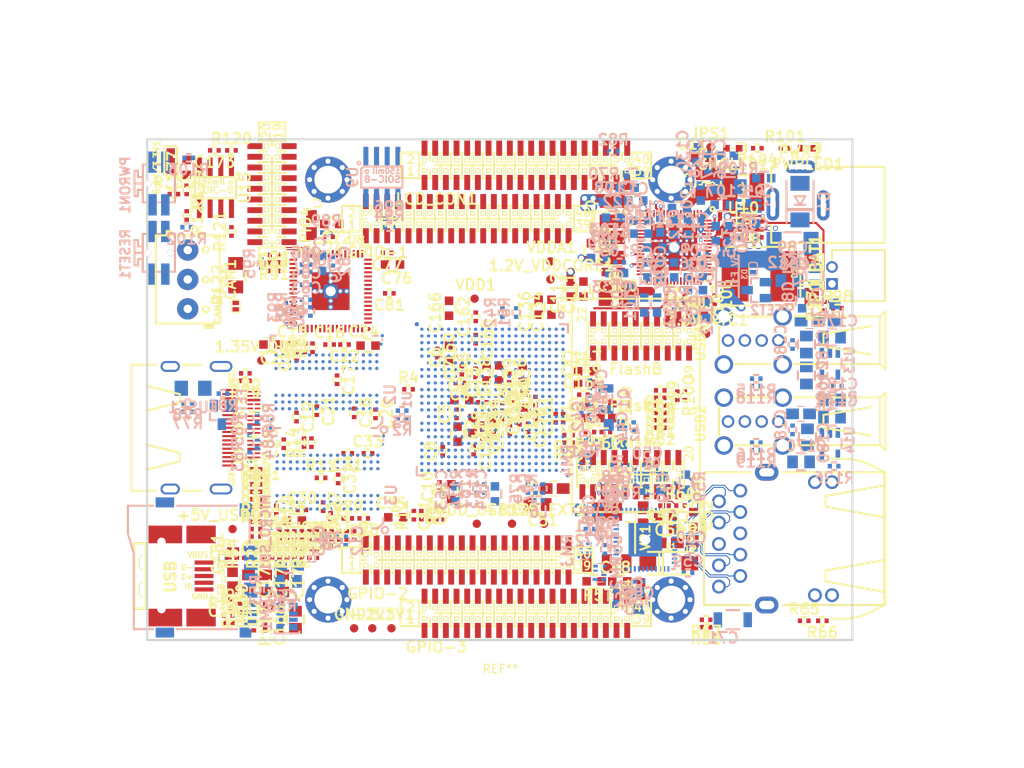
<source format=kicad_pcb>
(kicad_pcb (version 20171130) (host pcbnew 5.1.0-rc2-unknown-036be7d~80~ubuntu16.04.1)
  (title_block (rev D))
  (layers (0 F.Cu mixed) (1 In1.Cu power) (2 In2.Cu signal) (3 In3.Cu signal) (4 In4.Cu signal) (5 In5.Cu signal) (6 In6.Cu power) (31 B.Cu mixed) (34 B.Paste user) (35 F.Paste user) (36 B.SilkS user) (37 F.SilkS user) (38 B.Mask user) (39 F.Mask user) (44 Edge.Cuts user))
  (net 0 "")
  (net 1 +5V_EXT)
  (net 2 +5V)
  (net 3 GND)
  (net 4 /VREF0_DDR3)
  (net 5 /S0SVREF)
  (net 6 +3V3)
  (net 7 GNDA)
  (net 8 +1V8)
  (net 9 "Net-(C66-Pad2)")
  (net 10 +5V_USBOTG)
  (net 11 1.1V_CPUX)
  (net 12 IPS)
  (net 13 VBAT)
  (net 14 3.0V_RTC)
  (net 15 "Net-(C184-Pad1)")
  (net 16 "Net-(C185-Pad1)")
  (net 17 "Net-(CHGLED1-Pad1)")
  (net 18 "Net-(D2-Pad2)")
  (net 19 "Net-(FET1-Pad3)")
  (net 20 /USB&HDMI,WiFi&BT,Ethernet,LCD/HCEC)
  (net 21 "Net-(FUSE1-Pad2)")
  (net 22 PC7)
  (net 23 /USB&HDMI,WiFi&BT,Ethernet,LCD/HTX2P)
  (net 24 /USB&HDMI,WiFi&BT,Ethernet,LCD/HTX2N)
  (net 25 /USB&HDMI,WiFi&BT,Ethernet,LCD/HTX1P)
  (net 26 /USB&HDMI,WiFi&BT,Ethernet,LCD/HTX1N)
  (net 27 /USB&HDMI,WiFi&BT,Ethernet,LCD/HTX0P)
  (net 28 /USB&HDMI,WiFi&BT,Ethernet,LCD/HTX0N)
  (net 29 /USB&HDMI,WiFi&BT,Ethernet,LCD/HTXCP)
  (net 30 /USB&HDMI,WiFi&BT,Ethernet,LCD/HTXCN)
  (net 31 "Net-(HDMI1-Pad14)")
  (net 32 /USB&HDMI,WiFi&BT,Ethernet,LCD/HSCL)
  (net 33 /USB&HDMI,WiFi&BT,Ethernet,LCD/HSDA)
  (net 34 "Net-(HDMI1-Pad19)")
  (net 35 "Net-(MICRO_SD1-Pad5)")
  (net 36 "Net-(PWRLED1-Pad2)")
  (net 37 /S0SRST)
  (net 38 "Net-(R3-Pad2)")
  (net 39 "Net-(R4-Pad2)")
  (net 40 "Net-(R9-Pad1)")
  (net 41 "Net-(R13-Pad1)")
  (net 42 "Net-(R14-Pad1)")
  (net 43 "Net-(R49-Pad2)")
  (net 44 /USB&HDMI,WiFi&BT,Ethernet,LCD/HHPD)
  (net 45 "/Power Supply, Extensions and MiPi-DSI/DC5SET")
  (net 46 "Net-(T1-Pad3)")
  (net 47 /S0SDQ20)
  (net 48 /S0SDQ19)
  (net 49 /S0SDQ1)
  (net 50 /S0SDQ5)
  (net 51 /S0SDQ3)
  (net 52 /S0SDQ6)
  (net 53 /S0SDQ14)
  (net 54 /S0SDQ10)
  (net 55 /S0SDQ22)
  (net 56 /S0SDQ21)
  (net 57 /S0SDQM2)
  (net 58 /S0SDQ18)
  (net 59 /S0SDQ17)
  (net 60 /S0SDQ4)
  (net 61 /S0SDQM0)
  (net 62 /S0SDQ7)
  (net 63 /S0SDQ15)
  (net 64 /S0SDQ13)
  (net 65 /S0SDQ11)
  (net 66 /S0SDQ9)
  (net 67 /S0SDQ23)
  (net 68 /S0SA8)
  (net 69 /S0SDQ16)
  (net 70 /S0SA6)
  (net 71 /S0SDQ2)
  (net 72 /S0SCKE0)
  (net 73 /S0SDQ0)
  (net 74 /S0SDQ12)
  (net 75 /S0SDQM1)
  (net 76 /S0SBA1)
  (net 77 /S0SDQ8)
  (net 78 /S0SDQ26)
  (net 79 /S0SDQ25)
  (net 80 /S0SA9)
  (net 81 /S0SA7)
  (net 82 /S0SA5)
  (net 83 /S0SA14)
  (net 84 /S0SA10)
  (net 85 /S0SA1)
  (net 86 /S0SA15)
  (net 87 /S0SA11)
  (net 88 /S0SDQ27)
  (net 89 /S0SDQ24)
  (net 90 /S0SODT0)
  (net 91 /S0SCS0)
  (net 92 /S0SA12)
  (net 93 /S0SA2)
  (net 94 /S0SA0)
  (net 95 /S0SBA2)
  (net 96 /S0SA3)
  (net 97 /S0SA4)
  (net 98 /S0SDQ28)
  (net 99 /S0SDQM3)
  (net 100 /S0SRAS)
  (net 101 /S0SDQ29)
  (net 102 /S0SDQ30)
  (net 103 /S0SWE)
  (net 104 /S0SBA0)
  (net 105 /S0SA13)
  (net 106 /S0SDQ31)
  (net 107 /S0SCAS)
  (net 108 "Net-(U4-Pad47)")
  (net 109 "Net-(U11-Pad10)")
  (net 110 /S0SDQS0_N)
  (net 111 /S0SDQS0_P)
  (net 112 /S0SCK_N)
  (net 113 /S0SCK_P)
  (net 114 /S0SDQS2_N)
  (net 115 /S0SDQS1_P)
  (net 116 /S0SDQS2_P)
  (net 117 /S0SDQS1_N)
  (net 118 /S0SDQS3_N)
  (net 119 /S0SDQS3_P)
  (net 120 /USB&HDMI,WiFi&BT,Ethernet,LCD/VDD33)
  (net 121 /USB&HDMI,WiFi&BT,Ethernet,LCD/1.25_EXT)
  (net 122 /USB&HDMI,WiFi&BT,Ethernet,LCD/MDI[0]+)
  (net 123 /USB&HDMI,WiFi&BT,Ethernet,LCD/MDI[0]-)
  (net 124 /USB&HDMI,WiFi&BT,Ethernet,LCD/MDI[1]+)
  (net 125 /USB&HDMI,WiFi&BT,Ethernet,LCD/MDI[1]-)
  (net 126 /USB&HDMI,WiFi&BT,Ethernet,LCD/MDI[2]+)
  (net 127 /USB&HDMI,WiFi&BT,Ethernet,LCD/MDI[2]-)
  (net 128 /USB&HDMI,WiFi&BT,Ethernet,LCD/MDI[3]+)
  (net 129 /USB&HDMI,WiFi&BT,Ethernet,LCD/MDI[3]-)
  (net 130 /USB&HDMI,WiFi&BT,Ethernet,LCD/PHYAD1)
  (net 131 /USB&HDMI,WiFi&BT,Ethernet,LCD/PHYAD0)
  (net 132 "Net-(C42-Pad1)")
  (net 133 "Net-(C45-Pad1)")
  (net 134 "Net-(C86-Pad2)")
  (net 135 "Net-(L9-Pad2)")
  (net 136 "Net-(R72-Pad2)")
  (net 137 +2V8)
  (net 138 1.35V_DDR)
  (net 139 "Net-(5.0V/3.3V1-Pad2)")
  (net 140 VTT_DDR)
  (net 141 "Net-(C40-Pad2)")
  (net 142 NRST)
  (net 143 "Net-(C43-Pad1)")
  (net 144 "Net-(C44-Pad1)")
  (net 145 "Net-(C46-Pad1)")
  (net 146 "Net-(C48-Pad1)")
  (net 147 "Net-(C49-Pad2)")
  (net 148 "Net-(C50-Pad2)")
  (net 149 "Net-(C52-Pad2)")
  (net 150 "Net-(C55-Pad2)")
  (net 151 "Net-(C58-Pad2)")
  (net 152 /USB&HDMI,WiFi&BT,Ethernet,LCD/GRXD_CLK)
  (net 153 "Net-(C67-Pad2)")
  (net 154 /USB&HDMI,WiFi&BT,Ethernet,LCD/CLK125)
  (net 155 "Net-(C69-Pad2)")
  (net 156 "Net-(C70-Pad2)")
  (net 157 "Net-(C71-Pad2)")
  (net 158 "Net-(C72-Pad2)")
  (net 159 "Net-(C79-Pad2)")
  (net 160 "Net-(C92-Pad2)")
  (net 161 "Net-(C93-Pad2)")
  (net 162 "Net-(C107-Pad1)")
  (net 163 VDDA)
  (net 164 "Net-(C99-Pad1)")
  (net 165 VDD_USB)
  (net 166 "Net-(C101-Pad1)")
  (net 167 "Net-(C102-Pad1)")
  (net 168 "Net-(C109-Pad2)")
  (net 169 VDD)
  (net 170 "Net-(C122-Pad2)")
  (net 171 "Net-(C126-Pad2)")
  (net 172 "Net-(C127-Pad2)")
  (net 173 "Net-(C128-Pad2)")
  (net 174 "Net-(C130-Pad2)")
  (net 175 "Net-(C131-Pad2)")
  (net 176 "Net-(C132-Pad2)")
  (net 177 "Net-(C133-Pad2)")
  (net 178 "Net-(C158-Pad1)")
  (net 179 "Net-(C163-Pad1)")
  (net 180 "Net-(C164-Pad1)")
  (net 181 "Net-(C166-Pad1)")
  (net 182 /USB_Camera_CAN_Extensions/USB_OTG_FS_VBUS)
  (net 183 "Net-(C172-Pad2)")
  (net 184 "Net-(C175-Pad2)")
  (net 185 "Net-(C176-Pad2)")
  (net 186 "Net-(CAN1-Pad2)")
  (net 187 "Net-(CAN1-Pad1)")
  (net 188 "/NAND Flash , eMMC, T-Card and Audio/EMMC_CMD")
  (net 189 "/NAND Flash , eMMC, T-Card and Audio/SPI_CLK")
  (net 190 "Net-(Flash1-Pad9)")
  (net 191 "Net-(Flash1-Pad11)")
  (net 192 "/NAND Flash , eMMC, T-Card and Audio/SPI_IO0")
  (net 193 "Net-(Flash1-Pad13)")
  (net 194 "/NAND Flash , eMMC, T-Card and Audio/SPI_IO3")
  (net 195 "Net-(Flash1-Pad15)")
  (net 196 "/NAND Flash , eMMC, T-Card and Audio/SPI_IO1")
  (net 197 "Net-(Flash1-Pad17)")
  (net 198 "/NAND Flash , eMMC, T-Card and Audio/SPI_IO2")
  (net 199 "Net-(Flash1-Pad19)")
  (net 200 "/NAND Flash , eMMC, T-Card and Audio/SPI_CS")
  (net 201 "/NAND Flash , eMMC, T-Card and Audio/EMMC_D2")
  (net 202 "/NAND Flash , eMMC, T-Card and Audio/EMMC_D5")
  (net 203 "/NAND Flash , eMMC, T-Card and Audio/EMMC_D1")
  (net 204 "/NAND Flash , eMMC, T-Card and Audio/EMMC_D6")
  (net 205 "/NAND Flash , eMMC, T-Card and Audio/EMMC_CLK")
  (net 206 "Net-(Flash1-Pad24)")
  (net 207 "/NAND Flash , eMMC, T-Card and Audio/EMMC_D3")
  (net 208 "/NAND Flash , eMMC, T-Card and Audio/EMMC_D4")
  (net 209 "/NAND Flash , eMMC, T-Card and Audio/EMMC_D0")
  (net 210 "/NAND Flash , eMMC, T-Card and Audio/EMMC_D7")
  (net 211 "Net-(L6-Pad2)")
  (net 212 "Net-(L10-Pad1)")
  (net 213 "Net-(L11-Pad1)")
  (net 214 "Net-(L12-Pad1)")
  (net 215 "Net-(L13-Pad1)")
  (net 216 "/NAND Flash , eMMC, T-Card and Audio/SDMMC1_DET")
  (net 217 "/NAND Flash , eMMC, T-Card and Audio/SDMMC1_D1")
  (net 218 "/NAND Flash , eMMC, T-Card and Audio/SDMMC1_D0")
  (net 219 "/NAND Flash , eMMC, T-Card and Audio/SDMMC1_CMD")
  (net 220 "/NAND Flash , eMMC, T-Card and Audio/SDMMC1_D3")
  (net 221 "/NAND Flash , eMMC, T-Card and Audio/SDMMC1_D2")
  (net 222 "Net-(R2-Pad2)")
  (net 223 "Net-(R8-Pad1)")
  (net 224 "Net-(R40-Pad2)")
  (net 225 "Net-(R41-Pad1)")
  (net 226 "Net-(R42-Pad2)")
  (net 227 "Net-(R44-Pad2)")
  (net 228 "Net-(R45-Pad2)")
  (net 229 "Net-(R47-Pad2)")
  (net 230 "Net-(R51-Pad2)")
  (net 231 "/NAND Flash , eMMC, T-Card and Audio/SDMMC1_CK")
  (net 232 /USB&HDMI,WiFi&BT,Ethernet,LCD/PHY-INT#)
  (net 233 "Net-(R59-Pad1)")
  (net 234 /USB&HDMI,WiFi&BT,Ethernet,LCD/PHY-RST#)
  (net 235 "Net-(R63-Pad2)")
  (net 236 "Net-(R65-Pad2)")
  (net 237 "Net-(R67-Pad2)")
  (net 238 "Net-(R69-Pad1)")
  (net 239 /USB&HDMI,WiFi&BT,Ethernet,LCD/I2C1_SCL)
  (net 240 /USB&HDMI,WiFi&BT,Ethernet,LCD/GRXD_DV)
  (net 241 /USB&HDMI,WiFi&BT,Ethernet,LCD/GTXD_CLK)
  (net 242 "Net-(R75-Pad2)")
  (net 243 /USB&HDMI,WiFi&BT,Ethernet,LCD/GTXD_EN)
  (net 244 /USB&HDMI,WiFi&BT,Ethernet,LCD/GMDIO)
  (net 245 /USB&HDMI,WiFi&BT,Ethernet,LCD/I2C1_SDA)
  (net 246 "Net-(R87-Pad2)")
  (net 247 "Net-(R88-Pad2)")
  (net 248 /USB&HDMI,WiFi&BT,Ethernet,LCD/HDMI_INT)
  (net 249 /USB&HDMI,WiFi&BT,Ethernet,LCD/HDMI_RSTN)
  (net 250 "Net-(R91-Pad1)")
  (net 251 "Net-(R92-Pad1)")
  (net 252 "Net-(R93-Pad2)")
  (net 253 I2C4_SDA)
  (net 254 "Net-(R95-Pad1)")
  (net 255 I2C4_SCL)
  (net 256 "Net-(R97-Pad2)")
  (net 257 "Net-(R102-Pad1)")
  (net 258 "Net-(R104-Pad1)")
  (net 259 "Net-(R105-Pad1)")
  (net 260 "Net-(R106-Pad1)")
  (net 261 "Net-(R107-Pad1)")
  (net 262 USB_OTG_FS_DP)
  (net 263 USB_OTG_FS_DM)
  (net 264 "Net-(R108-Pad1)")
  (net 265 "Net-(R113-Pad1)")
  (net 266 "Net-(R114-Pad2)")
  (net 267 /USB_Camera_CAN_Extensions/USB_HOST1_DRV)
  (net 268 /USB_Camera_CAN_Extensions/USB_HOST2_DRV)
  (net 269 USB-OTG-DRV)
  (net 270 /USB_Camera_CAN_Extensions/CAN_STBY)
  (net 271 "Net-(CAN_T1-Pad2)")
  (net 272 "Net-(R123-Pad2)")
  (net 273 "Net-(R124-Pad2)")
  (net 274 "Net-(R125-Pad2)")
  (net 275 "Net-(R126-Pad2)")
  (net 276 "Net-(R129-Pad1)")
  (net 277 /USB_Camera_CAN_Extensions/CAN_RX)
  (net 278 /USB_Camera_CAN_Extensions/USB_OTG_FS_ID)
  (net 279 "Net-(RM2-Pad1.2)")
  (net 280 "Net-(RM2-Pad2.2)")
  (net 281 "Net-(RM2-Pad3.2)")
  (net 282 "Net-(RM2-Pad4.2)")
  (net 283 /USB&HDMI,WiFi&BT,Ethernet,LCD/GRXD0)
  (net 284 /USB&HDMI,WiFi&BT,Ethernet,LCD/GRXD1)
  (net 285 /USB&HDMI,WiFi&BT,Ethernet,LCD/GRXD2)
  (net 286 /USB&HDMI,WiFi&BT,Ethernet,LCD/GRXD3)
  (net 287 /USB&HDMI,WiFi&BT,Ethernet,LCD/GTXD3)
  (net 288 "Net-(RM4-Pad4.1)")
  (net 289 /USB&HDMI,WiFi&BT,Ethernet,LCD/GTXD2)
  (net 290 "Net-(RM4-Pad3.1)")
  (net 291 /USB&HDMI,WiFi&BT,Ethernet,LCD/GTXD1)
  (net 292 "Net-(RM4-Pad2.1)")
  (net 293 /USB&HDMI,WiFi&BT,Ethernet,LCD/GTXD0)
  (net 294 "Net-(RM4-Pad1.1)")
  (net 295 /USB_Camera_CAN_Extensions/I2C2_SDA)
  (net 296 /USB_Camera_CAN_Extensions/I2C2_SCL)
  (net 297 /USB_Camera_CAN_Extensions/SPI4_MISO)
  (net 298 /USB&HDMI,WiFi&BT,Ethernet,LCD/LCD_B7)
  (net 299 /USB&HDMI,WiFi&BT,Ethernet,LCD/LCD_B5)
  (net 300 /USB&HDMI,WiFi&BT,Ethernet,LCD/LCD_B1)
  (net 301 NAND-WE)
  (net 302 DSI_D0N)
  (net 303 DSI_CKN)
  (net 304 DSI_D1N)
  (net 305 /USB&HDMI,WiFi&BT,Ethernet,LCD/LCD_DE)
  (net 306 DSI_D1P)
  (net 307 /USB_Camera_CAN_Extensions/SDMMC3_CMD)
  (net 308 /USB_Camera_CAN_Extensions/DCMI_D2)
  (net 309 /USB&HDMI,WiFi&BT,Ethernet,LCD/LCD_B2)
  (net 310 /USB&HDMI,WiFi&BT,Ethernet,LCD/LCD_B0)
  (net 311 /USB_Camera_CAN_Extensions/DCMI_D1)
  (net 312 /USB_Camera_CAN_Extensions/SPI4_MOSI)
  (net 313 NAND-DQ3)
  (net 314 DSI_D0P)
  (net 315 /USB&HDMI,WiFi&BT,Ethernet,LCD/LCD_B4)
  (net 316 DSI_CKP)
  (net 317 /USB&HDMI,WiFi&BT,Ethernet,LCD/LCD_G5)
  (net 318 /USB_Camera_CAN_Extensions/PE1)
  (net 319 /USB_Camera_CAN_Extensions/SDMMC3_D2)
  (net 320 /USB_Camera_CAN_Extensions/SAI2_MCLK_A)
  (net 321 NAND-RE)
  (net 322 JTCK-SWCLK)
  (net 323 /USB_Camera_CAN_Extensions/SDMMC3_CK)
  (net 324 /USB&HDMI,WiFi&BT,Ethernet,LCD/LCD_B3)
  (net 325 /USB_Camera_CAN_Extensions/SPI2_NSS)
  (net 326 /USB_Camera_CAN_Extensions/PH15)
  (net 327 SPI4_NSS)
  (net 328 /USB_Camera_CAN_Extensions/PE15)
  (net 329 /USB_Camera_CAN_Extensions/CAN_TX)
  (net 330 NAND-DQ2)
  (net 331 /USB&HDMI,WiFi&BT,Ethernet,LCD/LCD_CLK)
  (net 332 /USB&HDMI,WiFi&BT,Ethernet,LCD/LCD_B6)
  (net 333 /USB_Camera_CAN_Extensions/DCMI_HSYNC)
  (net 334 /USB_Camera_CAN_Extensions/DCMI_D4)
  (net 335 JTDI)
  (net 336 /USB&HDMI,WiFi&BT,Ethernet,LCD/LCD_G1)
  (net 337 /USB&HDMI,WiFi&BT,Ethernet,LCD/I2S1_WS)
  (net 338 /USB_Camera_CAN_Extensions/PZ1)
  (net 339 PF2)
  (net 340 /USB_Camera_CAN_Extensions/SDMMC3_D1)
  (net 341 /USB&HDMI,WiFi&BT,Ethernet,LCD/LCD_HSYNC)
  (net 342 JTMS-SWDIO)
  (net 343 /USB_Camera_CAN_Extensions/DCMI_VSYNC)
  (net 344 /USB_Camera_CAN_Extensions/DCMI_D7)
  (net 345 /USB_Camera_CAN_Extensions/SPI2_MOSI)
  (net 346 /USB&HDMI,WiFi&BT,Ethernet,LCD/I2S1_CK)
  (net 347 /USB_Camera_CAN_Extensions/SDMMC3_D3)
  (net 348 /USB&HDMI,WiFi&BT,Ethernet,LCD/LCD_VSYNC)
  (net 349 /USB&HDMI,WiFi&BT,Ethernet,LCD/LCD_G6)
  (net 350 /USB&HDMI,WiFi&BT,Ethernet,LCD/LCD_G7)
  (net 351 /USB_Camera_CAN_Extensions/SAI2_FS_A)
  (net 352 PE4)
  (net 353 /USB_Camera_CAN_Extensions/SAI2_SD_A)
  (net 354 /USB_Camera_CAN_Extensions/SPI2_MISO)
  (net 355 /USB_Camera_CAN_Extensions/DCMI_D3)
  (net 356 /USB_Camera_CAN_Extensions/SPI4_SCK)
  (net 357 /USB&HDMI,WiFi&BT,Ethernet,LCD/LCD_R0)
  (net 358 /USB_Camera_CAN_Extensions/SDMMC3_D0)
  (net 359 NJTRST)
  (net 360 /USB_Camera_CAN_Extensions/USART1_TX)
  (net 361 /USB_Camera_CAN_Extensions/SAI2_SCK_A)
  (net 362 /USB_Camera_CAN_Extensions/DCMI_D0)
  (net 363 /USB_Camera_CAN_Extensions/USART1_RX)
  (net 364 /USB_Camera_CAN_Extensions/SPI2_SCK)
  (net 365 JTDO-TRACESWO)
  (net 366 /USB&HDMI,WiFi&BT,Ethernet,LCD/LCD_INT)
  (net 367 /USB&HDMI,WiFi&BT,Ethernet,LCD/LCD_R3)
  (net 368 /USB_Camera_CAN_Extensions/PC13)
  (net 369 /USB&HDMI,WiFi&BT,Ethernet,LCD/LCD_RST)
  (net 370 /USB_Camera_CAN_Extensions/PD9)
  (net 371 /USB&HDMI,WiFi&BT,Ethernet,LCD/LCD_G3)
  (net 372 /USB&HDMI,WiFi&BT,Ethernet,LCD/LCD_G2)
  (net 373 /USB_Camera_CAN_Extensions/PD8)
  (net 374 /USB&HDMI,WiFi&BT,Ethernet,LCD/LCD_R6)
  (net 375 /USB&HDMI,WiFi&BT,Ethernet,LCD/LCD_R7)
  (net 376 ADC1_INN1)
  (net 377 /USB&HDMI,WiFi&BT,Ethernet,LCD/LCD_R4)
  (net 378 /USB&HDMI,WiFi&BT,Ethernet,LCD/I2S1_SD0)
  (net 379 /USB_Camera_CAN_Extensions/SPDIFRX_IN1)
  (net 380 "Net-(U1-PadK21)")
  (net 381 /USB_Camera_CAN_Extensions/PA3)
  (net 382 "Net-(U1-PadL22)")
  (net 383 NAND-DQ1)
  (net 384 NAND-DQ0)
  (net 385 /USB&HDMI,WiFi&BT,Ethernet,LCD/LCD_R5)
  (net 386 /USB_Camera_CAN_Extensions/DCMI_D5)
  (net 387 /USB&HDMI,WiFi&BT,Ethernet,LCD/LCD_G4)
  (net 388 /USB&HDMI,WiFi&BT,Ethernet,LCD/LCD_R2)
  (net 389 NAND-RB)
  (net 390 /USB&HDMI,WiFi&BT,Ethernet,LCD/LCD_R1)
  (net 391 /USB&HDMI,WiFi&BT,Ethernet,LCD/LCD_G0)
  (net 392 ADC1_INP1)
  (net 393 PC0)
  (net 394 /USB_Camera_CAN_Extensions/USART3_RX)
  (net 395 ADC2_INP18)
  (net 396 /USB_Camera_CAN_Extensions/USB1_DP)
  (net 397 PH3)
  (net 398 /USB&HDMI,WiFi&BT,Ethernet,LCD/LCD_PWM)
  (net 399 /USB_Camera_CAN_Extensions/UART4_TX)
  (net 400 /USB_Camera_CAN_Extensions/USART3_TX)
  (net 401 /USB_Camera_CAN_Extensions/PF12)
  (net 402 ADC2_INN18)
  (net 403 /USB_Camera_CAN_Extensions/PI10)
  (net 404 "Net-(U1-PadU1)")
  (net 405 TIM2_CH1)
  (net 406 /USB&HDMI,WiFi&BT,Ethernet,LCD/LCD_PWRE)
  (net 407 /USB&HDMI,WiFi&BT,Ethernet,LCD/SPDIF_TX)
  (net 408 /USB_Camera_CAN_Extensions/SAI2_SD_B)
  (net 409 /USB_Camera_CAN_Extensions/PG2)
  (net 410 /USB_Camera_CAN_Extensions/PG8)
  (net 411 NAND-ALE)
  (net 412 NAND-CE)
  (net 413 PG7)
  (net 414 /USB_Camera_CAN_Extensions/DFSDM1_CKOUT)
  (net 415 NAND-DQ7)
  (net 416 /USB_Camera_CAN_Extensions/PH6)
  (net 417 /USB_Camera_CAN_Extensions/UART4_RX)
  (net 418 /USB_Camera_CAN_Extensions/USB2_DM)
  (net 419 "Net-(U1-PadV1)")
  (net 420 "Net-(U1-PadAA19)")
  (net 421 /USB_Camera_CAN_Extensions/MCO1)
  (net 422 /USB_Camera_CAN_Extensions/DFSDM1_DATIN1)
  (net 423 /USB_Camera_CAN_Extensions/DCMI_PIXCLK)
  (net 424 NAND-DQ4)
  (net 425 /USB_Camera_CAN_Extensions/PH7)
  (net 426 PG10)
  (net 427 NAND-DQ6)
  (net 428 NAND-DQ5)
  (net 429 /USB_Camera_CAN_Extensions/USB1_DM)
  (net 430 NAND-CLE)
  (net 431 PH2)
  (net 432 /USB&HDMI,WiFi&BT,Ethernet,LCD/GMDC)
  (net 433 /USB_Camera_CAN_Extensions/DCMI_D6)
  (net 434 /USB_Camera_CAN_Extensions/USB2_DP)
  (net 435 "Net-(U2-PadL1)")
  (net 436 "Net-(U2-PadJ9)")
  (net 437 "Net-(U2-PadJ1)")
  (net 438 "Net-(U3-PadJ1)")
  (net 439 "Net-(U3-PadJ9)")
  (net 440 "Net-(U3-PadL1)")
  (net 441 "Net-(U4-Pad13)")
  (net 442 "Net-(U4-Pad43)")
  (net 443 "Net-(U10-Pad6)")
  (net 444 "Net-(U11-Pad9)")
  (net 445 "Net-(GPIO-2-Pad40)")
  (net 446 "Net-(GPIO-2-Pad39)")
  (net 447 "Net-(GPIO-2-Pad38)")
  (net 448 "Net-(GPIO-2-Pad37)")
  (net 449 "Net-(GPIO-2-Pad36)")
  (net 450 "Net-(GPIO-2-Pad34)")
  (net 451 "Net-(GPIO-2-Pad5)")
  (net 452 "Net-(GPIO-2-Pad7)")
  (net 453 "Net-(GPIO-2-Pad9)")
  (net 454 "Net-(GPIO-2-Pad11)")
  (net 455 "Net-(GPIO-2-Pad13)")
  (net 456 "Net-(GPIO-3-Pad6)")
  (net 457 "Net-(GPIO-3-Pad4)")
  (net 458 "Net-(GPIO-3-Pad24)")
  (net 459 "Net-(GPIO-3-Pad35)")
  (net 460 "Net-(GPIO-3-Pad36)")
  (net 461 "Net-(GPIO-3-Pad37)")
  (net 462 "Net-(GPIO-3-Pad38)")
  (net 463 "Net-(GPIO-3-Pad39)")
  (net 464 "Net-(GPIO-3-Pad40)")
  (net 465 "Net-(LCD_CON1-Pad34)")
  (net 466 "Net-(LCD_CON1-Pad33)")
  (net 467 "Net-(PWRON1-Pad2)")
  (net 468 "Net-(U8-Pad3)")
  (net 469 "Net-(U8-Pad4)")
  (net 470 "Net-(GPIO4-Pad4)")
  (net 471 "Net-(GPIO4-Pad6)")
  (net 472 "Net-(GPIO4-Pad8)")
  (net 473 "Net-(GPIO4-Pad10)")
  (net 474 "Net-(GPIO4-Pad12)")
  (net 475 "Net-(GPIO4-Pad14)")
  (net 476 "Net-(GPIO4-Pad15)")
  (net 477 "Net-(GPIO4-Pad16)")
  (net 478 "Net-(GPIO4-Pad17)")
  (net 479 "Net-(GPIO4-Pad18)")
  (net 480 "Net-(GPIO4-Pad19)")
  (net 481 "Net-(GPIO4-Pad20)")
  (net 482 "Net-(U11-Pad42)")
  (net 483 "Net-(U11-Pad43)")
  (net 484 "Net-(U11-Pad44)")
  (module OLIMEX_Connectors-FP:HDMI-SWM-19 (layer F.Cu) (at 105.791 76.327 90)
    (fp_text reference HDMI1 (at -5.6642 9.2456 180) (layer F.SilkS) (effects (font (size 1.016 1.016) (thickness 0.254))))
    (fp_text value HDMI-SWM-19)
    (pad 0 thru_hole oval (at 7.3 -1.45 90) (size 1.3 2.3) (drill oval 0.8 1.8) (layers *.Cu *.Mask) (net 3 GND))
    (pad 19 smd rect (at 4.5 5.55 180) (size 1.6 0.25) (layers F.Cu F.Paste F.Mask) (net 34 "Net-(HDMI1-Pad19)"))
    (pad 18 smd rect (at 4 5.55 180) (size 1.6 0.25) (layers F.Cu F.Paste F.Mask) (net 21 "Net-(FUSE1-Pad2)"))
    (pad 17 smd rect (at 3.5 5.55 180) (size 1.6 0.25) (layers F.Cu F.Paste F.Mask) (net 3 GND))
    (pad 16 smd rect (at 3 5.55 180) (size 1.6 0.25) (layers F.Cu F.Paste F.Mask) (net 33 /USB&HDMI,WiFi&BT,Ethernet,LCD/HSDA))
    (pad 15 smd rect (at 2.5 5.55 180) (size 1.6 0.25) (layers F.Cu F.Paste F.Mask) (net 32 /USB&HDMI,WiFi&BT,Ethernet,LCD/HSCL))
    (pad 14 smd rect (at 2 5.55 180) (size 1.6 0.25) (layers F.Cu F.Paste F.Mask) (net 31 "Net-(HDMI1-Pad14)"))
    (pad 13 smd rect (at 1.5 5.55 180) (size 1.6 0.25) (layers F.Cu F.Paste F.Mask) (net 19 "Net-(FET1-Pad3)"))
    (pad 12 smd rect (at 1 5.55 180) (size 1.6 0.25) (layers F.Cu F.Paste F.Mask) (net 30 /USB&HDMI,WiFi&BT,Ethernet,LCD/HTXCN))
    (pad 11 smd rect (at 0.5 5.55 180) (size 1.6 0.25) (layers F.Cu F.Paste F.Mask) (net 3 GND))
    (pad 10 smd rect (at 0 5.55 180) (size 1.6 0.25) (layers F.Cu F.Paste F.Mask) (net 29 /USB&HDMI,WiFi&BT,Ethernet,LCD/HTXCP))
    (pad 9 smd rect (at -0.5 5.55 180) (size 1.6 0.25) (layers F.Cu F.Paste F.Mask) (net 28 /USB&HDMI,WiFi&BT,Ethernet,LCD/HTX0N))
    (pad 8 smd rect (at -1 5.55 180) (size 1.6 0.25) (layers F.Cu F.Paste F.Mask) (net 3 GND))
    (pad 7 smd rect (at -1.5 5.55 180) (size 1.6 0.25) (layers F.Cu F.Paste F.Mask) (net 27 /USB&HDMI,WiFi&BT,Ethernet,LCD/HTX0P))
    (pad 6 smd rect (at -2 5.55 180) (size 1.6 0.25) (layers F.Cu F.Paste F.Mask) (net 26 /USB&HDMI,WiFi&BT,Ethernet,LCD/HTX1N))
    (pad 5 smd rect (at -2.5 5.55 180) (size 1.6 0.25) (layers F.Cu F.Paste F.Mask) (net 3 GND))
    (pad 4 smd rect (at -3 5.55 180) (size 1.6 0.25) (layers F.Cu F.Paste F.Mask) (net 25 /USB&HDMI,WiFi&BT,Ethernet,LCD/HTX1P))
    (pad 3 smd rect (at -3.5 5.55 180) (size 1.6 0.25) (layers F.Cu F.Paste F.Mask) (net 24 /USB&HDMI,WiFi&BT,Ethernet,LCD/HTX2N))
    (pad 2 smd rect (at -4 5.55 180) (size 1.6 0.25) (layers F.Cu F.Paste F.Mask) (net 3 GND))
    (pad 1 smd rect (at -4.5 5.55 180) (size 1.6 0.25) (layers F.Cu F.Paste F.Mask) (net 23 /USB&HDMI,WiFi&BT,Ethernet,LCD/HTX2P))
    (pad 0 thru_hole oval (at -7.3 -1.45 90) (size 1.3 2.3) (drill oval 0.8 1.8) (layers *.Cu *.Mask) (net 3 GND))
    (pad 0 thru_hole oval (at -7.3 4.6 90) (size 1.3 2.7) (drill oval 0.8 2.2) (layers *.Cu *.Mask) (net 3 GND))
    (pad 0 thru_hole oval (at 7.3 4.6 90) (size 1.3 2.7) (drill oval 0.8 2.2) (layers *.Cu *.Mask) (net 3 GND))
  )
  (module OLIMEX_Connectors-FP:USB_MINI_9PIN (layer F.Cu) (at 104.648 93.98 180)
    (fp_text reference USB-OTG1 (at -6.223 -3.302 270) (layer F.SilkS) (effects (font (size 0.762 0.762) (thickness 0.1905)) (justify left bottom)))
    (fp_text value "USB-OTG(MSB-SW-5AB-LF)" hide)
    (fp_text user USB (at 1.016 2.032 270) (layer F.SilkS) (effects (font (size 1.27 1.27) (thickness 0.3175)) (justify right top)))
    (fp_text user GND (at -2.159 -2.794 180) (layer F.SilkS) (effects (font (size 0.635 0.635) (thickness 0.15875)) (justify left bottom)))
    (fp_text user ID (at -2.413 -0.889 180) (layer F.SilkS) (effects (font (size 0.635 0.635) (thickness 0.15875)) (justify right top)))
    (fp_text user D+ (at -2.54 0.254 180) (layer F.SilkS) (effects (font (size 0.635 0.635) (thickness 0.15875)) (justify right top)))
    (fp_text user D- (at -2.54 1.397 180) (layer F.SilkS) (effects (font (size 0.635 0.635) (thickness 0.15875)) (justify right top)))
    (fp_text user VBUS (at -1.651 2.159 180) (layer F.SilkS) (effects (font (size 0.635 0.635) (thickness 0.15875)) (justify left bottom)))
    (pad "" np_thru_hole circle (at -1.016 -2.2 180) (size 1 1) (drill 1) (layers *.Cu))
    (pad "" np_thru_hole circle (at -1.016 2.2 180) (size 1 1) (drill 1) (layers *.Cu))
    (pad 0 smd rect (at -3.366 -4.95) (size 3.5 2.1) (layers F.Cu) (net 3 GND))
    (pad 0 smd rect (at -3.366 4.95) (size 3.5 2.1) (layers F.Cu) (net 3 GND))
    (pad 0 smd rect (at 0.884 -4.95) (size 4 2.1) (layers F.Cu) (net 3 GND))
    (pad 0 smd rect (at 0.884 4.95) (size 4 2.1) (layers F.Cu) (net 3 GND))
    (pad 5 smd rect (at -3.722 -1.6) (size 2.25 0.5) (layers F.Cu F.Paste F.Mask) (net 3 GND))
    (pad 4 smd rect (at -3.722 -0.8) (size 2.25 0.5) (layers F.Cu F.Paste F.Mask) (net 278 /USB_Camera_CAN_Extensions/USB_OTG_FS_ID))
    (pad 3 smd rect (at -3.722 0) (size 2.25 0.5) (layers F.Cu F.Paste F.Mask) (net 262 USB_OTG_FS_DP))
    (pad 2 smd rect (at -3.722 0.8) (size 2.25 0.5) (layers F.Cu F.Paste F.Mask) (net 263 USB_OTG_FS_DM))
    (pad 1 smd rect (at -3.722 1.6) (size 2.25 0.5) (layers F.Cu F.Paste F.Mask) (net 10 +5V_USBOTG))
  )
  (module "OLIMEX_IC-FP:LFBGA-448(Pitch-0.8mm_Pad-0.4mm_18x18x1.27mm)" (layer B.Cu) (at 142.7 73 270)
    (fp_text reference U1 (at 0 10.16 90) (layer B.SilkS) (effects (font (size 1.016 1.016) (thickness 0.254)) (justify mirror)))
    (fp_text value STM32MP157CAA3x hide)
    (fp_text user o (at -10.2 -8.2) (layer B.SilkS) (effects (font (size 1.016 1.016) (thickness 0.254)) (justify mirror)))
    (pad fid smd circle (at -9 9 180) (size 0.5 0.5) (layers B.Cu B.Mask))
    (pad AB5 smd circle (at 8.4 -5.2 180) (size 0.4 0.4) (layers B.Cu B.Mask) (net 285 /USB&HDMI,WiFi&BT,Ethernet,LCD/GRXD2))
    (pad AB2 smd circle (at 8.4 -7.6 180) (size 0.4 0.4) (layers B.Cu B.Mask) (net 244 /USB&HDMI,WiFi&BT,Ethernet,LCD/GMDIO))
    (pad AB21 smd circle (at 8.4 7.6 180) (size 0.4 0.4) (layers B.Cu B.Mask) (net 78 /S0SDQ26))
    (pad AB20 smd circle (at 8.4 6.8 180) (size 0.4 0.4) (layers B.Cu B.Mask) (net 88 /S0SDQ27))
    (pad AB14 smd circle (at 8.4 2 180) (size 0.4 0.4) (layers B.Cu B.Mask) (net 434 /USB_Camera_CAN_Extensions/USB2_DP))
    (pad AB13 smd circle (at 8.4 1.2 180) (size 0.4 0.4) (layers B.Cu B.Mask) (net 165 VDD_USB))
    (pad AB11 smd circle (at 8.4 -0.4 180) (size 0.4 0.4) (layers B.Cu B.Mask) (net 196 "/NAND Flash , eMMC, T-Card and Audio/SPI_IO1"))
    (pad AB6 smd circle (at 8.4 -4.4 180) (size 0.4 0.4) (layers B.Cu B.Mask) (net 283 /USB&HDMI,WiFi&BT,Ethernet,LCD/GRXD0))
    (pad AB8 smd circle (at 8.4 -2.8 180) (size 0.4 0.4) (layers B.Cu B.Mask) (net 433 /USB_Camera_CAN_Extensions/DCMI_D6))
    (pad AB3 smd circle (at 8.4 -6.8 180) (size 0.4 0.4) (layers B.Cu B.Mask) (net 432 /USB&HDMI,WiFi&BT,Ethernet,LCD/GMDC))
    (pad AB17 smd circle (at 8.4 4.4 180) (size 0.4 0.4) (layers B.Cu B.Mask) (net 179 "Net-(C163-Pad1)"))
    (pad AB7 smd circle (at 8.4 -3.6 180) (size 0.4 0.4) (layers B.Cu B.Mask) (net 431 PH2))
    (pad AB12 smd circle (at 8.4 0.4 180) (size 0.4 0.4) (layers B.Cu B.Mask) (net 180 "Net-(C164-Pad1)"))
    (pad AB9 smd circle (at 8.4 -2 180) (size 0.4 0.4) (layers B.Cu B.Mask) (net 430 NAND-CLE))
    (pad AB22 smd circle (at 8.4 8.4 180) (size 0.4 0.4) (layers B.Cu B.Mask) (net 3 GND))
    (pad AB4 smd circle (at 8.4 -6 180) (size 0.4 0.4) (layers B.Cu B.Mask) (net 241 /USB&HDMI,WiFi&BT,Ethernet,LCD/GTXD_CLK))
    (pad AB1 smd circle (at 8.4 -8.4 180) (size 0.4 0.4) (layers B.Cu B.Mask) (net 3 GND))
    (pad AB19 smd circle (at 8.4 6 180) (size 0.4 0.4) (layers B.Cu B.Mask) (net 5 /S0SVREF))
    (pad AB15 smd circle (at 8.4 2.8 180) (size 0.4 0.4) (layers B.Cu B.Mask) (net 429 /USB_Camera_CAN_Extensions/USB1_DM))
    (pad AB16 smd circle (at 8.4 3.6 180) (size 0.4 0.4) (layers B.Cu B.Mask) (net 165 VDD_USB))
    (pad AB10 smd circle (at 8.4 -1.2 180) (size 0.4 0.4) (layers B.Cu B.Mask) (net 192 "/NAND Flash , eMMC, T-Card and Audio/SPI_IO0"))
    (pad AB18 smd circle (at 8.4 5.2 180) (size 0.4 0.4) (layers B.Cu B.Mask) (net 3 GND))
    (pad W13 smd circle (at 6 1.2 180) (size 0.4 0.4) (layers B.Cu B.Mask) (net 200 "/NAND Flash , eMMC, T-Card and Audio/SPI_CS"))
    (pad Y12 smd circle (at 6.8 0.4 180) (size 0.4 0.4) (layers B.Cu B.Mask) (net 428 NAND-DQ5))
    (pad AA12 smd circle (at 7.6 0.4 180) (size 0.4 0.4) (layers B.Cu B.Mask) (net 265 "Net-(R113-Pad1)"))
    (pad W11 smd circle (at 6 -0.4 180) (size 0.4 0.4) (layers B.Cu B.Mask) (net 427 NAND-DQ6))
    (pad U16 smd circle (at 4.4 3.6 180) (size 0.4 0.4) (layers B.Cu B.Mask) (net 138 1.35V_DDR))
    (pad U21 smd circle (at 4.4 7.6 180) (size 0.4 0.4) (layers B.Cu B.Mask) (net 53 /S0SDQ14))
    (pad Y20 smd circle (at 6.8 6.8 180) (size 0.4 0.4) (layers B.Cu B.Mask) (net 3 GND))
    (pad W21 smd circle (at 6 7.6 180) (size 0.4 0.4) (layers B.Cu B.Mask) (net 106 /S0SDQ31))
    (pad Y19 smd circle (at 6.8 6 180) (size 0.4 0.4) (layers B.Cu B.Mask) (net 138 1.35V_DDR))
    (pad U19 smd circle (at 4.4 6 180) (size 0.4 0.4) (layers B.Cu B.Mask) (net 70 /S0SA6))
    (pad AA9 smd circle (at 7.6 -2 180) (size 0.4 0.4) (layers B.Cu B.Mask) (net 426 PG10))
    (pad V15 smd circle (at 5.2 2.8 180) (size 0.4 0.4) (layers B.Cu B.Mask) (net 182 /USB_Camera_CAN_Extensions/USB_OTG_FS_VBUS))
    (pad AA22 smd circle (at 7.6 8.4 180) (size 0.4 0.4) (layers B.Cu B.Mask) (net 99 /S0SDQM3))
    (pad V19 smd circle (at 5.2 6 180) (size 0.4 0.4) (layers B.Cu B.Mask) (net 3 GND))
    (pad Y15 smd circle (at 6.8 2.8 180) (size 0.4 0.4) (layers B.Cu B.Mask) (net 3 GND))
    (pad AA4 smd circle (at 7.6 -6 180) (size 0.4 0.4) (layers B.Cu B.Mask) (net 3 GND))
    (pad W2 smd circle (at 6 -7.6 180) (size 0.4 0.4) (layers B.Cu B.Mask) (net 425 /USB_Camera_CAN_Extensions/PH7))
    (pad U20 smd circle (at 4.4 6.8 180) (size 0.4 0.4) (layers B.Cu B.Mask) (net 3 GND))
    (pad AA1 smd circle (at 7.6 -8.4 180) (size 0.4 0.4) (layers B.Cu B.Mask) (net 293 /USB&HDMI,WiFi&BT,Ethernet,LCD/GTXD0))
    (pad W10 smd circle (at 6 -1.2 180) (size 0.4 0.4) (layers B.Cu B.Mask) (net 424 NAND-DQ4))
    (pad W9 smd circle (at 6 -2 180) (size 0.4 0.4) (layers B.Cu B.Mask) (net 423 /USB_Camera_CAN_Extensions/DCMI_PIXCLK))
    (pad U3 smd circle (at 4.4 -6.8 180) (size 0.4 0.4) (layers B.Cu B.Mask) (net 422 /USB_Camera_CAN_Extensions/DFSDM1_DATIN1))
    (pad U9 smd circle (at 4.4 -2 180) (size 0.4 0.4) (layers B.Cu B.Mask) (net 169 VDD))
    (pad W3 smd circle (at 6 -6.8 180) (size 0.4 0.4) (layers B.Cu B.Mask) (net 421 /USB_Camera_CAN_Extensions/MCO1))
    (pad AA19 smd circle (at 7.6 6 180) (size 0.4 0.4) (layers B.Cu B.Mask) (net 420 "Net-(U1-PadAA19)"))
    (pad V5 smd circle (at 5.2 -5.2 180) (size 0.4 0.4) (layers B.Cu B.Mask) (net 3 GND))
    (pad AA2 smd circle (at 7.6 -7.6 180) (size 0.4 0.4) (layers B.Cu B.Mask) (net 291 /USB&HDMI,WiFi&BT,Ethernet,LCD/GTXD1))
    (pad AA21 smd circle (at 7.6 7.6 180) (size 0.4 0.4) (layers B.Cu B.Mask) (net 98 /S0SDQ28))
    (pad Y10 smd circle (at 6.8 -1.2 180) (size 0.4 0.4) (layers B.Cu B.Mask) (net 3 GND))
    (pad W22 smd circle (at 6 8.4 180) (size 0.4 0.4) (layers B.Cu B.Mask) (net 102 /S0SDQ30))
    (pad AA20 smd circle (at 7.6 6.8 180) (size 0.4 0.4) (layers B.Cu B.Mask) (net 101 /S0SDQ29))
    (pad W5 smd circle (at 6 -5.2 180) (size 0.4 0.4) (layers B.Cu B.Mask) (net 232 /USB&HDMI,WiFi&BT,Ethernet,LCD/PHY-INT#))
    (pad V1 smd circle (at 5.2 -8.4 180) (size 0.4 0.4) (layers B.Cu B.Mask) (net 419 "Net-(U1-PadV1)"))
    (pad AA14 smd circle (at 7.6 2 180) (size 0.4 0.4) (layers B.Cu B.Mask) (net 418 /USB_Camera_CAN_Extensions/USB2_DM))
    (pad AA13 smd circle (at 7.6 1.2 180) (size 0.4 0.4) (layers B.Cu B.Mask) (net 3 GND))
    (pad V13 smd circle (at 5.2 1.2 180) (size 0.4 0.4) (layers B.Cu B.Mask) (net 417 /USB_Camera_CAN_Extensions/UART4_RX))
    (pad V3 smd circle (at 5.2 -6.8 180) (size 0.4 0.4) (layers B.Cu B.Mask) (net 249 /USB&HDMI,WiFi&BT,Ethernet,LCD/HDMI_RSTN))
    (pad V11 smd circle (at 5.2 -0.4 180) (size 0.4 0.4) (layers B.Cu B.Mask) (net 416 /USB_Camera_CAN_Extensions/PH6))
    (pad Y17 smd circle (at 6.8 4.4 180) (size 0.4 0.4) (layers B.Cu B.Mask) (net 278 /USB_Camera_CAN_Extensions/USB_OTG_FS_ID))
    (pad W14 smd circle (at 6 2 180) (size 0.4 0.4) (layers B.Cu B.Mask) (net 415 NAND-DQ7))
    (pad V10 smd circle (at 5.2 -1.2 180) (size 0.4 0.4) (layers B.Cu B.Mask) (net 414 /USB_Camera_CAN_Extensions/DFSDM1_CKOUT))
    (pad U2 smd circle (at 4.4 -7.6 180) (size 0.4 0.4) (layers B.Cu B.Mask) (net 227 "Net-(R44-Pad2)"))
    (pad AA11 smd circle (at 7.6 -0.4 180) (size 0.4 0.4) (layers B.Cu B.Mask) (net 194 "/NAND Flash , eMMC, T-Card and Audio/SPI_IO3"))
    (pad Y11 smd circle (at 6.8 -0.4 180) (size 0.4 0.4) (layers B.Cu B.Mask) (net 413 PG7))
    (pad Y18 smd circle (at 6.8 5.2 180) (size 0.4 0.4) (layers B.Cu B.Mask) (net 3 GND))
    (pad Y22 smd circle (at 6.8 8.4 180) (size 0.4 0.4) (layers B.Cu B.Mask) (net 118 /S0SDQS3_N))
    (pad AA6 smd circle (at 7.6 -4.4 180) (size 0.4 0.4) (layers B.Cu B.Mask) (net 284 /USB&HDMI,WiFi&BT,Ethernet,LCD/GRXD1))
    (pad Y5 smd circle (at 6.8 -5.2 180) (size 0.4 0.4) (layers B.Cu B.Mask) (net 243 /USB&HDMI,WiFi&BT,Ethernet,LCD/GTXD_EN))
    (pad W15 smd circle (at 6 2.8 180) (size 0.4 0.4) (layers B.Cu B.Mask) (net 412 NAND-CE))
    (pad V22 smd circle (at 5.2 8.4 180) (size 0.4 0.4) (layers B.Cu B.Mask) (net 89 /S0SDQ24))
    (pad W12 smd circle (at 6 0.4 180) (size 0.4 0.4) (layers B.Cu B.Mask) (net 411 NAND-ALE))
    (pad U15 smd circle (at 4.4 2.8 180) (size 0.4 0.4) (layers B.Cu B.Mask) (net 3 GND))
    (pad Y8 smd circle (at 6.8 -2.8 180) (size 0.4 0.4) (layers B.Cu B.Mask) (net 410 /USB_Camera_CAN_Extensions/PG8))
    (pad U4 smd circle (at 4.4 -6 180) (size 0.4 0.4) (layers B.Cu B.Mask) (net 270 /USB_Camera_CAN_Extensions/CAN_STBY))
    (pad W4 smd circle (at 6 -6 180) (size 0.4 0.4) (layers B.Cu B.Mask) (net 409 /USB_Camera_CAN_Extensions/PG2))
    (pad W8 smd circle (at 6 -2.8 180) (size 0.4 0.4) (layers B.Cu B.Mask) (net 408 /USB_Camera_CAN_Extensions/SAI2_SD_B))
    (pad AA8 smd circle (at 7.6 -2.8 180) (size 0.4 0.4) (layers B.Cu B.Mask) (net 407 /USB&HDMI,WiFi&BT,Ethernet,LCD/SPDIF_TX))
    (pad W7 smd circle (at 6 -3.6 180) (size 0.4 0.4) (layers B.Cu B.Mask) (net 406 /USB&HDMI,WiFi&BT,Ethernet,LCD/LCD_PWRE))
    (pad Y1 smd circle (at 6.8 -8.4 180) (size 0.4 0.4) (layers B.Cu B.Mask) (net 289 /USB&HDMI,WiFi&BT,Ethernet,LCD/GTXD2))
    (pad AA3 smd circle (at 7.6 -6.8 180) (size 0.4 0.4) (layers B.Cu B.Mask) (net 405 TIM2_CH1))
    (pad V18 smd circle (at 5.2 5.2 180) (size 0.4 0.4) (layers B.Cu B.Mask) (net 3 GND))
    (pad W16 smd circle (at 6 3.6 180) (size 0.4 0.4) (layers B.Cu B.Mask) (net 262 USB_OTG_FS_DP))
    (pad V20 smd circle (at 5.2 6.8 180) (size 0.4 0.4) (layers B.Cu B.Mask) (net 74 /S0SDQ12))
    (pad U17 smd circle (at 4.4 4.4 180) (size 0.4 0.4) (layers B.Cu B.Mask) (net 3 GND))
    (pad Y4 smd circle (at 6.8 -6 180) (size 0.4 0.4) (layers B.Cu B.Mask) (net 216 "/NAND Flash , eMMC, T-Card and Audio/SDMMC1_DET"))
    (pad AA16 smd circle (at 7.6 3.6 180) (size 0.4 0.4) (layers B.Cu B.Mask) (net 3 GND))
    (pad AA10 smd circle (at 7.6 -1.2 180) (size 0.4 0.4) (layers B.Cu B.Mask) (net 198 "/NAND Flash , eMMC, T-Card and Audio/SPI_IO2"))
    (pad Y16 smd circle (at 6.8 3.6 180) (size 0.4 0.4) (layers B.Cu B.Mask) (net 263 USB_OTG_FS_DM))
    (pad U1 smd circle (at 4.4 -8.4 180) (size 0.4 0.4) (layers B.Cu B.Mask) (net 404 "Net-(U1-PadU1)"))
    (pad Y7 smd circle (at 6.8 -3.6 180) (size 0.4 0.4) (layers B.Cu B.Mask) (net 3 GND))
    (pad W1 smd circle (at 6 -8.4 180) (size 0.4 0.4) (layers B.Cu B.Mask) (net 403 /USB_Camera_CAN_Extensions/PI10))
    (pad Y21 smd circle (at 6.8 7.6 180) (size 0.4 0.4) (layers B.Cu B.Mask) (net 119 /S0SDQS3_P))
    (pad U6 smd circle (at 4.4 -4.4 180) (size 0.4 0.4) (layers B.Cu B.Mask) (net 7 GNDA))
    (pad U13 smd circle (at 4.4 1.2 180) (size 0.4 0.4) (layers B.Cu B.Mask) (net 3 GND))
    (pad V2 smd circle (at 5.2 -7.6 180) (size 0.4 0.4) (layers B.Cu B.Mask) (net 228 "Net-(R45-Pad2)"))
    (pad Y14 smd circle (at 6.8 2 180) (size 0.4 0.4) (layers B.Cu B.Mask) (net 3 GND))
    (pad V4 smd circle (at 5.2 -6 180) (size 0.4 0.4) (layers B.Cu B.Mask) (net 152 /USB&HDMI,WiFi&BT,Ethernet,LCD/GRXD_CLK))
    (pad U5 smd circle (at 4.4 -5.2 180) (size 0.4 0.4) (layers B.Cu B.Mask) (net 402 ADC2_INN18))
    (pad U7 smd circle (at 4.4 -3.6 180) (size 0.4 0.4) (layers B.Cu B.Mask) (net 3 GND))
    (pad V8 smd circle (at 5.2 -2.8 180) (size 0.4 0.4) (layers B.Cu B.Mask) (net 401 /USB_Camera_CAN_Extensions/PF12))
    (pad V7 smd circle (at 5.2 -3.6 180) (size 0.4 0.4) (layers B.Cu B.Mask) (net 239 /USB&HDMI,WiFi&BT,Ethernet,LCD/I2C1_SCL))
    (pad V9 smd circle (at 5.2 -2 180) (size 0.4 0.4) (layers B.Cu B.Mask) (net 400 /USB_Camera_CAN_Extensions/USART3_TX))
    (pad V12 smd circle (at 5.2 0.4 180) (size 0.4 0.4) (layers B.Cu B.Mask) (net 189 "/NAND Flash , eMMC, T-Card and Audio/SPI_CLK"))
    (pad W17 smd circle (at 6 4.4 180) (size 0.4 0.4) (layers B.Cu B.Mask) (net 3 GND))
    (pad Y2 smd circle (at 6.8 -7.6 180) (size 0.4 0.4) (layers B.Cu B.Mask) (net 287 /USB&HDMI,WiFi&BT,Ethernet,LCD/GTXD3))
    (pad U11 smd circle (at 4.4 -0.4 180) (size 0.4 0.4) (layers B.Cu B.Mask) (net 399 /USB_Camera_CAN_Extensions/UART4_TX))
    (pad AA17 smd circle (at 7.6 4.4 180) (size 0.4 0.4) (layers B.Cu B.Mask) (net 266 "Net-(R114-Pad2)"))
    (pad V21 smd circle (at 5.2 7.6 180) (size 0.4 0.4) (layers B.Cu B.Mask) (net 63 /S0SDQ15))
    (pad U18 smd circle (at 4.4 5.2 180) (size 0.4 0.4) (layers B.Cu B.Mask) (net 68 /S0SA8))
    (pad W6 smd circle (at 6 -4.4 180) (size 0.4 0.4) (layers B.Cu B.Mask) (net 267 /USB_Camera_CAN_Extensions/USB_HOST1_DRV))
    (pad Y9 smd circle (at 6.8 -2 180) (size 0.4 0.4) (layers B.Cu B.Mask) (net 240 /USB&HDMI,WiFi&BT,Ethernet,LCD/GRXD_DV))
    (pad V14 smd circle (at 5.2 2 180) (size 0.4 0.4) (layers B.Cu B.Mask) (net 398 /USB&HDMI,WiFi&BT,Ethernet,LCD/LCD_PWM))
    (pad V16 smd circle (at 5.2 3.6 180) (size 0.4 0.4) (layers B.Cu B.Mask) (net 3 GND))
    (pad Y3 smd circle (at 6.8 -6.8 180) (size 0.4 0.4) (layers B.Cu B.Mask) (net 3 GND))
    (pad Y6 smd circle (at 6.8 -4.4 180) (size 0.4 0.4) (layers B.Cu B.Mask) (net 397 PH3))
    (pad V17 smd circle (at 5.2 4.4 180) (size 0.4 0.4) (layers B.Cu B.Mask) (net 138 1.35V_DDR))
    (pad AA18 smd circle (at 7.6 5.2 180) (size 0.4 0.4) (layers B.Cu B.Mask) (net 3 GND))
    (pad Y13 smd circle (at 6.8 1.2 180) (size 0.4 0.4) (layers B.Cu B.Mask) (net 3 GND))
    (pad AA15 smd circle (at 7.6 2.8 180) (size 0.4 0.4) (layers B.Cu B.Mask) (net 396 /USB_Camera_CAN_Extensions/USB1_DP))
    (pad V6 smd circle (at 5.2 -4.4 180) (size 0.4 0.4) (layers B.Cu B.Mask) (net 395 ADC2_INP18))
    (pad U8 smd circle (at 4.4 -2.8 180) (size 0.4 0.4) (layers B.Cu B.Mask) (net 154 /USB&HDMI,WiFi&BT,Ethernet,LCD/CLK125))
    (pad U14 smd circle (at 4.4 2 180) (size 0.4 0.4) (layers B.Cu B.Mask) (net 169 VDD))
    (pad U12 smd circle (at 4.4 0.4 180) (size 0.4 0.4) (layers B.Cu B.Mask) (net 169 VDD))
    (pad W18 smd circle (at 6 5.2 180) (size 0.4 0.4) (layers B.Cu B.Mask) (net 138 1.35V_DDR))
    (pad W19 smd circle (at 6 6 180) (size 0.4 0.4) (layers B.Cu B.Mask) (net 3 GND))
    (pad AA5 smd circle (at 7.6 -5.2 180) (size 0.4 0.4) (layers B.Cu B.Mask) (net 286 /USB&HDMI,WiFi&BT,Ethernet,LCD/GRXD3))
    (pad AA7 smd circle (at 7.6 -3.6 180) (size 0.4 0.4) (layers B.Cu B.Mask) (net 394 /USB_Camera_CAN_Extensions/USART3_RX))
    (pad W20 smd circle (at 6 6.8 180) (size 0.4 0.4) (layers B.Cu B.Mask) (net 79 /S0SDQ25))
    (pad U10 smd circle (at 4.4 -1.2 180) (size 0.4 0.4) (layers B.Cu B.Mask) (net 393 PC0))
    (pad T5 smd circle (at 3.6 -5.2 180) (size 0.4 0.4) (layers B.Cu B.Mask) (net 392 ADC1_INP1))
    (pad T7 smd circle (at 3.6 -3.6 180) (size 0.4 0.4) (layers B.Cu B.Mask) (net 3 GND))
    (pad L4 smd circle (at -0.4 -6 180) (size 0.4 0.4) (layers B.Cu B.Mask) (net 391 /USB&HDMI,WiFi&BT,Ethernet,LCD/LCD_G0))
    (pad J14 smd circle (at -2 2 180) (size 0.4 0.4) (layers B.Cu B.Mask) (net 11 1.1V_CPUX))
    (pad J16 smd circle (at -2 3.6 180) (size 0.4 0.4) (layers B.Cu B.Mask) (net 138 1.35V_DDR))
    (pad J2 smd circle (at -2 -7.6 180) (size 0.4 0.4) (layers B.Cu B.Mask) (net 390 /USB&HDMI,WiFi&BT,Ethernet,LCD/LCD_R1))
    (pad M21 smd circle (at 0.4 7.6 180) (size 0.4 0.4) (layers B.Cu B.Mask) (net 103 /S0SWE))
    (pad R20 smd circle (at 2.8 6.8 180) (size 0.4 0.4) (layers B.Cu B.Mask) (net 64 /S0SDQ13))
    (pad P21 smd circle (at 2 7.6 180) (size 0.4 0.4) (layers B.Cu B.Mask) (net 54 /S0SDQ10))
    (pad T20 smd circle (at 3.6 6.8 180) (size 0.4 0.4) (layers B.Cu B.Mask) (net 65 /S0SDQ11))
    (pad P5 smd circle (at 2 -5.2 180) (size 0.4 0.4) (layers B.Cu B.Mask) (net 3 GND))
    (pad N1 smd circle (at 1.2 -8.4 180) (size 0.4 0.4) (layers B.Cu B.Mask) (net 248 /USB&HDMI,WiFi&BT,Ethernet,LCD/HDMI_INT))
    (pad L10 smd circle (at -0.4 -1.2 180) (size 0.4 0.4) (layers B.Cu B.Mask) (net 11 1.1V_CPUX))
    (pad L3 smd circle (at -0.4 -6.8 180) (size 0.4 0.4) (layers B.Cu B.Mask) (net 389 NAND-RB))
    (pad L6 smd circle (at -0.4 -4.4 180) (size 0.4 0.4) (layers B.Cu B.Mask) (net 388 /USB&HDMI,WiFi&BT,Ethernet,LCD/LCD_R2))
    (pad L21 smd circle (at -0.4 7.6 180) (size 0.4 0.4) (layers B.Cu B.Mask) (net 90 /S0SODT0))
    (pad M14 smd circle (at 0.4 2 180) (size 0.4 0.4) (layers B.Cu B.Mask) (net 3 GND))
    (pad L12 smd circle (at -0.4 0.4 180) (size 0.4 0.4) (layers B.Cu B.Mask) (net 11 1.1V_CPUX))
    (pad M12 smd circle (at 0.4 0.4 180) (size 0.4 0.4) (layers B.Cu B.Mask) (net 3 GND))
    (pad P18 smd circle (at 2 5.2 180) (size 0.4 0.4) (layers B.Cu B.Mask) (net 83 /S0SA14))
    (pad P19 smd circle (at 2 6 180) (size 0.4 0.4) (layers B.Cu B.Mask) (net 87 /S0SA11))
    (pad K6 smd circle (at -1.2 -4.4 180) (size 0.4 0.4) (layers B.Cu B.Mask) (net 387 /USB&HDMI,WiFi&BT,Ethernet,LCD/LCD_G4))
    (pad L9 smd circle (at -0.4 -2 180) (size 0.4 0.4) (layers B.Cu B.Mask) (net 3 GND))
    (pad M22 smd circle (at 0.4 8.4 180) (size 0.4 0.4) (layers B.Cu B.Mask) (net 107 /S0SCAS))
    (pad P4 smd circle (at 2 -6 180) (size 0.4 0.4) (layers B.Cu B.Mask) (net 230 "Net-(R51-Pad2)"))
    (pad P7 smd circle (at 2 -3.6 180) (size 0.4 0.4) (layers B.Cu B.Mask) (net 3 GND))
    (pad J19 smd circle (at -2 6 180) (size 0.4 0.4) (layers B.Cu B.Mask) (net 96 /S0SA3))
    (pad M15 smd circle (at 0.4 2.8 180) (size 0.4 0.4) (layers B.Cu B.Mask) (net 11 1.1V_CPUX))
    (pad J6 smd circle (at -2 -4.4 180) (size 0.4 0.4) (layers B.Cu B.Mask) (net 386 /USB_Camera_CAN_Extensions/DCMI_D5))
    (pad J11 smd circle (at -2 -0.4 180) (size 0.4 0.4) (layers B.Cu B.Mask) (net 3 GND))
    (pad J18 smd circle (at -2 5.2 180) (size 0.4 0.4) (layers B.Cu B.Mask) (net 93 /S0SA2))
    (pad R8 smd circle (at 2.8 -2.8 180) (size 0.4 0.4) (layers B.Cu B.Mask) (net 3 GND))
    (pad M4 smd circle (at 0.4 -6 180) (size 0.4 0.4) (layers B.Cu B.Mask) (net 14 3.0V_RTC))
    (pad K2 smd circle (at -1.2 -7.6 180) (size 0.4 0.4) (layers B.Cu B.Mask) (net 385 /USB&HDMI,WiFi&BT,Ethernet,LCD/LCD_R5))
    (pad M3 smd circle (at 0.4 -6.8 180) (size 0.4 0.4) (layers B.Cu B.Mask) (net 384 NAND-DQ0))
    (pad L1 smd circle (at -0.4 -8.4 180) (size 0.4 0.4) (layers B.Cu B.Mask) (net 383 NAND-DQ1))
    (pad M9 smd circle (at 0.4 -2 180) (size 0.4 0.4) (layers B.Cu B.Mask) (net 169 VDD))
    (pad P3 smd circle (at 2 -6.8 180) (size 0.4 0.4) (layers B.Cu B.Mask) (net 3 GND))
    (pad P20 smd circle (at 2 6.8 180) (size 0.4 0.4) (layers B.Cu B.Mask) (net 3 GND))
    (pad M10 smd circle (at 0.4 -1.2 180) (size 0.4 0.4) (layers B.Cu B.Mask) (net 3 GND))
    (pad L16 smd circle (at -0.4 3.6 180) (size 0.4 0.4) (layers B.Cu B.Mask) (net 138 1.35V_DDR))
    (pad L18 smd circle (at -0.4 5.2 180) (size 0.4 0.4) (layers B.Cu B.Mask) (net 91 /S0SCS0))
    (pad L22 smd circle (at -0.4 8.4 180) (size 0.4 0.4) (layers B.Cu B.Mask) (net 382 "Net-(U1-PadL22)"))
    (pad L17 smd circle (at -0.4 4.4 180) (size 0.4 0.4) (layers B.Cu B.Mask) (net 3 GND))
    (pad R18 smd circle (at 2.8 5.2 180) (size 0.4 0.4) (layers B.Cu B.Mask) (net 76 /S0SBA1))
    (pad R22 smd circle (at 2.8 8.4 180) (size 0.4 0.4) (layers B.Cu B.Mask) (net 117 /S0SDQS1_N))
    (pad K14 smd circle (at -1.2 2 180) (size 0.4 0.4) (layers B.Cu B.Mask) (net 3 GND))
    (pad J20 smd circle (at -2 6.8 180) (size 0.4 0.4) (layers B.Cu B.Mask) (net 3 GND))
    (pad T18 smd circle (at 3.6 5.2 180) (size 0.4 0.4) (layers B.Cu B.Mask) (net 97 /S0SA4))
    (pad J10 smd circle (at -2 -1.2 180) (size 0.4 0.4) (layers B.Cu B.Mask) (net 11 1.1V_CPUX))
    (pad K22 smd circle (at -1.2 8.4 180) (size 0.4 0.4) (layers B.Cu B.Mask) (net 39 "Net-(R4-Pad2)"))
    (pad T15 smd circle (at 3.6 2.8 180) (size 0.4 0.4) (layers B.Cu B.Mask) (net 11 1.1V_CPUX))
    (pad N6 smd circle (at 1.2 -4.4 180) (size 0.4 0.4) (layers B.Cu B.Mask) (net 7 GNDA))
    (pad N8 smd circle (at 1.2 -2.8 180) (size 0.4 0.4) (layers B.Cu B.Mask) (net 169 VDD))
    (pad N9 smd circle (at 1.2 -2 180) (size 0.4 0.4) (layers B.Cu B.Mask) (net 3 GND))
    (pad N12 smd circle (at 1.2 0.4 180) (size 0.4 0.4) (layers B.Cu B.Mask) (net 11 1.1V_CPUX))
    (pad P17 smd circle (at 2 4.4 180) (size 0.4 0.4) (layers B.Cu B.Mask) (net 138 1.35V_DDR))
    (pad R2 smd circle (at 2.8 -7.6 180) (size 0.4 0.4) (layers B.Cu B.Mask) (net 142 NRST))
    (pad T4 smd circle (at 3.6 -6 180) (size 0.4 0.4) (layers B.Cu B.Mask) (net 381 /USB_Camera_CAN_Extensions/PA3))
    (pad P2 smd circle (at 2 -7.6 180) (size 0.4 0.4) (layers B.Cu B.Mask) (net 224 "Net-(R40-Pad2)"))
    (pad M20 smd circle (at 0.4 6.8 180) (size 0.4 0.4) (layers B.Cu B.Mask) (net 100 /S0SRAS))
    (pad T1 smd circle (at 3.6 -8.4 180) (size 0.4 0.4) (layers B.Cu B.Mask) (net 144 "Net-(C44-Pad1)"))
    (pad P10 smd circle (at 2 -1.2 180) (size 0.4 0.4) (layers B.Cu B.Mask) (net 3 GND))
    (pad P9 smd circle (at 2 -2 180) (size 0.4 0.4) (layers B.Cu B.Mask) (net 169 VDD))
    (pad P13 smd circle (at 2 1.2 180) (size 0.4 0.4) (layers B.Cu B.Mask) (net 11 1.1V_CPUX))
    (pad R12 smd circle (at 2.8 0.4 180) (size 0.4 0.4) (layers B.Cu B.Mask) (net 169 VDD))
    (pad K3 smd circle (at -1.2 -6.8 180) (size 0.4 0.4) (layers B.Cu B.Mask) (net 3 GND))
    (pad K20 smd circle (at -1.2 6.8 180) (size 0.4 0.4) (layers B.Cu B.Mask) (net 104 /S0SBA0))
    (pad P11 smd circle (at 2 -0.4 180) (size 0.4 0.4) (layers B.Cu B.Mask) (net 169 VDD))
    (pad N17 smd circle (at 1.2 4.4 180) (size 0.4 0.4) (layers B.Cu B.Mask) (net 3 GND))
    (pad L20 smd circle (at -0.4 6.8 180) (size 0.4 0.4) (layers B.Cu B.Mask) (net 3 GND))
    (pad K21 smd circle (at -1.2 7.6 180) (size 0.4 0.4) (layers B.Cu B.Mask) (net 380 "Net-(U1-PadK21)"))
    (pad L14 smd circle (at -0.4 2 180) (size 0.4 0.4) (layers B.Cu B.Mask) (net 11 1.1V_CPUX))
    (pad J4 smd circle (at -2 -6 180) (size 0.4 0.4) (layers B.Cu B.Mask) (net 379 /USB_Camera_CAN_Extensions/SPDIFRX_IN1))
    (pad K5 smd circle (at -1.2 -5.2 180) (size 0.4 0.4) (layers B.Cu B.Mask) (net 378 /USB&HDMI,WiFi&BT,Ethernet,LCD/I2S1_SD0))
    (pad J1 smd circle (at -2 -8.4 180) (size 0.4 0.4) (layers B.Cu B.Mask) (net 377 /USB&HDMI,WiFi&BT,Ethernet,LCD/LCD_R4))
    (pad M17 smd circle (at 0.4 4.4 180) (size 0.4 0.4) (layers B.Cu B.Mask) (net 138 1.35V_DDR))
    (pad R4 smd circle (at 2.8 -6 180) (size 0.4 0.4) (layers B.Cu B.Mask) (net 376 ADC1_INN1))
    (pad J21 smd circle (at -2 7.6 180) (size 0.4 0.4) (layers B.Cu B.Mask) (net 60 /S0SDQ4))
    (pad K12 smd circle (at -1.2 0.4 180) (size 0.4 0.4) (layers B.Cu B.Mask) (net 3 GND))
    (pad R16 smd circle (at 2.8 3.6 180) (size 0.4 0.4) (layers B.Cu B.Mask) (net 138 1.35V_DDR))
    (pad T6 smd circle (at 3.6 -4.4 180) (size 0.4 0.4) (layers B.Cu B.Mask) (net 7 GNDA))
    (pad R5 smd circle (at 2.8 -5.2 180) (size 0.4 0.4) (layers B.Cu B.Mask) (net 163 VDDA))
    (pad P15 smd circle (at 2 2.8 180) (size 0.4 0.4) (layers B.Cu B.Mask) (net 11 1.1V_CPUX))
    (pad N22 smd circle (at 1.2 8.4 180) (size 0.4 0.4) (layers B.Cu B.Mask) (net 77 /S0SDQ8))
    (pad P12 smd circle (at 2 0.4 180) (size 0.4 0.4) (layers B.Cu B.Mask) (net 3 GND))
    (pad L5 smd circle (at -0.4 -5.2 180) (size 0.4 0.4) (layers B.Cu B.Mask) (net 375 /USB&HDMI,WiFi&BT,Ethernet,LCD/LCD_R7))
    (pad K15 smd circle (at -1.2 2.8 180) (size 0.4 0.4) (layers B.Cu B.Mask) (net 11 1.1V_CPUX))
    (pad K1 smd circle (at -1.2 -8.4 180) (size 0.4 0.4) (layers B.Cu B.Mask) (net 374 /USB&HDMI,WiFi&BT,Ethernet,LCD/LCD_R6))
    (pad J8 smd circle (at -2 -2.8 180) (size 0.4 0.4) (layers B.Cu B.Mask) (net 11 1.1V_CPUX))
    (pad M1 smd circle (at 0.4 -8.4 180) (size 0.4 0.4) (layers B.Cu B.Mask) (net 373 /USB_Camera_CAN_Extensions/PD8))
    (pad P1 smd circle (at 2 -8.4 180) (size 0.4 0.4) (layers B.Cu B.Mask) (net 132 "Net-(C42-Pad1)"))
    (pad R21 smd circle (at 2.8 7.6 180) (size 0.4 0.4) (layers B.Cu B.Mask) (net 66 /S0SDQ9))
    (pad K10 smd circle (at -1.2 -1.2 180) (size 0.4 0.4) (layers B.Cu B.Mask) (net 3 GND))
    (pad K17 smd circle (at -1.2 4.4 180) (size 0.4 0.4) (layers B.Cu B.Mask) (net 138 1.35V_DDR))
    (pad T13 smd circle (at 3.6 1.2 180) (size 0.4 0.4) (layers B.Cu B.Mask) (net 169 VDD))
    (pad L2 smd circle (at -0.4 -7.6 180) (size 0.4 0.4) (layers B.Cu B.Mask) (net 372 /USB&HDMI,WiFi&BT,Ethernet,LCD/LCD_G2))
    (pad J13 smd circle (at -2 1.2 180) (size 0.4 0.4) (layers B.Cu B.Mask) (net 3 GND))
    (pad J3 smd circle (at -2 -6.8 180) (size 0.4 0.4) (layers B.Cu B.Mask) (net 371 /USB&HDMI,WiFi&BT,Ethernet,LCD/LCD_G3))
    (pad J9 smd circle (at -2 -2 180) (size 0.4 0.4) (layers B.Cu B.Mask) (net 3 GND))
    (pad R17 smd circle (at 2.8 4.4 180) (size 0.4 0.4) (layers B.Cu B.Mask) (net 3 GND))
    (pad P14 smd circle (at 2 2 180) (size 0.4 0.4) (layers B.Cu B.Mask) (net 3 GND))
    (pad J12 smd circle (at -2 0.4 180) (size 0.4 0.4) (layers B.Cu B.Mask) (net 11 1.1V_CPUX))
    (pad L11 smd circle (at -0.4 -0.4 180) (size 0.4 0.4) (layers B.Cu B.Mask) (net 3 GND))
    (pad T22 smd circle (at 3.6 8.4 180) (size 0.4 0.4) (layers B.Cu B.Mask) (net 115 /S0SDQS1_P))
    (pad N19 smd circle (at 1.2 6 180) (size 0.4 0.4) (layers B.Cu B.Mask) (net 92 /S0SA12))
    (pad R19 smd circle (at 2.8 6 180) (size 0.4 0.4) (layers B.Cu B.Mask) (net 72 /S0SCKE0))
    (pad M19 smd circle (at 0.4 6 180) (size 0.4 0.4) (layers B.Cu B.Mask) (net 86 /S0SA15))
    (pad K11 smd circle (at -1.2 -0.4 180) (size 0.4 0.4) (layers B.Cu B.Mask) (net 11 1.1V_CPUX))
    (pad T9 smd circle (at 3.6 -2 180) (size 0.4 0.4) (layers B.Cu B.Mask) (net 3 GND))
    (pad N13 smd circle (at 1.2 1.2 180) (size 0.4 0.4) (layers B.Cu B.Mask) (net 3 GND))
    (pad N3 smd circle (at 1.2 -6.8 180) (size 0.4 0.4) (layers B.Cu B.Mask) (net 229 "Net-(R47-Pad2)"))
    (pad J17 smd circle (at -2 4.4 180) (size 0.4 0.4) (layers B.Cu B.Mask) (net 3 GND))
    (pad N11 smd circle (at 1.2 -0.4 180) (size 0.4 0.4) (layers B.Cu B.Mask) (net 3 GND))
    (pad N18 smd circle (at 1.2 5.2 180) (size 0.4 0.4) (layers B.Cu B.Mask) (net 84 /S0SA10))
    (pad J5 smd circle (at -2 -5.2 180) (size 0.4 0.4) (layers B.Cu B.Mask) (net 277 /USB_Camera_CAN_Extensions/CAN_RX))
    (pad N20 smd circle (at 1.2 6.8 180) (size 0.4 0.4) (layers B.Cu B.Mask) (net 222 "Net-(R2-Pad2)"))
    (pad N10 smd circle (at 1.2 -1.2 180) (size 0.4 0.4) (layers B.Cu B.Mask) (net 169 VDD))
    (pad M2 smd circle (at 0.4 -7.6 180) (size 0.4 0.4) (layers B.Cu B.Mask) (net 370 /USB_Camera_CAN_Extensions/PD9))
    (pad T11 smd circle (at 3.6 -0.4 180) (size 0.4 0.4) (layers B.Cu B.Mask) (net 3 GND))
    (pad T19 smd circle (at 3.6 6 180) (size 0.4 0.4) (layers B.Cu B.Mask) (net 3 GND))
    (pad N5 smd circle (at 1.2 -5.2 180) (size 0.4 0.4) (layers B.Cu B.Mask) (net 169 VDD))
    (pad T2 smd circle (at 3.6 -7.6 180) (size 0.4 0.4) (layers B.Cu B.Mask) (net 225 "Net-(R41-Pad1)"))
    (pad K18 smd circle (at -1.2 5.2 180) (size 0.4 0.4) (layers B.Cu B.Mask) (net 95 /S0SBA2))
    (pad N14 smd circle (at 1.2 2 180) (size 0.4 0.4) (layers B.Cu B.Mask) (net 11 1.1V_CPUX))
    (pad N16 smd circle (at 1.2 3.6 180) (size 0.4 0.4) (layers B.Cu B.Mask) (net 138 1.35V_DDR))
    (pad R3 smd circle (at 2.8 -6.8 180) (size 0.4 0.4) (layers B.Cu B.Mask) (net 369 /USB&HDMI,WiFi&BT,Ethernet,LCD/LCD_RST))
    (pad R6 smd circle (at 2.8 -4.4 180) (size 0.4 0.4) (layers B.Cu B.Mask) (net 7 GNDA))
    (pad K19 smd circle (at -1.2 6 180) (size 0.4 0.4) (layers B.Cu B.Mask) (net 94 /S0SA0))
    (pad K9 smd circle (at -1.2 -2 180) (size 0.4 0.4) (layers B.Cu B.Mask) (net 11 1.1V_CPUX))
    (pad K13 smd circle (at -1.2 1.2 180) (size 0.4 0.4) (layers B.Cu B.Mask) (net 11 1.1V_CPUX))
    (pad N2 smd circle (at 1.2 -7.6 180) (size 0.4 0.4) (layers B.Cu B.Mask) (net 368 /USB_Camera_CAN_Extensions/PC13))
    (pad T21 smd circle (at 3.6 7.6 180) (size 0.4 0.4) (layers B.Cu B.Mask) (net 75 /S0SDQM1))
    (pad R10 smd circle (at 2.8 -1.2 180) (size 0.4 0.4) (layers B.Cu B.Mask) (net 169 VDD))
    (pad L19 smd circle (at -0.4 6 180) (size 0.4 0.4) (layers B.Cu B.Mask) (net 3 GND))
    (pad R14 smd circle (at 2.8 2 180) (size 0.4 0.4) (layers B.Cu B.Mask) (net 11 1.1V_CPUX))
    (pad N4 smd circle (at 1.2 -6 180) (size 0.4 0.4) (layers B.Cu B.Mask) (net 43 "Net-(R49-Pad2)"))
    (pad M5 smd circle (at 0.4 -5.2 180) (size 0.4 0.4) (layers B.Cu B.Mask) (net 3 GND))
    (pad M7 smd circle (at 0.4 -3.6 180) (size 0.4 0.4) (layers B.Cu B.Mask) (net 3 GND))
    (pad T17 smd circle (at 3.6 4.4 180) (size 0.4 0.4) (layers B.Cu B.Mask) (net 138 1.35V_DDR))
    (pad N21 smd circle (at 1.2 7.6 180) (size 0.4 0.4) (layers B.Cu B.Mask) (net 38 "Net-(R3-Pad2)"))
    (pad M18 smd circle (at 0.4 5.2 180) (size 0.4 0.4) (layers B.Cu B.Mask) (net 85 /S0SA1))
    (pad P6 smd circle (at 2 -4.4 180) (size 0.4 0.4) (layers B.Cu B.Mask) (net 178 "Net-(C158-Pad1)"))
    (pad L13 smd circle (at -0.4 1.2 180) (size 0.4 0.4) (layers B.Cu B.Mask) (net 3 GND))
    (pad K7 smd circle (at -1.2 -3.6 180) (size 0.4 0.4) (layers B.Cu B.Mask) (net 3 GND))
    (pad K4 smd circle (at -1.2 -6 180) (size 0.4 0.4) (layers B.Cu B.Mask) (net 367 /USB&HDMI,WiFi&BT,Ethernet,LCD/LCD_R3))
    (pad L8 smd circle (at -0.4 -2.8 180) (size 0.4 0.4) (layers B.Cu B.Mask) (net 11 1.1V_CPUX))
    (pad M6 smd circle (at 0.4 -4.4 180) (size 0.4 0.4) (layers B.Cu B.Mask) (net 169 VDD))
    (pad M13 smd circle (at 0.4 1.2 180) (size 0.4 0.4) (layers B.Cu B.Mask) (net 11 1.1V_CPUX))
    (pad T3 smd circle (at 3.6 -6.8 180) (size 0.4 0.4) (layers B.Cu B.Mask) (net 366 /USB&HDMI,WiFi&BT,Ethernet,LCD/LCD_INT))
    (pad R1 smd circle (at 2.8 -8.4 180) (size 0.4 0.4) (layers B.Cu B.Mask) (net 141 "Net-(C40-Pad2)"))
    (pad M11 smd circle (at 0.4 -0.4 180) (size 0.4 0.4) (layers B.Cu B.Mask) (net 11 1.1V_CPUX))
    (pad F16 smd circle (at -4.4 3.6 180) (size 0.4 0.4) (layers B.Cu B.Mask) (net 3 GND))
    (pad G4 smd circle (at -3.6 -6 180) (size 0.4 0.4) (layers B.Cu B.Mask) (net 3 GND))
    (pad E14 smd circle (at -5.2 2 180) (size 0.4 0.4) (layers B.Cu B.Mask) (net 218 "/NAND Flash , eMMC, T-Card and Audio/SDMMC1_D0"))
    (pad E16 smd circle (at -5.2 3.6 180) (size 0.4 0.4) (layers B.Cu B.Mask) (net 365 JTDO-TRACESWO))
    (pad E2 smd circle (at -5.2 -7.6 180) (size 0.4 0.4) (layers B.Cu B.Mask) (net 364 /USB_Camera_CAN_Extensions/SPI2_SCK))
    (pad H21 smd circle (at -2.8 7.6 180) (size 0.4 0.4) (layers B.Cu B.Mask) (net 71 /S0SDQ2))
    (pad G10 smd circle (at -3.6 -1.2 180) (size 0.4 0.4) (layers B.Cu B.Mask) (net 3 GND))
    (pad G3 smd circle (at -3.6 -6.8 180) (size 0.4 0.4) (layers B.Cu B.Mask) (net 363 /USB_Camera_CAN_Extensions/USART1_RX))
    (pad G6 smd circle (at -3.6 -4.4 180) (size 0.4 0.4) (layers B.Cu B.Mask) (net 3 GND))
    (pad G21 smd circle (at -3.6 7.6 180) (size 0.4 0.4) (layers B.Cu B.Mask) (net 110 /S0SDQS0_N))
    (pad G12 smd circle (at -3.6 0.4 180) (size 0.4 0.4) (layers B.Cu B.Mask) (net 3 GND))
    (pad F6 smd circle (at -4.4 -4.4 180) (size 0.4 0.4) (layers B.Cu B.Mask) (net 3 GND))
    (pad H22 smd circle (at -2.8 8.4 180) (size 0.4 0.4) (layers B.Cu B.Mask) (net 52 /S0SDQ6))
    (pad E19 smd circle (at -5.2 6 180) (size 0.4 0.4) (layers B.Cu B.Mask) (net 3 GND))
    (pad H15 smd circle (at -2.8 2.8 180) (size 0.4 0.4) (layers B.Cu B.Mask) (net 11 1.1V_CPUX))
    (pad E6 smd circle (at -5.2 -4.4 180) (size 0.4 0.4) (layers B.Cu B.Mask) (net 362 /USB_Camera_CAN_Extensions/DCMI_D0))
    (pad E11 smd circle (at -5.2 -0.4 180) (size 0.4 0.4) (layers B.Cu B.Mask) (net 254 "Net-(R95-Pad1)"))
    (pad E18 smd circle (at -5.2 5.2 180) (size 0.4 0.4) (layers B.Cu B.Mask) (net 138 1.35V_DDR))
    (pad H4 smd circle (at -2.8 -6 180) (size 0.4 0.4) (layers B.Cu B.Mask) (net 253 I2C4_SDA))
    (pad F2 smd circle (at -4.4 -7.6 180) (size 0.4 0.4) (layers B.Cu B.Mask) (net 361 /USB_Camera_CAN_Extensions/SAI2_SCK_A))
    (pad H3 smd circle (at -2.8 -6.8 180) (size 0.4 0.4) (layers B.Cu B.Mask) (net 360 /USB_Camera_CAN_Extensions/USART1_TX))
    (pad G1 smd circle (at -3.6 -8.4 180) (size 0.4 0.4) (layers B.Cu B.Mask) (net 255 I2C4_SCL))
    (pad H9 smd circle (at -2.8 -2 180) (size 0.4 0.4) (layers B.Cu B.Mask) (net 11 1.1V_CPUX))
    (pad E15 smd circle (at -5.2 2.8 180) (size 0.4 0.4) (layers B.Cu B.Mask) (net 359 NJTRST))
    (pad G16 smd circle (at -3.6 3.6 180) (size 0.4 0.4) (layers B.Cu B.Mask) (net 138 1.35V_DDR))
    (pad G18 smd circle (at -3.6 5.2 180) (size 0.4 0.4) (layers B.Cu B.Mask) (net 105 /S0SA13))
    (pad G22 smd circle (at -3.6 8.4 180) (size 0.4 0.4) (layers B.Cu B.Mask) (net 111 /S0SDQS0_P))
    (pad G17 smd circle (at -3.6 4.4 180) (size 0.4 0.4) (layers B.Cu B.Mask) (net 3 GND))
    (pad F14 smd circle (at -4.4 2 180) (size 0.4 0.4) (layers B.Cu B.Mask) (net 221 "/NAND Flash , eMMC, T-Card and Audio/SDMMC1_D2"))
    (pad E20 smd circle (at -5.2 6.8 180) (size 0.4 0.4) (layers B.Cu B.Mask) (net 51 /S0SDQ3))
    (pad E10 smd circle (at -5.2 -1.2 180) (size 0.4 0.4) (layers B.Cu B.Mask) (net 358 /USB_Camera_CAN_Extensions/SDMMC3_D0))
    (pad H20 smd circle (at -2.8 6.8 180) (size 0.4 0.4) (layers B.Cu B.Mask) (net 50 /S0SDQ5))
    (pad F3 smd circle (at -4.4 -6.8 180) (size 0.4 0.4) (layers B.Cu B.Mask) (net 357 /USB&HDMI,WiFi&BT,Ethernet,LCD/LCD_R0))
    (pad F20 smd circle (at -4.4 6.8 180) (size 0.4 0.4) (layers B.Cu B.Mask) (net 3 GND))
    (pad G20 smd circle (at -3.6 6.8 180) (size 0.4 0.4) (layers B.Cu B.Mask) (net 61 /S0SDQM0))
    (pad F21 smd circle (at -4.4 7.6 180) (size 0.4 0.4) (layers B.Cu B.Mask) (net 49 /S0SDQ1))
    (pad G14 smd circle (at -3.6 2 180) (size 0.4 0.4) (layers B.Cu B.Mask) (net 3 GND))
    (pad E4 smd circle (at -5.2 -6 180) (size 0.4 0.4) (layers B.Cu B.Mask) (net 356 /USB_Camera_CAN_Extensions/SPI4_SCK))
    (pad F5 smd circle (at -4.4 -5.2 180) (size 0.4 0.4) (layers B.Cu B.Mask) (net 355 /USB_Camera_CAN_Extensions/DCMI_D3))
    (pad E1 smd circle (at -5.2 -8.4 180) (size 0.4 0.4) (layers B.Cu B.Mask) (net 354 /USB_Camera_CAN_Extensions/SPI2_MISO))
    (pad H17 smd circle (at -2.8 4.4 180) (size 0.4 0.4) (layers B.Cu B.Mask) (net 138 1.35V_DDR))
    (pad E21 smd circle (at -5.2 7.6 180) (size 0.4 0.4) (layers B.Cu B.Mask) (net 73 /S0SDQ0))
    (pad E22 smd circle (at -5.2 8.4 180) (size 0.4 0.4) (layers B.Cu B.Mask) (net 56 /S0SDQ21))
    (pad F12 smd circle (at -4.4 0.4 180) (size 0.4 0.4) (layers B.Cu B.Mask) (net 245 /USB&HDMI,WiFi&BT,Ethernet,LCD/I2C1_SDA))
    (pad G5 smd circle (at -3.6 -5.2 180) (size 0.4 0.4) (layers B.Cu B.Mask) (net 353 /USB_Camera_CAN_Extensions/SAI2_SD_A))
    (pad F15 smd circle (at -4.4 2.8 180) (size 0.4 0.4) (layers B.Cu B.Mask) (net 352 PE4))
    (pad F1 smd circle (at -4.4 -8.4 180) (size 0.4 0.4) (layers B.Cu B.Mask) (net 351 /USB_Camera_CAN_Extensions/SAI2_FS_A))
    (pad E8 smd circle (at -5.2 -2.8 180) (size 0.4 0.4) (layers B.Cu B.Mask) (net 350 /USB&HDMI,WiFi&BT,Ethernet,LCD/LCD_G7))
    (pad E7 smd circle (at -5.2 -3.6 180) (size 0.4 0.4) (layers B.Cu B.Mask) (net 349 /USB&HDMI,WiFi&BT,Ethernet,LCD/LCD_G6))
    (pad H1 smd circle (at -2.8 -8.4 180) (size 0.4 0.4) (layers B.Cu B.Mask) (net 348 /USB&HDMI,WiFi&BT,Ethernet,LCD/LCD_VSYNC))
    (pad F10 smd circle (at -4.4 -1.2 180) (size 0.4 0.4) (layers B.Cu B.Mask) (net 347 /USB_Camera_CAN_Extensions/SDMMC3_D3))
    (pad F17 smd circle (at -4.4 4.4 180) (size 0.4 0.4) (layers B.Cu B.Mask) (net 138 1.35V_DDR))
    (pad G2 smd circle (at -3.6 -7.6 180) (size 0.4 0.4) (layers B.Cu B.Mask) (net 346 /USB&HDMI,WiFi&BT,Ethernet,LCD/I2S1_CK))
    (pad E13 smd circle (at -5.2 1.2 180) (size 0.4 0.4) (layers B.Cu B.Mask) (net 268 /USB_Camera_CAN_Extensions/USB_HOST2_DRV))
    (pad E3 smd circle (at -5.2 -6.8 180) (size 0.4 0.4) (layers B.Cu B.Mask) (net 345 /USB_Camera_CAN_Extensions/SPI2_MOSI))
    (pad E9 smd circle (at -5.2 -2 180) (size 0.4 0.4) (layers B.Cu B.Mask) (net 344 /USB_Camera_CAN_Extensions/DCMI_D7))
    (pad E12 smd circle (at -5.2 0.4 180) (size 0.4 0.4) (layers B.Cu B.Mask) (net 231 "/NAND Flash , eMMC, T-Card and Audio/SDMMC1_CK"))
    (pad H19 smd circle (at -2.8 6 180) (size 0.4 0.4) (layers B.Cu B.Mask) (net 82 /S0SA5))
    (pad F11 smd circle (at -4.4 -0.4 180) (size 0.4 0.4) (layers B.Cu B.Mask) (net 343 /USB_Camera_CAN_Extensions/DCMI_VSYNC))
    (pad E17 smd circle (at -5.2 4.4 180) (size 0.4 0.4) (layers B.Cu B.Mask) (net 342 JTMS-SWDIO))
    (pad E5 smd circle (at -5.2 -5.2 180) (size 0.4 0.4) (layers B.Cu B.Mask) (net 3 GND))
    (pad H2 smd circle (at -2.8 -7.6 180) (size 0.4 0.4) (layers B.Cu B.Mask) (net 341 /USB&HDMI,WiFi&BT,Ethernet,LCD/LCD_HSYNC))
    (pad F18 smd circle (at -4.4 5.2 180) (size 0.4 0.4) (layers B.Cu B.Mask) (net 81 /S0SA7))
    (pad F19 smd circle (at -4.4 6 180) (size 0.4 0.4) (layers B.Cu B.Mask) (net 37 /S0SRST))
    (pad F9 smd circle (at -4.4 -2 180) (size 0.4 0.4) (layers B.Cu B.Mask) (net 340 /USB_Camera_CAN_Extensions/SDMMC3_D1))
    (pad F13 smd circle (at -4.4 1.2 180) (size 0.4 0.4) (layers B.Cu B.Mask) (net 339 PF2))
    (pad G19 smd circle (at -3.6 6 180) (size 0.4 0.4) (layers B.Cu B.Mask) (net 62 /S0SDQ7))
    (pad H5 smd circle (at -2.8 -5.2 180) (size 0.4 0.4) (layers B.Cu B.Mask) (net 338 /USB_Camera_CAN_Extensions/PZ1))
    (pad H7 smd circle (at -2.8 -3.6 180) (size 0.4 0.4) (layers B.Cu B.Mask) (net 3 GND))
    (pad H18 smd circle (at -2.8 5.2 180) (size 0.4 0.4) (layers B.Cu B.Mask) (net 80 /S0SA9))
    (pad F7 smd circle (at -4.4 -3.6 180) (size 0.4 0.4) (layers B.Cu B.Mask) (net 3 GND))
    (pad F4 smd circle (at -4.4 -6 180) (size 0.4 0.4) (layers B.Cu B.Mask) (net 337 /USB&HDMI,WiFi&BT,Ethernet,LCD/I2S1_WS))
    (pad F8 smd circle (at -4.4 -2.8 180) (size 0.4 0.4) (layers B.Cu B.Mask) (net 3 GND))
    (pad G8 smd circle (at -3.6 -2.8 180) (size 0.4 0.4) (layers B.Cu B.Mask) (net 3 GND))
    (pad H6 smd circle (at -2.8 -4.4 180) (size 0.4 0.4) (layers B.Cu B.Mask) (net 336 /USB&HDMI,WiFi&BT,Ethernet,LCD/LCD_G1))
    (pad H13 smd circle (at -2.8 1.2 180) (size 0.4 0.4) (layers B.Cu B.Mask) (net 11 1.1V_CPUX))
    (pad H11 smd circle (at -2.8 -0.4 180) (size 0.4 0.4) (layers B.Cu B.Mask) (net 11 1.1V_CPUX))
    (pad D16 smd circle (at -6 3.6 180) (size 0.4 0.4) (layers B.Cu B.Mask) (net 335 JTDI))
    (pad C14 smd circle (at -6.8 2 180) (size 0.4 0.4) (layers B.Cu B.Mask) (net 3 GND))
    (pad C16 smd circle (at -6.8 3.6 180) (size 0.4 0.4) (layers B.Cu B.Mask) (net 3 GND))
    (pad C2 smd circle (at -6.8 -7.6 180) (size 0.4 0.4) (layers B.Cu B.Mask) (net 334 /USB_Camera_CAN_Extensions/DCMI_D4))
    (pad D6 smd circle (at -6 -4.4 180) (size 0.4 0.4) (layers B.Cu B.Mask) (net 333 /USB_Camera_CAN_Extensions/DCMI_HSYNC))
    (pad C19 smd circle (at -6.8 6 180) (size 0.4 0.4) (layers B.Cu B.Mask) (net 3 GND))
    (pad C6 smd circle (at -6.8 -4.4 180) (size 0.4 0.4) (layers B.Cu B.Mask) (net 332 /USB&HDMI,WiFi&BT,Ethernet,LCD/LCD_B6))
    (pad C11 smd circle (at -6.8 -0.4 180) (size 0.4 0.4) (layers B.Cu B.Mask) (net 3 GND))
    (pad C18 smd circle (at -6.8 5.2 180) (size 0.4 0.4) (layers B.Cu B.Mask) (net 3 GND))
    (pad D2 smd circle (at -6 -7.6 180) (size 0.4 0.4) (layers B.Cu B.Mask) (net 331 /USB&HDMI,WiFi&BT,Ethernet,LCD/LCD_CLK))
    (pad C15 smd circle (at -6.8 2.8 180) (size 0.4 0.4) (layers B.Cu B.Mask) (net 3 GND))
    (pad D14 smd circle (at -6 2 180) (size 0.4 0.4) (layers B.Cu B.Mask) (net 217 "/NAND Flash , eMMC, T-Card and Audio/SDMMC1_D1"))
    (pad C20 smd circle (at -6.8 6.8 180) (size 0.4 0.4) (layers B.Cu B.Mask) (net 3 GND))
    (pad C10 smd circle (at -6.8 -1.2 180) (size 0.4 0.4) (layers B.Cu B.Mask) (net 330 NAND-DQ2))
    (pad D22 smd circle (at -6 8.4 180) (size 0.4 0.4) (layers B.Cu B.Mask) (net 58 /S0SDQ18))
    (pad D3 smd circle (at -6 -6.8 180) (size 0.4 0.4) (layers B.Cu B.Mask) (net 329 /USB_Camera_CAN_Extensions/CAN_TX))
    (pad D20 smd circle (at -6 6.8 180) (size 0.4 0.4) (layers B.Cu B.Mask) (net 55 /S0SDQ22))
    (pad D21 smd circle (at -6 7.6 180) (size 0.4 0.4) (layers B.Cu B.Mask) (net 59 /S0SDQ17))
    (pad C4 smd circle (at -6.8 -6 180) (size 0.4 0.4) (layers B.Cu B.Mask) (net 328 /USB_Camera_CAN_Extensions/PE15))
    (pad D5 smd circle (at -6 -5.2 180) (size 0.4 0.4) (layers B.Cu B.Mask) (net 327 SPI4_NSS))
    (pad C1 smd circle (at -6.8 -8.4 180) (size 0.4 0.4) (layers B.Cu B.Mask) (net 326 /USB_Camera_CAN_Extensions/PH15))
    (pad C21 smd circle (at -6.8 7.6 180) (size 0.4 0.4) (layers B.Cu B.Mask) (net 116 /S0SDQS2_P))
    (pad C22 smd circle (at -6.8 8.4 180) (size 0.4 0.4) (layers B.Cu B.Mask) (net 57 /S0SDQM2))
    (pad D12 smd circle (at -6 0.4 180) (size 0.4 0.4) (layers B.Cu B.Mask) (net 219 "/NAND Flash , eMMC, T-Card and Audio/SDMMC1_CMD"))
    (pad D15 smd circle (at -6 2.8 180) (size 0.4 0.4) (layers B.Cu B.Mask) (net 220 "/NAND Flash , eMMC, T-Card and Audio/SDMMC1_D3"))
    (pad D1 smd circle (at -6 -8.4 180) (size 0.4 0.4) (layers B.Cu B.Mask) (net 325 /USB_Camera_CAN_Extensions/SPI2_NSS))
    (pad C8 smd circle (at -6.8 -2.8 180) (size 0.4 0.4) (layers B.Cu B.Mask) (net 3 GND))
    (pad C7 smd circle (at -6.8 -3.6 180) (size 0.4 0.4) (layers B.Cu B.Mask) (net 324 /USB&HDMI,WiFi&BT,Ethernet,LCD/LCD_B3))
    (pad D10 smd circle (at -6 -1.2 180) (size 0.4 0.4) (layers B.Cu B.Mask) (net 323 /USB_Camera_CAN_Extensions/SDMMC3_CK))
    (pad D17 smd circle (at -6 4.4 180) (size 0.4 0.4) (layers B.Cu B.Mask) (net 322 JTCK-SWCLK))
    (pad C13 smd circle (at -6.8 1.2 180) (size 0.4 0.4) (layers B.Cu B.Mask) (net 207 "/NAND Flash , eMMC, T-Card and Audio/EMMC_D3"))
    (pad C3 smd circle (at -6.8 -6.8 180) (size 0.4 0.4) (layers B.Cu B.Mask) (net 3 GND))
    (pad C9 smd circle (at -6.8 -2 180) (size 0.4 0.4) (layers B.Cu B.Mask) (net 321 NAND-RE))
    (pad C12 smd circle (at -6.8 0.4 180) (size 0.4 0.4) (layers B.Cu B.Mask) (net 204 "/NAND Flash , eMMC, T-Card and Audio/EMMC_D6"))
    (pad D11 smd circle (at -6 -0.4 180) (size 0.4 0.4) (layers B.Cu B.Mask) (net 188 "/NAND Flash , eMMC, T-Card and Audio/EMMC_CMD"))
    (pad C17 smd circle (at -6.8 4.4 180) (size 0.4 0.4) (layers B.Cu B.Mask) (net 3 GND))
    (pad C5 smd circle (at -6.8 -5.2 180) (size 0.4 0.4) (layers B.Cu B.Mask) (net 320 /USB_Camera_CAN_Extensions/SAI2_MCLK_A))
    (pad D18 smd circle (at -6 5.2 180) (size 0.4 0.4) (layers B.Cu B.Mask) (net 169 VDD))
    (pad D19 smd circle (at -6 6 180) (size 0.4 0.4) (layers B.Cu B.Mask) (net 3 GND))
    (pad D9 smd circle (at -6 -2 180) (size 0.4 0.4) (layers B.Cu B.Mask) (net 319 /USB_Camera_CAN_Extensions/SDMMC3_D2))
    (pad D13 smd circle (at -6 1.2 180) (size 0.4 0.4) (layers B.Cu B.Mask) (net 22 PC7))
    (pad D7 smd circle (at -6 -3.6 180) (size 0.4 0.4) (layers B.Cu B.Mask) (net 318 /USB_Camera_CAN_Extensions/PE1))
    (pad D4 smd circle (at -6 -6 180) (size 0.4 0.4) (layers B.Cu B.Mask) (net 3 GND))
    (pad D8 smd circle (at -6 -2.8 180) (size 0.4 0.4) (layers B.Cu B.Mask) (net 317 /USB&HDMI,WiFi&BT,Ethernet,LCD/LCD_G5))
    (pad B14 smd circle (at -7.6 2 180) (size 0.4 0.4) (layers B.Cu B.Mask) (net 180 "Net-(C164-Pad1)"))
    (pad B16 smd circle (at -7.6 3.6 180) (size 0.4 0.4) (layers B.Cu B.Mask) (net 316 DSI_CKP))
    (pad B2 smd circle (at -7.6 -7.6 180) (size 0.4 0.4) (layers B.Cu B.Mask) (net 3 GND))
    (pad B19 smd circle (at -7.6 6 180) (size 0.4 0.4) (layers B.Cu B.Mask) (net 3 GND))
    (pad B6 smd circle (at -7.6 -4.4 180) (size 0.4 0.4) (layers B.Cu B.Mask) (net 315 /USB&HDMI,WiFi&BT,Ethernet,LCD/LCD_B4))
    (pad B11 smd circle (at -7.6 -0.4 180) (size 0.4 0.4) (layers B.Cu B.Mask) (net 210 "/NAND Flash , eMMC, T-Card and Audio/EMMC_D7"))
    (pad B18 smd circle (at -7.6 5.2 180) (size 0.4 0.4) (layers B.Cu B.Mask) (net 181 "Net-(C166-Pad1)"))
    (pad B15 smd circle (at -7.6 2.8 180) (size 0.4 0.4) (layers B.Cu B.Mask) (net 314 DSI_D0P))
    (pad B20 smd circle (at -7.6 6.8 180) (size 0.4 0.4) (layers B.Cu B.Mask) (net 48 /S0SDQ19))
    (pad B10 smd circle (at -7.6 -1.2 180) (size 0.4 0.4) (layers B.Cu B.Mask) (net 313 NAND-DQ3))
    (pad B4 smd circle (at -7.6 -6 180) (size 0.4 0.4) (layers B.Cu B.Mask) (net 312 /USB_Camera_CAN_Extensions/SPI4_MOSI))
    (pad B1 smd circle (at -7.6 -8.4 180) (size 0.4 0.4) (layers B.Cu B.Mask) (net 311 /USB_Camera_CAN_Extensions/DCMI_D1))
    (pad B21 smd circle (at -7.6 7.6 180) (size 0.4 0.4) (layers B.Cu B.Mask) (net 69 /S0SDQ16))
    (pad B22 smd circle (at -7.6 8.4 180) (size 0.4 0.4) (layers B.Cu B.Mask) (net 114 /S0SDQS2_N))
    (pad B8 smd circle (at -7.6 -2.8 180) (size 0.4 0.4) (layers B.Cu B.Mask) (net 310 /USB&HDMI,WiFi&BT,Ethernet,LCD/LCD_B0))
    (pad B7 smd circle (at -7.6 -3.6 180) (size 0.4 0.4) (layers B.Cu B.Mask) (net 309 /USB&HDMI,WiFi&BT,Ethernet,LCD/LCD_B2))
    (pad B13 smd circle (at -7.6 1.2 180) (size 0.4 0.4) (layers B.Cu B.Mask) (net 208 "/NAND Flash , eMMC, T-Card and Audio/EMMC_D4"))
    (pad B3 smd circle (at -7.6 -6.8 180) (size 0.4 0.4) (layers B.Cu B.Mask) (net 308 /USB_Camera_CAN_Extensions/DCMI_D2))
    (pad B9 smd circle (at -7.6 -2 180) (size 0.4 0.4) (layers B.Cu B.Mask) (net 307 /USB_Camera_CAN_Extensions/SDMMC3_CMD))
    (pad B12 smd circle (at -7.6 0.4 180) (size 0.4 0.4) (layers B.Cu B.Mask) (net 203 "/NAND Flash , eMMC, T-Card and Audio/EMMC_D1"))
    (pad B17 smd circle (at -7.6 4.4 180) (size 0.4 0.4) (layers B.Cu B.Mask) (net 306 DSI_D1P))
    (pad B5 smd circle (at -7.6 -5.2 180) (size 0.4 0.4) (layers B.Cu B.Mask) (net 305 /USB&HDMI,WiFi&BT,Ethernet,LCD/LCD_DE))
    (pad A22 smd circle (at -8.4 8.4 180) (size 0.4 0.4) (layers B.Cu B.Mask) (net 3 GND))
    (pad A21 smd circle (at -8.4 7.6 180) (size 0.4 0.4) (layers B.Cu B.Mask) (net 67 /S0SDQ23))
    (pad A20 smd circle (at -8.4 6.8 180) (size 0.4 0.4) (layers B.Cu B.Mask) (net 47 /S0SDQ20))
    (pad A19 smd circle (at -8.4 6 180) (size 0.4 0.4) (layers B.Cu B.Mask) (net 3 GND))
    (pad A18 smd circle (at -8.4 5.2 180) (size 0.4 0.4) (layers B.Cu B.Mask) (net 181 "Net-(C166-Pad1)"))
    (pad A17 smd circle (at -8.4 4.4 180) (size 0.4 0.4) (layers B.Cu B.Mask) (net 304 DSI_D1N))
    (pad A16 smd circle (at -8.4 3.6 180) (size 0.4 0.4) (layers B.Cu B.Mask) (net 303 DSI_CKN))
    (pad A15 smd circle (at -8.4 2.8 180) (size 0.4 0.4) (layers B.Cu B.Mask) (net 302 DSI_D0N))
    (pad A14 smd circle (at -8.4 2 180) (size 0.4 0.4) (layers B.Cu B.Mask) (net 169 VDD))
    (pad A13 smd circle (at -8.4 1.2 180) (size 0.4 0.4) (layers B.Cu B.Mask) (net 209 "/NAND Flash , eMMC, T-Card and Audio/EMMC_D0"))
    (pad A12 smd circle (at -8.4 0.4 180) (size 0.4 0.4) (layers B.Cu B.Mask) (net 201 "/NAND Flash , eMMC, T-Card and Audio/EMMC_D2"))
    (pad A11 smd circle (at -8.4 -0.4 180) (size 0.4 0.4) (layers B.Cu B.Mask) (net 202 "/NAND Flash , eMMC, T-Card and Audio/EMMC_D5"))
    (pad A10 smd circle (at -8.4 -1.2 180) (size 0.4 0.4) (layers B.Cu B.Mask) (net 226 "Net-(R42-Pad2)"))
    (pad A9 smd circle (at -8.4 -2 180) (size 0.4 0.4) (layers B.Cu B.Mask) (net 301 NAND-WE))
    (pad A8 smd circle (at -8.4 -2.8 180) (size 0.4 0.4) (layers B.Cu B.Mask) (net 234 /USB&HDMI,WiFi&BT,Ethernet,LCD/PHY-RST#))
    (pad A7 smd circle (at -8.4 -3.6 180) (size 0.4 0.4) (layers B.Cu B.Mask) (net 300 /USB&HDMI,WiFi&BT,Ethernet,LCD/LCD_B1))
    (pad A6 smd circle (at -8.4 -4.4 180) (size 0.4 0.4) (layers B.Cu B.Mask) (net 299 /USB&HDMI,WiFi&BT,Ethernet,LCD/LCD_B5))
    (pad A5 smd circle (at -8.4 -5.2 180) (size 0.4 0.4) (layers B.Cu B.Mask) (net 298 /USB&HDMI,WiFi&BT,Ethernet,LCD/LCD_B7))
    (pad A4 smd circle (at -8.4 -6 180) (size 0.4 0.4) (layers B.Cu B.Mask) (net 297 /USB_Camera_CAN_Extensions/SPI4_MISO))
    (pad A3 smd circle (at -8.4 -6.8 180) (size 0.4 0.4) (layers B.Cu B.Mask) (net 296 /USB_Camera_CAN_Extensions/I2C2_SCL))
    (pad A2 smd circle (at -8.4 -7.6 180) (size 0.4 0.4) (layers B.Cu B.Mask) (net 295 /USB_Camera_CAN_Extensions/I2C2_SDA))
    (pad A1 smd circle (at -8.4 -8.4 180) (size 0.4 0.4) (layers B.Cu B.Mask) (net 3 GND))
    (pad fid smd circle (at 9 -9 180) (size 0.5 0.5) (layers B.Cu B.Mask))
  )
  (module "OLIMEX_Connectors-FP:Flash[2x(PA-V16X-2X10-LF)]" (layer F.Cu) (at 159.766 73.66 90)
    (fp_text reference Flash1 (at 0 0 -180) (layer F.SilkS) (effects (font (size 1.27 1.27) (thickness 0.254))))
    (fp_text value "Flash[2x(PA-V16X-2X10-LF)]")
    (fp_text user 20 (at -5.715 6.35 90) (layer F.SilkS) (effects (font (thickness 0.2))))
    (fp_text user 19 (at -11.43 6.35 90) (layer F.SilkS) (effects (font (thickness 0.2))))
    (fp_text user 1 (at -12.065 -6.35 90) (layer F.SilkS) (effects (font (thickness 0.2))))
    (fp_text user 2 (at -4.445 -6.35 90) (layer F.SilkS) (effects (font (thickness 0.2))))
    (fp_text user 22 (at 10.795 -6.35 90) (layer F.SilkS) (effects (font (thickness 0.2))))
    (fp_text user 39 (at 3.81 6.35 90) (layer F.SilkS) (effects (font (thickness 0.2))))
    (fp_text user 21 (at 5.715 -6.35 90) (layer F.SilkS) (effects (font (thickness 0.2))))
    (fp_text user FlashA (at -4.318 0 -180) (layer F.SilkS) (effects (font (size 1.27 1.27) (thickness 0.254))))
    (fp_text user FlashB (at 4.318 0 -180) (layer F.SilkS) (effects (font (size 1.27 1.27) (thickness 0.254))))
    (pad 1 smd rect (at -10.287 -6.35 270) (size 1.8 0.7) (layers F.Cu F.Paste F.Mask) (net 6 +3V3))
    (pad 2 smd rect (at -6.223 -6.35 270) (size 1.8 0.7) (layers F.Cu F.Paste F.Mask) (net 6 +3V3))
    (pad 3 smd rect (at -10.287 -5.08 270) (size 1.8 0.7) (layers F.Cu F.Paste F.Mask) (net 8 +1V8))
    (pad 4 smd rect (at -6.223 -5.08 270) (size 1.8 0.7) (layers F.Cu F.Paste F.Mask) (net 8 +1V8))
    (pad 5 smd rect (at -10.287 -3.81 270) (size 1.8 0.7) (layers F.Cu F.Paste F.Mask) (net 142 NRST))
    (pad 6 smd rect (at -6.223 -3.81 270) (size 1.8 0.7) (layers F.Cu F.Paste F.Mask) (net 3 GND))
    (pad 7 smd rect (at -10.287 -2.54 270) (size 1.8 0.7) (layers F.Cu F.Paste F.Mask) (net 188 "/NAND Flash , eMMC, T-Card and Audio/EMMC_CMD"))
    (pad 8 smd rect (at -6.223 -2.54 270) (size 1.8 0.7) (layers F.Cu F.Paste F.Mask) (net 189 "/NAND Flash , eMMC, T-Card and Audio/SPI_CLK"))
    (pad 9 smd rect (at -10.287 -1.27 270) (size 1.8 0.7) (layers F.Cu F.Paste F.Mask) (net 190 "Net-(Flash1-Pad9)"))
    (pad 10 smd rect (at -6.223 -1.27 270) (size 1.8 0.7) (layers F.Cu F.Paste F.Mask) (net 3 GND))
    (pad 11 smd rect (at -10.287 0 270) (size 1.8 0.7) (layers F.Cu F.Paste F.Mask) (net 191 "Net-(Flash1-Pad11)"))
    (pad 12 smd rect (at -6.223 0 270) (size 1.8 0.7) (layers F.Cu F.Paste F.Mask) (net 192 "/NAND Flash , eMMC, T-Card and Audio/SPI_IO0"))
    (pad 13 smd rect (at -10.287 1.27 90) (size 1.8 0.7) (layers F.Cu F.Paste F.Mask) (net 193 "Net-(Flash1-Pad13)"))
    (pad 14 smd rect (at -6.223 1.27 90) (size 1.8 0.7) (layers F.Cu F.Paste F.Mask) (net 194 "/NAND Flash , eMMC, T-Card and Audio/SPI_IO3"))
    (pad 15 smd rect (at -10.287 2.54 90) (size 1.8 0.7) (layers F.Cu F.Paste F.Mask) (net 195 "Net-(Flash1-Pad15)"))
    (pad 16 smd rect (at -6.223 2.54 90) (size 1.8 0.7) (layers F.Cu F.Paste F.Mask) (net 196 "/NAND Flash , eMMC, T-Card and Audio/SPI_IO1"))
    (pad 17 smd rect (at -10.287 3.81 90) (size 1.8 0.7) (layers F.Cu F.Paste F.Mask) (net 197 "Net-(Flash1-Pad17)"))
    (pad 18 smd rect (at -6.223 3.81 90) (size 1.8 0.7) (layers F.Cu F.Paste F.Mask) (net 198 "/NAND Flash , eMMC, T-Card and Audio/SPI_IO2"))
    (pad 19 smd rect (at -10.287 5.08 90) (size 1.8 0.7) (layers F.Cu F.Paste F.Mask) (net 199 "Net-(Flash1-Pad19)"))
    (pad 20 smd rect (at -6.223 5.08 90) (size 1.8 0.7) (layers F.Cu F.Paste F.Mask) (net 200 "/NAND Flash , eMMC, T-Card and Audio/SPI_CS"))
    (pad "" np_thru_hole circle (at -8.255 4.445 90) (size 0.7 0.7) (drill 0.7) (layers *.Cu *.Mask))
    (pad "" np_thru_hole circle (at -8.255 -5.715 90) (size 0.7 0.7) (drill 0.7) (layers *.Cu *.Mask))
    (pad 37 smd rect (at 6.223 5.08 90) (size 1.8 0.7) (layers F.Cu F.Paste F.Mask) (net 3 GND))
    (pad 38 smd rect (at 10.287 5.08 90) (size 1.8 0.7) (layers F.Cu F.Paste F.Mask) (net 3 GND))
    (pad 21 smd rect (at 6.223 -5.08 270) (size 1.8 0.7) (layers F.Cu F.Paste F.Mask) (net 3 GND))
    (pad 22 smd rect (at 10.287 -5.08 270) (size 1.8 0.7) (layers F.Cu F.Paste F.Mask) (net 3 GND))
    (pad 25 smd rect (at 6.223 -2.54 270) (size 1.8 0.7) (layers F.Cu F.Paste F.Mask) (net 3 GND))
    (pad 26 smd rect (at 10.287 -2.54 270) (size 1.8 0.7) (layers F.Cu F.Paste F.Mask) (net 3 GND))
    (pad "" np_thru_hole circle (at 8.255 5.715 90) (size 0.7 0.7) (drill 0.7) (layers *.Cu *.Mask))
    (pad "" np_thru_hole circle (at 8.255 -4.445 90) (size 0.7 0.7) (drill 0.7) (layers *.Cu *.Mask))
    (pad 31 smd rect (at 6.223 1.27 270) (size 1.8 0.7) (layers F.Cu F.Paste F.Mask) (net 201 "/NAND Flash , eMMC, T-Card and Audio/EMMC_D2"))
    (pad 32 smd rect (at 10.287 1.27 270) (size 1.8 0.7) (layers F.Cu F.Paste F.Mask) (net 202 "/NAND Flash , eMMC, T-Card and Audio/EMMC_D5"))
    (pad 35 smd rect (at 6.223 3.81 90) (size 1.8 0.7) (layers F.Cu F.Paste F.Mask) (net 203 "/NAND Flash , eMMC, T-Card and Audio/EMMC_D1"))
    (pad 36 smd rect (at 10.287 3.81 90) (size 1.8 0.7) (layers F.Cu F.Paste F.Mask) (net 204 "/NAND Flash , eMMC, T-Card and Audio/EMMC_D6"))
    (pad 23 smd rect (at 6.223 -3.81 270) (size 1.8 0.7) (layers F.Cu F.Paste F.Mask) (net 205 "/NAND Flash , eMMC, T-Card and Audio/EMMC_CLK"))
    (pad 24 smd rect (at 10.287 -3.81 270) (size 1.8 0.7) (layers F.Cu F.Paste F.Mask) (net 206 "Net-(Flash1-Pad24)"))
    (pad 33 smd rect (at 6.223 2.54 90) (size 1.8 0.7) (layers F.Cu F.Paste F.Mask) (net 3 GND))
    (pad 34 smd rect (at 10.287 2.54 90) (size 1.8 0.7) (layers F.Cu F.Paste F.Mask) (net 3 GND))
    (pad 27 smd rect (at 6.223 -1.27 270) (size 1.8 0.7) (layers F.Cu F.Paste F.Mask) (net 207 "/NAND Flash , eMMC, T-Card and Audio/EMMC_D3"))
    (pad 28 smd rect (at 10.287 -1.27 270) (size 1.8 0.7) (layers F.Cu F.Paste F.Mask) (net 208 "/NAND Flash , eMMC, T-Card and Audio/EMMC_D4"))
    (pad 29 smd rect (at 6.223 0 270) (size 1.8 0.7) (layers F.Cu F.Paste F.Mask) (net 3 GND))
    (pad 30 smd rect (at 10.287 0 270) (size 1.8 0.7) (layers F.Cu F.Paste F.Mask) (net 3 GND))
    (pad 39 smd rect (at 6.223 6.35 90) (size 1.8 0.7) (layers F.Cu F.Paste F.Mask) (net 209 "/NAND Flash , eMMC, T-Card and Audio/EMMC_D0"))
    (pad 40 smd rect (at 10.287 6.35 90) (size 1.8 0.7) (layers F.Cu F.Paste F.Mask) (net 210 "/NAND Flash , eMMC, T-Card and Audio/EMMC_D7"))
  )
  (module OLIMEX_Cases-FP:LIME2_PLATFORM (layer F.Cu) (at 101.6 101.6)
    (fp_text reference REF** (at 42.065 3.445) (layer F.SilkS))
    (fp_text value LIME2_PLATFORM)
    (fp_line (start 0 0) (end 83.96 0) (layer Edge.Cuts) (width 0.254))
    (fp_line (start 83.96 0) (end 83.96 -59.61) (layer Edge.Cuts) (width 0.254))
    (fp_line (start 83.96 -59.61) (end 0 -59.61) (layer Edge.Cuts) (width 0.254))
    (fp_line (start 0 -59.61) (end 0 0) (layer Edge.Cuts) (width 0.254))
    (pad MH thru_hole circle (at 21.55 -4.81) (size 5.5 5.5) (drill 3.3) (layers *.Cu *.Mask))
    (pad MH thru_hole circle (at 62.41 -4.81) (size 5.5 5.5) (drill 3.3) (layers *.Cu *.Mask))
    (pad MH thru_hole circle (at 21.55 -54.81) (size 5.5 5.5) (drill 3.3) (layers *.Cu *.Mask))
    (pad MH thru_hole circle (at 62.41 -54.81) (size 5.5 5.5) (drill 3.3) (layers *.Cu *.Mask))
    (pad MH thru_hole circle (at 21.53 -2.605) (size 0.9 0.9) (drill 0.6) (layers *.Cu *.Mask))
    (pad MH thru_hole circle (at 21.53 -7.005) (size 0.9 0.9) (drill 0.6) (layers *.Cu *.Mask))
    (pad MH thru_hole circle (at 19.33 -4.805) (size 0.9 0.9) (drill 0.6) (layers *.Cu *.Mask))
    (pad MH thru_hole circle (at 23.78 -4.805) (size 0.9 0.9) (drill 0.6) (layers *.Cu *.Mask))
    (pad MH thru_hole circle (at 23.23 -6.255) (size 0.9 0.9) (drill 0.6) (layers *.Cu *.Mask))
    (pad MH thru_hole circle (at 19.88 -6.255) (size 0.9 0.9) (drill 0.6) (layers *.Cu *.Mask))
    (pad MH thru_hole circle (at 19.88 -3.405) (size 0.9 0.9) (drill 0.6) (layers *.Cu *.Mask))
    (pad MH thru_hole circle (at 23.23 -3.405) (size 0.9 0.9) (drill 0.6) (layers *.Cu *.Mask))
    (pad MH thru_hole circle (at 64.08 -56.255) (size 0.9 0.9) (drill 0.6) (layers *.Cu *.Mask))
    (pad MH thru_hole circle (at 62.38 -52.605) (size 0.9 0.9) (drill 0.6) (layers *.Cu *.Mask))
    (pad MH thru_hole circle (at 60.73 -53.405) (size 0.9 0.9) (drill 0.6) (layers *.Cu *.Mask))
    (pad MH thru_hole circle (at 62.38 -57.005) (size 0.9 0.9) (drill 0.6) (layers *.Cu *.Mask))
    (pad MH thru_hole circle (at 64.63 -54.805) (size 0.9 0.9) (drill 0.6) (layers *.Cu *.Mask))
    (pad MH thru_hole circle (at 64.08 -53.405) (size 0.9 0.9) (drill 0.6) (layers *.Cu *.Mask))
    (pad MH thru_hole circle (at 60.73 -56.255) (size 0.9 0.9) (drill 0.6) (layers *.Cu *.Mask))
    (pad MH thru_hole circle (at 60.18 -54.805) (size 0.9 0.9) (drill 0.6) (layers *.Cu *.Mask))
    (pad MH thru_hole circle (at 64.63 -4.805) (size 0.9 0.9) (drill 0.6) (layers *.Cu *.Mask))
    (pad MH thru_hole circle (at 64.08 -3.405) (size 0.9 0.9) (drill 0.6) (layers *.Cu *.Mask))
    (pad MH thru_hole circle (at 60.73 -6.255) (size 0.9 0.9) (drill 0.6) (layers *.Cu *.Mask))
    (pad MH thru_hole circle (at 60.18 -4.805) (size 0.9 0.9) (drill 0.6) (layers *.Cu *.Mask))
    (pad MH thru_hole circle (at 64.08 -6.255) (size 0.9 0.9) (drill 0.6) (layers *.Cu *.Mask))
    (pad MH thru_hole circle (at 62.38 -2.605) (size 0.9 0.9) (drill 0.6) (layers *.Cu *.Mask))
    (pad MH thru_hole circle (at 60.73 -3.405) (size 0.9 0.9) (drill 0.6) (layers *.Cu *.Mask))
    (pad MH thru_hole circle (at 62.38 -7.005) (size 0.9 0.9) (drill 0.6) (layers *.Cu *.Mask))
    (pad MH thru_hole circle (at 23.78 -54.805) (size 0.9 0.9) (drill 0.6) (layers *.Cu *.Mask))
    (pad MH thru_hole circle (at 23.23 -53.405) (size 0.9 0.9) (drill 0.6) (layers *.Cu *.Mask))
    (pad MH thru_hole circle (at 19.88 -56.255) (size 0.9 0.9) (drill 0.6) (layers *.Cu *.Mask))
    (pad MH thru_hole circle (at 19.33 -54.805) (size 0.9 0.9) (drill 0.6) (layers *.Cu *.Mask))
    (pad MH thru_hole circle (at 23.23 -56.255) (size 0.9 0.9) (drill 0.6) (layers *.Cu *.Mask))
    (pad MH thru_hole circle (at 21.53 -52.605) (size 0.9 0.9) (drill 0.6) (layers *.Cu *.Mask))
    (pad MH thru_hole circle (at 19.88 -53.405) (size 0.9 0.9) (drill 0.6) (layers *.Cu *.Mask))
    (pad MH thru_hole circle (at 21.53 -57.005) (size 0.9 0.9) (drill 0.6) (layers *.Cu *.Mask))
  )
  (module "OLIMEX_RLC-FP:CD42(43)" (layer F.Cu) (at 172.593 48.26 180)
    (fp_text reference L9 (at 0 -3.175 180) (layer F.SilkS) (effects (font (size 1.27 1.27) (thickness 0.254))))
    (fp_text value "SWPA4018S1R5NT(1.5uH/3.35A/DCR<0.1R/CD43)")
    (pad 2 smd rect (at 1.6 0 270) (size 4.5 1.75) (layers F.Cu F.Paste F.Mask) (net 135 "Net-(L9-Pad2)"))
    (pad 1 smd rect (at -1.6 0 270) (size 4.5 1.75) (layers F.Cu F.Paste F.Mask) (net 162 "Net-(C107-Pad1)"))
  )
  (module OLIMEX_TestPoints-FP:TP_SMD (layer F.Cu) (at 145.034 87.757)
    (fp_text reference +1.8V1 (at 0.127 -1.651) (layer F.SilkS) (effects (font (size 1.27 1.27) (thickness 0.254))))
    (fp_text value TESTPAD hide)
    (pad 1 smd circle (at 0 0 90) (size 1 1) (layers F.Cu F.Mask) (net 8 +1V8))
  )
  (module OLIMEX_TestPoints-FP:TP_SMD (layer F.Cu) (at 128.397 100.203)
    (fp_text reference +2V1 (at 0.127 -1.651) (layer F.SilkS) (effects (font (size 1.27 1.27) (thickness 0.254))))
    (fp_text value TESTPAD hide)
    (pad 1 smd circle (at 0 0 90) (size 1 1) (layers F.Cu F.Mask) (net 137 +2V8))
  )
  (module OLIMEX_TestPoints-FP:TP_SMD (layer F.Cu) (at 111.76 88.392)
    (fp_text reference +5V_USBOTG1 (at 0.127 -1.651) (layer F.SilkS) (effects (font (size 1.27 1.27) (thickness 0.254))))
    (fp_text value TESTPAD hide)
    (pad 1 smd circle (at 0 0 90) (size 1 1) (layers F.Cu F.Mask) (net 10 +5V_USBOTG))
  )
  (module OLIMEX_TestPoints-FP:TP_SMD (layer F.Cu) (at 148.844 87.757)
    (fp_text reference 1.25_EXT1 (at 0.127 -1.651) (layer F.SilkS) (effects (font (size 1.27 1.27) (thickness 0.254))))
    (fp_text value TESTPAD hide)
    (pad 1 smd circle (at 0 0 90) (size 1 1) (layers F.Cu F.Mask) (net 121 /USB&HDMI,WiFi&BT,Ethernet,LCD/1.25_EXT))
  )
  (module OLIMEX_TestPoints-FP:TP_SMD (layer F.Cu) (at 149.606 58.674)
    (fp_text reference 1.2V_VDDCORE1 (at 0.127 -1.651) (layer F.SilkS) (effects (font (size 1.27 1.27) (thickness 0.254))))
    (fp_text value TESTPAD hide)
    (pad 1 smd circle (at 0 0 90) (size 1 1) (layers F.Cu F.Mask) (net 11 1.1V_CPUX))
  )
  (module OLIMEX_TestPoints-FP:TP_SMD (layer F.Cu) (at 115.189 68.326)
    (fp_text reference 1.35V_DDR1 (at 0.127 -1.651) (layer F.SilkS) (effects (font (size 1.27 1.27) (thickness 0.254))))
    (fp_text value TESTPAD hide)
    (pad 1 smd circle (at 0 0 90) (size 1 1) (layers F.Cu F.Mask) (net 138 1.35V_DDR))
  )
  (module OLIMEX_TestPoints-FP:TP_SMD (layer F.Cu) (at 168.148 65.151)
    (fp_text reference 3.0V_RTC1 (at 0.127 -1.651) (layer F.SilkS) (effects (font (size 1.27 1.27) (thickness 0.254))))
    (fp_text value TESTPAD hide)
    (pad 1 smd circle (at 0 0 90) (size 1 1) (layers F.Cu F.Mask) (net 14 3.0V_RTC))
  )
  (module OLIMEX_TestPoints-FP:TP_SMD (layer F.Cu) (at 130.683 100.203)
    (fp_text reference 3.3V1 (at 0.127 -1.651) (layer F.SilkS) (effects (font (size 1.27 1.27) (thickness 0.254))))
    (fp_text value TESTPAD hide)
    (pad 1 smd circle (at 0 0 90) (size 1 1) (layers F.Cu F.Mask) (net 6 +3V3))
  )
  (module OLIMEX_Jumpers-FP:SJ_2_SMALL_12_TIED (layer F.Cu) (at 104.394 44.577 270)
    (fp_text reference 5.0V/3.3V1 (at 0.762 1.651 270) (layer F.SilkS) (effects (font (size 0.762 0.762) (thickness 0.1905))))
    (fp_text value "Closed(1-2)/Opened(2-3)")
    (fp_line (start -1.143 0) (end 0 0) (layer F.Cu) (width 0.508))
    (pad 1 smd rect (at -1.143 0 270) (size 0.762 1.016) (layers F.Cu F.Mask) (net 2 +5V) (clearance 0.0508))
    (pad 2 smd rect (at 0 0 270) (size 0.762 1.016) (layers F.Cu F.Mask) (net 139 "Net-(5.0V/3.3V1-Pad2)") (clearance 0.0508))
    (pad 3 smd rect (at 1.143 0 270) (size 0.762 1.016) (layers F.Cu F.Mask) (net 6 +3V3) (clearance 0.0508))
  )
  (module OLIMEX_Jumpers-FP:SJ_1_SMALLER (layer B.Cu) (at 173.736 57.404 270)
    (fp_text reference 5V_E1 (at 0.0254 2.1336 270) (layer B.SilkS) (effects (font (size 0.8 0.8) (thickness 0.2)) (justify mirror)))
    (fp_text value Opened hide)
    (pad 2 smd rect (at 0.381 0 270) (size 0.508 0.762) (layers B.Cu B.Mask) (net 2 +5V) (clearance 0.0508))
    (pad 1 smd rect (at -0.381 0 270) (size 0.508 0.762) (layers B.Cu B.Mask) (net 1 +5V_EXT) (clearance 0.0508))
  )
  (module OLIMEX_RLC-FP:C_0603_5MIL_DWS (layer F.Cu) (at 137.795 83.947 90)
    (fp_text reference C1 (at -0.508 -1.651 90) (layer F.SilkS) (effects (font (size 1.27 1.27) (thickness 0.254))))
    (fp_text value 10uF/6.3V/20%)
    (pad 1 smd rect (at -0.889 0 90) (size 1.016 1.016) (layers F.Cu F.Paste F.Mask) (net 138 1.35V_DDR) (clearance 0.0508))
    (pad 2 smd rect (at 0.889 0 90) (size 1.016 1.016) (layers F.Cu F.Paste F.Mask) (net 3 GND) (clearance 0.0508))
  )
  (module OLIMEX_RLC-FP:C_0603_5MIL_DWS (layer F.Cu) (at 138.557 77.089 270)
    (fp_text reference C2 (at -0.508 -1.651 270) (layer F.SilkS) (effects (font (size 1.27 1.27) (thickness 0.254))))
    (fp_text value 1uF/10V/10%)
    (pad 1 smd rect (at -0.889 0 270) (size 1.016 1.016) (layers F.Cu F.Paste F.Mask) (net 138 1.35V_DDR) (clearance 0.0508))
    (pad 2 smd rect (at 0.889 0 270) (size 1.016 1.016) (layers F.Cu F.Paste F.Mask) (net 3 GND) (clearance 0.0508))
  )
  (module OLIMEX_RLC-FP:C_0402_5MIL_DWS (layer F.Cu) (at 138.811 70.993 180)
    (fp_text reference C3 (at 0 -1.397 180) (layer F.SilkS) (effects (font (size 1.27 1.27) (thickness 0.254))))
    (fp_text value 100nF/10V/10%)
    (pad 1 smd rect (at -0.508 0) (size 0.5 0.55) (layers F.Cu F.Paste F.Mask) (net 138 1.35V_DDR))
    (pad 2 smd rect (at 0.508 0 180) (size 0.5 0.55) (layers F.Cu F.Paste F.Mask) (net 3 GND))
  )
  (module OLIMEX_RLC-FP:C_0603_5MIL_DWS (layer F.Cu) (at 139.065 73.025)
    (fp_text reference C4 (at -0.508 -1.651) (layer F.SilkS) (effects (font (size 1.27 1.27) (thickness 0.254))))
    (fp_text value 1uF/10V/10%)
    (pad 1 smd rect (at -0.889 0) (size 1.016 1.016) (layers F.Cu F.Paste F.Mask) (net 138 1.35V_DDR) (clearance 0.0508))
    (pad 2 smd rect (at 0.889 0) (size 1.016 1.016) (layers F.Cu F.Paste F.Mask) (net 3 GND) (clearance 0.0508))
  )
  (module OLIMEX_RLC-FP:C_0402_5MIL_DWS (layer F.Cu) (at 138.43 74.676 90)
    (fp_text reference C5 (at 0 -1.397 90) (layer F.SilkS) (effects (font (size 1.27 1.27) (thickness 0.254))))
    (fp_text value 100nF/10V/10%)
    (pad 1 smd rect (at -0.508 0 270) (size 0.5 0.55) (layers F.Cu F.Paste F.Mask) (net 138 1.35V_DDR))
    (pad 2 smd rect (at 0.508 0 90) (size 0.5 0.55) (layers F.Cu F.Paste F.Mask) (net 3 GND))
  )
  (module OLIMEX_RLC-FP:C_0603_5MIL_DWS (layer F.Cu) (at 137.541 67.437 90)
    (fp_text reference C6 (at -0.508 -1.651 90) (layer F.SilkS) (effects (font (size 1.27 1.27) (thickness 0.254))))
    (fp_text value 1uF/10V/10%)
    (pad 2 smd rect (at 0.889 0 90) (size 1.016 1.016) (layers F.Cu F.Paste F.Mask) (net 3 GND) (clearance 0.0508))
    (pad 1 smd rect (at -0.889 0 90) (size 1.016 1.016) (layers F.Cu F.Paste F.Mask) (net 138 1.35V_DDR) (clearance 0.0508))
  )
  (module OLIMEX_RLC-FP:C_0402_5MIL_DWS (layer F.Cu) (at 139.065 69.469 90)
    (fp_text reference C7 (at 0 -1.397 90) (layer F.SilkS) (effects (font (size 1.27 1.27) (thickness 0.254))))
    (fp_text value 100nF/10V/10%)
    (pad 2 smd rect (at 0.508 0 90) (size 0.5 0.55) (layers F.Cu F.Paste F.Mask) (net 3 GND))
    (pad 1 smd rect (at -0.508 0 270) (size 0.5 0.55) (layers F.Cu F.Paste F.Mask) (net 138 1.35V_DDR))
  )
  (module OLIMEX_RLC-FP:C_0402_5MIL_DWS (layer F.Cu) (at 136.779 79.121 90)
    (fp_text reference C8 (at 0 -1.397 90) (layer F.SilkS) (effects (font (size 1.27 1.27) (thickness 0.254))))
    (fp_text value 100nF/10V/10%)
    (pad 1 smd rect (at -0.508 0 270) (size 0.5 0.55) (layers F.Cu F.Paste F.Mask) (net 138 1.35V_DDR))
    (pad 2 smd rect (at 0.508 0 90) (size 0.5 0.55) (layers F.Cu F.Paste F.Mask) (net 3 GND))
  )
  (module OLIMEX_RLC-FP:C_0402_5MIL_DWS (layer F.Cu) (at 135.128 86.741 270)
    (fp_text reference C9 (at 0 -1.397 270) (layer F.SilkS) (effects (font (size 1.27 1.27) (thickness 0.254))))
    (fp_text value 100nF/10V/10%)
    (pad 1 smd rect (at -0.508 0 90) (size 0.5 0.55) (layers F.Cu F.Paste F.Mask) (net 5 /S0SVREF))
    (pad 2 smd rect (at 0.508 0 270) (size 0.5 0.55) (layers F.Cu F.Paste F.Mask) (net 138 1.35V_DDR))
  )
  (module OLIMEX_RLC-FP:C_0402_5MIL_DWS (layer F.Cu) (at 136.398 83.312 90)
    (fp_text reference C10 (at 0 -1.397 90) (layer F.SilkS) (effects (font (size 1.27 1.27) (thickness 0.254))))
    (fp_text value 100nF/10V/10%)
    (pad 2 smd rect (at 0.508 0 90) (size 0.5 0.55) (layers F.Cu F.Paste F.Mask) (net 5 /S0SVREF))
    (pad 1 smd rect (at -0.508 0 270) (size 0.5 0.55) (layers F.Cu F.Paste F.Mask) (net 3 GND))
  )
  (module OLIMEX_RLC-FP:C_0402_5MIL_DWS (layer F.Cu) (at 136.017 86.741 90)
    (fp_text reference C11 (at 0 -1.397 90) (layer F.SilkS) (effects (font (size 1.27 1.27) (thickness 0.254))))
    (fp_text value 100nF/10V/10%)
    (pad 1 smd rect (at -0.508 0 270) (size 0.5 0.55) (layers F.Cu F.Paste F.Mask) (net 3 GND))
    (pad 2 smd rect (at 0.508 0 90) (size 0.5 0.55) (layers F.Cu F.Paste F.Mask) (net 5 /S0SVREF))
  )
  (module OLIMEX_RLC-FP:C_0402_5MIL_DWS (layer B.Cu) (at 125.222 89.789 90)
    (fp_text reference C12 (at 0 1.397 90) (layer B.SilkS) (effects (font (size 1.27 1.27) (thickness 0.254)) (justify mirror)))
    (fp_text value 100nF/10V/10%)
    (pad 2 smd rect (at 0.508 0 90) (size 0.5 0.55) (layers B.Cu B.Paste B.Mask) (net 4 /VREF0_DDR3))
    (pad 1 smd rect (at -0.508 0 270) (size 0.5 0.55) (layers B.Cu B.Paste B.Mask) (net 138 1.35V_DDR))
  )
  (module OLIMEX_RLC-FP:C_0402_5MIL_DWS (layer B.Cu) (at 123.444 89.789 270)
    (fp_text reference C13 (at 0 1.397 270) (layer B.SilkS) (effects (font (size 1.27 1.27) (thickness 0.254)) (justify mirror)))
    (fp_text value 100nF/10V/10%)
    (pad 1 smd rect (at -0.508 0 90) (size 0.5 0.55) (layers B.Cu B.Paste B.Mask) (net 4 /VREF0_DDR3))
    (pad 2 smd rect (at 0.508 0 270) (size 0.5 0.55) (layers B.Cu B.Paste B.Mask) (net 3 GND))
  )
  (module OLIMEX_RLC-FP:C_0402_5MIL_DWS (layer F.Cu) (at 119.38 67.818 90)
    (fp_text reference C14 (at 0 -1.397 90) (layer F.SilkS) (effects (font (size 1.27 1.27) (thickness 0.254))))
    (fp_text value 100nF/10V/10%)
    (pad 1 smd rect (at -0.508 0 270) (size 0.5 0.55) (layers F.Cu F.Paste F.Mask) (net 4 /VREF0_DDR3))
    (pad 2 smd rect (at 0.508 0 90) (size 0.5 0.55) (layers F.Cu F.Paste F.Mask) (net 3 GND))
  )
  (module OLIMEX_RLC-FP:C_0402_5MIL_DWS (layer F.Cu) (at 118.872 66.294)
    (fp_text reference C15 (at 0 -1.397) (layer F.SilkS) (effects (font (size 1.27 1.27) (thickness 0.254))))
    (fp_text value 100nF/10V/10%)
    (pad 1 smd rect (at -0.508 0 180) (size 0.5 0.55) (layers F.Cu F.Paste F.Mask) (net 138 1.35V_DDR))
    (pad 2 smd rect (at 0.508 0) (size 0.5 0.55) (layers F.Cu F.Paste F.Mask) (net 3 GND))
  )
  (module OLIMEX_RLC-FP:C_0402_5MIL_DWS (layer F.Cu) (at 123.317 66.421)
    (fp_text reference C16 (at 0 -1.397) (layer F.SilkS) (effects (font (size 1.27 1.27) (thickness 0.254))))
    (fp_text value 100nF/10V/10%)
    (pad 2 smd rect (at 0.508 0) (size 0.5 0.55) (layers F.Cu F.Paste F.Mask) (net 3 GND))
    (pad 1 smd rect (at -0.508 0 180) (size 0.5 0.55) (layers F.Cu F.Paste F.Mask) (net 138 1.35V_DDR))
  )
  (module OLIMEX_RLC-FP:C_0402_5MIL_DWS (layer F.Cu) (at 124.206 70.612 270)
    (fp_text reference C17 (at 0 -1.397 270) (layer F.SilkS) (effects (font (size 1.27 1.27) (thickness 0.254))))
    (fp_text value 100nF/10V/10%)
    (pad 2 smd rect (at 0.508 0 270) (size 0.5 0.55) (layers F.Cu F.Paste F.Mask) (net 3 GND))
    (pad 1 smd rect (at -0.508 0 90) (size 0.5 0.55) (layers F.Cu F.Paste F.Mask) (net 138 1.35V_DDR))
  )
  (module OLIMEX_RLC-FP:C_0402_5MIL_DWS (layer F.Cu) (at 126.238 74.549 270)
    (fp_text reference C18 (at 0 -1.397 270) (layer F.SilkS) (effects (font (size 1.27 1.27) (thickness 0.254))))
    (fp_text value 100nF/10V/10%)
    (pad 1 smd rect (at -0.508 0 90) (size 0.5 0.55) (layers F.Cu F.Paste F.Mask) (net 138 1.35V_DDR))
    (pad 2 smd rect (at 0.508 0 270) (size 0.5 0.55) (layers F.Cu F.Paste F.Mask) (net 3 GND))
  )
  (module OLIMEX_RLC-FP:C_0402_5MIL_DWS (layer F.Cu) (at 119.38 75.057 270)
    (fp_text reference C19 (at 0 -1.397 270) (layer F.SilkS) (effects (font (size 1.27 1.27) (thickness 0.254))))
    (fp_text value 100nF/10V/10%)
    (pad 1 smd rect (at -0.508 0 90) (size 0.5 0.55) (layers F.Cu F.Paste F.Mask) (net 138 1.35V_DDR))
    (pad 2 smd rect (at 0.508 0 270) (size 0.5 0.55) (layers F.Cu F.Paste F.Mask) (net 3 GND))
  )
  (module OLIMEX_RLC-FP:C_0402_5MIL_DWS (layer F.Cu) (at 128.778 74.676 270)
    (fp_text reference C20 (at 0 -1.397 270) (layer F.SilkS) (effects (font (size 1.27 1.27) (thickness 0.254))))
    (fp_text value 100nF/10V/10%)
    (pad 2 smd rect (at 0.508 0 270) (size 0.5 0.55) (layers F.Cu F.Paste F.Mask) (net 3 GND))
    (pad 1 smd rect (at -0.508 0 90) (size 0.5 0.55) (layers F.Cu F.Paste F.Mask) (net 138 1.35V_DDR))
  )
  (module OLIMEX_RLC-FP:C_0402_5MIL_DWS (layer F.Cu) (at 121.793 74.295 270)
    (fp_text reference C21 (at 0 -1.397 270) (layer F.SilkS) (effects (font (size 1.27 1.27) (thickness 0.254))))
    (fp_text value 100nF/10V/10%)
    (pad 2 smd rect (at 0.508 0 270) (size 0.5 0.55) (layers F.Cu F.Paste F.Mask) (net 3 GND))
    (pad 1 smd rect (at -0.508 0 90) (size 0.5 0.55) (layers F.Cu F.Paste F.Mask) (net 138 1.35V_DDR))
  )
  (module OLIMEX_RLC-FP:C_0402_5MIL_DWS (layer F.Cu) (at 125.095 66.421 180)
    (fp_text reference C22 (at 0 -1.397 180) (layer F.SilkS) (effects (font (size 1.27 1.27) (thickness 0.254))))
    (fp_text value 100nF/10V/10%)
    (pad 1 smd rect (at -0.508 0) (size 0.5 0.55) (layers F.Cu F.Paste F.Mask) (net 138 1.35V_DDR))
    (pad 2 smd rect (at 0.508 0 180) (size 0.5 0.55) (layers F.Cu F.Paste F.Mask) (net 3 GND))
  )
  (module OLIMEX_RLC-FP:C_0603_5MIL_DWS (layer F.Cu) (at 116.332 66.421 180)
    (fp_text reference C23 (at -0.508 -1.651 180) (layer F.SilkS) (effects (font (size 1.27 1.27) (thickness 0.254))))
    (fp_text value 10uF/6.3V/20%)
    (pad 1 smd rect (at -0.889 0 180) (size 1.016 1.016) (layers F.Cu F.Paste F.Mask) (net 138 1.35V_DDR) (clearance 0.0508))
    (pad 2 smd rect (at 0.889 0 180) (size 1.016 1.016) (layers F.Cu F.Paste F.Mask) (net 3 GND) (clearance 0.0508))
  )
  (module OLIMEX_RLC-FP:C_0603_5MIL_DWS (layer F.Cu) (at 127.889 66.548)
    (fp_text reference C24 (at -0.508 -1.651) (layer F.SilkS) (effects (font (size 1.27 1.27) (thickness 0.254))))
    (fp_text value 10uF/6.3V/20%)
    (pad 2 smd rect (at 0.889 0) (size 1.016 1.016) (layers F.Cu F.Paste F.Mask) (net 3 GND) (clearance 0.0508))
    (pad 1 smd rect (at -0.889 0) (size 1.016 1.016) (layers F.Cu F.Paste F.Mask) (net 138 1.35V_DDR) (clearance 0.0508))
  )
  (module OLIMEX_RLC-FP:C_0402_5MIL_DWS (layer F.Cu) (at 123.444 86.995 270)
    (fp_text reference C25 (at 0 -1.397 270) (layer F.SilkS) (effects (font (size 1.27 1.27) (thickness 0.254))))
    (fp_text value 100nF/10V/10%)
    (pad 2 smd rect (at 0.508 0 270) (size 0.5 0.55) (layers F.Cu F.Paste F.Mask) (net 3 GND))
    (pad 1 smd rect (at -0.508 0 90) (size 0.5 0.55) (layers F.Cu F.Paste F.Mask) (net 4 /VREF0_DDR3))
  )
  (module OLIMEX_RLC-FP:C_0402_5MIL_DWS (layer F.Cu) (at 117.856 78.232 90)
    (fp_text reference C26 (at 0 -1.397 90) (layer F.SilkS) (effects (font (size 1.27 1.27) (thickness 0.254))))
    (fp_text value 100nF/10V/10%)
    (pad 2 smd rect (at 0.508 0 90) (size 0.5 0.55) (layers F.Cu F.Paste F.Mask) (net 3 GND))
    (pad 1 smd rect (at -0.508 0 270) (size 0.5 0.55) (layers F.Cu F.Paste F.Mask) (net 138 1.35V_DDR))
  )
  (module OLIMEX_RLC-FP:C_0402_5MIL_DWS (layer F.Cu) (at 122.555 85.725 270)
    (fp_text reference C27 (at 0 -1.397 270) (layer F.SilkS) (effects (font (size 1.27 1.27) (thickness 0.254))))
    (fp_text value 100nF/10V/10%)
    (pad 1 smd rect (at -0.508 0 90) (size 0.5 0.55) (layers F.Cu F.Paste F.Mask) (net 138 1.35V_DDR))
    (pad 2 smd rect (at 0.508 0 270) (size 0.5 0.55) (layers F.Cu F.Paste F.Mask) (net 3 GND))
  )
  (module OLIMEX_RLC-FP:C_0402_5MIL_DWS (layer F.Cu) (at 127.381 87.122 180)
    (fp_text reference C28 (at 0 -1.397 180) (layer F.SilkS) (effects (font (size 1.27 1.27) (thickness 0.254))))
    (fp_text value 100nF/10V/10%)
    (pad 1 smd rect (at -0.508 0) (size 0.5 0.55) (layers F.Cu F.Paste F.Mask) (net 138 1.35V_DDR))
    (pad 2 smd rect (at 0.508 0 180) (size 0.5 0.55) (layers F.Cu F.Paste F.Mask) (net 3 GND))
  )
  (module OLIMEX_RLC-FP:C_0402_5MIL_DWS (layer F.Cu) (at 125.476 87.122)
    (fp_text reference C29 (at 0 -1.397) (layer F.SilkS) (effects (font (size 1.27 1.27) (thickness 0.254))))
    (fp_text value 100nF/10V/10%)
    (pad 2 smd rect (at 0.508 0) (size 0.5 0.55) (layers F.Cu F.Paste F.Mask) (net 3 GND))
    (pad 1 smd rect (at -0.508 0 180) (size 0.5 0.55) (layers F.Cu F.Paste F.Mask) (net 138 1.35V_DDR))
  )
  (module OLIMEX_RLC-FP:C_0402_5MIL_DWS (layer F.Cu) (at 120.015 86.106)
    (fp_text reference C30 (at 0 -1.397) (layer F.SilkS) (effects (font (size 1.27 1.27) (thickness 0.254))))
    (fp_text value 100nF/10V/10%)
    (pad 2 smd rect (at 0.508 0) (size 0.5 0.55) (layers F.Cu F.Paste F.Mask) (net 3 GND))
    (pad 1 smd rect (at -0.508 0 180) (size 0.5 0.55) (layers F.Cu F.Paste F.Mask) (net 138 1.35V_DDR))
  )
  (module OLIMEX_RLC-FP:C_0402_5MIL_DWS (layer F.Cu) (at 125.476 79.375 180)
    (fp_text reference C31 (at 0 -1.397 180) (layer F.SilkS) (effects (font (size 1.27 1.27) (thickness 0.254))))
    (fp_text value 100nF/10V/10%)
    (pad 1 smd rect (at -0.508 0) (size 0.5 0.55) (layers F.Cu F.Paste F.Mask) (net 138 1.35V_DDR))
    (pad 2 smd rect (at 0.508 0 180) (size 0.5 0.55) (layers F.Cu F.Paste F.Mask) (net 3 GND))
  )
  (module OLIMEX_RLC-FP:C_0402_5MIL_DWS (layer F.Cu) (at 124.333 82.423 270)
    (fp_text reference C32 (at 0 -1.397 270) (layer F.SilkS) (effects (font (size 1.27 1.27) (thickness 0.254))))
    (fp_text value 100nF/10V/10%)
    (pad 2 smd rect (at 0.508 0 270) (size 0.5 0.55) (layers F.Cu F.Paste F.Mask) (net 3 GND))
    (pad 1 smd rect (at -0.508 0 90) (size 0.5 0.55) (layers F.Cu F.Paste F.Mask) (net 138 1.35V_DDR))
  )
  (module OLIMEX_RLC-FP:C_0402_5MIL_DWS (layer F.Cu) (at 127.889 79.375)
    (fp_text reference C33 (at 0 -1.397) (layer F.SilkS) (effects (font (size 1.27 1.27) (thickness 0.254))))
    (fp_text value 100nF/10V/10%)
    (pad 2 smd rect (at 0.508 0) (size 0.5 0.55) (layers F.Cu F.Paste F.Mask) (net 3 GND))
    (pad 1 smd rect (at -0.508 0 180) (size 0.5 0.55) (layers F.Cu F.Paste F.Mask) (net 138 1.35V_DDR))
  )
  (module OLIMEX_RLC-FP:C_0603_5MIL_DWS (layer F.Cu) (at 119.126 87.376)
    (fp_text reference C34 (at -0.508 -1.651) (layer F.SilkS) (effects (font (size 1.27 1.27) (thickness 0.254))))
    (fp_text value 10uF/6.3V/20%)
    (pad 2 smd rect (at 0.889 0) (size 1.016 1.016) (layers F.Cu F.Paste F.Mask) (net 3 GND) (clearance 0.0508))
    (pad 1 smd rect (at -0.889 0) (size 1.016 1.016) (layers F.Cu F.Paste F.Mask) (net 138 1.35V_DDR) (clearance 0.0508))
  )
  (module OLIMEX_RLC-FP:C_0603_5MIL_DWS (layer F.Cu) (at 131.191 86.995)
    (fp_text reference C35 (at -0.508 -1.651) (layer F.SilkS) (effects (font (size 1.27 1.27) (thickness 0.254))))
    (fp_text value 10uF/6.3V/20%)
    (pad 1 smd rect (at -0.889 0) (size 1.016 1.016) (layers F.Cu F.Paste F.Mask) (net 138 1.35V_DDR) (clearance 0.0508))
    (pad 2 smd rect (at 0.889 0) (size 1.016 1.016) (layers F.Cu F.Paste F.Mask) (net 3 GND) (clearance 0.0508))
  )
  (module OLIMEX_RLC-FP:C_0402_5MIL_DWS (layer F.Cu) (at 114.554 81.28 180)
    (fp_text reference C36 (at 0 -1.397 180) (layer F.SilkS) (effects (font (size 1.27 1.27) (thickness 0.254))))
    (fp_text value 100nF/10V/10%)
    (pad 2 smd rect (at 0.508 0 180) (size 0.5 0.55) (layers F.Cu F.Paste F.Mask) (net 140 VTT_DDR))
    (pad 1 smd rect (at -0.508 0) (size 0.5 0.55) (layers F.Cu F.Paste F.Mask) (net 3 GND))
  )
  (module OLIMEX_RLC-FP:C_0402_5MIL_DWS (layer F.Cu) (at 114.554 89.281 180)
    (fp_text reference C37 (at 0 -1.397 180) (layer F.SilkS) (effects (font (size 1.27 1.27) (thickness 0.254))))
    (fp_text value 100nF/10V/10%)
    (pad 2 smd rect (at 0.508 0 180) (size 0.5 0.55) (layers F.Cu F.Paste F.Mask) (net 140 VTT_DDR))
    (pad 1 smd rect (at -0.508 0) (size 0.5 0.55) (layers F.Cu F.Paste F.Mask) (net 3 GND))
  )
  (module OLIMEX_RLC-FP:C_0402_5MIL_DWS (layer F.Cu) (at 120.904 89.154 270)
    (fp_text reference C38 (at 0 -1.397 270) (layer F.SilkS) (effects (font (size 1.27 1.27) (thickness 0.254))))
    (fp_text value 100nF/10V/10%)
    (pad 2 smd rect (at 0.508 0 270) (size 0.5 0.55) (layers F.Cu F.Paste F.Mask) (net 140 VTT_DDR))
    (pad 1 smd rect (at -0.508 0 90) (size 0.5 0.55) (layers F.Cu F.Paste F.Mask) (net 3 GND))
  )
  (module OLIMEX_RLC-FP:C_0402_5MIL_DWS (layer F.Cu) (at 126.238 89.154 270)
    (fp_text reference C39 (at 0 -1.397 270) (layer F.SilkS) (effects (font (size 1.27 1.27) (thickness 0.254))))
    (fp_text value 100nF/10V/10%)
    (pad 2 smd rect (at 0.508 0 270) (size 0.5 0.55) (layers F.Cu F.Paste F.Mask) (net 140 VTT_DDR))
    (pad 1 smd rect (at -0.508 0 90) (size 0.5 0.55) (layers F.Cu F.Paste F.Mask) (net 3 GND))
  )
  (module OLIMEX_RLC-FP:C_0402_5MIL_DWS (layer F.Cu) (at 151.13 75.184 270)
    (fp_text reference C40 (at 0 -1.397 270) (layer F.SilkS) (effects (font (size 1.27 1.27) (thickness 0.254))))
    (fp_text value 100nF/10V/10%)
    (pad 1 smd rect (at -0.508 0 90) (size 0.5 0.55) (layers F.Cu F.Paste F.Mask) (net 3 GND))
    (pad 2 smd rect (at 0.508 0 270) (size 0.5 0.55) (layers F.Cu F.Paste F.Mask) (net 141 "Net-(C40-Pad2)"))
  )
  (module OLIMEX_RLC-FP:C_0402_5MIL_DWS (layer F.Cu) (at 150.241 75.184 270)
    (fp_text reference C41 (at 0 -1.397 270) (layer F.SilkS) (effects (font (size 1.27 1.27) (thickness 0.254))))
    (fp_text value 100nF/10V/10%)
    (pad 1 smd rect (at -0.508 0 90) (size 0.5 0.55) (layers F.Cu F.Paste F.Mask) (net 3 GND))
    (pad 2 smd rect (at 0.508 0 270) (size 0.5 0.55) (layers F.Cu F.Paste F.Mask) (net 142 NRST))
  )
  (module OLIMEX_RLC-FP:C_0402_5MIL_DWS (layer B.Cu) (at 154.305 74.93 270)
    (fp_text reference C42 (at 0 1.397 270) (layer B.SilkS) (effects (font (size 1.27 1.27) (thickness 0.254)) (justify mirror)))
    (fp_text value 24pF/50V/5%/COG)
    (pad 2 smd rect (at 0.508 0 270) (size 0.5 0.55) (layers B.Cu B.Paste B.Mask) (net 3 GND))
    (pad 1 smd rect (at -0.508 0 90) (size 0.5 0.55) (layers B.Cu B.Paste B.Mask) (net 132 "Net-(C42-Pad1)"))
  )
  (module OLIMEX_RLC-FP:C_0402_5MIL_DWS (layer B.Cu) (at 154.305 71.12 90)
    (fp_text reference C43 (at 0 1.397 90) (layer B.SilkS) (effects (font (size 1.27 1.27) (thickness 0.254)) (justify mirror)))
    (fp_text value 24pF/50V/5%/COG)
    (pad 2 smd rect (at 0.508 0 90) (size 0.5 0.55) (layers B.Cu B.Paste B.Mask) (net 3 GND))
    (pad 1 smd rect (at -0.508 0 270) (size 0.5 0.55) (layers B.Cu B.Paste B.Mask) (net 143 "Net-(C43-Pad1)"))
  )
  (module OLIMEX_RLC-FP:C_0402_5MIL_DWS (layer B.Cu) (at 159.512 76.2 270)
    (fp_text reference C44 (at 0 1.397 270) (layer B.SilkS) (effects (font (size 1.27 1.27) (thickness 0.254)) (justify mirror)))
    (fp_text value 33pF/50V/5%)
    (pad 1 smd rect (at -0.508 0 90) (size 0.5 0.55) (layers B.Cu B.Paste B.Mask) (net 144 "Net-(C44-Pad1)"))
    (pad 2 smd rect (at 0.508 0 270) (size 0.5 0.55) (layers B.Cu B.Paste B.Mask) (net 3 GND))
  )
  (module OLIMEX_RLC-FP:C_0402_5MIL_DWS (layer B.Cu) (at 155.194 78.232 270)
    (fp_text reference C45 (at 0 1.397 270) (layer B.SilkS) (effects (font (size 1.27 1.27) (thickness 0.254)) (justify mirror)))
    (fp_text value 33pF/50V/5%)
    (pad 1 smd rect (at -0.508 0 90) (size 0.5 0.55) (layers B.Cu B.Paste B.Mask) (net 133 "Net-(C45-Pad1)"))
    (pad 2 smd rect (at 0.508 0 270) (size 0.5 0.55) (layers B.Cu B.Paste B.Mask) (net 3 GND))
  )
  (module OLIMEX_RLC-FP:C_0805_5MIL_DWS (layer B.Cu) (at 118.364 94.615)
    (fp_text reference C46 (at -0.635 1.905) (layer B.SilkS) (effects (font (size 1.27 1.27) (thickness 0.254)) (justify mirror)))
    (fp_text value 47uF/6.3V/20%)
    (pad 2 smd rect (at 1.016 0 270) (size 1.524 1.27) (layers B.Cu B.Paste B.Mask) (net 3 GND))
    (pad 1 smd rect (at -1.016 0 270) (size 1.524 1.27) (layers B.Cu B.Paste B.Mask) (net 145 "Net-(C46-Pad1)"))
  )
  (module OLIMEX_RLC-FP:C_0603_5MIL_DWS (layer F.Cu) (at 163.322 88.392)
    (fp_text reference C47 (at -0.508 -1.651) (layer F.SilkS) (effects (font (size 1.27 1.27) (thickness 0.254))))
    (fp_text value 22uF/6.3V/20%)
    (pad 2 smd rect (at 0.889 0) (size 1.016 1.016) (layers F.Cu F.Paste F.Mask) (net 3 GND) (clearance 0.0508))
    (pad 1 smd rect (at -0.889 0) (size 1.016 1.016) (layers F.Cu F.Paste F.Mask) (net 121 /USB&HDMI,WiFi&BT,Ethernet,LCD/1.25_EXT) (clearance 0.0508))
  )
  (module OLIMEX_RLC-FP:C_0603_5MIL_DWS (layer F.Cu) (at 157.861 94.615)
    (fp_text reference C48 (at -0.508 -1.651) (layer F.SilkS) (effects (font (size 1.27 1.27) (thickness 0.254))))
    (fp_text value 22uF/6.3V/20%)
    (pad 1 smd rect (at -0.889 0) (size 1.016 1.016) (layers F.Cu F.Paste F.Mask) (net 146 "Net-(C48-Pad1)") (clearance 0.0508))
    (pad 2 smd rect (at 0.889 0) (size 1.016 1.016) (layers F.Cu F.Paste F.Mask) (net 3 GND) (clearance 0.0508))
  )
  (module OLIMEX_RLC-FP:C_0402_5MIL_DWS (layer B.Cu) (at 164.465 83.439 270)
    (fp_text reference C49 (at 0 1.397 270) (layer B.SilkS) (effects (font (size 1.27 1.27) (thickness 0.254)) (justify mirror)))
    (fp_text value 33pF/50V/5%)
    (pad 1 smd rect (at -0.508 0 90) (size 0.5 0.55) (layers B.Cu B.Paste B.Mask) (net 3 GND))
    (pad 2 smd rect (at 0.508 0 270) (size 0.5 0.55) (layers B.Cu B.Paste B.Mask) (net 147 "Net-(C49-Pad2)"))
  )
  (module OLIMEX_RLC-FP:C_0402_5MIL_DWS (layer B.Cu) (at 161.163 80.772 180)
    (fp_text reference C50 (at 0 1.397 180) (layer B.SilkS) (effects (font (size 1.27 1.27) (thickness 0.254)) (justify mirror)))
    (fp_text value 33pF/50V/5%)
    (pad 2 smd rect (at 0.508 0 180) (size 0.5 0.55) (layers B.Cu B.Paste B.Mask) (net 148 "Net-(C50-Pad2)"))
    (pad 1 smd rect (at -0.508 0) (size 0.5 0.55) (layers B.Cu B.Paste B.Mask) (net 3 GND))
  )
  (module OLIMEX_RLC-FP:C_0805_5MIL_DWS (layer F.Cu) (at 148.082 85.471 180)
    (fp_text reference C51 (at -0.635 -1.905 180) (layer F.SilkS) (effects (font (size 1.27 1.27) (thickness 0.254))))
    (fp_text value 47uF/6.3V/20%)
    (pad 1 smd rect (at -1.016 0 270) (size 1.524 1.27) (layers F.Cu F.Paste F.Mask) (net 120 /USB&HDMI,WiFi&BT,Ethernet,LCD/VDD33))
    (pad 2 smd rect (at 1.016 0 270) (size 1.524 1.27) (layers F.Cu F.Paste F.Mask) (net 3 GND))
  )
  (module OLIMEX_RLC-FP:C_0603_5MIL_DWS (layer F.Cu) (at 166.624 87.249 270)
    (fp_text reference C52 (at -0.508 -1.651 270) (layer F.SilkS) (effects (font (size 1.27 1.27) (thickness 0.254))))
    (fp_text value 22uF/6.3V/20%)
    (pad 2 smd rect (at 0.889 0 270) (size 1.016 1.016) (layers F.Cu F.Paste F.Mask) (net 149 "Net-(C52-Pad2)") (clearance 0.0508))
    (pad 1 smd rect (at -0.889 0 270) (size 1.016 1.016) (layers F.Cu F.Paste F.Mask) (net 3 GND) (clearance 0.0508))
  )
  (module OLIMEX_RLC-FP:C_0402_5MIL_DWS (layer F.Cu) (at 163.195 85.598 180)
    (fp_text reference C53 (at 0 -1.397 180) (layer F.SilkS) (effects (font (size 1.27 1.27) (thickness 0.254))))
    (fp_text value 100nF/10V/10%)
    (pad 1 smd rect (at -0.508 0) (size 0.5 0.55) (layers F.Cu F.Paste F.Mask) (net 3 GND))
    (pad 2 smd rect (at 0.508 0 180) (size 0.5 0.55) (layers F.Cu F.Paste F.Mask) (net 149 "Net-(C52-Pad2)"))
  )
  (module OLIMEX_RLC-FP:C_0402_5MIL_DWS (layer B.Cu) (at 155.321 87.503)
    (fp_text reference C54 (at 0 1.397) (layer B.SilkS) (effects (font (size 1.27 1.27) (thickness 0.254)) (justify mirror)))
    (fp_text value 100nF/10V/10%)
    (pad 1 smd rect (at -0.508 0 180) (size 0.5 0.55) (layers B.Cu B.Paste B.Mask) (net 3 GND))
    (pad 2 smd rect (at 0.508 0) (size 0.5 0.55) (layers B.Cu B.Paste B.Mask) (net 120 /USB&HDMI,WiFi&BT,Ethernet,LCD/VDD33))
  )
  (module OLIMEX_RLC-FP:C_0402_5MIL_DWS (layer B.Cu) (at 160.147 94.615)
    (fp_text reference C55 (at 0 1.397) (layer B.SilkS) (effects (font (size 1.27 1.27) (thickness 0.254)) (justify mirror)))
    (fp_text value 100nF/10V/10%)
    (pad 2 smd rect (at 0.508 0) (size 0.5 0.55) (layers B.Cu B.Paste B.Mask) (net 150 "Net-(C55-Pad2)"))
    (pad 1 smd rect (at -0.508 0 180) (size 0.5 0.55) (layers B.Cu B.Paste B.Mask) (net 3 GND))
  )
  (module OLIMEX_RLC-FP:C_0402_5MIL_DWS (layer B.Cu) (at 158.496 95.885 90)
    (fp_text reference C56 (at 0 1.397 90) (layer B.SilkS) (effects (font (size 1.27 1.27) (thickness 0.254)) (justify mirror)))
    (fp_text value 100nF/10V/10%)
    (pad 2 smd rect (at 0.508 0 90) (size 0.5 0.55) (layers B.Cu B.Paste B.Mask) (net 150 "Net-(C55-Pad2)"))
    (pad 1 smd rect (at -0.508 0 270) (size 0.5 0.55) (layers B.Cu B.Paste B.Mask) (net 3 GND))
  )
  (module OLIMEX_RLC-FP:C_0402_5MIL_DWS (layer B.Cu) (at 156.083 90.805 90)
    (fp_text reference C57 (at 0 1.397 90) (layer B.SilkS) (effects (font (size 1.27 1.27) (thickness 0.254)) (justify mirror)))
    (fp_text value 100nF/10V/10%)
    (pad 1 smd rect (at -0.508 0 270) (size 0.5 0.55) (layers B.Cu B.Paste B.Mask) (net 3 GND))
    (pad 2 smd rect (at 0.508 0 90) (size 0.5 0.55) (layers B.Cu B.Paste B.Mask) (net 150 "Net-(C55-Pad2)"))
  )
  (module OLIMEX_RLC-FP:C_0603_5MIL_DWS (layer F.Cu) (at 163.322 86.868 180)
    (fp_text reference C58 (at -0.508 -1.651 180) (layer F.SilkS) (effects (font (size 1.27 1.27) (thickness 0.254))))
    (fp_text value 1uF/10V/10%)
    (pad 1 smd rect (at -0.889 0 180) (size 1.016 1.016) (layers F.Cu F.Paste F.Mask) (net 3 GND) (clearance 0.0508))
    (pad 2 smd rect (at 0.889 0 180) (size 1.016 1.016) (layers F.Cu F.Paste F.Mask) (net 151 "Net-(C58-Pad2)") (clearance 0.0508))
  )
  (module OLIMEX_RLC-FP:C_0402_5MIL_DWS (layer B.Cu) (at 165.989 93.599 180)
    (fp_text reference C59 (at 0 1.397 180) (layer B.SilkS) (effects (font (size 1.27 1.27) (thickness 0.254)) (justify mirror)))
    (fp_text value 100nF/10V/10%)
    (pad 1 smd rect (at -0.508 0) (size 0.5 0.55) (layers B.Cu B.Paste B.Mask) (net 3 GND))
    (pad 2 smd rect (at 0.508 0 180) (size 0.5 0.55) (layers B.Cu B.Paste B.Mask) (net 120 /USB&HDMI,WiFi&BT,Ethernet,LCD/VDD33))
  )
  (module OLIMEX_RLC-FP:C_0402_5MIL_DWS (layer B.Cu) (at 166.37 90.805 180)
    (fp_text reference C60 (at 0 1.397 180) (layer B.SilkS) (effects (font (size 1.27 1.27) (thickness 0.254)) (justify mirror)))
    (fp_text value 100nF/10V/10%)
    (pad 1 smd rect (at -0.508 0) (size 0.5 0.55) (layers B.Cu B.Paste B.Mask) (net 3 GND))
    (pad 2 smd rect (at 0.508 0 180) (size 0.5 0.55) (layers B.Cu B.Paste B.Mask) (net 149 "Net-(C52-Pad2)"))
  )
  (module OLIMEX_RLC-FP:C_0805_5MIL_DWS (layer B.Cu) (at 160.02 96.901 270)
    (fp_text reference C61 (at -0.635 1.905 270) (layer B.SilkS) (effects (font (size 1.27 1.27) (thickness 0.254)) (justify mirror)))
    (fp_text value 47uF/6.3V/20%)
    (pad 2 smd rect (at 1.016 0 180) (size 1.524 1.27) (layers B.Cu B.Paste B.Mask) (net 3 GND))
    (pad 1 smd rect (at -1.016 0 180) (size 1.524 1.27) (layers B.Cu B.Paste B.Mask) (net 120 /USB&HDMI,WiFi&BT,Ethernet,LCD/VDD33))
  )
  (module OLIMEX_RLC-FP:C_0402_5MIL_DWS (layer B.Cu) (at 158.369 84.074 270)
    (fp_text reference C62 (at 0 1.397 270) (layer B.SilkS) (effects (font (size 1.27 1.27) (thickness 0.254)) (justify mirror)))
    (fp_text value 100nF/10V/10%)
    (pad 2 smd rect (at 0.508 0 270) (size 0.5 0.55) (layers B.Cu B.Paste B.Mask) (net 120 /USB&HDMI,WiFi&BT,Ethernet,LCD/VDD33))
    (pad 1 smd rect (at -0.508 0 90) (size 0.5 0.55) (layers B.Cu B.Paste B.Mask) (net 3 GND))
  )
  (module OLIMEX_RLC-FP:C_0603_5MIL_DWS (layer B.Cu) (at 157.226 96.393 90)
    (fp_text reference C63 (at -0.508 1.651 90) (layer B.SilkS) (effects (font (size 1.27 1.27) (thickness 0.254)) (justify mirror)))
    (fp_text value 22uF/6.3V/20%)
    (pad 2 smd rect (at 0.889 0 90) (size 1.016 1.016) (layers B.Cu B.Paste B.Mask) (net 150 "Net-(C55-Pad2)") (clearance 0.0508))
    (pad 1 smd rect (at -0.889 0 90) (size 1.016 1.016) (layers B.Cu B.Paste B.Mask) (net 3 GND) (clearance 0.0508))
  )
  (module OLIMEX_RLC-FP:C_0603_5MIL_DWS (layer F.Cu) (at 160.401 95.631 90)
    (fp_text reference C64 (at -0.508 -1.651 90) (layer F.SilkS) (effects (font (size 1.27 1.27) (thickness 0.254))))
    (fp_text value 22uF/6.3V/20%)
    (pad 1 smd rect (at -0.889 0 90) (size 1.016 1.016) (layers F.Cu F.Paste F.Mask) (net 3 GND) (clearance 0.0508))
    (pad 2 smd rect (at 0.889 0 90) (size 1.016 1.016) (layers F.Cu F.Paste F.Mask) (net 150 "Net-(C55-Pad2)") (clearance 0.0508))
  )
  (module OLIMEX_RLC-FP:C_0402_5MIL_DWS (layer B.Cu) (at 157.48 84.074 270)
    (fp_text reference C65 (at 0 1.397 270) (layer B.SilkS) (effects (font (size 1.27 1.27) (thickness 0.254)) (justify mirror)))
    (fp_text value 100nF/10V/10%)
    (pad 1 smd rect (at -0.508 0 90) (size 0.5 0.55) (layers B.Cu B.Paste B.Mask) (net 3 GND))
    (pad 2 smd rect (at 0.508 0 270) (size 0.5 0.55) (layers B.Cu B.Paste B.Mask) (net 150 "Net-(C55-Pad2)"))
  )
  (module OLIMEX_RLC-FP:C_0402_5MIL_DWS (layer B.Cu) (at 152.781 86.106 90)
    (fp_text reference C66 (at 0 1.397 90) (layer B.SilkS) (effects (font (size 1.27 1.27) (thickness 0.254)) (justify mirror)))
    (fp_text value "NA(24pF)")
    (pad 1 smd rect (at -0.508 0 270) (size 0.5 0.55) (layers B.Cu B.Paste B.Mask) (net 152 /USB&HDMI,WiFi&BT,Ethernet,LCD/GRXD_CLK))
    (pad 2 smd rect (at 0.508 0 90) (size 0.5 0.55) (layers B.Cu B.Paste B.Mask) (net 9 "Net-(C66-Pad2)"))
  )
  (module OLIMEX_RLC-FP:C_0402_5MIL_DWS (layer B.Cu) (at 147.828 83.566 270)
    (fp_text reference C67 (at 0 1.397 270) (layer B.SilkS) (effects (font (size 1.27 1.27) (thickness 0.254)) (justify mirror)))
    (fp_text value "NA(24pF)")
    (pad 2 smd rect (at 0.508 0 270) (size 0.5 0.55) (layers B.Cu B.Paste B.Mask) (net 153 "Net-(C67-Pad2)"))
    (pad 1 smd rect (at -0.508 0 90) (size 0.5 0.55) (layers B.Cu B.Paste B.Mask) (net 3 GND))
  )
  (module OLIMEX_RLC-FP:C_0402_5MIL_DWS (layer B.Cu) (at 157.48 80.772)
    (fp_text reference C68 (at 0 1.397) (layer B.SilkS) (effects (font (size 1.27 1.27) (thickness 0.254)) (justify mirror)))
    (fp_text value 24pF)
    (pad 1 smd rect (at -0.508 0 180) (size 0.5 0.55) (layers B.Cu B.Paste B.Mask) (net 3 GND))
    (pad 2 smd rect (at 0.508 0) (size 0.5 0.55) (layers B.Cu B.Paste B.Mask) (net 154 /USB&HDMI,WiFi&BT,Ethernet,LCD/CLK125))
  )
  (module OLIMEX_RLC-FP:C_0402_5MIL_DWS (layer F.Cu) (at 166.497 89.408)
    (fp_text reference C69 (at 0 -1.397) (layer F.SilkS) (effects (font (size 1.27 1.27) (thickness 0.254))))
    (fp_text value 100nF/10V/10%)
    (pad 1 smd rect (at -0.508 0 180) (size 0.5 0.55) (layers F.Cu F.Paste F.Mask) (net 3 GND))
    (pad 2 smd rect (at 0.508 0) (size 0.5 0.55) (layers F.Cu F.Paste F.Mask) (net 155 "Net-(C69-Pad2)"))
  )
  (module OLIMEX_RLC-FP:C_0402_5MIL_DWS (layer F.Cu) (at 166.497 90.297)
    (fp_text reference C70 (at 0 -1.397) (layer F.SilkS) (effects (font (size 1.27 1.27) (thickness 0.254))))
    (fp_text value 100nF/10V/10%)
    (pad 2 smd rect (at 0.508 0) (size 0.5 0.55) (layers F.Cu F.Paste F.Mask) (net 156 "Net-(C70-Pad2)"))
    (pad 1 smd rect (at -0.508 0 180) (size 0.5 0.55) (layers F.Cu F.Paste F.Mask) (net 3 GND))
  )
  (module OLIMEX_RLC-FP:C_1206_5MIL_DWS_ISO (layer B.Cu) (at 171.323 99.187)
    (fp_text reference C71 (at -1.143 2.159) (layer B.SilkS) (effects (font (size 1.27 1.27) (thickness 0.254)) (justify mirror)))
    (fp_text value 1nF/2kV/10%/X7R)
    (pad 1 smd rect (at -1.778 0) (size 1.016 1.778) (layers B.Cu B.Paste B.Mask) (net 3 GND))
    (pad 2 smd rect (at 1.778 0) (size 1.016 1.778) (layers B.Cu B.Paste B.Mask) (net 157 "Net-(C71-Pad2)"))
  )
  (module OLIMEX_RLC-FP:C_0603_5MIL_DWS (layer F.Cu) (at 123.571 52.07 180)
    (fp_text reference C72 (at -0.508 -1.651 180) (layer F.SilkS) (effects (font (size 1.27 1.27) (thickness 0.254))))
    (fp_text value 22uF/6.3V/20%)
    (pad 2 smd rect (at 0.889 0 180) (size 1.016 1.016) (layers F.Cu F.Paste F.Mask) (net 158 "Net-(C72-Pad2)") (clearance 0.0508))
    (pad 1 smd rect (at -0.889 0 180) (size 1.016 1.016) (layers F.Cu F.Paste F.Mask) (net 3 GND) (clearance 0.0508))
  )
  (module OLIMEX_RLC-FP:C_0402_5MIL_DWS (layer F.Cu) (at 116.713 57.658)
    (fp_text reference C73 (at 0 -1.397) (layer F.SilkS) (effects (font (size 1.27 1.27) (thickness 0.254))))
    (fp_text value 100nF/10V/10%)
    (pad 2 smd rect (at 0.508 0) (size 0.5 0.55) (layers F.Cu F.Paste F.Mask) (net 158 "Net-(C72-Pad2)"))
    (pad 1 smd rect (at -0.508 0 180) (size 0.5 0.55) (layers F.Cu F.Paste F.Mask) (net 3 GND))
  )
  (module OLIMEX_RLC-FP:C_0402_5MIL_DWS (layer F.Cu) (at 123.19 53.594 180)
    (fp_text reference C74 (at 0 -1.397 180) (layer F.SilkS) (effects (font (size 1.27 1.27) (thickness 0.254))))
    (fp_text value 100nF/10V/10%)
    (pad 1 smd rect (at -0.508 0) (size 0.5 0.55) (layers F.Cu F.Paste F.Mask) (net 3 GND))
    (pad 2 smd rect (at 0.508 0 180) (size 0.5 0.55) (layers F.Cu F.Paste F.Mask) (net 158 "Net-(C72-Pad2)"))
  )
  (module OLIMEX_RLC-FP:C_0402_5MIL_DWS (layer B.Cu) (at 120.777 55.372 90)
    (fp_text reference C75 (at 0 1.397 90) (layer B.SilkS) (effects (font (size 1.27 1.27) (thickness 0.254)) (justify mirror)))
    (fp_text value 100nF/10V/10%)
    (pad 2 smd rect (at 0.508 0 90) (size 0.5 0.55) (layers B.Cu B.Paste B.Mask) (net 158 "Net-(C72-Pad2)"))
    (pad 1 smd rect (at -0.508 0 270) (size 0.5 0.55) (layers B.Cu B.Paste B.Mask) (net 3 GND))
  )
  (module OLIMEX_RLC-FP:C_0603_5MIL_DWS (layer F.Cu) (at 130.81 56.896 180)
    (fp_text reference C76 (at -0.508 -1.651 180) (layer F.SilkS) (effects (font (size 1.27 1.27) (thickness 0.254))))
    (fp_text value 22uF/6.3V/20%)
    (pad 1 smd rect (at -0.889 0 180) (size 1.016 1.016) (layers F.Cu F.Paste F.Mask) (net 3 GND) (clearance 0.0508))
    (pad 2 smd rect (at 0.889 0 180) (size 1.016 1.016) (layers F.Cu F.Paste F.Mask) (net 6 +3V3) (clearance 0.0508))
  )
  (module OLIMEX_RLC-FP:C_0402_5MIL_DWS (layer F.Cu) (at 130.175 55.499 180)
    (fp_text reference C77 (at 0 -1.397 180) (layer F.SilkS) (effects (font (size 1.27 1.27) (thickness 0.254))))
    (fp_text value 100nF/10V/10%)
    (pad 1 smd rect (at -0.508 0) (size 0.5 0.55) (layers F.Cu F.Paste F.Mask) (net 3 GND))
    (pad 2 smd rect (at 0.508 0 180) (size 0.5 0.55) (layers F.Cu F.Paste F.Mask) (net 6 +3V3))
  )
  (module OLIMEX_RLC-FP:C_0402_5MIL_DWS (layer B.Cu) (at 120.015 62.484 270)
    (fp_text reference C78 (at 0 1.397 270) (layer B.SilkS) (effects (font (size 1.27 1.27) (thickness 0.254)) (justify mirror)))
    (fp_text value 100nF/10V/10%)
    (pad 1 smd rect (at -0.508 0 90) (size 0.5 0.55) (layers B.Cu B.Paste B.Mask) (net 3 GND))
    (pad 2 smd rect (at 0.508 0 270) (size 0.5 0.55) (layers B.Cu B.Paste B.Mask) (net 6 +3V3))
  )
  (module OLIMEX_RLC-FP:C_0603_5MIL_DWS (layer B.Cu) (at 122.428 56.769 90)
    (fp_text reference C79 (at -0.508 1.651 90) (layer B.SilkS) (effects (font (size 1.27 1.27) (thickness 0.254)) (justify mirror)))
    (fp_text value 22uF/6.3V/20%)
    (pad 2 smd rect (at 0.889 0 90) (size 1.016 1.016) (layers B.Cu B.Paste B.Mask) (net 159 "Net-(C79-Pad2)") (clearance 0.0508))
    (pad 1 smd rect (at -0.889 0 90) (size 1.016 1.016) (layers B.Cu B.Paste B.Mask) (net 3 GND) (clearance 0.0508))
  )
  (module OLIMEX_RLC-FP:C_0402_5MIL_DWS (layer B.Cu) (at 121.031 62.484 270)
    (fp_text reference C80 (at 0 1.397 270) (layer B.SilkS) (effects (font (size 1.27 1.27) (thickness 0.254)) (justify mirror)))
    (fp_text value 100nF/10V/10%)
    (pad 2 smd rect (at 0.508 0 270) (size 0.5 0.55) (layers B.Cu B.Paste B.Mask) (net 159 "Net-(C79-Pad2)"))
    (pad 1 smd rect (at -0.508 0 90) (size 0.5 0.55) (layers B.Cu B.Paste B.Mask) (net 3 GND))
  )
  (module OLIMEX_RLC-FP:C_0402_5MIL_DWS (layer F.Cu) (at 130.429 60.325 180)
    (fp_text reference C81 (at 0 -1.397 180) (layer F.SilkS) (effects (font (size 1.27 1.27) (thickness 0.254))))
    (fp_text value 100nF/10V/10%)
    (pad 2 smd rect (at 0.508 0 180) (size 0.5 0.55) (layers F.Cu F.Paste F.Mask) (net 159 "Net-(C79-Pad2)"))
    (pad 1 smd rect (at -0.508 0) (size 0.5 0.55) (layers F.Cu F.Paste F.Mask) (net 3 GND))
  )
  (module OLIMEX_RLC-FP:C_0402_5MIL_DWS (layer B.Cu) (at 123.698 56.515 90)
    (fp_text reference C82 (at 0 1.397 90) (layer B.SilkS) (effects (font (size 1.27 1.27) (thickness 0.254)) (justify mirror)))
    (fp_text value 100nF/10V/10%)
    (pad 2 smd rect (at 0.508 0 90) (size 0.5 0.55) (layers B.Cu B.Paste B.Mask) (net 159 "Net-(C79-Pad2)"))
    (pad 1 smd rect (at -0.508 0 270) (size 0.5 0.55) (layers B.Cu B.Paste B.Mask) (net 3 GND))
  )
  (module OLIMEX_RLC-FP:C_0402_5MIL_DWS (layer B.Cu) (at 120.523 61.087 180)
    (fp_text reference C83 (at 0 1.397 180) (layer B.SilkS) (effects (font (size 1.27 1.27) (thickness 0.254)) (justify mirror)))
    (fp_text value 100nF/10V/10%)
    (pad 1 smd rect (at -0.508 0) (size 0.5 0.55) (layers B.Cu B.Paste B.Mask) (net 3 GND))
    (pad 2 smd rect (at 0.508 0 180) (size 0.5 0.55) (layers B.Cu B.Paste B.Mask) (net 159 "Net-(C79-Pad2)"))
  )
  (module OLIMEX_RLC-FP:C_0402_5MIL_DWS (layer B.Cu) (at 120.523 59.309 180)
    (fp_text reference C84 (at 0 1.397 180) (layer B.SilkS) (effects (font (size 1.27 1.27) (thickness 0.254)) (justify mirror)))
    (fp_text value 100nF/10V/10%)
    (pad 1 smd rect (at -0.508 0) (size 0.5 0.55) (layers B.Cu B.Paste B.Mask) (net 3 GND))
    (pad 2 smd rect (at 0.508 0 180) (size 0.5 0.55) (layers B.Cu B.Paste B.Mask) (net 159 "Net-(C79-Pad2)"))
  )
  (module OLIMEX_RLC-FP:C_0402_5MIL_DWS (layer B.Cu) (at 120.523 56.896 180)
    (fp_text reference C85 (at 0 1.397 180) (layer B.SilkS) (effects (font (size 1.27 1.27) (thickness 0.254)) (justify mirror)))
    (fp_text value 100nF/10V/10%)
    (pad 2 smd rect (at 0.508 0 180) (size 0.5 0.55) (layers B.Cu B.Paste B.Mask) (net 159 "Net-(C79-Pad2)"))
    (pad 1 smd rect (at -0.508 0) (size 0.5 0.55) (layers B.Cu B.Paste B.Mask) (net 3 GND))
  )
  (module OLIMEX_RLC-FP:C_0603_5MIL_DWS (layer B.Cu) (at 179.578 61.214 270)
    (fp_text reference C86 (at -0.508 1.651 270) (layer B.SilkS) (effects (font (size 1.27 1.27) (thickness 0.254)) (justify mirror)))
    (fp_text value 10uF/6.3V/20%)
    (pad 1 smd rect (at -0.889 0 270) (size 1.016 1.016) (layers B.Cu B.Paste B.Mask) (net 3 GND) (clearance 0.0508))
    (pad 2 smd rect (at 0.889 0 270) (size 1.016 1.016) (layers B.Cu B.Paste B.Mask) (net 134 "Net-(C86-Pad2)") (clearance 0.0508))
  )
  (module OLIMEX_RLC-FP:C_0805_5MIL_DWS (layer B.Cu) (at 181.102 58.293 270)
    (fp_text reference C87 (at -0.635 1.905 270) (layer B.SilkS) (effects (font (size 1.27 1.27) (thickness 0.254)) (justify mirror)))
    (fp_text value 47uF/6.3V/20%)
    (pad 2 smd rect (at 1.016 0 180) (size 1.524 1.27) (layers B.Cu B.Paste B.Mask) (net 13 VBAT))
    (pad 1 smd rect (at -1.016 0 180) (size 1.524 1.27) (layers B.Cu B.Paste B.Mask) (net 3 GND))
  )
  (module OLIMEX_RLC-FP:C_0805_5MIL_DWS (layer B.Cu) (at 178.054 58.801 180)
    (fp_text reference C88 (at -0.635 1.905 180) (layer B.SilkS) (effects (font (size 1.27 1.27) (thickness 0.254)) (justify mirror)))
    (fp_text value 47uF/6.3V/20%)
    (pad 1 smd rect (at -1.016 0 90) (size 1.524 1.27) (layers B.Cu B.Paste B.Mask) (net 3 GND))
    (pad 2 smd rect (at 1.016 0 90) (size 1.524 1.27) (layers B.Cu B.Paste B.Mask) (net 1 +5V_EXT))
  )
  (module OLIMEX_RLC-FP:C_0805_5MIL_DWS (layer B.Cu) (at 177.8 56.769 180)
    (fp_text reference C89 (at -0.635 1.905 180) (layer B.SilkS) (effects (font (size 1.27 1.27) (thickness 0.254)) (justify mirror)))
    (fp_text value 47uF/6.3V/20%)
    (pad 1 smd rect (at -1.016 0 90) (size 1.524 1.27) (layers B.Cu B.Paste B.Mask) (net 3 GND))
    (pad 2 smd rect (at 1.016 0 90) (size 1.524 1.27) (layers B.Cu B.Paste B.Mask) (net 1 +5V_EXT))
  )
  (module OLIMEX_RLC-FP:C_0603_5MIL_DWS (layer B.Cu) (at 170.815 53.213 90)
    (fp_text reference C90 (at -0.508 1.651 90) (layer B.SilkS) (effects (font (size 1.27 1.27) (thickness 0.254)) (justify mirror)))
    (fp_text value 10uF/6.3V/20%)
    (pad 2 smd rect (at 0.889 0 90) (size 1.016 1.016) (layers B.Cu B.Paste B.Mask) (net 12 IPS) (clearance 0.0508))
    (pad 1 smd rect (at -0.889 0 90) (size 1.016 1.016) (layers B.Cu B.Paste B.Mask) (net 3 GND) (clearance 0.0508))
  )
  (module OLIMEX_RLC-FP:C_0603_5MIL_DWS (layer B.Cu) (at 173.228 53.721 180)
    (fp_text reference C91 (at -0.508 1.651 180) (layer B.SilkS) (effects (font (size 1.27 1.27) (thickness 0.254)) (justify mirror)))
    (fp_text value 10uF/6.3V/20%)
    (pad 2 smd rect (at 0.889 0 180) (size 1.016 1.016) (layers B.Cu B.Paste B.Mask) (net 12 IPS) (clearance 0.0508))
    (pad 1 smd rect (at -0.889 0 180) (size 1.016 1.016) (layers B.Cu B.Paste B.Mask) (net 3 GND) (clearance 0.0508))
  )
  (module OLIMEX_RLC-FP:C_0402_5MIL_DWS (layer F.Cu) (at 165.608 60.96 90)
    (fp_text reference C92 (at 0 -1.397 90) (layer F.SilkS) (effects (font (size 1.27 1.27) (thickness 0.254))))
    (fp_text value 100nF/10V/10%)
    (pad 2 smd rect (at 0.508 0 90) (size 0.5 0.55) (layers F.Cu F.Paste F.Mask) (net 160 "Net-(C92-Pad2)"))
    (pad 1 smd rect (at -0.508 0 270) (size 0.5 0.55) (layers F.Cu F.Paste F.Mask) (net 3 GND))
  )
  (module OLIMEX_RLC-FP:C_0402_5MIL_DWS (layer B.Cu) (at 167.767 55.626)
    (fp_text reference C93 (at 0 1.397) (layer B.SilkS) (effects (font (size 1.27 1.27) (thickness 0.254)) (justify mirror)))
    (fp_text value 100nF/10V/10%)
    (pad 2 smd rect (at 0.508 0) (size 0.5 0.55) (layers B.Cu B.Paste B.Mask) (net 161 "Net-(C93-Pad2)"))
    (pad 1 smd rect (at -0.508 0 180) (size 0.5 0.55) (layers B.Cu B.Paste B.Mask) (net 3 GND))
  )
  (module OLIMEX_RLC-FP:C_0603_5MIL_DWS (layer B.Cu) (at 173.228 52.07)
    (fp_text reference C94 (at -0.508 1.651) (layer B.SilkS) (effects (font (size 1.27 1.27) (thickness 0.254)) (justify mirror)))
    (fp_text value 10uF/6.3V/20%)
    (pad 2 smd rect (at 0.889 0) (size 1.016 1.016) (layers B.Cu B.Paste B.Mask) (net 3 GND) (clearance 0.0508))
    (pad 1 smd rect (at -0.889 0) (size 1.016 1.016) (layers B.Cu B.Paste B.Mask) (net 162 "Net-(C107-Pad1)") (clearance 0.0508))
  )
  (module OLIMEX_RLC-FP:C_0603_5MIL_DWS (layer B.Cu) (at 175.006 46.609)
    (fp_text reference C95 (at -0.508 1.651) (layer B.SilkS) (effects (font (size 1.27 1.27) (thickness 0.254)) (justify mirror)))
    (fp_text value 10uF/6.3V/20%)
    (pad 1 smd rect (at -0.889 0) (size 1.016 1.016) (layers B.Cu B.Paste B.Mask) (net 162 "Net-(C107-Pad1)") (clearance 0.0508))
    (pad 2 smd rect (at 0.889 0) (size 1.016 1.016) (layers B.Cu B.Paste B.Mask) (net 3 GND) (clearance 0.0508))
  )
  (module OLIMEX_RLC-FP:C_0603_5MIL_DWS (layer B.Cu) (at 166.878 59.944 180)
    (fp_text reference C96 (at -0.508 1.651 180) (layer B.SilkS) (effects (font (size 1.27 1.27) (thickness 0.254)) (justify mirror)))
    (fp_text value 10uF/6.3V/20%)
    (pad 1 smd rect (at -0.889 0 180) (size 1.016 1.016) (layers B.Cu B.Paste B.Mask) (net 12 IPS) (clearance 0.0508))
    (pad 2 smd rect (at 0.889 0 180) (size 1.016 1.016) (layers B.Cu B.Paste B.Mask) (net 3 GND) (clearance 0.0508))
  )
  (module OLIMEX_RLC-FP:C_0603_5MIL_DWS (layer B.Cu) (at 161.163 57.531 90)
    (fp_text reference C97 (at -0.508 1.651 90) (layer B.SilkS) (effects (font (size 1.27 1.27) (thickness 0.254)) (justify mirror)))
    (fp_text value 10uF/6.3V/20%)
    (pad 2 smd rect (at 0.889 0 90) (size 1.016 1.016) (layers B.Cu B.Paste B.Mask) (net 3 GND) (clearance 0.0508))
    (pad 1 smd rect (at -0.889 0 90) (size 1.016 1.016) (layers B.Cu B.Paste B.Mask) (net 12 IPS) (clearance 0.0508))
  )
  (module OLIMEX_RLC-FP:C_0603_5MIL_DWS (layer B.Cu) (at 162.052 54.864)
    (fp_text reference C98 (at -0.508 1.651) (layer B.SilkS) (effects (font (size 1.27 1.27) (thickness 0.254)) (justify mirror)))
    (fp_text value 10uF/6.3V/20%)
    (pad 2 smd rect (at 0.889 0) (size 1.016 1.016) (layers B.Cu B.Paste B.Mask) (net 3 GND) (clearance 0.0508))
    (pad 1 smd rect (at -0.889 0) (size 1.016 1.016) (layers B.Cu B.Paste B.Mask) (net 163 VDDA) (clearance 0.0508))
  )
  (module OLIMEX_RLC-FP:C_0603_5MIL_DWS (layer B.Cu) (at 155.321 56.134 180)
    (fp_text reference C99 (at -0.508 1.651 180) (layer B.SilkS) (effects (font (size 1.27 1.27) (thickness 0.254)) (justify mirror)))
    (fp_text value 10uF/6.3V/20%)
    (pad 2 smd rect (at 0.889 0 180) (size 1.016 1.016) (layers B.Cu B.Paste B.Mask) (net 3 GND) (clearance 0.0508))
    (pad 1 smd rect (at -0.889 0 180) (size 1.016 1.016) (layers B.Cu B.Paste B.Mask) (net 164 "Net-(C99-Pad1)") (clearance 0.0508))
  )
  (module OLIMEX_RLC-FP:C_0603_5MIL_DWS (layer F.Cu) (at 157.099 57.785 180)
    (fp_text reference C100 (at -0.508 -1.651 180) (layer F.SilkS) (effects (font (size 1.27 1.27) (thickness 0.254))))
    (fp_text value 10uF/6.3V/20%)
    (pad 1 smd rect (at -0.889 0 180) (size 1.016 1.016) (layers F.Cu F.Paste F.Mask) (net 165 VDD_USB) (clearance 0.0508))
    (pad 2 smd rect (at 0.889 0 180) (size 1.016 1.016) (layers F.Cu F.Paste F.Mask) (net 3 GND) (clearance 0.0508))
  )
  (module OLIMEX_RLC-FP:C_0603_5MIL_DWS (layer B.Cu) (at 160.782 61.722 270)
    (fp_text reference C101 (at -0.508 1.651 270) (layer B.SilkS) (effects (font (size 1.27 1.27) (thickness 0.254)) (justify mirror)))
    (fp_text value 10uF/6.3V/20%)
    (pad 1 smd rect (at -0.889 0 270) (size 1.016 1.016) (layers B.Cu B.Paste B.Mask) (net 166 "Net-(C101-Pad1)") (clearance 0.0508))
    (pad 2 smd rect (at 0.889 0 270) (size 1.016 1.016) (layers B.Cu B.Paste B.Mask) (net 3 GND) (clearance 0.0508))
  )
  (module OLIMEX_RLC-FP:C_0603_5MIL_DWS (layer B.Cu) (at 159.258 60.325 270)
    (fp_text reference C102 (at -0.508 1.651 270) (layer B.SilkS) (effects (font (size 1.27 1.27) (thickness 0.254)) (justify mirror)))
    (fp_text value 10uF/6.3V/20%)
    (pad 1 smd rect (at -0.889 0 270) (size 1.016 1.016) (layers B.Cu B.Paste B.Mask) (net 167 "Net-(C102-Pad1)") (clearance 0.0508))
    (pad 2 smd rect (at 0.889 0 270) (size 1.016 1.016) (layers B.Cu B.Paste B.Mask) (net 3 GND) (clearance 0.0508))
  )
  (module OLIMEX_RLC-FP:C_0603_5MIL_DWS (layer F.Cu) (at 167.894 62.103 270)
    (fp_text reference C103 (at -0.508 -1.651 270) (layer F.SilkS) (effects (font (size 1.27 1.27) (thickness 0.254))))
    (fp_text value 10uF/6.3V/20%)
    (pad 1 smd rect (at -0.889 0 270) (size 1.016 1.016) (layers F.Cu F.Paste F.Mask) (net 14 3.0V_RTC) (clearance 0.0508))
    (pad 2 smd rect (at 0.889 0 270) (size 1.016 1.016) (layers F.Cu F.Paste F.Mask) (net 3 GND) (clearance 0.0508))
  )
  (module OLIMEX_RLC-FP:C_0603_5MIL_DWS (layer B.Cu) (at 166.878 56.896 180)
    (fp_text reference C104 (at -0.508 1.651 180) (layer B.SilkS) (effects (font (size 1.27 1.27) (thickness 0.254)) (justify mirror)))
    (fp_text value 10uF/6.3V/20%)
    (pad 2 smd rect (at 0.889 0 180) (size 1.016 1.016) (layers B.Cu B.Paste B.Mask) (net 3 GND) (clearance 0.0508))
    (pad 1 smd rect (at -0.889 0 180) (size 1.016 1.016) (layers B.Cu B.Paste B.Mask) (net 1 +5V_EXT) (clearance 0.0508))
  )
  (module OLIMEX_RLC-FP:C_0603_5MIL_DWS (layer B.Cu) (at 168.148 62.357 270)
    (fp_text reference C105 (at -0.508 1.651 270) (layer B.SilkS) (effects (font (size 1.27 1.27) (thickness 0.254)) (justify mirror)))
    (fp_text value 10uF/6.3V/20%)
    (pad 2 smd rect (at 0.889 0 270) (size 1.016 1.016) (layers B.Cu B.Paste B.Mask) (net 3 GND) (clearance 0.0508))
    (pad 1 smd rect (at -0.889 0 270) (size 1.016 1.016) (layers B.Cu B.Paste B.Mask) (net 10 +5V_USBOTG) (clearance 0.0508))
  )
  (module OLIMEX_RLC-FP:C_0603_5MIL_DWS (layer B.Cu) (at 166.878 58.42 180)
    (fp_text reference C106 (at -0.508 1.651 180) (layer B.SilkS) (effects (font (size 1.27 1.27) (thickness 0.254)) (justify mirror)))
    (fp_text value 10uF/6.3V/20%)
    (pad 2 smd rect (at 0.889 0 180) (size 1.016 1.016) (layers B.Cu B.Paste B.Mask) (net 3 GND) (clearance 0.0508))
    (pad 1 smd rect (at -0.889 0 180) (size 1.016 1.016) (layers B.Cu B.Paste B.Mask) (net 12 IPS) (clearance 0.0508))
  )
  (module OLIMEX_RLC-FP:C_0603_5MIL_DWS (layer B.Cu) (at 170.053 49.784 180)
    (fp_text reference C107 (at -0.508 1.651 180) (layer B.SilkS) (effects (font (size 1.27 1.27) (thickness 0.254)) (justify mirror)))
    (fp_text value 1uF/10V/10%)
    (pad 2 smd rect (at 0.889 0 180) (size 1.016 1.016) (layers B.Cu B.Paste B.Mask) (net 13 VBAT) (clearance 0.0508))
    (pad 1 smd rect (at -0.889 0 180) (size 1.016 1.016) (layers B.Cu B.Paste B.Mask) (net 162 "Net-(C107-Pad1)") (clearance 0.0508))
  )
  (module OLIMEX_RLC-FP:C_0603_5MIL_DWS (layer B.Cu) (at 156.718 49.403 180)
    (fp_text reference C108 (at -0.508 1.651 180) (layer B.SilkS) (effects (font (size 1.27 1.27) (thickness 0.254)) (justify mirror)))
    (fp_text value 22uF/6.3V/20%)
    (pad 1 smd rect (at -0.889 0 180) (size 1.016 1.016) (layers B.Cu B.Paste B.Mask) (net 3 GND) (clearance 0.0508))
    (pad 2 smd rect (at 0.889 0 180) (size 1.016 1.016) (layers B.Cu B.Paste B.Mask) (net 6 +3V3) (clearance 0.0508))
  )
  (module OLIMEX_RLC-FP:C_0603_5MIL_DWS (layer B.Cu) (at 157.099 51.308)
    (fp_text reference C109 (at -0.508 1.651) (layer B.SilkS) (effects (font (size 1.27 1.27) (thickness 0.254)) (justify mirror)))
    (fp_text value 10uF/6.3V/20%)
    (pad 1 smd rect (at -0.889 0) (size 1.016 1.016) (layers B.Cu B.Paste B.Mask) (net 3 GND) (clearance 0.0508))
    (pad 2 smd rect (at 0.889 0) (size 1.016 1.016) (layers B.Cu B.Paste B.Mask) (net 168 "Net-(C109-Pad2)") (clearance 0.0508))
  )
  (module OLIMEX_RLC-FP:C_0603_5MIL_DWS (layer B.Cu) (at 160.401 51.689 180)
    (fp_text reference C110 (at -0.508 1.651 180) (layer B.SilkS) (effects (font (size 1.27 1.27) (thickness 0.254)) (justify mirror)))
    (fp_text value 10uF/6.3V/20%)
    (pad 1 smd rect (at -0.889 0 180) (size 1.016 1.016) (layers B.Cu B.Paste B.Mask) (net 3 GND) (clearance 0.0508))
    (pad 2 smd rect (at 0.889 0 180) (size 1.016 1.016) (layers B.Cu B.Paste B.Mask) (net 12 IPS) (clearance 0.0508))
  )
  (module OLIMEX_RLC-FP:C_0603_5MIL_DWS (layer F.Cu) (at 153.543 59.817 90)
    (fp_text reference C111 (at -0.508 -1.651 90) (layer F.SilkS) (effects (font (size 1.27 1.27) (thickness 0.254))))
    (fp_text value 22uF/6.3V/20%)
    (pad 1 smd rect (at -0.889 0 90) (size 1.016 1.016) (layers F.Cu F.Paste F.Mask) (net 3 GND) (clearance 0.0508))
    (pad 2 smd rect (at 0.889 0 90) (size 1.016 1.016) (layers F.Cu F.Paste F.Mask) (net 11 1.1V_CPUX) (clearance 0.0508))
  )
  (module OLIMEX_RLC-FP:C_0603_5MIL_DWS (layer F.Cu) (at 152.019 59.817 90)
    (fp_text reference C112 (at -0.508 -1.651 90) (layer F.SilkS) (effects (font (size 1.27 1.27) (thickness 0.254))))
    (fp_text value 10uF/6.3V/20%)
    (pad 2 smd rect (at 0.889 0 90) (size 1.016 1.016) (layers F.Cu F.Paste F.Mask) (net 11 1.1V_CPUX) (clearance 0.0508))
    (pad 1 smd rect (at -0.889 0 90) (size 1.016 1.016) (layers F.Cu F.Paste F.Mask) (net 3 GND) (clearance 0.0508))
  )
  (module OLIMEX_RLC-FP:C_0603_5MIL_DWS (layer B.Cu) (at 162.687 57.531 270)
    (fp_text reference C113 (at -0.508 1.651 270) (layer B.SilkS) (effects (font (size 1.27 1.27) (thickness 0.254)) (justify mirror)))
    (fp_text value 10uF/6.3V/20%)
    (pad 2 smd rect (at 0.889 0 270) (size 1.016 1.016) (layers B.Cu B.Paste B.Mask) (net 12 IPS) (clearance 0.0508))
    (pad 1 smd rect (at -0.889 0 270) (size 1.016 1.016) (layers B.Cu B.Paste B.Mask) (net 3 GND) (clearance 0.0508))
  )
  (module OLIMEX_RLC-FP:C_0603_5MIL_DWS (layer B.Cu) (at 162.306 61.722 90)
    (fp_text reference C114 (at -0.508 1.651 90) (layer B.SilkS) (effects (font (size 1.27 1.27) (thickness 0.254)) (justify mirror)))
    (fp_text value 10uF/6.3V/20%)
    (pad 2 smd rect (at 0.889 0 90) (size 1.016 1.016) (layers B.Cu B.Paste B.Mask) (net 12 IPS) (clearance 0.0508))
    (pad 1 smd rect (at -0.889 0 90) (size 1.016 1.016) (layers B.Cu B.Paste B.Mask) (net 3 GND) (clearance 0.0508))
  )
  (module OLIMEX_RLC-FP:C_0603_5MIL_DWS (layer F.Cu) (at 154.432 55.245 270)
    (fp_text reference C115 (at -0.508 -1.651 270) (layer F.SilkS) (effects (font (size 1.27 1.27) (thickness 0.254))))
    (fp_text value 22uF/6.3V/20%)
    (pad 1 smd rect (at -0.889 0 270) (size 1.016 1.016) (layers F.Cu F.Paste F.Mask) (net 3 GND) (clearance 0.0508))
    (pad 2 smd rect (at 0.889 0 270) (size 1.016 1.016) (layers F.Cu F.Paste F.Mask) (net 140 VTT_DDR) (clearance 0.0508))
  )
  (module OLIMEX_RLC-FP:C_0603_5MIL_DWS (layer B.Cu) (at 160.401 53.213 180)
    (fp_text reference C116 (at -0.508 1.651 180) (layer B.SilkS) (effects (font (size 1.27 1.27) (thickness 0.254)) (justify mirror)))
    (fp_text value 10uF/6.3V/20%)
    (pad 2 smd rect (at 0.889 0 180) (size 1.016 1.016) (layers B.Cu B.Paste B.Mask) (net 12 IPS) (clearance 0.0508))
    (pad 1 smd rect (at -0.889 0 180) (size 1.016 1.016) (layers B.Cu B.Paste B.Mask) (net 3 GND) (clearance 0.0508))
  )
  (module OLIMEX_RLC-FP:C_0603_5MIL_DWS (layer F.Cu) (at 167.64 44.196)
    (fp_text reference C117 (at -0.508 -1.651) (layer F.SilkS) (effects (font (size 1.27 1.27) (thickness 0.254))))
    (fp_text value 22uF/6.3V/20%)
    (pad 2 smd rect (at 0.889 0) (size 1.016 1.016) (layers F.Cu F.Paste F.Mask) (net 138 1.35V_DDR) (clearance 0.0508))
    (pad 1 smd rect (at -0.889 0) (size 1.016 1.016) (layers F.Cu F.Paste F.Mask) (net 3 GND) (clearance 0.0508))
  )
  (module OLIMEX_RLC-FP:C_0603_5MIL_DWS (layer B.Cu) (at 165.989 52.451 90)
    (fp_text reference C118 (at -0.508 1.651 90) (layer B.SilkS) (effects (font (size 1.27 1.27) (thickness 0.254)) (justify mirror)))
    (fp_text value 10uF/6.3V/20%)
    (pad 1 smd rect (at -0.889 0 90) (size 1.016 1.016) (layers B.Cu B.Paste B.Mask) (net 3 GND) (clearance 0.0508))
    (pad 2 smd rect (at 0.889 0 90) (size 1.016 1.016) (layers B.Cu B.Paste B.Mask) (net 12 IPS) (clearance 0.0508))
  )
  (module OLIMEX_RLC-FP:C_0603_5MIL_DWS (layer B.Cu) (at 164.338 52.451 90)
    (fp_text reference C119 (at -0.508 1.651 90) (layer B.SilkS) (effects (font (size 1.27 1.27) (thickness 0.254)) (justify mirror)))
    (fp_text value 10uF/6.3V/20%)
    (pad 1 smd rect (at -0.889 0 90) (size 1.016 1.016) (layers B.Cu B.Paste B.Mask) (net 3 GND) (clearance 0.0508))
    (pad 2 smd rect (at 0.889 0 90) (size 1.016 1.016) (layers B.Cu B.Paste B.Mask) (net 12 IPS) (clearance 0.0508))
  )
  (module OLIMEX_RLC-FP:C_0603_5MIL_DWS (layer B.Cu) (at 167.513 48.387 270)
    (fp_text reference C120 (at -0.508 1.651 270) (layer B.SilkS) (effects (font (size 1.27 1.27) (thickness 0.254)) (justify mirror)))
    (fp_text value 10uF/6.3V/20%)
    (pad 1 smd rect (at -0.889 0 270) (size 1.016 1.016) (layers B.Cu B.Paste B.Mask) (net 3 GND) (clearance 0.0508))
    (pad 2 smd rect (at 0.889 0 270) (size 1.016 1.016) (layers B.Cu B.Paste B.Mask) (net 12 IPS) (clearance 0.0508))
  )
  (module OLIMEX_RLC-FP:C_0603_5MIL_DWS (layer B.Cu) (at 159.766 49.276)
    (fp_text reference C121 (at -0.508 1.651) (layer B.SilkS) (effects (font (size 1.27 1.27) (thickness 0.254)) (justify mirror)))
    (fp_text value 22uF/6.3V/20%)
    (pad 2 smd rect (at 0.889 0) (size 1.016 1.016) (layers B.Cu B.Paste B.Mask) (net 169 VDD) (clearance 0.0508))
    (pad 1 smd rect (at -0.889 0) (size 1.016 1.016) (layers B.Cu B.Paste B.Mask) (net 3 GND) (clearance 0.0508))
  )
  (module OLIMEX_RLC-FP:C_0603_5MIL_DWS (layer B.Cu) (at 158.75 47.752)
    (fp_text reference C122 (at -0.508 1.651) (layer B.SilkS) (effects (font (size 1.27 1.27) (thickness 0.254)) (justify mirror)))
    (fp_text value 10uF/6.3V/20%)
    (pad 1 smd rect (at -0.889 0) (size 1.016 1.016) (layers B.Cu B.Paste B.Mask) (net 3 GND) (clearance 0.0508))
    (pad 2 smd rect (at 0.889 0) (size 1.016 1.016) (layers B.Cu B.Paste B.Mask) (net 170 "Net-(C122-Pad2)") (clearance 0.0508))
  )
  (module OLIMEX_RLC-FP:C_0603_5MIL_DWS (layer B.Cu) (at 159.385 46.228)
    (fp_text reference C123 (at -0.508 1.651) (layer B.SilkS) (effects (font (size 1.27 1.27) (thickness 0.254)) (justify mirror)))
    (fp_text value 10uF/6.3V/20%)
    (pad 1 smd rect (at -0.889 0) (size 1.016 1.016) (layers B.Cu B.Paste B.Mask) (net 3 GND) (clearance 0.0508))
    (pad 2 smd rect (at 0.889 0) (size 1.016 1.016) (layers B.Cu B.Paste B.Mask) (net 137 +2V8) (clearance 0.0508))
  )
  (module OLIMEX_RLC-FP:C_0603_5MIL_DWS (layer B.Cu) (at 162.687 52.197 90)
    (fp_text reference C124 (at -0.508 1.651 90) (layer B.SilkS) (effects (font (size 1.27 1.27) (thickness 0.254)) (justify mirror)))
    (fp_text value 10uF/6.3V/20%)
    (pad 2 smd rect (at 0.889 0 90) (size 1.016 1.016) (layers B.Cu B.Paste B.Mask) (net 8 +1V8) (clearance 0.0508))
    (pad 1 smd rect (at -0.889 0 90) (size 1.016 1.016) (layers B.Cu B.Paste B.Mask) (net 3 GND) (clearance 0.0508))
  )
  (module OLIMEX_RLC-FP:C_0603_5MIL_DWS (layer B.Cu) (at 169.291 53.213 90)
    (fp_text reference C125 (at -0.508 1.651 90) (layer B.SilkS) (effects (font (size 1.27 1.27) (thickness 0.254)) (justify mirror)))
    (fp_text value 10uF/6.3V/20%)
    (pad 2 smd rect (at 0.889 0 90) (size 1.016 1.016) (layers B.Cu B.Paste B.Mask) (net 12 IPS) (clearance 0.0508))
    (pad 1 smd rect (at -0.889 0 90) (size 1.016 1.016) (layers B.Cu B.Paste B.Mask) (net 3 GND) (clearance 0.0508))
  )
  (module OLIMEX_RLC-FP:C_0603_5MIL_DWS (layer B.Cu) (at 171.45 44.831 270)
    (fp_text reference C126 (at -0.508 1.651 270) (layer B.SilkS) (effects (font (size 1.27 1.27) (thickness 0.254)) (justify mirror)))
    (fp_text value 10uF/6.3V/20%)
    (pad 1 smd rect (at -0.889 0 270) (size 1.016 1.016) (layers B.Cu B.Paste B.Mask) (net 3 GND) (clearance 0.0508))
    (pad 2 smd rect (at 0.889 0 270) (size 1.016 1.016) (layers B.Cu B.Paste B.Mask) (net 171 "Net-(C126-Pad2)") (clearance 0.0508))
  )
  (module OLIMEX_RLC-FP:C_0603_5MIL_DWS (layer B.Cu) (at 169.926 44.831 270)
    (fp_text reference C127 (at -0.508 1.651 270) (layer B.SilkS) (effects (font (size 1.27 1.27) (thickness 0.254)) (justify mirror)))
    (fp_text value 10uF/6.3V/20%)
    (pad 1 smd rect (at -0.889 0 270) (size 1.016 1.016) (layers B.Cu B.Paste B.Mask) (net 3 GND) (clearance 0.0508))
    (pad 2 smd rect (at 0.889 0 270) (size 1.016 1.016) (layers B.Cu B.Paste B.Mask) (net 172 "Net-(C127-Pad2)") (clearance 0.0508))
  )
  (module OLIMEX_RLC-FP:C_0603_5MIL_DWS (layer B.Cu) (at 168.402 44.704 270)
    (fp_text reference C128 (at -0.508 1.651 270) (layer B.SilkS) (effects (font (size 1.27 1.27) (thickness 0.254)) (justify mirror)))
    (fp_text value 10uF/6.3V/20%)
    (pad 2 smd rect (at 0.889 0 270) (size 1.016 1.016) (layers B.Cu B.Paste B.Mask) (net 173 "Net-(C128-Pad2)") (clearance 0.0508))
    (pad 1 smd rect (at -0.889 0 270) (size 1.016 1.016) (layers B.Cu B.Paste B.Mask) (net 3 GND) (clearance 0.0508))
  )
  (module OLIMEX_RLC-FP:C_0603_5MIL_DWS (layer B.Cu) (at 164.338 57.531 270)
    (fp_text reference C129 (at -0.508 1.651 270) (layer B.SilkS) (effects (font (size 1.27 1.27) (thickness 0.254)) (justify mirror)))
    (fp_text value 10uF/6.3V/20%)
    (pad 1 smd rect (at -0.889 0 270) (size 1.016 1.016) (layers B.Cu B.Paste B.Mask) (net 3 GND) (clearance 0.0508))
    (pad 2 smd rect (at 0.889 0 270) (size 1.016 1.016) (layers B.Cu B.Paste B.Mask) (net 12 IPS) (clearance 0.0508))
  )
  (module OLIMEX_RLC-FP:C_0603_5MIL_DWS (layer B.Cu) (at 167.005 43.815 270)
    (fp_text reference C130 (at -0.508 1.651 270) (layer B.SilkS) (effects (font (size 1.27 1.27) (thickness 0.254)) (justify mirror)))
    (fp_text value 10uF/6.3V/20%)
    (pad 1 smd rect (at -0.889 0 270) (size 1.016 1.016) (layers B.Cu B.Paste B.Mask) (net 3 GND) (clearance 0.0508))
    (pad 2 smd rect (at 0.889 0 270) (size 1.016 1.016) (layers B.Cu B.Paste B.Mask) (net 174 "Net-(C130-Pad2)") (clearance 0.0508))
  )
  (module OLIMEX_RLC-FP:C_0603_5MIL_DWS (layer B.Cu) (at 164.973 50.165)
    (fp_text reference C131 (at -0.508 1.651) (layer B.SilkS) (effects (font (size 1.27 1.27) (thickness 0.254)) (justify mirror)))
    (fp_text value 10uF/6.3V/20%)
    (pad 2 smd rect (at 0.889 0) (size 1.016 1.016) (layers B.Cu B.Paste B.Mask) (net 175 "Net-(C131-Pad2)") (clearance 0.0508))
    (pad 1 smd rect (at -0.889 0) (size 1.016 1.016) (layers B.Cu B.Paste B.Mask) (net 3 GND) (clearance 0.0508))
  )
  (module OLIMEX_RLC-FP:C_0603_5MIL_DWS (layer B.Cu) (at 166.624 62.357 90)
    (fp_text reference C132 (at -0.508 1.651 90) (layer B.SilkS) (effects (font (size 1.27 1.27) (thickness 0.254)) (justify mirror)))
    (fp_text value 1uF/10V/10%)
    (pad 2 smd rect (at 0.889 0 90) (size 1.016 1.016) (layers B.Cu B.Paste B.Mask) (net 176 "Net-(C132-Pad2)") (clearance 0.0508))
    (pad 1 smd rect (at -0.889 0 90) (size 1.016 1.016) (layers B.Cu B.Paste B.Mask) (net 3 GND) (clearance 0.0508))
  )
  (module OLIMEX_RLC-FP:C_0603_5MIL_DWS (layer B.Cu) (at 157.48 57.912)
    (fp_text reference C133 (at -0.508 1.651) (layer B.SilkS) (effects (font (size 1.27 1.27) (thickness 0.254)) (justify mirror)))
    (fp_text value 1uF/10V/10%)
    (pad 1 smd rect (at -0.889 0) (size 1.016 1.016) (layers B.Cu B.Paste B.Mask) (net 3 GND) (clearance 0.0508))
    (pad 2 smd rect (at 0.889 0) (size 1.016 1.016) (layers B.Cu B.Paste B.Mask) (net 177 "Net-(C133-Pad2)") (clearance 0.0508))
  )
  (module OLIMEX_RLC-FP:C_0603_5MIL_DWS (layer F.Cu) (at 149.733 61.976 90)
    (fp_text reference C134 (at -0.508 -1.651 90) (layer F.SilkS) (effects (font (size 1.27 1.27) (thickness 0.254))))
    (fp_text value 10uF/6.3V/20%)
    (pad 2 smd rect (at 0.889 0 90) (size 1.016 1.016) (layers F.Cu F.Paste F.Mask) (net 3 GND) (clearance 0.0508))
    (pad 1 smd rect (at -0.889 0 90) (size 1.016 1.016) (layers F.Cu F.Paste F.Mask) (net 11 1.1V_CPUX) (clearance 0.0508))
  )
  (module OLIMEX_RLC-FP:C_0603_5MIL_DWS (layer F.Cu) (at 140.335 76.073 270)
    (fp_text reference C135 (at -0.508 -1.651 270) (layer F.SilkS) (effects (font (size 1.27 1.27) (thickness 0.254))))
    (fp_text value 10uF/6.3V/20%)
    (pad 2 smd rect (at 0.889 0 270) (size 1.016 1.016) (layers F.Cu F.Paste F.Mask) (net 3 GND) (clearance 0.0508))
    (pad 1 smd rect (at -0.889 0 270) (size 1.016 1.016) (layers F.Cu F.Paste F.Mask) (net 11 1.1V_CPUX) (clearance 0.0508))
  )
  (module OLIMEX_RLC-FP:C_0603_5MIL_DWS (layer F.Cu) (at 148.209 61.976 90)
    (fp_text reference C136 (at -0.508 -1.651 90) (layer F.SilkS) (effects (font (size 1.27 1.27) (thickness 0.254))))
    (fp_text value 1uF/10V/10%)
    (pad 2 smd rect (at 0.889 0 90) (size 1.016 1.016) (layers F.Cu F.Paste F.Mask) (net 3 GND) (clearance 0.0508))
    (pad 1 smd rect (at -0.889 0 90) (size 1.016 1.016) (layers F.Cu F.Paste F.Mask) (net 11 1.1V_CPUX) (clearance 0.0508))
  )
  (module OLIMEX_RLC-FP:C_0603_5MIL_DWS (layer F.Cu) (at 142 69.8 90)
    (fp_text reference C137 (at -0.508 -1.651 90) (layer F.SilkS) (effects (font (size 1.27 1.27) (thickness 0.254))))
    (fp_text value 1uF/10V/10%)
    (pad 2 smd rect (at 0.889 0 90) (size 1.016 1.016) (layers F.Cu F.Paste F.Mask) (net 3 GND) (clearance 0.0508))
    (pad 1 smd rect (at -0.889 0 90) (size 1.016 1.016) (layers F.Cu F.Paste F.Mask) (net 11 1.1V_CPUX) (clearance 0.0508))
  )
  (module OLIMEX_RLC-FP:C_0603_5MIL_DWS (layer F.Cu) (at 143.5 69.8 90)
    (fp_text reference C138 (at -0.508 -1.651 90) (layer F.SilkS) (effects (font (size 1.27 1.27) (thickness 0.254))))
    (fp_text value 1uF/10V/10%)
    (pad 2 smd rect (at 0.889 0 90) (size 1.016 1.016) (layers F.Cu F.Paste F.Mask) (net 3 GND) (clearance 0.0508))
    (pad 1 smd rect (at -0.889 0 90) (size 1.016 1.016) (layers F.Cu F.Paste F.Mask) (net 11 1.1V_CPUX) (clearance 0.0508))
  )
  (module OLIMEX_RLC-FP:C_0603_5MIL_DWS (layer F.Cu) (at 146.304 69.977 90)
    (fp_text reference C139 (at -0.508 -1.651 90) (layer F.SilkS) (effects (font (size 1.27 1.27) (thickness 0.254))))
    (fp_text value 1uF/10V/10%)
    (pad 1 smd rect (at -0.889 0 90) (size 1.016 1.016) (layers F.Cu F.Paste F.Mask) (net 11 1.1V_CPUX) (clearance 0.0508))
    (pad 2 smd rect (at 0.889 0 90) (size 1.016 1.016) (layers F.Cu F.Paste F.Mask) (net 3 GND) (clearance 0.0508))
  )
  (module OLIMEX_RLC-FP:C_0402_5MIL_DWS (layer F.Cu) (at 145.161 72.771 270)
    (fp_text reference C140 (at 0 -1.397 270) (layer F.SilkS) (effects (font (size 1.27 1.27) (thickness 0.254))))
    (fp_text value 100nF/10V/10%)
    (pad 2 smd rect (at 0.508 0 270) (size 0.5 0.55) (layers F.Cu F.Paste F.Mask) (net 3 GND))
    (pad 1 smd rect (at -0.508 0 90) (size 0.5 0.55) (layers F.Cu F.Paste F.Mask) (net 11 1.1V_CPUX))
  )
  (module OLIMEX_RLC-FP:C_0402_5MIL_DWS (layer F.Cu) (at 143.891 72.898 270)
    (fp_text reference C141 (at 0 -1.397 270) (layer F.SilkS) (effects (font (size 1.27 1.27) (thickness 0.254))))
    (fp_text value 100nF/10V/10%)
    (pad 1 smd rect (at -0.508 0 90) (size 0.5 0.55) (layers F.Cu F.Paste F.Mask) (net 11 1.1V_CPUX))
    (pad 2 smd rect (at 0.508 0 270) (size 0.5 0.55) (layers F.Cu F.Paste F.Mask) (net 3 GND))
  )
  (module OLIMEX_RLC-FP:C_0402_5MIL_DWS (layer F.Cu) (at 143 73.8 270)
    (fp_text reference C142 (at 0 -1.397 270) (layer F.SilkS) (effects (font (size 1.27 1.27) (thickness 0.254))))
    (fp_text value 100nF/10V/10%)
    (pad 1 smd rect (at -0.508 0 90) (size 0.5 0.55) (layers F.Cu F.Paste F.Mask) (net 11 1.1V_CPUX))
    (pad 2 smd rect (at 0.508 0 270) (size 0.5 0.55) (layers F.Cu F.Paste F.Mask) (net 3 GND))
  )
  (module OLIMEX_RLC-FP:C_0402_5MIL_DWS (layer F.Cu) (at 141.5 73.3)
    (fp_text reference C143 (at 0 -1.397) (layer F.SilkS) (effects (font (size 1.27 1.27) (thickness 0.254))))
    (fp_text value 100nF/10V/10%)
    (pad 2 smd rect (at 0.508 0) (size 0.5 0.55) (layers F.Cu F.Paste F.Mask) (net 3 GND))
    (pad 1 smd rect (at -0.508 0 180) (size 0.5 0.55) (layers F.Cu F.Paste F.Mask) (net 11 1.1V_CPUX))
  )
  (module OLIMEX_RLC-FP:C_0402_5MIL_DWS (layer F.Cu) (at 141.5 75.3 270)
    (fp_text reference C144 (at 0 -1.397 270) (layer F.SilkS) (effects (font (size 1.27 1.27) (thickness 0.254))))
    (fp_text value 100nF/10V/10%)
    (pad 2 smd rect (at 0.508 0 270) (size 0.5 0.55) (layers F.Cu F.Paste F.Mask) (net 3 GND))
    (pad 1 smd rect (at -0.508 0 90) (size 0.5 0.55) (layers F.Cu F.Paste F.Mask) (net 11 1.1V_CPUX))
  )
  (module OLIMEX_RLC-FP:C_0402_5MIL_DWS (layer F.Cu) (at 140.7 69.8 90)
    (fp_text reference C145 (at 0 -1.397 90) (layer F.SilkS) (effects (font (size 1.27 1.27) (thickness 0.254))))
    (fp_text value 100nF/10V/10%)
    (pad 1 smd rect (at -0.508 0 270) (size 0.5 0.55) (layers F.Cu F.Paste F.Mask) (net 11 1.1V_CPUX))
    (pad 2 smd rect (at 0.508 0 90) (size 0.5 0.55) (layers F.Cu F.Paste F.Mask) (net 3 GND))
  )
  (module OLIMEX_RLC-FP:C_0402_5MIL_DWS (layer F.Cu) (at 144.7 70.4 270)
    (fp_text reference C146 (at 0 -1.397 270) (layer F.SilkS) (effects (font (size 1.27 1.27) (thickness 0.254))))
    (fp_text value 100nF/10V/10%)
    (pad 1 smd rect (at -0.508 0 90) (size 0.5 0.55) (layers F.Cu F.Paste F.Mask) (net 11 1.1V_CPUX))
    (pad 2 smd rect (at 0.508 0 270) (size 0.5 0.55) (layers F.Cu F.Paste F.Mask) (net 3 GND))
  )
  (module OLIMEX_RLC-FP:C_0603_5MIL_DWS (layer F.Cu) (at 153.797 69.596)
    (fp_text reference C147 (at -0.508 -1.651) (layer F.SilkS) (effects (font (size 1.27 1.27) (thickness 0.254))))
    (fp_text value 10uF/6.3V/20%)
    (pad 1 smd rect (at -0.889 0) (size 1.016 1.016) (layers F.Cu F.Paste F.Mask) (net 169 VDD) (clearance 0.0508))
    (pad 2 smd rect (at 0.889 0) (size 1.016 1.016) (layers F.Cu F.Paste F.Mask) (net 3 GND) (clearance 0.0508))
  )
  (module OLIMEX_RLC-FP:C_0603_5MIL_DWS (layer F.Cu) (at 142.621 76.2 90)
    (fp_text reference C148 (at -0.508 -1.651 90) (layer F.SilkS) (effects (font (size 1.27 1.27) (thickness 0.254))))
    (fp_text value 10uF/6.3V/20%)
    (pad 2 smd rect (at 0.889 0 90) (size 1.016 1.016) (layers F.Cu F.Paste F.Mask) (net 3 GND) (clearance 0.0508))
    (pad 1 smd rect (at -0.889 0 90) (size 1.016 1.016) (layers F.Cu F.Paste F.Mask) (net 169 VDD) (clearance 0.0508))
  )
  (module OLIMEX_RLC-FP:C_0603_5MIL_DWS (layer F.Cu) (at 153.797 71.12)
    (fp_text reference C149 (at -0.508 -1.651) (layer F.SilkS) (effects (font (size 1.27 1.27) (thickness 0.254))))
    (fp_text value 1uF/10V/10%)
    (pad 2 smd rect (at 0.889 0) (size 1.016 1.016) (layers F.Cu F.Paste F.Mask) (net 3 GND) (clearance 0.0508))
    (pad 1 smd rect (at -0.889 0) (size 1.016 1.016) (layers F.Cu F.Paste F.Mask) (net 169 VDD) (clearance 0.0508))
  )
  (module OLIMEX_RLC-FP:C_0603_5MIL_DWS (layer F.Cu) (at 146.558 73.025 90)
    (fp_text reference C150 (at -0.508 -1.651 90) (layer F.SilkS) (effects (font (size 1.27 1.27) (thickness 0.254))))
    (fp_text value 1uF/10V/10%)
    (pad 1 smd rect (at -0.889 0 90) (size 1.016 1.016) (layers F.Cu F.Paste F.Mask) (net 169 VDD) (clearance 0.0508))
    (pad 2 smd rect (at 0.889 0 90) (size 1.016 1.016) (layers F.Cu F.Paste F.Mask) (net 3 GND) (clearance 0.0508))
  )
  (module OLIMEX_RLC-FP:C_0402_5MIL_DWS (layer F.Cu) (at 143.891 74.803 270)
    (fp_text reference C151 (at 0 -1.397 270) (layer F.SilkS) (effects (font (size 1.27 1.27) (thickness 0.254))))
    (fp_text value 100nF/10V/10%)
    (pad 2 smd rect (at 0.508 0 270) (size 0.5 0.55) (layers F.Cu F.Paste F.Mask) (net 3 GND))
    (pad 1 smd rect (at -0.508 0 90) (size 0.5 0.55) (layers F.Cu F.Paste F.Mask) (net 169 VDD))
  )
  (module OLIMEX_RLC-FP:C_0402_5MIL_DWS (layer F.Cu) (at 141.5 77.1 270)
    (fp_text reference C152 (at 0 -1.397 270) (layer F.SilkS) (effects (font (size 1.27 1.27) (thickness 0.254))))
    (fp_text value 100nF/10V/10%)
    (pad 1 smd rect (at -0.508 0 90) (size 0.5 0.55) (layers F.Cu F.Paste F.Mask) (net 169 VDD))
    (pad 2 smd rect (at 0.508 0 270) (size 0.5 0.55) (layers F.Cu F.Paste F.Mask) (net 3 GND))
  )
  (module OLIMEX_RLC-FP:C_0402_5MIL_DWS (layer F.Cu) (at 144.78 76.581 90)
    (fp_text reference C153 (at 0 -1.397 90) (layer F.SilkS) (effects (font (size 1.27 1.27) (thickness 0.254))))
    (fp_text value 100nF/10V/10%)
    (pad 1 smd rect (at -0.508 0 270) (size 0.5 0.55) (layers F.Cu F.Paste F.Mask) (net 169 VDD))
    (pad 2 smd rect (at 0.508 0 90) (size 0.5 0.55) (layers F.Cu F.Paste F.Mask) (net 3 GND))
  )
  (module OLIMEX_RLC-FP:C_0402_5MIL_DWS (layer F.Cu) (at 140.462 78.994 270)
    (fp_text reference C154 (at 0 -1.397 270) (layer F.SilkS) (effects (font (size 1.27 1.27) (thickness 0.254))))
    (fp_text value 100nF/10V/10%)
    (pad 1 smd rect (at -0.508 0 90) (size 0.5 0.55) (layers F.Cu F.Paste F.Mask) (net 169 VDD))
    (pad 2 smd rect (at 0.508 0 270) (size 0.5 0.55) (layers F.Cu F.Paste F.Mask) (net 3 GND))
  )
  (module OLIMEX_RLC-FP:C_0402_5MIL_DWS (layer F.Cu) (at 145.923 75.438 270)
    (fp_text reference C155 (at 0 -1.397 270) (layer F.SilkS) (effects (font (size 1.27 1.27) (thickness 0.254))))
    (fp_text value 100nF/10V/10%)
    (pad 2 smd rect (at 0.508 0 270) (size 0.5 0.55) (layers F.Cu F.Paste F.Mask) (net 3 GND))
    (pad 1 smd rect (at -0.508 0 90) (size 0.5 0.55) (layers F.Cu F.Paste F.Mask) (net 169 VDD))
  )
  (module OLIMEX_RLC-FP:C_0402_5MIL_DWS (layer F.Cu) (at 147.828 73.152 90)
    (fp_text reference C156 (at 0 -1.397 90) (layer F.SilkS) (effects (font (size 1.27 1.27) (thickness 0.254))))
    (fp_text value 100nF/10V/10%)
    (pad 2 smd rect (at 0.508 0 90) (size 0.5 0.55) (layers F.Cu F.Paste F.Mask) (net 3 GND))
    (pad 1 smd rect (at -0.508 0 270) (size 0.5 0.55) (layers F.Cu F.Paste F.Mask) (net 14 3.0V_RTC))
  )
  (module OLIMEX_RLC-FP:C_0603_5MIL_DWS (layer F.Cu) (at 154.686 75.184)
    (fp_text reference C157 (at -0.508 -1.651) (layer F.SilkS) (effects (font (size 1.27 1.27) (thickness 0.254))))
    (fp_text value 1uF/10V/10%)
    (pad 1 smd rect (at -0.889 0) (size 1.016 1.016) (layers F.Cu F.Paste F.Mask) (net 163 VDDA) (clearance 0.0508))
    (pad 2 smd rect (at 0.889 0) (size 1.016 1.016) (layers F.Cu F.Paste F.Mask) (net 7 GNDA) (clearance 0.0508))
  )
  (module OLIMEX_RLC-FP:C_0402_5MIL_DWS (layer F.Cu) (at 146.939 76.327 270)
    (fp_text reference C158 (at 0 -1.397 270) (layer F.SilkS) (effects (font (size 1.27 1.27) (thickness 0.254))))
    (fp_text value 100nF/10V/10%)
    (pad 2 smd rect (at 0.508 0 270) (size 0.5 0.55) (layers F.Cu F.Paste F.Mask) (net 7 GNDA))
    (pad 1 smd rect (at -0.508 0 90) (size 0.5 0.55) (layers F.Cu F.Paste F.Mask) (net 178 "Net-(C158-Pad1)"))
  )
  (module OLIMEX_RLC-FP:C_0402_5MIL_DWS (layer F.Cu) (at 153.543 72.39)
    (fp_text reference C159 (at 0 -1.397) (layer F.SilkS) (effects (font (size 1.27 1.27) (thickness 0.254))))
    (fp_text value 100nF/10V/10%)
    (pad 2 smd rect (at 0.508 0) (size 0.5 0.55) (layers F.Cu F.Paste F.Mask) (net 3 GND))
    (pad 1 smd rect (at -0.508 0 180) (size 0.5 0.55) (layers F.Cu F.Paste F.Mask) (net 169 VDD))
  )
  (module OLIMEX_RLC-FP:C_0402_5MIL_DWS (layer F.Cu) (at 136.144 67.437 270)
    (fp_text reference C160 (at 0 -1.397 270) (layer F.SilkS) (effects (font (size 1.27 1.27) (thickness 0.254))))
    (fp_text value 100nF/10V/10%)
    (pad 1 smd rect (at -0.508 0 90) (size 0.5 0.55) (layers F.Cu F.Paste F.Mask) (net 169 VDD))
    (pad 2 smd rect (at 0.508 0 270) (size 0.5 0.55) (layers F.Cu F.Paste F.Mask) (net 3 GND))
  )
  (module OLIMEX_RLC-FP:C_0402_5MIL_DWS (layer F.Cu) (at 147.828 74.93 270)
    (fp_text reference C161 (at 0 -1.397 270) (layer F.SilkS) (effects (font (size 1.27 1.27) (thickness 0.254))))
    (fp_text value 100nF/10V/10%)
    (pad 2 smd rect (at 0.508 0 270) (size 0.5 0.55) (layers F.Cu F.Paste F.Mask) (net 3 GND))
    (pad 1 smd rect (at -0.508 0 90) (size 0.5 0.55) (layers F.Cu F.Paste F.Mask) (net 169 VDD))
  )
  (module OLIMEX_RLC-FP:C_0402_5MIL_DWS (layer F.Cu) (at 140.716 63.119 90)
    (fp_text reference C162 (at 0 -1.397 90) (layer F.SilkS) (effects (font (size 1.27 1.27) (thickness 0.254))))
    (fp_text value 100nF/10V/10%)
    (pad 1 smd rect (at -0.508 0 270) (size 0.5 0.55) (layers F.Cu F.Paste F.Mask) (net 169 VDD))
    (pad 2 smd rect (at 0.508 0 90) (size 0.5 0.55) (layers F.Cu F.Paste F.Mask) (net 3 GND))
  )
  (module OLIMEX_RLC-FP:C_0603_5MIL_DWS (layer B.Cu) (at 138.303 84.201 270)
    (fp_text reference C163 (at -0.508 1.651 270) (layer B.SilkS) (effects (font (size 1.27 1.27) (thickness 0.254)) (justify mirror)))
    (fp_text value 1uF/10V/10%)
    (pad 1 smd rect (at -0.889 0 270) (size 1.016 1.016) (layers B.Cu B.Paste B.Mask) (net 179 "Net-(C163-Pad1)") (clearance 0.0508))
    (pad 2 smd rect (at 0.889 0 270) (size 1.016 1.016) (layers B.Cu B.Paste B.Mask) (net 3 GND) (clearance 0.0508))
  )
  (module OLIMEX_RLC-FP:C_0603_5MIL_DWS (layer B.Cu) (at 143.002 84.201 270)
    (fp_text reference C164 (at -0.508 1.651 270) (layer B.SilkS) (effects (font (size 1.27 1.27) (thickness 0.254)) (justify mirror)))
    (fp_text value 1uF/10V/10%)
    (pad 2 smd rect (at 0.889 0 270) (size 1.016 1.016) (layers B.Cu B.Paste B.Mask) (net 3 GND) (clearance 0.0508))
    (pad 1 smd rect (at -0.889 0 270) (size 1.016 1.016) (layers B.Cu B.Paste B.Mask) (net 180 "Net-(C164-Pad1)") (clearance 0.0508))
  )
  (module OLIMEX_RLC-FP:C_0402_5MIL_DWS (layer F.Cu) (at 140.716 65.786 270)
    (fp_text reference C165 (at 0 -1.397 270) (layer F.SilkS) (effects (font (size 1.27 1.27) (thickness 0.254))))
    (fp_text value 100nF/10V/10%)
    (pad 1 smd rect (at -0.508 0 90) (size 0.5 0.55) (layers F.Cu F.Paste F.Mask) (net 180 "Net-(C164-Pad1)"))
    (pad 2 smd rect (at 0.508 0 270) (size 0.5 0.55) (layers F.Cu F.Paste F.Mask) (net 3 GND))
  )
  (module OLIMEX_RLC-FP:C_0603_5MIL_DWS (layer F.Cu) (at 137.541 62.103 90)
    (fp_text reference C166 (at -0.508 -1.651 90) (layer F.SilkS) (effects (font (size 1.27 1.27) (thickness 0.254))))
    (fp_text value 1uF/10V/10%)
    (pad 1 smd rect (at -0.889 0 90) (size 1.016 1.016) (layers F.Cu F.Paste F.Mask) (net 181 "Net-(C166-Pad1)") (clearance 0.0508))
    (pad 2 smd rect (at 0.889 0 90) (size 1.016 1.016) (layers F.Cu F.Paste F.Mask) (net 3 GND) (clearance 0.0508))
  )
  (module OLIMEX_RLC-FP:C_0402_5MIL_DWS (layer B.Cu) (at 140.843 83.566 270)
    (fp_text reference C167 (at 0 1.397 270) (layer B.SilkS) (effects (font (size 1.27 1.27) (thickness 0.254)) (justify mirror)))
    (fp_text value 100nF/10V/10%)
    (pad 2 smd rect (at 0.508 0 270) (size 0.5 0.55) (layers B.Cu B.Paste B.Mask) (net 3 GND))
    (pad 1 smd rect (at -0.508 0 90) (size 0.5 0.55) (layers B.Cu B.Paste B.Mask) (net 165 VDD_USB))
  )
  (module OLIMEX_RLC-FP:C_0805_5MIL_DWS (layer F.Cu) (at 119.253 99.187 90)
    (fp_text reference C168 (at -0.635 -1.905 90) (layer F.SilkS) (effects (font (size 1.27 1.27) (thickness 0.254))))
    (fp_text value 47uF/6.3V/20%)
    (pad 1 smd rect (at -1.016 0 180) (size 1.524 1.27) (layers F.Cu F.Paste F.Mask) (net 2 +5V))
    (pad 2 smd rect (at 1.016 0 180) (size 1.524 1.27) (layers F.Cu F.Paste F.Mask) (net 3 GND))
  )
  (module OLIMEX_RLC-FP:C_0805_5MIL_DWS (layer B.Cu) (at 180.086 70.104 90)
    (fp_text reference C169 (at -0.635 1.905 90) (layer B.SilkS) (effects (font (size 1.27 1.27) (thickness 0.254)) (justify mirror)))
    (fp_text value 47uF/6.3V/20%)
    (pad 2 smd rect (at 1.016 0) (size 1.524 1.27) (layers B.Cu B.Paste B.Mask) (net 3 GND))
    (pad 1 smd rect (at -1.016 0) (size 1.524 1.27) (layers B.Cu B.Paste B.Mask) (net 2 +5V))
  )
  (module OLIMEX_RLC-FP:C_0805_5MIL_DWS (layer B.Cu) (at 179.451 80.391 180)
    (fp_text reference C170 (at -0.635 1.905 180) (layer B.SilkS) (effects (font (size 1.27 1.27) (thickness 0.254)) (justify mirror)))
    (fp_text value 47uF/6.3V/20%)
    (pad 2 smd rect (at 1.016 0 90) (size 1.524 1.27) (layers B.Cu B.Paste B.Mask) (net 3 GND))
    (pad 1 smd rect (at -1.016 0 90) (size 1.524 1.27) (layers B.Cu B.Paste B.Mask) (net 2 +5V))
  )
  (module OLIMEX_RLC-FP:C_0402_5MIL_DWS (layer F.Cu) (at 111.252 99.568)
    (fp_text reference C171 (at 0 -1.397) (layer F.SilkS) (effects (font (size 1.27 1.27) (thickness 0.254))))
    (fp_text value 100nF/10V/10%)
    (pad 1 smd rect (at -0.508 0 180) (size 0.5 0.55) (layers F.Cu F.Paste F.Mask) (net 3 GND))
    (pad 2 smd rect (at 0.508 0) (size 0.5 0.55) (layers F.Cu F.Paste F.Mask) (net 182 /USB_Camera_CAN_Extensions/USB_OTG_FS_VBUS))
  )
  (module OLIMEX_RLC-FP:C_0805_5MIL_DWS (layer F.Cu) (at 117.729 94.869 270)
    (fp_text reference C172 (at -0.635 -1.905 270) (layer F.SilkS) (effects (font (size 1.27 1.27) (thickness 0.254))))
    (fp_text value 47uF/6.3V/20%)
    (pad 1 smd rect (at -1.016 0) (size 1.524 1.27) (layers F.Cu F.Paste F.Mask) (net 3 GND))
    (pad 2 smd rect (at 1.016 0) (size 1.524 1.27) (layers F.Cu F.Paste F.Mask) (net 183 "Net-(C172-Pad2)"))
  )
  (module OLIMEX_RLC-FP:C_0402_5MIL_DWS (layer F.Cu) (at 109.601 43.307 180)
    (fp_text reference C173 (at 0 -1.397 180) (layer F.SilkS) (effects (font (size 1.27 1.27) (thickness 0.254))))
    (fp_text value 100nF/10V/10%)
    (pad 2 smd rect (at 0.508 0 180) (size 0.5 0.55) (layers F.Cu F.Paste F.Mask) (net 139 "Net-(5.0V/3.3V1-Pad2)"))
    (pad 1 smd rect (at -0.508 0) (size 0.5 0.55) (layers F.Cu F.Paste F.Mask) (net 3 GND))
  )
  (module OLIMEX_RLC-FP:C_0805_5MIL_DWS (layer F.Cu) (at 115.697 94.869 270)
    (fp_text reference C174 (at -0.635 -1.905 270) (layer F.SilkS) (effects (font (size 1.27 1.27) (thickness 0.254))))
    (fp_text value "NA(47uF/6.3V/20%)")
    (pad 1 smd rect (at -1.016 0) (size 1.524 1.27) (layers F.Cu F.Paste F.Mask) (net 3 GND))
    (pad 2 smd rect (at 1.016 0) (size 1.524 1.27) (layers F.Cu F.Paste F.Mask) (net 183 "Net-(C172-Pad2)"))
  )
  (module OLIMEX_RLC-FP:C_0805_5MIL_DWS (layer B.Cu) (at 183.134 65.532 180)
    (fp_text reference C175 (at -0.635 1.905 180) (layer B.SilkS) (effects (font (size 1.27 1.27) (thickness 0.254)) (justify mirror)))
    (fp_text value 47uF/6.3V/20%)
    (pad 1 smd rect (at -1.016 0 90) (size 1.524 1.27) (layers B.Cu B.Paste B.Mask) (net 3 GND))
    (pad 2 smd rect (at 1.016 0 90) (size 1.524 1.27) (layers B.Cu B.Paste B.Mask) (net 184 "Net-(C175-Pad2)"))
  )
  (module OLIMEX_RLC-FP:C_0805_5MIL_DWS (layer B.Cu) (at 183.134 75.057 180)
    (fp_text reference C176 (at -0.635 1.905 180) (layer B.SilkS) (effects (font (size 1.27 1.27) (thickness 0.254)) (justify mirror)))
    (fp_text value 47uF/6.3V/20%)
    (pad 2 smd rect (at 1.016 0 90) (size 1.524 1.27) (layers B.Cu B.Paste B.Mask) (net 185 "Net-(C176-Pad2)"))
    (pad 1 smd rect (at -1.016 0 90) (size 1.524 1.27) (layers B.Cu B.Paste B.Mask) (net 3 GND))
  )
  (module OLIMEX_RLC-FP:C_0603_5MIL_DWS (layer F.Cu) (at 106.299 45.339 90)
    (fp_text reference C177 (at -0.508 -1.651 90) (layer F.SilkS) (effects (font (size 1.27 1.27) (thickness 0.254))))
    (fp_text value 10uF/6.3V/20%)
    (pad 2 smd rect (at 0.889 0 90) (size 1.016 1.016) (layers F.Cu F.Paste F.Mask) (net 139 "Net-(5.0V/3.3V1-Pad2)") (clearance 0.0508))
    (pad 1 smd rect (at -0.889 0 90) (size 1.016 1.016) (layers F.Cu F.Paste F.Mask) (net 3 GND) (clearance 0.0508))
  )
  (module OLIMEX_RLC-FP:C_0805_5MIL_DWS (layer F.Cu) (at 113.665 94.869 270)
    (fp_text reference C178 (at -0.635 -1.905 270) (layer F.SilkS) (effects (font (size 1.27 1.27) (thickness 0.254))))
    (fp_text value "NA(47uF/6.3V/20%)")
    (pad 2 smd rect (at 1.016 0) (size 1.524 1.27) (layers F.Cu F.Paste F.Mask) (net 183 "Net-(C172-Pad2)"))
    (pad 1 smd rect (at -1.016 0) (size 1.524 1.27) (layers F.Cu F.Paste F.Mask) (net 3 GND))
  )
  (module OLIMEX_RLC-FP:C_0805_5MIL_DWS (layer B.Cu) (at 183.388 62.611 270)
    (fp_text reference C179 (at -0.635 1.905 270) (layer B.SilkS) (effects (font (size 1.27 1.27) (thickness 0.254)) (justify mirror)))
    (fp_text value "NA(47uF/6.3V/20%)")
    (pad 1 smd rect (at -1.016 0 180) (size 1.524 1.27) (layers B.Cu B.Paste B.Mask) (net 3 GND))
    (pad 2 smd rect (at 1.016 0 180) (size 1.524 1.27) (layers B.Cu B.Paste B.Mask) (net 184 "Net-(C175-Pad2)"))
  )
  (module OLIMEX_RLC-FP:C_0805_5MIL_DWS (layer B.Cu) (at 180.213 77.47 90)
    (fp_text reference C180 (at -0.635 1.905 90) (layer B.SilkS) (effects (font (size 1.27 1.27) (thickness 0.254)) (justify mirror)))
    (fp_text value "NA(47uF/6.3V/20%)")
    (pad 1 smd rect (at -1.016 0) (size 1.524 1.27) (layers B.Cu B.Paste B.Mask) (net 3 GND))
    (pad 2 smd rect (at 1.016 0) (size 1.524 1.27) (layers B.Cu B.Paste B.Mask) (net 185 "Net-(C176-Pad2)"))
  )
  (module OLIMEX_RLC-FP:C_0402_5MIL_DWS (layer F.Cu) (at 111.379 91.313 90)
    (fp_text reference C181 (at 0 -1.397 90) (layer F.SilkS) (effects (font (size 1.27 1.27) (thickness 0.254))))
    (fp_text value 100nF/10V/10%)
    (pad 1 smd rect (at -0.508 0 270) (size 0.5 0.55) (layers F.Cu F.Paste F.Mask) (net 10 +5V_USBOTG))
    (pad 2 smd rect (at 0.508 0 90) (size 0.5 0.55) (layers F.Cu F.Paste F.Mask) (net 3 GND))
  )
  (module OLIMEX_RLC-FP:C_0805_5MIL_DWS (layer B.Cu) (at 180.086 66.421 90)
    (fp_text reference C182 (at -0.635 1.905 90) (layer B.SilkS) (effects (font (size 1.27 1.27) (thickness 0.254)) (justify mirror)))
    (fp_text value "NA(47uF/6.3V/20%)")
    (pad 2 smd rect (at 1.016 0) (size 1.524 1.27) (layers B.Cu B.Paste B.Mask) (net 184 "Net-(C175-Pad2)"))
    (pad 1 smd rect (at -1.016 0) (size 1.524 1.27) (layers B.Cu B.Paste B.Mask) (net 3 GND))
  )
  (module OLIMEX_RLC-FP:C_0805_5MIL_DWS (layer B.Cu) (at 183.134 73.025 180)
    (fp_text reference C183 (at -0.635 1.905 180) (layer B.SilkS) (effects (font (size 1.27 1.27) (thickness 0.254)) (justify mirror)))
    (fp_text value "NA(47uF/6.3V/20%)")
    (pad 2 smd rect (at 1.016 0 90) (size 1.524 1.27) (layers B.Cu B.Paste B.Mask) (net 185 "Net-(C176-Pad2)"))
    (pad 1 smd rect (at -1.016 0 90) (size 1.524 1.27) (layers B.Cu B.Paste B.Mask) (net 3 GND))
  )
  (module OLIMEX_RLC-FP:C_0402_5MIL_DWS (layer B.Cu) (at 178.435 66.421 270)
    (fp_text reference C184 (at 0 1.397 270) (layer B.SilkS) (effects (font (size 1.27 1.27) (thickness 0.254)) (justify mirror)))
    (fp_text value 100nF/10V/10%)
    (pad 1 smd rect (at -0.508 0 90) (size 0.5 0.55) (layers B.Cu B.Paste B.Mask) (net 15 "Net-(C184-Pad1)"))
    (pad 2 smd rect (at 0.508 0 270) (size 0.5 0.55) (layers B.Cu B.Paste B.Mask) (net 3 GND))
  )
  (module OLIMEX_RLC-FP:C_0402_5MIL_DWS (layer B.Cu) (at 178.435 76.581 270)
    (fp_text reference C185 (at 0 1.397 270) (layer B.SilkS) (effects (font (size 1.27 1.27) (thickness 0.254)) (justify mirror)))
    (fp_text value 100nF/10V/10%)
    (pad 2 smd rect (at 0.508 0 270) (size 0.5 0.55) (layers B.Cu B.Paste B.Mask) (net 3 GND))
    (pad 1 smd rect (at -0.508 0 90) (size 0.5 0.55) (layers B.Cu B.Paste B.Mask) (net 16 "Net-(C185-Pad1)"))
  )
  (module OLIMEX_Connectors-FP:TB3-3.5mm (layer F.Cu) (at 106.426 58.674 90)
    (fp_text reference CAN1 (at 0 5.08 90) (layer F.SilkS) (effects (font (size 1.27 1.27) (thickness 0.254))))
    (fp_text value TB3-3.5mm)
    (pad 2 thru_hole circle (at 0 0 90) (size 2.54 2.54) (drill 1) (layers *.Cu *.Mask) (net 186 "Net-(CAN1-Pad2)"))
    (pad 1 thru_hole circle (at -3.5 0 90) (size 2.54 2.54) (drill 1) (layers *.Cu *.Mask) (net 187 "Net-(CAN1-Pad1)"))
    (pad 3 thru_hole circle (at 3.5 0 90) (size 2.54 2.54) (drill 1) (layers *.Cu *.Mask) (net 3 GND))
  )
  (module OLIMEX_Jumpers-FP:SJ_1_SMALLER (layer F.Cu) (at 112.141 61.849 90)
    (fp_text reference CAN_T1 (at 0.0254 -2.1336 90) (layer F.SilkS) (effects (font (size 0.8 0.8) (thickness 0.2))))
    (fp_text value Opened hide)
    (pad 1 smd rect (at -0.381 0 90) (size 0.508 0.762) (layers F.Cu F.Mask) (net 187 "Net-(CAN1-Pad1)") (clearance 0.0508))
    (pad 2 smd rect (at 0.381 0 90) (size 0.508 0.762) (layers F.Cu F.Mask) (net 271 "Net-(CAN_T1-Pad2)") (clearance 0.0508))
  )
  (module OLIMEX_LEDs-FP:LED_0603_KA (layer F.Cu) (at 171.323 43.053 180)
    (fp_text reference CHGLED1 (at 0 -1.905 180) (layer F.SilkS) (effects (font (size 1.27 1.27) (thickness 0.254))))
    (fp_text value LED/YELLOW/0603)
    (pad 1 smd rect (at -0.762 0) (size 0.8 0.8) (layers F.Cu F.Paste F.Mask) (net 17 "Net-(CHGLED1-Pad1)"))
    (pad 2 smd rect (at 0.762 0) (size 0.8 0.8) (layers F.Cu F.Paste F.Mask) (net 12 IPS))
  )
  (module OLIMEX_Diodes-FP:SMA-KA (layer F.Cu) (at 163.703 92.456)
    (fp_text reference D1 (at 0.254 -2.032 180) (layer F.SilkS) (effects (font (size 0.635 0.635) (thickness 0.15875))))
    (fp_text value 1N4007/SMA)
    (pad 2 smd rect (at 2.5 0) (size 2 1.7) (layers F.Cu F.Paste F.Mask) (net 6 +3V3))
    (pad 1 smd rect (at -2.5 0) (size 2 1.7) (layers F.Cu F.Paste F.Mask) (net 146 "Net-(C48-Pad1)"))
  )
  (module OLIMEX_Diodes-FP:SMA-KA (layer F.Cu) (at 180.721 58.166 90)
    (fp_text reference D2 (at 0.254 -2.032 -90) (layer F.SilkS) (effects (font (size 0.635 0.635) (thickness 0.15875))))
    (fp_text value 1N5822/SS34/SMA)
    (pad 2 smd rect (at 2.5 0 90) (size 2 1.7) (layers F.Cu F.Paste F.Mask) (net 18 "Net-(D2-Pad2)"))
    (pad 1 smd rect (at -2.5 0 90) (size 2 1.7) (layers F.Cu F.Paste F.Mask) (net 134 "Net-(C86-Pad2)"))
  )
  (module OLIMEX_Diodes-FP:SMA-KA (layer B.Cu) (at 170.688 58.293 90)
    (fp_text reference D3 (at 0.254 2.032 -90) (layer B.SilkS) (effects (font (size 0.635 0.635) (thickness 0.15875)) (justify mirror)))
    (fp_text value 1N5822/SS34/SMA)
    (pad 1 smd rect (at -2.5 0 90) (size 2 1.7) (layers B.Cu B.Paste B.Mask) (net 2 +5V))
    (pad 2 smd rect (at 2.5 0 90) (size 2 1.7) (layers B.Cu B.Paste B.Mask) (net 1 +5V_EXT))
  )
  (module "OLIMEX_Diodes-FP:DO214AA_1(K)-2(A)" (layer B.Cu) (at 179.324 49.403 90)
    (fp_text reference D4 (at 0 2.9 90) (layer B.SilkS) (effects (font (size 1.27 1.27) (thickness 0.254)) (justify mirror)))
    (fp_text value SMBJ6.0A)
    (pad 2 smd rect (at 2.177 0 90) (size 1.778 2.286) (layers B.Cu B.Paste B.Mask) (net 3 GND))
    (pad 1 smd rect (at -2.177 0 90) (size 1.778 2.286) (layers B.Cu B.Paste B.Mask) (net 1 +5V_EXT))
  )
  (module OLIMEX_Transistors-FP:SOT23 (layer B.Cu) (at 110.49 74.803 90)
    (fp_text reference FET1 (at 1.22174 2.38506 90) (layer B.SilkS) (effects (font (size 1.1 1.1) (thickness 0.254)) (justify mirror)))
    (fp_text value "BSS138(SOT23-3)")
    (pad 1 smd rect (at 1.10744 -0.94996 90) (size 1.4 1) (layers B.Cu B.Paste B.Mask) (net 6 +3V3) (clearance 0.0508))
    (pad 2 smd rect (at 1.10744 0.9525 90) (size 1.4 1) (layers B.Cu B.Paste B.Mask) (net 20 /USB&HDMI,WiFi&BT,Ethernet,LCD/HCEC) (clearance 0.0508))
    (pad 3 smd rect (at -1.10236 -0.00254 90) (size 1.4 1) (layers B.Cu B.Paste B.Mask) (net 19 "Net-(FET1-Pad3)") (clearance 0.0508))
  )
  (module OLIMEX_Transistors-FP:SOT23 (layer B.Cu) (at 174.117 59.944)
    (fp_text reference FET2 (at 1.22174 2.38506) (layer B.SilkS) (effects (font (size 1.1 1.1) (thickness 0.254)) (justify mirror)))
    (fp_text value "IRLML6402(SOT-23)")
    (pad 3 smd rect (at -1.10236 -0.00254) (size 1.4 1) (layers B.Cu B.Paste B.Mask) (net 2 +5V) (clearance 0.0508))
    (pad 2 smd rect (at 1.10744 0.9525) (size 1.4 1) (layers B.Cu B.Paste B.Mask) (net 134 "Net-(C86-Pad2)") (clearance 0.0508))
    (pad 1 smd rect (at 1.10744 -0.94996) (size 1.4 1) (layers B.Cu B.Paste B.Mask) (net 1 +5V_EXT) (clearance 0.0508))
  )
  (module OLIMEX_Devices-FP:FUSE-1206 (layer B.Cu) (at 107.061 71.628)
    (fp_text reference FUSE1 (at 0 2.286) (layer B.SilkS) (effects (font (size 1.27 1.27) (thickness 0.254)) (justify mirror)))
    (fp_text value FSMD035)
    (pad 1 smd rect (at -1.4 0) (size 1.6 1.8) (layers B.Cu B.Paste B.Mask) (net 2 +5V))
    (pad 2 smd rect (at 1.4 0) (size 1.6 1.8) (layers B.Cu B.Paste B.Mask) (net 21 "Net-(FUSE1-Pad2)"))
  )
  (module OLIMEX_Devices-FP:FUSE-5025 (layer B.Cu) (at 178.435 54.356)
    (fp_text reference FUSE2 (at 0 2.286) (layer B.SilkS) (effects (font (size 1.27 1.27) (thickness 0.254)) (justify mirror)))
    (fp_text value "NA(5025)")
    (pad 1 smd rect (at -2.2 0) (size 1.8 2.7) (layers B.Cu B.Paste B.Mask) (net 1 +5V_EXT))
    (pad 2 smd rect (at 2.2 0) (size 1.8 2.7) (layers B.Cu B.Paste B.Mask) (net 1 +5V_EXT))
  )
  (module OLIMEX_TestPoints-FP:TP_SMD (layer F.Cu) (at 126.238 100.203)
    (fp_text reference GND1 (at 0.127 -1.651) (layer F.SilkS) (effects (font (size 1.27 1.27) (thickness 0.254))))
    (fp_text value TESTPAD hide)
    (pad 1 smd circle (at 0 0 90) (size 1 1) (layers F.Cu F.Mask) (net 3 GND))
  )
  (module "OLIMEX_Connectors-FP:GPH127SMT-02X10(PA-V16X-2X10-LF)" (layer F.Cu) (at 116.459 48.514 90)
    (fp_text reference GPIO4 (at -4.318 4.0005 90) (layer F.SilkS) (effects (font (size 1.27 1.27) (thickness 0.254))))
    (fp_text value PA-V16X-2X10-LF)
    (fp_text user 20 (at 7.5 -0.7 90) (layer F.SilkS) (effects (font (thickness 0.2))))
    (fp_text user 19 (at 7.5 0.7 90) (layer F.SilkS) (effects (font (thickness 0.2))))
    (fp_text user 1 (at -7.5 0.7 90) (layer F.SilkS) (effects (font (thickness 0.2))))
    (fp_text user 2 (at -7.5 -0.7 90) (layer F.SilkS) (effects (font (thickness 0.2))))
    (pad 1 smd rect (at -5.715 2.032) (size 1.8 0.7) (layers F.Cu F.Paste F.Mask) (net 6 +3V3))
    (pad 2 smd rect (at -5.715 -2.032) (size 1.8 0.7) (layers F.Cu F.Paste F.Mask) (net 3 GND))
    (pad 3 smd rect (at -4.445 2.032) (size 1.8 0.7) (layers F.Cu F.Paste F.Mask) (net 302 DSI_D0N))
    (pad 4 smd rect (at -4.445 -2.032) (size 1.8 0.7) (layers F.Cu F.Paste F.Mask) (net 470 "Net-(GPIO4-Pad4)"))
    (pad 5 smd rect (at -3.175 2.032) (size 1.8 0.7) (layers F.Cu F.Paste F.Mask) (net 314 DSI_D0P))
    (pad 6 smd rect (at -3.175 -2.032) (size 1.8 0.7) (layers F.Cu F.Paste F.Mask) (net 471 "Net-(GPIO4-Pad6)"))
    (pad 7 smd rect (at -1.905 2.032) (size 1.8 0.7) (layers F.Cu F.Paste F.Mask) (net 304 DSI_D1N))
    (pad 8 smd rect (at -1.905 -2.032) (size 1.8 0.7) (layers F.Cu F.Paste F.Mask) (net 472 "Net-(GPIO4-Pad8)"))
    (pad 9 smd rect (at -0.635 2.032) (size 1.8 0.7) (layers F.Cu F.Paste F.Mask) (net 306 DSI_D1P))
    (pad 10 smd rect (at -0.635 -2.032) (size 1.8 0.7) (layers F.Cu F.Paste F.Mask) (net 473 "Net-(GPIO4-Pad10)"))
    (pad 11 smd rect (at 0.635 2.032) (size 1.8 0.7) (layers F.Cu F.Paste F.Mask) (net 303 DSI_CKN))
    (pad 12 smd rect (at 0.635 -2.032) (size 1.8 0.7) (layers F.Cu F.Paste F.Mask) (net 474 "Net-(GPIO4-Pad12)"))
    (pad 13 smd rect (at 1.905 2.032 180) (size 1.8 0.7) (layers F.Cu F.Paste F.Mask) (net 316 DSI_CKP))
    (pad 14 smd rect (at 1.905 -2.032 180) (size 1.8 0.7) (layers F.Cu F.Paste F.Mask) (net 475 "Net-(GPIO4-Pad14)"))
    (pad 15 smd rect (at 3.175 2.032 180) (size 1.8 0.7) (layers F.Cu F.Paste F.Mask) (net 476 "Net-(GPIO4-Pad15)"))
    (pad 16 smd rect (at 3.175 -2.032 180) (size 1.8 0.7) (layers F.Cu F.Paste F.Mask) (net 477 "Net-(GPIO4-Pad16)"))
    (pad 17 smd rect (at 4.445 2.032 180) (size 1.8 0.7) (layers F.Cu F.Paste F.Mask) (net 478 "Net-(GPIO4-Pad17)"))
    (pad 18 smd rect (at 4.445 -2.032 180) (size 1.8 0.7) (layers F.Cu F.Paste F.Mask) (net 479 "Net-(GPIO4-Pad18)"))
    (pad 19 smd rect (at 5.715 2.032 180) (size 1.8 0.7) (layers F.Cu F.Paste F.Mask) (net 480 "Net-(GPIO4-Pad19)"))
    (pad 20 smd rect (at 5.715 -2.032 180) (size 1.8 0.7) (layers F.Cu F.Paste F.Mask) (net 481 "Net-(GPIO4-Pad20)"))
    (pad "" np_thru_hole circle (at 5.08 0 180) (size 0.7 0.7) (drill 0.7) (layers *.Cu *.Mask))
    (pad "" np_thru_hole circle (at -5.08 0 180) (size 0.7 0.7) (drill 0.7) (layers *.Cu *.Mask))
  )
  (module "OLIMEX_Connectors-FP:GPH127SMT-02X20(PA-V16X-2X20-LF)" (layer F.Cu) (at 139.7 51.435)
    (fp_text reference GPIO-1 (at -10.668 4.0005) (layer F.SilkS) (effects (font (size 1.27 1.27) (thickness 0.254))))
    (fp_text value PA-V16X-2X20-LF)
    (fp_text user 2 (at -13.7 -0.7) (layer F.SilkS) (effects (font (thickness 0.2))))
    (fp_text user 1 (at -13.7 0.7) (layer F.SilkS) (effects (font (thickness 0.2))))
    (fp_text user 39 (at 13.8 0.7) (layer F.SilkS) (effects (font (thickness 0.2))))
    (fp_text user 40 (at 13.8 -0.7) (layer F.SilkS) (effects (font (thickness 0.2))))
    (pad "" np_thru_hole circle (at -11.43 0 90) (size 0.7 0.7) (drill 0.7) (layers *.Cu *.Mask))
    (pad 20 smd rect (at -0.635 -2.032 90) (size 1.8 0.7) (layers F.Cu F.Paste F.Mask) (net 318 /USB_Camera_CAN_Extensions/PE1))
    (pad 19 smd rect (at -0.635 2.032 90) (size 1.8 0.7) (layers F.Cu F.Paste F.Mask) (net 370 /USB_Camera_CAN_Extensions/PD9))
    (pad 18 smd rect (at -1.905 -2.032 90) (size 1.8 0.7) (layers F.Cu F.Paste F.Mask) (net 368 /USB_Camera_CAN_Extensions/PC13))
    (pad 17 smd rect (at -1.905 2.032 90) (size 1.8 0.7) (layers F.Cu F.Paste F.Mask) (net 373 /USB_Camera_CAN_Extensions/PD8))
    (pad 16 smd rect (at -3.175 -2.032 90) (size 1.8 0.7) (layers F.Cu F.Paste F.Mask) (net 22 PC7))
    (pad 15 smd rect (at -3.175 2.032 90) (size 1.8 0.7) (layers F.Cu F.Paste F.Mask) (net 347 /USB_Camera_CAN_Extensions/SDMMC3_D3))
    (pad 14 smd rect (at -4.445 -2.032 90) (size 1.8 0.7) (layers F.Cu F.Paste F.Mask) (net 381 /USB_Camera_CAN_Extensions/PA3))
    (pad 13 smd rect (at -4.445 2.032 90) (size 1.8 0.7) (layers F.Cu F.Paste F.Mask) (net 319 /USB_Camera_CAN_Extensions/SDMMC3_D2))
    (pad 12 smd rect (at -5.715 -2.032 270) (size 1.8 0.7) (layers F.Cu F.Paste F.Mask) (net 402 ADC2_INN18))
    (pad 11 smd rect (at -5.715 2.032 270) (size 1.8 0.7) (layers F.Cu F.Paste F.Mask) (net 340 /USB_Camera_CAN_Extensions/SDMMC3_D1))
    (pad 10 smd rect (at -6.985 -2.032 270) (size 1.8 0.7) (layers F.Cu F.Paste F.Mask) (net 395 ADC2_INP18))
    (pad 9 smd rect (at -6.985 2.032 270) (size 1.8 0.7) (layers F.Cu F.Paste F.Mask) (net 358 /USB_Camera_CAN_Extensions/SDMMC3_D0))
    (pad 8 smd rect (at -8.255 -2.032 270) (size 1.8 0.7) (layers F.Cu F.Paste F.Mask) (net 392 ADC1_INP1))
    (pad 7 smd rect (at -8.255 2.032 270) (size 1.8 0.7) (layers F.Cu F.Paste F.Mask) (net 323 /USB_Camera_CAN_Extensions/SDMMC3_CK))
    (pad 6 smd rect (at -9.525 -2.032 270) (size 1.8 0.7) (layers F.Cu F.Paste F.Mask) (net 376 ADC1_INN1))
    (pad 5 smd rect (at -9.525 2.032 270) (size 1.8 0.7) (layers F.Cu F.Paste F.Mask) (net 307 /USB_Camera_CAN_Extensions/SDMMC3_CMD))
    (pad 4 smd rect (at -10.795 -2.032 270) (size 1.8 0.7) (layers F.Cu F.Paste F.Mask) (net 7 GNDA))
    (pad 3 smd rect (at -10.795 2.032 270) (size 1.8 0.7) (layers F.Cu F.Paste F.Mask) (net 6 +3V3))
    (pad 2 smd rect (at -12.065 -2.032 270) (size 1.8 0.7) (layers F.Cu F.Paste F.Mask) (net 3 GND))
    (pad 1 smd rect (at -12.065 2.032 270) (size 1.8 0.7) (layers F.Cu F.Paste F.Mask) (net 2 +5V))
    (pad 21 smd rect (at 0.635 2.032 270) (size 1.8 0.7) (layers F.Cu F.Paste F.Mask) (net 410 /USB_Camera_CAN_Extensions/PG8))
    (pad 22 smd rect (at 0.635 -2.032 270) (size 1.8 0.7) (layers F.Cu F.Paste F.Mask) (net 352 PE4))
    (pad 23 smd rect (at 1.905 2.032 270) (size 1.8 0.7) (layers F.Cu F.Paste F.Mask) (net 328 /USB_Camera_CAN_Extensions/PE15))
    (pad 24 smd rect (at 1.905 -2.032 270) (size 1.8 0.7) (layers F.Cu F.Paste F.Mask) (net 339 PF2))
    (pad 25 smd rect (at 3.175 2.032 270) (size 1.8 0.7) (layers F.Cu F.Paste F.Mask) (net 400 /USB_Camera_CAN_Extensions/USART3_TX))
    (pad 26 smd rect (at 3.175 -2.032 270) (size 1.8 0.7) (layers F.Cu F.Paste F.Mask) (net 363 /USB_Camera_CAN_Extensions/USART1_RX))
    (pad 27 smd rect (at 4.445 2.032 270) (size 1.8 0.7) (layers F.Cu F.Paste F.Mask) (net 394 /USB_Camera_CAN_Extensions/USART3_RX))
    (pad 28 smd rect (at 4.445 -2.032 270) (size 1.8 0.7) (layers F.Cu F.Paste F.Mask) (net 360 /USB_Camera_CAN_Extensions/USART1_TX))
    (pad 29 smd rect (at 5.715 2.032 270) (size 1.8 0.7) (layers F.Cu F.Paste F.Mask) (net 326 /USB_Camera_CAN_Extensions/PH15))
    (pad 30 smd rect (at 5.715 -2.032 270) (size 1.8 0.7) (layers F.Cu F.Paste F.Mask) (net 295 /USB_Camera_CAN_Extensions/I2C2_SDA))
    (pad 31 smd rect (at 6.985 2.032 270) (size 1.8 0.7) (layers F.Cu F.Paste F.Mask) (net 338 /USB_Camera_CAN_Extensions/PZ1))
    (pad 32 smd rect (at 6.985 -2.032 270) (size 1.8 0.7) (layers F.Cu F.Paste F.Mask) (net 296 /USB_Camera_CAN_Extensions/I2C2_SCL))
    (pad 33 smd rect (at 8.255 2.032 90) (size 1.8 0.7) (layers F.Cu F.Paste F.Mask) (net 327 SPI4_NSS))
    (pad 34 smd rect (at 8.255 -2.032 90) (size 1.8 0.7) (layers F.Cu F.Paste F.Mask) (net 401 /USB_Camera_CAN_Extensions/PF12))
    (pad 35 smd rect (at 9.525 2.032 90) (size 1.8 0.7) (layers F.Cu F.Paste F.Mask) (net 356 /USB_Camera_CAN_Extensions/SPI4_SCK))
    (pad 36 smd rect (at 9.525 -2.032 90) (size 1.8 0.7) (layers F.Cu F.Paste F.Mask) (net 425 /USB_Camera_CAN_Extensions/PH7))
    (pad 37 smd rect (at 10.795 2.032 90) (size 1.8 0.7) (layers F.Cu F.Paste F.Mask) (net 312 /USB_Camera_CAN_Extensions/SPI4_MOSI))
    (pad 38 smd rect (at 10.795 -2.032 90) (size 1.8 0.7) (layers F.Cu F.Paste F.Mask) (net 416 /USB_Camera_CAN_Extensions/PH6))
    (pad 39 smd rect (at 12.065 2.032 90) (size 1.8 0.7) (layers F.Cu F.Paste F.Mask) (net 297 /USB_Camera_CAN_Extensions/SPI4_MISO))
    (pad 40 smd rect (at 12.065 -2.032 90) (size 1.8 0.7) (layers F.Cu F.Paste F.Mask) (net 403 /USB_Camera_CAN_Extensions/PI10))
    (pad "" np_thru_hole circle (at 11.43 0 90) (size 0.7 0.7) (drill 0.7) (layers *.Cu *.Mask))
  )
  (module "OLIMEX_Connectors-FP:GPH127SMT-02X20(PA-V16X-2X20-LF)" (layer F.Cu) (at 139.7 92.075)
    (fp_text reference GPIO-2 (at -10.668 4.0005) (layer F.SilkS) (effects (font (size 1.27 1.27) (thickness 0.254))))
    (fp_text value PA-V16X-2X20-LF)
    (fp_text user 40 (at 13.8 -0.7) (layer F.SilkS) (effects (font (thickness 0.2))))
    (fp_text user 39 (at 13.8 0.7) (layer F.SilkS) (effects (font (thickness 0.2))))
    (fp_text user 1 (at -13.7 0.7) (layer F.SilkS) (effects (font (thickness 0.2))))
    (fp_text user 2 (at -13.7 -0.7) (layer F.SilkS) (effects (font (thickness 0.2))))
    (pad "" np_thru_hole circle (at 11.43 0 90) (size 0.7 0.7) (drill 0.7) (layers *.Cu *.Mask))
    (pad 40 smd rect (at 12.065 -2.032 90) (size 1.8 0.7) (layers F.Cu F.Paste F.Mask) (net 445 "Net-(GPIO-2-Pad40)"))
    (pad 39 smd rect (at 12.065 2.032 90) (size 1.8 0.7) (layers F.Cu F.Paste F.Mask) (net 446 "Net-(GPIO-2-Pad39)"))
    (pad 38 smd rect (at 10.795 -2.032 90) (size 1.8 0.7) (layers F.Cu F.Paste F.Mask) (net 447 "Net-(GPIO-2-Pad38)"))
    (pad 37 smd rect (at 10.795 2.032 90) (size 1.8 0.7) (layers F.Cu F.Paste F.Mask) (net 448 "Net-(GPIO-2-Pad37)"))
    (pad 36 smd rect (at 9.525 -2.032 90) (size 1.8 0.7) (layers F.Cu F.Paste F.Mask) (net 449 "Net-(GPIO-2-Pad36)"))
    (pad 35 smd rect (at 9.525 2.032 90) (size 1.8 0.7) (layers F.Cu F.Paste F.Mask) (net 354 /USB_Camera_CAN_Extensions/SPI2_MISO))
    (pad 34 smd rect (at 8.255 -2.032 90) (size 1.8 0.7) (layers F.Cu F.Paste F.Mask) (net 450 "Net-(GPIO-2-Pad34)"))
    (pad 33 smd rect (at 8.255 2.032 90) (size 1.8 0.7) (layers F.Cu F.Paste F.Mask) (net 345 /USB_Camera_CAN_Extensions/SPI2_MOSI))
    (pad 32 smd rect (at 6.985 -2.032 270) (size 1.8 0.7) (layers F.Cu F.Paste F.Mask) (net 399 /USB_Camera_CAN_Extensions/UART4_TX))
    (pad 31 smd rect (at 6.985 2.032 270) (size 1.8 0.7) (layers F.Cu F.Paste F.Mask) (net 364 /USB_Camera_CAN_Extensions/SPI2_SCK))
    (pad 30 smd rect (at 5.715 -2.032 270) (size 1.8 0.7) (layers F.Cu F.Paste F.Mask) (net 417 /USB_Camera_CAN_Extensions/UART4_RX))
    (pad 29 smd rect (at 5.715 2.032 270) (size 1.8 0.7) (layers F.Cu F.Paste F.Mask) (net 325 /USB_Camera_CAN_Extensions/SPI2_NSS))
    (pad 28 smd rect (at 4.445 -2.032 270) (size 1.8 0.7) (layers F.Cu F.Paste F.Mask) (net 344 /USB_Camera_CAN_Extensions/DCMI_D7))
    (pad 27 smd rect (at 4.445 2.032 270) (size 1.8 0.7) (layers F.Cu F.Paste F.Mask) (net 413 PG7))
    (pad 26 smd rect (at 3.175 -2.032 270) (size 1.8 0.7) (layers F.Cu F.Paste F.Mask) (net 433 /USB_Camera_CAN_Extensions/DCMI_D6))
    (pad 25 smd rect (at 3.175 2.032 270) (size 1.8 0.7) (layers F.Cu F.Paste F.Mask) (net 426 PG10))
    (pad 24 smd rect (at 1.905 -2.032 270) (size 1.8 0.7) (layers F.Cu F.Paste F.Mask) (net 386 /USB_Camera_CAN_Extensions/DCMI_D5))
    (pad 23 smd rect (at 1.905 2.032 270) (size 1.8 0.7) (layers F.Cu F.Paste F.Mask) (net 397 PH3))
    (pad 22 smd rect (at 0.635 -2.032 270) (size 1.8 0.7) (layers F.Cu F.Paste F.Mask) (net 334 /USB_Camera_CAN_Extensions/DCMI_D4))
    (pad 21 smd rect (at 0.635 2.032 270) (size 1.8 0.7) (layers F.Cu F.Paste F.Mask) (net 431 PH2))
    (pad 1 smd rect (at -12.065 2.032 270) (size 1.8 0.7) (layers F.Cu F.Paste F.Mask) (net 2 +5V))
    (pad 2 smd rect (at -12.065 -2.032 270) (size 1.8 0.7) (layers F.Cu F.Paste F.Mask) (net 3 GND))
    (pad 3 smd rect (at -10.795 2.032 270) (size 1.8 0.7) (layers F.Cu F.Paste F.Mask) (net 6 +3V3))
    (pad 4 smd rect (at -10.795 -2.032 270) (size 1.8 0.7) (layers F.Cu F.Paste F.Mask) (net 137 +2V8))
    (pad 5 smd rect (at -9.525 2.032 270) (size 1.8 0.7) (layers F.Cu F.Paste F.Mask) (net 451 "Net-(GPIO-2-Pad5)"))
    (pad 6 smd rect (at -9.525 -2.032 270) (size 1.8 0.7) (layers F.Cu F.Paste F.Mask) (net 423 /USB_Camera_CAN_Extensions/DCMI_PIXCLK))
    (pad 7 smd rect (at -8.255 2.032 270) (size 1.8 0.7) (layers F.Cu F.Paste F.Mask) (net 452 "Net-(GPIO-2-Pad7)"))
    (pad 8 smd rect (at -8.255 -2.032 270) (size 1.8 0.7) (layers F.Cu F.Paste F.Mask) (net 421 /USB_Camera_CAN_Extensions/MCO1))
    (pad 9 smd rect (at -6.985 2.032 270) (size 1.8 0.7) (layers F.Cu F.Paste F.Mask) (net 453 "Net-(GPIO-2-Pad9)"))
    (pad 10 smd rect (at -6.985 -2.032 270) (size 1.8 0.7) (layers F.Cu F.Paste F.Mask) (net 333 /USB_Camera_CAN_Extensions/DCMI_HSYNC))
    (pad 11 smd rect (at -5.715 2.032 270) (size 1.8 0.7) (layers F.Cu F.Paste F.Mask) (net 454 "Net-(GPIO-2-Pad11)"))
    (pad 12 smd rect (at -5.715 -2.032 270) (size 1.8 0.7) (layers F.Cu F.Paste F.Mask) (net 343 /USB_Camera_CAN_Extensions/DCMI_VSYNC))
    (pad 13 smd rect (at -4.445 2.032 90) (size 1.8 0.7) (layers F.Cu F.Paste F.Mask) (net 455 "Net-(GPIO-2-Pad13)"))
    (pad 14 smd rect (at -4.445 -2.032 90) (size 1.8 0.7) (layers F.Cu F.Paste F.Mask) (net 362 /USB_Camera_CAN_Extensions/DCMI_D0))
    (pad 15 smd rect (at -3.175 2.032 90) (size 1.8 0.7) (layers F.Cu F.Paste F.Mask) (net 405 TIM2_CH1))
    (pad 16 smd rect (at -3.175 -2.032 90) (size 1.8 0.7) (layers F.Cu F.Paste F.Mask) (net 311 /USB_Camera_CAN_Extensions/DCMI_D1))
    (pad 17 smd rect (at -1.905 2.032 90) (size 1.8 0.7) (layers F.Cu F.Paste F.Mask) (net 393 PC0))
    (pad 18 smd rect (at -1.905 -2.032 90) (size 1.8 0.7) (layers F.Cu F.Paste F.Mask) (net 308 /USB_Camera_CAN_Extensions/DCMI_D2))
    (pad 19 smd rect (at -0.635 2.032 90) (size 1.8 0.7) (layers F.Cu F.Paste F.Mask) (net 409 /USB_Camera_CAN_Extensions/PG2))
    (pad 20 smd rect (at -0.635 -2.032 90) (size 1.8 0.7) (layers F.Cu F.Paste F.Mask) (net 355 /USB_Camera_CAN_Extensions/DCMI_D3))
    (pad "" np_thru_hole circle (at -11.43 0 90) (size 0.7 0.7) (drill 0.7) (layers *.Cu *.Mask))
  )
  (module "OLIMEX_Connectors-FP:GPH127SMT-02X20(PA-V16X-2X20-LF)" (layer F.Cu) (at 146.685 98.425)
    (fp_text reference GPIO-3 (at -10.668 4.0005) (layer F.SilkS) (effects (font (size 1.27 1.27) (thickness 0.254))))
    (fp_text value PA-V16X-2X20-LF)
    (fp_text user 2 (at -13.7 -0.7) (layer F.SilkS) (effects (font (thickness 0.2))))
    (fp_text user 1 (at -13.7 0.7) (layer F.SilkS) (effects (font (thickness 0.2))))
    (fp_text user 39 (at 13.8 0.7) (layer F.SilkS) (effects (font (thickness 0.2))))
    (fp_text user 40 (at 13.8 -0.7) (layer F.SilkS) (effects (font (thickness 0.2))))
    (pad "" np_thru_hole circle (at -11.43 0 90) (size 0.7 0.7) (drill 0.7) (layers *.Cu *.Mask))
    (pad 20 smd rect (at -0.635 -2.032 90) (size 1.8 0.7) (layers F.Cu F.Paste F.Mask) (net 422 /USB_Camera_CAN_Extensions/DFSDM1_DATIN1))
    (pad 19 smd rect (at -0.635 2.032 90) (size 1.8 0.7) (layers F.Cu F.Paste F.Mask) (net 384 NAND-DQ0))
    (pad 18 smd rect (at -1.905 -2.032 90) (size 1.8 0.7) (layers F.Cu F.Paste F.Mask) (net 414 /USB_Camera_CAN_Extensions/DFSDM1_CKOUT))
    (pad 17 smd rect (at -1.905 2.032 90) (size 1.8 0.7) (layers F.Cu F.Paste F.Mask) (net 411 NAND-ALE))
    (pad 16 smd rect (at -3.175 -2.032 90) (size 1.8 0.7) (layers F.Cu F.Paste F.Mask) (net 408 /USB_Camera_CAN_Extensions/SAI2_SD_B))
    (pad 15 smd rect (at -3.175 2.032 90) (size 1.8 0.7) (layers F.Cu F.Paste F.Mask) (net 430 NAND-CLE))
    (pad 14 smd rect (at -4.445 -2.032 90) (size 1.8 0.7) (layers F.Cu F.Paste F.Mask) (net 353 /USB_Camera_CAN_Extensions/SAI2_SD_A))
    (pad 13 smd rect (at -4.445 2.032 90) (size 1.8 0.7) (layers F.Cu F.Paste F.Mask) (net 389 NAND-RB))
    (pad 12 smd rect (at -5.715 -2.032 270) (size 1.8 0.7) (layers F.Cu F.Paste F.Mask) (net 351 /USB_Camera_CAN_Extensions/SAI2_FS_A))
    (pad 11 smd rect (at -5.715 2.032 270) (size 1.8 0.7) (layers F.Cu F.Paste F.Mask) (net 301 NAND-WE))
    (pad 10 smd rect (at -6.985 -2.032 270) (size 1.8 0.7) (layers F.Cu F.Paste F.Mask) (net 361 /USB_Camera_CAN_Extensions/SAI2_SCK_A))
    (pad 9 smd rect (at -6.985 2.032 270) (size 1.8 0.7) (layers F.Cu F.Paste F.Mask) (net 321 NAND-RE))
    (pad 8 smd rect (at -8.255 -2.032 270) (size 1.8 0.7) (layers F.Cu F.Paste F.Mask) (net 320 /USB_Camera_CAN_Extensions/SAI2_MCLK_A))
    (pad 7 smd rect (at -8.255 2.032 270) (size 1.8 0.7) (layers F.Cu F.Paste F.Mask) (net 412 NAND-CE))
    (pad 6 smd rect (at -9.525 -2.032 270) (size 1.8 0.7) (layers F.Cu F.Paste F.Mask) (net 456 "Net-(GPIO-3-Pad6)"))
    (pad 5 smd rect (at -9.525 2.032 270) (size 1.8 0.7) (layers F.Cu F.Paste F.Mask) (net 142 NRST))
    (pad 4 smd rect (at -10.795 -2.032 270) (size 1.8 0.7) (layers F.Cu F.Paste F.Mask) (net 457 "Net-(GPIO-3-Pad4)"))
    (pad 3 smd rect (at -10.795 2.032 270) (size 1.8 0.7) (layers F.Cu F.Paste F.Mask) (net 6 +3V3))
    (pad 2 smd rect (at -12.065 -2.032 270) (size 1.8 0.7) (layers F.Cu F.Paste F.Mask) (net 3 GND))
    (pad 1 smd rect (at -12.065 2.032 270) (size 1.8 0.7) (layers F.Cu F.Paste F.Mask) (net 2 +5V))
    (pad 21 smd rect (at 0.635 2.032 270) (size 1.8 0.7) (layers F.Cu F.Paste F.Mask) (net 383 NAND-DQ1))
    (pad 22 smd rect (at 0.635 -2.032 270) (size 1.8 0.7) (layers F.Cu F.Paste F.Mask) (net 379 /USB_Camera_CAN_Extensions/SPDIFRX_IN1))
    (pad 23 smd rect (at 1.905 2.032 270) (size 1.8 0.7) (layers F.Cu F.Paste F.Mask) (net 330 NAND-DQ2))
    (pad 24 smd rect (at 1.905 -2.032 270) (size 1.8 0.7) (layers F.Cu F.Paste F.Mask) (net 458 "Net-(GPIO-3-Pad24)"))
    (pad 25 smd rect (at 3.175 2.032 270) (size 1.8 0.7) (layers F.Cu F.Paste F.Mask) (net 313 NAND-DQ3))
    (pad 26 smd rect (at 3.175 -2.032 270) (size 1.8 0.7) (layers F.Cu F.Paste F.Mask) (net 342 JTMS-SWDIO))
    (pad 27 smd rect (at 4.445 2.032 270) (size 1.8 0.7) (layers F.Cu F.Paste F.Mask) (net 424 NAND-DQ4))
    (pad 28 smd rect (at 4.445 -2.032 270) (size 1.8 0.7) (layers F.Cu F.Paste F.Mask) (net 322 JTCK-SWCLK))
    (pad 29 smd rect (at 5.715 2.032 270) (size 1.8 0.7) (layers F.Cu F.Paste F.Mask) (net 428 NAND-DQ5))
    (pad 30 smd rect (at 5.715 -2.032 270) (size 1.8 0.7) (layers F.Cu F.Paste F.Mask) (net 365 JTDO-TRACESWO))
    (pad 31 smd rect (at 6.985 2.032 270) (size 1.8 0.7) (layers F.Cu F.Paste F.Mask) (net 427 NAND-DQ6))
    (pad 32 smd rect (at 6.985 -2.032 270) (size 1.8 0.7) (layers F.Cu F.Paste F.Mask) (net 335 JTDI))
    (pad 33 smd rect (at 8.255 2.032 90) (size 1.8 0.7) (layers F.Cu F.Paste F.Mask) (net 415 NAND-DQ7))
    (pad 34 smd rect (at 8.255 -2.032 90) (size 1.8 0.7) (layers F.Cu F.Paste F.Mask) (net 359 NJTRST))
    (pad 35 smd rect (at 9.525 2.032 90) (size 1.8 0.7) (layers F.Cu F.Paste F.Mask) (net 459 "Net-(GPIO-3-Pad35)"))
    (pad 36 smd rect (at 9.525 -2.032 90) (size 1.8 0.7) (layers F.Cu F.Paste F.Mask) (net 460 "Net-(GPIO-3-Pad36)"))
    (pad 37 smd rect (at 10.795 2.032 90) (size 1.8 0.7) (layers F.Cu F.Paste F.Mask) (net 461 "Net-(GPIO-3-Pad37)"))
    (pad 38 smd rect (at 10.795 -2.032 90) (size 1.8 0.7) (layers F.Cu F.Paste F.Mask) (net 462 "Net-(GPIO-3-Pad38)"))
    (pad 39 smd rect (at 12.065 2.032 90) (size 1.8 0.7) (layers F.Cu F.Paste F.Mask) (net 463 "Net-(GPIO-3-Pad39)"))
    (pad 40 smd rect (at 12.065 -2.032 90) (size 1.8 0.7) (layers F.Cu F.Paste F.Mask) (net 464 "Net-(GPIO-3-Pad40)"))
    (pad "" np_thru_hole circle (at 11.43 0 90) (size 0.7 0.7) (drill 0.7) (layers *.Cu *.Mask))
  )
  (module OLIMEX_TestPoints-FP:TP_SMD (layer F.Cu) (at 168.656 42.926)
    (fp_text reference IPS1 (at 0.127 -1.651) (layer F.SilkS) (effects (font (size 1.27 1.27) (thickness 0.254))))
    (fp_text value TESTPAD hide)
    (pad 1 smd circle (at 0 0 90) (size 1 1) (layers F.Cu F.Mask) (net 12 IPS))
  )
  (module OLIMEX_RLC-FP:L_0805_5MIL_DWS (layer B.Cu) (at 118.491 92.71 180)
    (fp_text reference L1 (at -2.667 0.762 180) (layer B.SilkS) (effects (font (size 0.762 0.762) (thickness 0.1905)) (justify mirror)))
    (fp_text value FB0805/600R/2A)
    (pad 2 smd rect (at 1.016 0 180) (size 1.524 1.27) (layers B.Cu B.Paste B.Mask) (net 145 "Net-(C46-Pad1)") (clearance 0.0508))
    (pad 1 smd rect (at -1.016 0 180) (size 1.524 1.27) (layers B.Cu B.Paste B.Mask) (net 6 +3V3) (clearance 0.0508))
  )
  (module OLIMEX_RLC-FP:L_0805_5MIL_DWS (layer F.Cu) (at 163.703 90.043 180)
    (fp_text reference L2 (at -2.667 -0.762 180) (layer F.SilkS) (effects (font (size 0.762 0.762) (thickness 0.1905))))
    (fp_text value FB0805/600R/2A)
    (pad 2 smd rect (at 1.016 0 180) (size 1.524 1.27) (layers F.Cu F.Paste F.Mask) (net 121 /USB&HDMI,WiFi&BT,Ethernet,LCD/1.25_EXT) (clearance 0.0508))
    (pad 1 smd rect (at -1.016 0 180) (size 1.524 1.27) (layers F.Cu F.Paste F.Mask) (net 149 "Net-(C52-Pad2)") (clearance 0.0508))
  )
  (module OLIMEX_RLC-FP:L_0805_5MIL_DWS (layer F.Cu) (at 160.655 86.868 270)
    (fp_text reference L3 (at -2.667 -0.762 270) (layer F.SilkS) (effects (font (size 0.762 0.762) (thickness 0.1905))))
    (fp_text value FB0805/600R/2A)
    (pad 1 smd rect (at -1.016 0 270) (size 1.524 1.27) (layers F.Cu F.Paste F.Mask) (net 150 "Net-(C55-Pad2)") (clearance 0.0508))
    (pad 2 smd rect (at 1.016 0 270) (size 1.524 1.27) (layers F.Cu F.Paste F.Mask) (net 121 /USB&HDMI,WiFi&BT,Ethernet,LCD/1.25_EXT) (clearance 0.0508))
  )
  (module OLIMEX_RLC-FP:L_0805_5MIL_DWS (layer F.Cu) (at 150.114 83.566)
    (fp_text reference L4 (at -2.667 -0.762) (layer F.SilkS) (effects (font (size 0.762 0.762) (thickness 0.1905))))
    (fp_text value FB0805/600R/2A)
    (pad 1 smd rect (at -1.016 0) (size 1.524 1.27) (layers F.Cu F.Paste F.Mask) (net 120 /USB&HDMI,WiFi&BT,Ethernet,LCD/VDD33) (clearance 0.0508))
    (pad 2 smd rect (at 1.016 0) (size 1.524 1.27) (layers F.Cu F.Paste F.Mask) (net 6 +3V3) (clearance 0.0508))
  )
  (module OLIMEX_RLC-FP:L_0402_5MIL_DWS (layer B.Cu) (at 154.305 85.725)
    (fp_text reference L5 (at 0 1.397) (layer B.SilkS) (effects (font (size 1.27 1.27) (thickness 0.254)) (justify mirror)))
    (fp_text value "NA(2.7nH/L0402)")
    (pad 1 smd rect (at -0.508 0 180) (size 0.5 0.55) (layers B.Cu B.Paste B.Mask) (net 9 "Net-(C66-Pad2)"))
    (pad 2 smd rect (at 0.508 0) (size 0.5 0.55) (layers B.Cu B.Paste B.Mask) (net 3 GND))
  )
  (module OLIMEX_RLC-FP:L_0402_5MIL_DWS (layer B.Cu) (at 148.209 84.963)
    (fp_text reference L6 (at 0 1.397) (layer B.SilkS) (effects (font (size 1.27 1.27) (thickness 0.254)) (justify mirror)))
    (fp_text value "NA(2.7nH/L0402)")
    (pad 2 smd rect (at 0.508 0) (size 0.5 0.55) (layers B.Cu B.Paste B.Mask) (net 211 "Net-(L6-Pad2)"))
    (pad 1 smd rect (at -0.508 0 180) (size 0.5 0.55) (layers B.Cu B.Paste B.Mask) (net 153 "Net-(C67-Pad2)"))
  )
  (module OLIMEX_RLC-FP:L_0805_5MIL_DWS (layer F.Cu) (at 121.158 52.197 270)
    (fp_text reference L7 (at -2.667 -0.762 270) (layer F.SilkS) (effects (font (size 0.762 0.762) (thickness 0.1905))))
    (fp_text value FB0805/600R/2A)
    (pad 1 smd rect (at -1.016 0 270) (size 1.524 1.27) (layers F.Cu F.Paste F.Mask) (net 158 "Net-(C72-Pad2)") (clearance 0.0508))
    (pad 2 smd rect (at 1.016 0 270) (size 1.524 1.27) (layers F.Cu F.Paste F.Mask) (net 6 +3V3) (clearance 0.0508))
  )
  (module OLIMEX_RLC-FP:YS75_7X8MM (layer F.Cu) (at 174.498 58.293)
    (fp_text reference L8 (at -0.94234 -4.42468) (layer F.SilkS) (effects (font (size 1.27 1.27) (thickness 0.254))))
    (fp_text value 2.2uH/3A/YS75/7x8)
    (pad 1 smd rect (at -2.9 0) (size 3.2 6) (layers F.Cu F.Paste F.Mask) (net 12 IPS))
    (pad 2 smd rect (at 2.9 0) (size 3.2 6) (layers F.Cu F.Paste F.Mask) (net 18 "Net-(D2-Pad2)"))
  )
  (module OLIMEX_RLC-FP:CD32 (layer F.Cu) (at 156.972 50.546 90)
    (fp_text reference L10 (at 0 -2.54 90) (layer F.SilkS) (effects (font (thickness 0.25))))
    (fp_text value "SWPA3015S1R5NT(1.5uH/2.30A/DCR<0.1R/CD32)")
    (pad 2 smd rect (at 1.2 0 270) (size 1.6 3) (layers F.Cu F.Paste F.Mask) (net 6 +3V3) (clearance 0.0508))
    (pad 1 smd rect (at -1.2 0 270) (size 1.6 3) (layers F.Cu F.Paste F.Mask) (net 212 "Net-(L10-Pad1)") (clearance 0.0508))
  )
  (module OLIMEX_RLC-FP:CD32 (layer F.Cu) (at 168.402 47.244 90)
    (fp_text reference L13 (at 0 -2.54 90) (layer F.SilkS) (effects (font (thickness 0.25))))
    (fp_text value "SWPA3015S1R5NT(1.5uH/2.30A/DCR<0.1R/CD32)")
    (pad 1 smd rect (at -1.2 0 270) (size 1.6 3) (layers F.Cu F.Paste F.Mask) (net 215 "Net-(L13-Pad1)") (clearance 0.0508))
    (pad 2 smd rect (at 1.2 0 270) (size 1.6 3) (layers F.Cu F.Paste F.Mask) (net 138 1.35V_DDR) (clearance 0.0508))
  )
  (module OLIMEX_RLC-FP:L_0805_5MIL_DWS (layer F.Cu) (at 111.76 94.361 90)
    (fp_text reference L14 (at -2.667 -0.762 90) (layer F.SilkS) (effects (font (size 0.762 0.762) (thickness 0.1905))))
    (fp_text value FB0805/600R/2A)
    (pad 2 smd rect (at 1.016 0 90) (size 1.524 1.27) (layers F.Cu F.Paste F.Mask) (net 10 +5V_USBOTG) (clearance 0.0508))
    (pad 1 smd rect (at -1.016 0 90) (size 1.524 1.27) (layers F.Cu F.Paste F.Mask) (net 183 "Net-(C172-Pad2)") (clearance 0.0508))
  )
  (module OLIMEX_RLC-FP:L_0805_5MIL_DWS (layer B.Cu) (at 180.467 63.627 180)
    (fp_text reference L15 (at -2.667 0.762 180) (layer B.SilkS) (effects (font (size 0.762 0.762) (thickness 0.1905)) (justify mirror)))
    (fp_text value FB0805/600R/2A)
    (pad 1 smd rect (at -1.016 0 180) (size 1.524 1.27) (layers B.Cu B.Paste B.Mask) (net 184 "Net-(C175-Pad2)") (clearance 0.0508))
    (pad 2 smd rect (at 1.016 0 180) (size 1.524 1.27) (layers B.Cu B.Paste B.Mask) (net 15 "Net-(C184-Pad1)") (clearance 0.0508))
  )
  (module OLIMEX_RLC-FP:L_0805_5MIL_DWS (layer B.Cu) (at 179.451 74.676 180)
    (fp_text reference L16 (at -2.667 0.762 180) (layer B.SilkS) (effects (font (size 0.762 0.762) (thickness 0.1905)) (justify mirror)))
    (fp_text value FB0805/600R/2A)
    (pad 2 smd rect (at 1.016 0 180) (size 1.524 1.27) (layers B.Cu B.Paste B.Mask) (net 16 "Net-(C185-Pad1)") (clearance 0.0508))
    (pad 1 smd rect (at -1.016 0 180) (size 1.524 1.27) (layers B.Cu B.Paste B.Mask) (net 185 "Net-(C176-Pad2)") (clearance 0.0508))
  )
  (module OLIMEX_Connectors-FP:TM211Q01FM22 (layer F.Cu) (at 178.562 89.535 270)
    (fp_text reference LAN1 (at -5.969 11.684 270) (layer F.SilkS) (effects (font (size 1.016 1.016) (thickness 0.254))))
    (fp_text value TM211Q01FM22)
    (pad 1 thru_hole circle (at -5.715 6.35 270) (size 1.65 1.65) (drill 1.1) (layers *.Cu *.Mask) (net 122 /USB&HDMI,WiFi&BT,Ethernet,LCD/MDI[0]+))
    (pad 2 thru_hole circle (at -4.445 8.89 270) (size 1.65 1.65) (drill 1.1) (layers *.Cu *.Mask) (net 123 /USB&HDMI,WiFi&BT,Ethernet,LCD/MDI[0]-))
    (pad 3 thru_hole circle (at -3.175 6.35 270) (size 1.65 1.65) (drill 1.1) (layers *.Cu *.Mask) (net 124 /USB&HDMI,WiFi&BT,Ethernet,LCD/MDI[1]+))
    (pad 4 thru_hole circle (at -1.905 8.89 270) (size 1.65 1.65) (drill 1.1) (layers *.Cu *.Mask) (net 125 /USB&HDMI,WiFi&BT,Ethernet,LCD/MDI[1]-))
    (pad 5 thru_hole circle (at -0.635 6.35 270) (size 1.65 1.65) (drill 1.1) (layers *.Cu *.Mask) (net 155 "Net-(C69-Pad2)"))
    (pad 6 thru_hole circle (at 0.635 8.89 270) (size 1.65 1.65) (drill 1.1) (layers *.Cu *.Mask) (net 156 "Net-(C70-Pad2)"))
    (pad 7 thru_hole circle (at 1.905 6.35 270) (size 1.65 1.65) (drill 1.1) (layers *.Cu *.Mask) (net 126 /USB&HDMI,WiFi&BT,Ethernet,LCD/MDI[2]+))
    (pad 8 thru_hole circle (at 3.175 8.89 270) (size 1.65 1.65) (drill 1.1) (layers *.Cu *.Mask) (net 127 /USB&HDMI,WiFi&BT,Ethernet,LCD/MDI[2]-))
    (pad 9 thru_hole circle (at 4.445 6.35 270) (size 1.65 1.65) (drill 1.1) (layers *.Cu *.Mask) (net 128 /USB&HDMI,WiFi&BT,Ethernet,LCD/MDI[3]+))
    (pad 10 thru_hole circle (at 5.715 8.89 270) (size 1.65 1.65) (drill 1.1) (layers *.Cu *.Mask) (net 129 /USB&HDMI,WiFi&BT,Ethernet,LCD/MDI[3]-))
    (pad 11 thru_hole circle (at -6.731 -2.54 270) (size 1.65 1.65) (drill 1.1) (layers *.Cu *.Mask) (net 120 /USB&HDMI,WiFi&BT,Ethernet,LCD/VDD33))
    (pad 12 thru_hole circle (at -6.731 -4.572 270) (size 1.65 1.65) (drill 1.1) (layers *.Cu *.Mask) (net 130 /USB&HDMI,WiFi&BT,Ethernet,LCD/PHYAD1))
    (pad 13 thru_hole circle (at 6.731 -2.54 270) (size 1.65 1.65) (drill 1.1) (layers *.Cu *.Mask) (net 120 /USB&HDMI,WiFi&BT,Ethernet,LCD/VDD33))
    (pad 14 thru_hole circle (at 6.731 -4.572 270) (size 1.65 1.65) (drill 1.1) (layers *.Cu *.Mask) (net 131 /USB&HDMI,WiFi&BT,Ethernet,LCD/PHYAD0))
    (pad SH1 thru_hole oval (at -7.9 3.2 270) (size 2 2.8) (drill oval 1 1.8) (layers *.Cu *.Mask) (net 157 "Net-(C71-Pad2)"))
    (pad SH2 thru_hole oval (at 7.9 3.2 270) (size 2 2.8) (drill oval 1 1.8) (layers *.Cu *.Mask) (net 157 "Net-(C71-Pad2)"))
    (pad "" np_thru_hole circle (at -5.715 0 270) (size 3.3 3.3) (drill 3.3) (layers *.Cu *.Mask))
    (pad "" np_thru_hole circle (at 5.715 0 270) (size 3.3 3.3) (drill 3.3) (layers *.Cu *.Mask))
  )
  (module "OLIMEX_Connectors-FP:GPH127SMT-02X20(PA-V16X-2X20-LF)" (layer F.Cu) (at 146.685 45.085)
    (fp_text reference LCD_CON1 (at -10.668 4.0005) (layer F.SilkS) (effects (font (size 1.27 1.27) (thickness 0.254))))
    (fp_text value PA-V16X-2X20-LF)
    (fp_text user 40 (at 13.8 -0.7) (layer F.SilkS) (effects (font (thickness 0.2))))
    (fp_text user 39 (at 13.8 0.7) (layer F.SilkS) (effects (font (thickness 0.2))))
    (fp_text user 1 (at -13.7 0.7) (layer F.SilkS) (effects (font (thickness 0.2))))
    (fp_text user 2 (at -13.7 -0.7) (layer F.SilkS) (effects (font (thickness 0.2))))
    (pad "" np_thru_hole circle (at 11.43 0 90) (size 0.7 0.7) (drill 0.7) (layers *.Cu *.Mask))
    (pad 40 smd rect (at 12.065 -2.032 90) (size 1.8 0.7) (layers F.Cu F.Paste F.Mask) (net 245 /USB&HDMI,WiFi&BT,Ethernet,LCD/I2C1_SDA))
    (pad 39 smd rect (at 12.065 2.032 90) (size 1.8 0.7) (layers F.Cu F.Paste F.Mask) (net 239 /USB&HDMI,WiFi&BT,Ethernet,LCD/I2C1_SCL))
    (pad 38 smd rect (at 10.795 -2.032 90) (size 1.8 0.7) (layers F.Cu F.Paste F.Mask) (net 369 /USB&HDMI,WiFi&BT,Ethernet,LCD/LCD_RST))
    (pad 37 smd rect (at 10.795 2.032 90) (size 1.8 0.7) (layers F.Cu F.Paste F.Mask) (net 366 /USB&HDMI,WiFi&BT,Ethernet,LCD/LCD_INT))
    (pad 36 smd rect (at 9.525 -2.032 90) (size 1.8 0.7) (layers F.Cu F.Paste F.Mask) (net 398 /USB&HDMI,WiFi&BT,Ethernet,LCD/LCD_PWM))
    (pad 35 smd rect (at 9.525 2.032 90) (size 1.8 0.7) (layers F.Cu F.Paste F.Mask) (net 406 /USB&HDMI,WiFi&BT,Ethernet,LCD/LCD_PWRE))
    (pad 34 smd rect (at 8.255 -2.032 90) (size 1.8 0.7) (layers F.Cu F.Paste F.Mask) (net 465 "Net-(LCD_CON1-Pad34)"))
    (pad 33 smd rect (at 8.255 2.032 90) (size 1.8 0.7) (layers F.Cu F.Paste F.Mask) (net 466 "Net-(LCD_CON1-Pad33)"))
    (pad 32 smd rect (at 6.985 -2.032 270) (size 1.8 0.7) (layers F.Cu F.Paste F.Mask) (net 305 /USB&HDMI,WiFi&BT,Ethernet,LCD/LCD_DE))
    (pad 31 smd rect (at 6.985 2.032 270) (size 1.8 0.7) (layers F.Cu F.Paste F.Mask) (net 331 /USB&HDMI,WiFi&BT,Ethernet,LCD/LCD_CLK))
    (pad 30 smd rect (at 5.715 -2.032 270) (size 1.8 0.7) (layers F.Cu F.Paste F.Mask) (net 348 /USB&HDMI,WiFi&BT,Ethernet,LCD/LCD_VSYNC))
    (pad 29 smd rect (at 5.715 2.032 270) (size 1.8 0.7) (layers F.Cu F.Paste F.Mask) (net 341 /USB&HDMI,WiFi&BT,Ethernet,LCD/LCD_HSYNC))
    (pad 28 smd rect (at 4.445 -2.032 270) (size 1.8 0.7) (layers F.Cu F.Paste F.Mask) (net 298 /USB&HDMI,WiFi&BT,Ethernet,LCD/LCD_B7))
    (pad 27 smd rect (at 4.445 2.032 270) (size 1.8 0.7) (layers F.Cu F.Paste F.Mask) (net 332 /USB&HDMI,WiFi&BT,Ethernet,LCD/LCD_B6))
    (pad 26 smd rect (at 3.175 -2.032 270) (size 1.8 0.7) (layers F.Cu F.Paste F.Mask) (net 299 /USB&HDMI,WiFi&BT,Ethernet,LCD/LCD_B5))
    (pad 25 smd rect (at 3.175 2.032 270) (size 1.8 0.7) (layers F.Cu F.Paste F.Mask) (net 315 /USB&HDMI,WiFi&BT,Ethernet,LCD/LCD_B4))
    (pad 24 smd rect (at 1.905 -2.032 270) (size 1.8 0.7) (layers F.Cu F.Paste F.Mask) (net 324 /USB&HDMI,WiFi&BT,Ethernet,LCD/LCD_B3))
    (pad 23 smd rect (at 1.905 2.032 270) (size 1.8 0.7) (layers F.Cu F.Paste F.Mask) (net 309 /USB&HDMI,WiFi&BT,Ethernet,LCD/LCD_B2))
    (pad 22 smd rect (at 0.635 -2.032 270) (size 1.8 0.7) (layers F.Cu F.Paste F.Mask) (net 300 /USB&HDMI,WiFi&BT,Ethernet,LCD/LCD_B1))
    (pad 21 smd rect (at 0.635 2.032 270) (size 1.8 0.7) (layers F.Cu F.Paste F.Mask) (net 310 /USB&HDMI,WiFi&BT,Ethernet,LCD/LCD_B0))
    (pad 1 smd rect (at -12.065 2.032 270) (size 1.8 0.7) (layers F.Cu F.Paste F.Mask) (net 2 +5V))
    (pad 2 smd rect (at -12.065 -2.032 270) (size 1.8 0.7) (layers F.Cu F.Paste F.Mask) (net 3 GND))
    (pad 3 smd rect (at -10.795 2.032 270) (size 1.8 0.7) (layers F.Cu F.Paste F.Mask) (net 6 +3V3))
    (pad 4 smd rect (at -10.795 -2.032 270) (size 1.8 0.7) (layers F.Cu F.Paste F.Mask) (net 3 GND))
    (pad 5 smd rect (at -9.525 2.032 270) (size 1.8 0.7) (layers F.Cu F.Paste F.Mask) (net 357 /USB&HDMI,WiFi&BT,Ethernet,LCD/LCD_R0))
    (pad 6 smd rect (at -9.525 -2.032 270) (size 1.8 0.7) (layers F.Cu F.Paste F.Mask) (net 390 /USB&HDMI,WiFi&BT,Ethernet,LCD/LCD_R1))
    (pad 7 smd rect (at -8.255 2.032 270) (size 1.8 0.7) (layers F.Cu F.Paste F.Mask) (net 388 /USB&HDMI,WiFi&BT,Ethernet,LCD/LCD_R2))
    (pad 8 smd rect (at -8.255 -2.032 270) (size 1.8 0.7) (layers F.Cu F.Paste F.Mask) (net 367 /USB&HDMI,WiFi&BT,Ethernet,LCD/LCD_R3))
    (pad 9 smd rect (at -6.985 2.032 270) (size 1.8 0.7) (layers F.Cu F.Paste F.Mask) (net 377 /USB&HDMI,WiFi&BT,Ethernet,LCD/LCD_R4))
    (pad 10 smd rect (at -6.985 -2.032 270) (size 1.8 0.7) (layers F.Cu F.Paste F.Mask) (net 385 /USB&HDMI,WiFi&BT,Ethernet,LCD/LCD_R5))
    (pad 11 smd rect (at -5.715 2.032 270) (size 1.8 0.7) (layers F.Cu F.Paste F.Mask) (net 374 /USB&HDMI,WiFi&BT,Ethernet,LCD/LCD_R6))
    (pad 12 smd rect (at -5.715 -2.032 270) (size 1.8 0.7) (layers F.Cu F.Paste F.Mask) (net 375 /USB&HDMI,WiFi&BT,Ethernet,LCD/LCD_R7))
    (pad 13 smd rect (at -4.445 2.032 90) (size 1.8 0.7) (layers F.Cu F.Paste F.Mask) (net 391 /USB&HDMI,WiFi&BT,Ethernet,LCD/LCD_G0))
    (pad 14 smd rect (at -4.445 -2.032 90) (size 1.8 0.7) (layers F.Cu F.Paste F.Mask) (net 336 /USB&HDMI,WiFi&BT,Ethernet,LCD/LCD_G1))
    (pad 15 smd rect (at -3.175 2.032 90) (size 1.8 0.7) (layers F.Cu F.Paste F.Mask) (net 372 /USB&HDMI,WiFi&BT,Ethernet,LCD/LCD_G2))
    (pad 16 smd rect (at -3.175 -2.032 90) (size 1.8 0.7) (layers F.Cu F.Paste F.Mask) (net 371 /USB&HDMI,WiFi&BT,Ethernet,LCD/LCD_G3))
    (pad 17 smd rect (at -1.905 2.032 90) (size 1.8 0.7) (layers F.Cu F.Paste F.Mask) (net 387 /USB&HDMI,WiFi&BT,Ethernet,LCD/LCD_G4))
    (pad 18 smd rect (at -1.905 -2.032 90) (size 1.8 0.7) (layers F.Cu F.Paste F.Mask) (net 317 /USB&HDMI,WiFi&BT,Ethernet,LCD/LCD_G5))
    (pad 19 smd rect (at -0.635 2.032 90) (size 1.8 0.7) (layers F.Cu F.Paste F.Mask) (net 349 /USB&HDMI,WiFi&BT,Ethernet,LCD/LCD_G6))
    (pad 20 smd rect (at -0.635 -2.032 90) (size 1.8 0.7) (layers F.Cu F.Paste F.Mask) (net 350 /USB&HDMI,WiFi&BT,Ethernet,LCD/LCD_G7))
    (pad "" np_thru_hole circle (at -11.43 0 90) (size 0.7 0.7) (drill 0.7) (layers *.Cu *.Mask))
  )
  (module OLIMEX_Connectors-FP:LIPO_BAT-CON2DW02R (layer F.Cu) (at 186.2836 58.1914 90)
    (fp_text reference LIPO_BAT1 (at 0 -5.08 270) (layer F.SilkS) (effects (font (size 1.27 1.27) (thickness 0.3175))))
    (fp_text value DW02R)
    (pad 1 thru_hole rect (at -1.00838 -3.15214 90) (size 1.4 1.4) (drill 0.9) (layers *.Cu *.Mask) (net 13 VBAT))
    (pad 2 thru_hole circle (at 1.0033 -3.15468 90) (size 1.4 1.4) (drill 0.9) (layers *.Cu *.Mask) (net 3 GND))
  )
  (module OLIMEX_Connectors-FP:TFC-WPAPR-08 (layer B.Cu) (at 106.934 92.964 180)
    (fp_text reference MICRO_SD1 (at -8.77316 4.1275 90) (layer B.SilkS) (effects (font (size 1.1 1.1) (thickness 0.254)) (justify mirror)))
    (fp_text value "MICRO_SD(TFC-WPAPR-08)")
    (pad "" np_thru_hole circle (at 3.6322 -4.953 180) (size 1 1) (drill 1) (layers *.Cu *.Mask B.SilkS))
    (pad "" np_thru_hole circle (at 3.6322 3.048 180) (size 1 1) (drill 1) (layers *.Cu *.Mask B.SilkS))
    (pad 13 smd rect (at 3.23 7.75 270) (size 1.2 2.2) (layers B.Cu B.Mask) (net 3 GND) (clearance 0.0508))
    (pad 12 smd rect (at 3.23 -7.75 270) (size 1.2 2.2) (layers B.Cu B.Mask) (net 3 GND) (clearance 0.0508))
    (pad 11 smd rect (at -6.37 6.85 270) (size 1.6 1.4) (layers B.Cu B.Mask) (net 3 GND) (clearance 0.0508))
    (pad 10 smd rect (at -6.37 -7.75 270) (size 1.2 1.4) (layers B.Cu B.Mask) (net 3 GND) (clearance 0.0508))
    (pad 9 smd rect (at -7 -6.55 270) (size 0.7 1.6) (layers B.Cu) (net 216 "/NAND Flash , eMMC, T-Card and Audio/SDMMC1_DET") (clearance 0.0508))
    (pad 8 smd rect (at -7 -5.45 270) (size 0.7 1.6) (layers B.Cu) (net 217 "/NAND Flash , eMMC, T-Card and Audio/SDMMC1_D1") (clearance 0.0508))
    (pad 7 smd rect (at -7 -4.35 270) (size 0.7 1.6) (layers B.Cu) (net 218 "/NAND Flash , eMMC, T-Card and Audio/SDMMC1_D0") (clearance 0.0508))
    (pad 6 smd rect (at -7 -3.25 270) (size 0.7 1.6) (layers B.Cu) (net 3 GND) (clearance 0.0508))
    (pad 5 smd rect (at -7 -2.15 270) (size 0.7 1.6) (layers B.Cu) (net 35 "Net-(MICRO_SD1-Pad5)") (clearance 0.0508))
    (pad 4 smd rect (at -7 -1.05 270) (size 0.7 1.6) (layers B.Cu) (net 145 "Net-(C46-Pad1)") (clearance 0.0508))
    (pad 3 smd rect (at -7 0.05 270) (size 0.7 1.6) (layers B.Cu) (net 219 "/NAND Flash , eMMC, T-Card and Audio/SDMMC1_CMD") (clearance 0.0508))
    (pad 2 smd rect (at -7 1.15 270) (size 0.7 1.6) (layers B.Cu) (net 220 "/NAND Flash , eMMC, T-Card and Audio/SDMMC1_D3") (clearance 0.0508))
    (pad 1 smd rect (at -7 2.25 270) (size 0.7 1.6) (layers B.Cu) (net 221 "/NAND Flash , eMMC, T-Card and Audio/SDMMC1_D2") (clearance 0.0508))
  )
  (module "OLIMEX_Connectors-FP:PWRJ-2mm(YDJ-1134)" (layer F.Cu) (at 175.895 44.958 180)
    (fp_text reference PWR1 (at -3.429 1.4732 180) (layer F.SilkS) (effects (font (size 1.27 1.27) (thickness 0.254))))
    (fp_text value "PWRJ-2mm(YDJ-1134)")
    (pad + thru_hole oval (at -0.196 -4.75 180) (size 1.5 3.9) (drill oval 0.6 3) (layers *.Cu *.Mask) (net 1 +5V_EXT))
    (pad - thru_hole oval (at -6.196 -4.9 180) (size 1.5 3.6) (drill oval 0.6 2.7) (layers *.Cu *.Mask) (net 3 GND))
    (pad - thru_hole oval (at -3.45 -0.3 180) (size 3.7 1.5) (drill oval 2.8 0.6) (layers *.Cu *.Mask) (net 3 GND))
  )
  (module OLIMEX_LEDs-FP:LED_0603_KA (layer F.Cu) (at 180.213 43.053 180)
    (fp_text reference PWRLED1 (at 0 -1.905 180) (layer F.SilkS) (effects (font (size 1.27 1.27) (thickness 0.254))))
    (fp_text value LED/Red/0603)
    (pad 2 smd rect (at 0.762 0) (size 0.8 0.8) (layers F.Cu F.Paste F.Mask) (net 36 "Net-(PWRLED1-Pad2)"))
    (pad 1 smd rect (at -0.762 0) (size 0.8 0.8) (layers F.Cu F.Paste F.Mask) (net 3 GND))
  )
  (module OLIMEX_Buttons-FP:SW-TAKT3X4 (layer B.Cu) (at 102.997 47.244 270)
    (fp_text reference PWRON1 (at 0.2032 4.0005 270) (layer B.SilkS) (effects (font (size 1.1 1.1) (thickness 0.254)) (justify mirror)))
    (fp_text value "SIDE_WTCM-TR(3X4)")
    (pad 6 thru_hole circle (at 0 -1.397 270) (size 0.8 0.8) (drill 0.8) (layers *.Cu *.Mask))
    (pad 5 thru_hole circle (at 0 1.27 270) (size 0.8 0.8) (drill 0.8) (layers *.Cu *.Mask))
    (pad 4 smd rect (at 2.54 -0.762 270) (size 2.54 1.016) (layers B.Cu B.Paste B.Mask) (clearance 0.0508))
    (pad 3 smd rect (at 2.54 0.762 270) (size 2.54 1.016) (layers B.Cu B.Paste B.Mask) (clearance 0.0508))
    (pad 2 smd rect (at -2.54 -0.762 270) (size 2.54 1.016) (layers B.Cu B.Paste B.Mask) (net 467 "Net-(PWRON1-Pad2)") (clearance 0.0508))
    (pad 1 smd rect (at -2.54 0.762 270) (size 2.54 1.016) (layers B.Cu B.Paste B.Mask) (net 3 GND) (clearance 0.0508))
  )
  (module "OLIMEX_Crystal-FP:CM7V-T1A(Crystal_Package-1206_3.20x1.50x0.65mm)" (layer B.Cu) (at 156.21 72.898 90)
    (fp_text reference Q1 (at 0 2.159 90) (layer B.SilkS) (effects (font (size 1.27 1.27) (thickness 0.254)) (justify mirror)))
    (fp_text value Q32.768kHz/12.5pF/2P/SMD1206)
    (pad 1 smd rect (at -1.25 0 90) (size 1 1.8) (layers B.Cu B.Paste B.Mask) (net 132 "Net-(C42-Pad1)"))
    (pad 2 smd rect (at 1.25 0 90) (size 1 1.8) (layers B.Cu B.Paste B.Mask) (net 143 "Net-(C43-Pad1)"))
  )
  (module "OLIMEX_Crystal-FP:TSX-3.2x2.5mm_GND(3)" (layer B.Cu) (at 157.353 77.089 90)
    (fp_text reference Q2 (at 0 2.3495 90) (layer B.SilkS) (effects (font (size 0.889 0.889) (thickness 0.22225)) (justify mirror)))
    (fp_text value Q24MHZ/20pF/30ppm/4P/3.2x2.5mm)
    (fp_text user o (at -1.4605 -1.9685) (layer B.SilkS) (effects (font (size 0.8 0.8) (thickness 0.2)) (justify mirror)))
    (pad 1 smd rect (at -1.1 -0.8 90) (size 1.4 1.2) (layers B.Cu B.Paste B.Mask) (net 133 "Net-(C45-Pad1)"))
    (pad 2 smd rect (at 1.1 0.8 90) (size 1.4 1.2) (layers B.Cu B.Paste B.Mask) (net 144 "Net-(C44-Pad1)"))
    (pad 3 smd rect (at 1.1 -0.8 90) (size 1.4 1.2) (layers B.Cu B.Paste B.Mask) (net 3 GND))
    (pad 3 smd rect (at -1.1 0.8 90) (size 1.4 1.2) (layers B.Cu B.Paste B.Mask) (net 3 GND))
  )
  (module OLIMEX_RLC-FP:R_0402_5MIL_DWS (layer F.Cu) (at 134.239 86.741 270)
    (fp_text reference R1 (at 0 -1.397 270) (layer F.SilkS) (effects (font (size 1.27 1.27) (thickness 0.254))))
    (fp_text value 2k/1%)
    (pad 2 smd rect (at 0.508 0 270) (size 0.5 0.55) (layers F.Cu F.Paste F.Mask) (net 138 1.35V_DDR))
    (pad 1 smd rect (at -0.508 0 90) (size 0.5 0.55) (layers F.Cu F.Paste F.Mask) (net 5 /S0SVREF))
  )
  (module OLIMEX_RLC-FP:R_0402_5MIL_DWS (layer B.Cu) (at 131.953 75.184)
    (fp_text reference R2 (at 0 1.397) (layer B.SilkS) (effects (font (size 1.27 1.27) (thickness 0.254)) (justify mirror)))
    (fp_text value 22R)
    (pad 2 smd rect (at 0.508 0) (size 0.5 0.55) (layers B.Cu B.Paste B.Mask) (net 222 "Net-(R2-Pad2)"))
    (pad 1 smd rect (at -0.508 0 180) (size 0.5 0.55) (layers B.Cu B.Paste B.Mask) (net 113 /S0SCK_P))
  )
  (module OLIMEX_RLC-FP:R_0402_5MIL_DWS (layer B.Cu) (at 131.953 74.295)
    (fp_text reference R3 (at 0 1.397) (layer B.SilkS) (effects (font (size 1.27 1.27) (thickness 0.254)) (justify mirror)))
    (fp_text value 22R)
    (pad 1 smd rect (at -0.508 0 180) (size 0.5 0.55) (layers B.Cu B.Paste B.Mask) (net 112 /S0SCK_N))
    (pad 2 smd rect (at 0.508 0) (size 0.5 0.55) (layers B.Cu B.Paste B.Mask) (net 38 "Net-(R3-Pad2)"))
  )
  (module OLIMEX_RLC-FP:R_0402_5MIL_DWS (layer F.Cu) (at 132.715 71.755)
    (fp_text reference R4 (at 0 -1.397) (layer F.SilkS) (effects (font (size 1.27 1.27) (thickness 0.254))))
    (fp_text value 243R/1%)
    (pad 1 smd rect (at -0.508 0 180) (size 0.5 0.55) (layers F.Cu F.Paste F.Mask) (net 3 GND))
    (pad 2 smd rect (at 0.508 0) (size 0.5 0.55) (layers F.Cu F.Paste F.Mask) (net 39 "Net-(R4-Pad2)"))
  )
  (module OLIMEX_RLC-FP:R_0402_5MIL_DWS (layer F.Cu) (at 136.906 86.741 90)
    (fp_text reference R5 (at 0 -1.397 90) (layer F.SilkS) (effects (font (size 1.27 1.27) (thickness 0.254))))
    (fp_text value 2k/1%)
    (pad 1 smd rect (at -0.508 0 270) (size 0.5 0.55) (layers F.Cu F.Paste F.Mask) (net 3 GND))
    (pad 2 smd rect (at 0.508 0 90) (size 0.5 0.55) (layers F.Cu F.Paste F.Mask) (net 5 /S0SVREF))
  )
  (module OLIMEX_RLC-FP:R_0402_5MIL_DWS (layer B.Cu) (at 124.333 89.789 270)
    (fp_text reference R6 (at 0 1.397 270) (layer B.SilkS) (effects (font (size 1.27 1.27) (thickness 0.254)) (justify mirror)))
    (fp_text value 2k/1%)
    (pad 1 smd rect (at -0.508 0 90) (size 0.5 0.55) (layers B.Cu B.Paste B.Mask) (net 4 /VREF0_DDR3))
    (pad 2 smd rect (at 0.508 0 270) (size 0.5 0.55) (layers B.Cu B.Paste B.Mask) (net 138 1.35V_DDR))
  )
  (module OLIMEX_RLC-FP:R_0402_5MIL_DWS (layer B.Cu) (at 122.555 89.789 90)
    (fp_text reference R7 (at 0 1.397 90) (layer B.SilkS) (effects (font (size 1.27 1.27) (thickness 0.254)) (justify mirror)))
    (fp_text value 2k/1%)
    (pad 2 smd rect (at 0.508 0 90) (size 0.5 0.55) (layers B.Cu B.Paste B.Mask) (net 4 /VREF0_DDR3))
    (pad 1 smd rect (at -0.508 0 270) (size 0.5 0.55) (layers B.Cu B.Paste B.Mask) (net 3 GND))
  )
  (module OLIMEX_RLC-FP:R_0402_5MIL_DWS (layer F.Cu) (at 121.285 66.802 90)
    (fp_text reference R8 (at 0 -1.397 90) (layer F.SilkS) (effects (font (size 1.27 1.27) (thickness 0.254))))
    (fp_text value 243R/1%)
    (pad 2 smd rect (at 0.508 0 90) (size 0.5 0.55) (layers F.Cu F.Paste F.Mask) (net 3 GND))
    (pad 1 smd rect (at -0.508 0 270) (size 0.5 0.55) (layers F.Cu F.Paste F.Mask) (net 223 "Net-(R8-Pad1)"))
  )
  (module OLIMEX_RLC-FP:R_0402_5MIL_DWS (layer F.Cu) (at 120.396 66.802 90)
    (fp_text reference R9 (at 0 -1.397 90) (layer F.SilkS) (effects (font (size 1.27 1.27) (thickness 0.254))))
    (fp_text value "NA(243R/1%)")
    (pad 2 smd rect (at 0.508 0 90) (size 0.5 0.55) (layers F.Cu F.Paste F.Mask) (net 3 GND))
    (pad 1 smd rect (at -0.508 0 270) (size 0.5 0.55) (layers F.Cu F.Paste F.Mask) (net 40 "Net-(R9-Pad1)"))
  )
  (module OLIMEX_RLC-FP:R_0402_5MIL_DWS (layer F.Cu) (at 116.967 86.106 270)
    (fp_text reference R10 (at 0 -1.397 270) (layer F.SilkS) (effects (font (size 1.27 1.27) (thickness 0.254))))
    (fp_text value 2k/1%)
    (pad 1 smd rect (at -0.508 0 90) (size 0.5 0.55) (layers F.Cu F.Paste F.Mask) (net 37 /S0SRST))
    (pad 2 smd rect (at 0.508 0 270) (size 0.5 0.55) (layers F.Cu F.Paste F.Mask) (net 138 1.35V_DDR))
  )
  (module OLIMEX_RLC-FP:R_0402_5MIL_DWS (layer F.Cu) (at 122.301 82.296)
    (fp_text reference R11 (at 0 -1.397) (layer F.SilkS) (effects (font (size 1.27 1.27) (thickness 0.254))))
    (fp_text value 100R/1%)
    (pad 2 smd rect (at 0.508 0) (size 0.5 0.55) (layers F.Cu F.Paste F.Mask) (net 113 /S0SCK_P))
    (pad 1 smd rect (at -0.508 0 180) (size 0.5 0.55) (layers F.Cu F.Paste F.Mask) (net 112 /S0SCK_N))
  )
  (module OLIMEX_RLC-FP:R_0402_5MIL_DWS (layer F.Cu) (at 133.35 86.741 90)
    (fp_text reference R12 (at 0 -1.397 90) (layer F.SilkS) (effects (font (size 1.27 1.27) (thickness 0.254))))
    (fp_text value NA)
    (pad 1 smd rect (at -0.508 0 270) (size 0.5 0.55) (layers F.Cu F.Paste F.Mask) (net 4 /VREF0_DDR3))
    (pad 2 smd rect (at 0.508 0 90) (size 0.5 0.55) (layers F.Cu F.Paste F.Mask) (net 5 /S0SVREF))
  )
  (module OLIMEX_RLC-FP:R_0402_5MIL_DWS (layer F.Cu) (at 121.158 78.105 90)
    (fp_text reference R13 (at 0 -1.397 90) (layer F.SilkS) (effects (font (size 1.27 1.27) (thickness 0.254))))
    (fp_text value 243R/1%)
    (pad 1 smd rect (at -0.508 0 270) (size 0.5 0.55) (layers F.Cu F.Paste F.Mask) (net 41 "Net-(R13-Pad1)"))
    (pad 2 smd rect (at 0.508 0 90) (size 0.5 0.55) (layers F.Cu F.Paste F.Mask) (net 3 GND))
  )
  (module OLIMEX_RLC-FP:R_0402_5MIL_DWS (layer F.Cu) (at 120.269 78.105 90)
    (fp_text reference R14 (at 0 -1.397 90) (layer F.SilkS) (effects (font (size 1.27 1.27) (thickness 0.254))))
    (fp_text value "NA(243R/1%)")
    (pad 2 smd rect (at 0.508 0 90) (size 0.5 0.55) (layers F.Cu F.Paste F.Mask) (net 3 GND))
    (pad 1 smd rect (at -0.508 0 270) (size 0.5 0.55) (layers F.Cu F.Paste F.Mask) (net 42 "Net-(R14-Pad1)"))
  )
  (module OLIMEX_RLC-FP:R_0402_5MIL_DWS (layer F.Cu) (at 114.554 82.169)
    (fp_text reference R15 (at 0 -1.397) (layer F.SilkS) (effects (font (size 1.27 1.27) (thickness 0.254))))
    (fp_text value 56R/1%)
    (pad 1 smd rect (at -0.508 0 180) (size 0.5 0.55) (layers F.Cu F.Paste F.Mask) (net 140 VTT_DDR))
    (pad 2 smd rect (at 0.508 0) (size 0.5 0.55) (layers F.Cu F.Paste F.Mask) (net 94 /S0SA0))
  )
  (module OLIMEX_RLC-FP:R_0402_5MIL_DWS (layer F.Cu) (at 114.554 83.058)
    (fp_text reference R16 (at 0 -1.397) (layer F.SilkS) (effects (font (size 1.27 1.27) (thickness 0.254))))
    (fp_text value 56R/1%)
    (pad 2 smd rect (at 0.508 0) (size 0.5 0.55) (layers F.Cu F.Paste F.Mask) (net 85 /S0SA1))
    (pad 1 smd rect (at -0.508 0 180) (size 0.5 0.55) (layers F.Cu F.Paste F.Mask) (net 140 VTT_DDR))
  )
  (module OLIMEX_RLC-FP:R_0402_5MIL_DWS (layer F.Cu) (at 114.554 83.947)
    (fp_text reference R17 (at 0 -1.397) (layer F.SilkS) (effects (font (size 1.27 1.27) (thickness 0.254))))
    (fp_text value 56R/1%)
    (pad 1 smd rect (at -0.508 0 180) (size 0.5 0.55) (layers F.Cu F.Paste F.Mask) (net 140 VTT_DDR))
    (pad 2 smd rect (at 0.508 0) (size 0.5 0.55) (layers F.Cu F.Paste F.Mask) (net 93 /S0SA2))
  )
  (module OLIMEX_RLC-FP:R_0402_5MIL_DWS (layer F.Cu) (at 114.554 84.836)
    (fp_text reference R18 (at 0 -1.397) (layer F.SilkS) (effects (font (size 1.27 1.27) (thickness 0.254))))
    (fp_text value 56R/1%)
    (pad 1 smd rect (at -0.508 0 180) (size 0.5 0.55) (layers F.Cu F.Paste F.Mask) (net 140 VTT_DDR))
    (pad 2 smd rect (at 0.508 0) (size 0.5 0.55) (layers F.Cu F.Paste F.Mask) (net 96 /S0SA3))
  )
  (module OLIMEX_RLC-FP:R_0402_5MIL_DWS (layer F.Cu) (at 114.554 85.725)
    (fp_text reference R19 (at 0 -1.397) (layer F.SilkS) (effects (font (size 1.27 1.27) (thickness 0.254))))
    (fp_text value 56R/1%)
    (pad 1 smd rect (at -0.508 0 180) (size 0.5 0.55) (layers F.Cu F.Paste F.Mask) (net 140 VTT_DDR))
    (pad 2 smd rect (at 0.508 0) (size 0.5 0.55) (layers F.Cu F.Paste F.Mask) (net 97 /S0SA4))
  )
  (module OLIMEX_RLC-FP:R_0402_5MIL_DWS (layer F.Cu) (at 114.554 86.614)
    (fp_text reference R20 (at 0 -1.397) (layer F.SilkS) (effects (font (size 1.27 1.27) (thickness 0.254))))
    (fp_text value 56R/1%)
    (pad 2 smd rect (at 0.508 0) (size 0.5 0.55) (layers F.Cu F.Paste F.Mask) (net 82 /S0SA5))
    (pad 1 smd rect (at -0.508 0 180) (size 0.5 0.55) (layers F.Cu F.Paste F.Mask) (net 140 VTT_DDR))
  )
  (module OLIMEX_RLC-FP:R_0402_5MIL_DWS (layer F.Cu) (at 114.554 87.503)
    (fp_text reference R21 (at 0 -1.397) (layer F.SilkS) (effects (font (size 1.27 1.27) (thickness 0.254))))
    (fp_text value 56R/1%)
    (pad 2 smd rect (at 0.508 0) (size 0.5 0.55) (layers F.Cu F.Paste F.Mask) (net 70 /S0SA6))
    (pad 1 smd rect (at -0.508 0 180) (size 0.5 0.55) (layers F.Cu F.Paste F.Mask) (net 140 VTT_DDR))
  )
  (module OLIMEX_RLC-FP:R_0402_5MIL_DWS (layer F.Cu) (at 114.554 88.392)
    (fp_text reference R22 (at 0 -1.397) (layer F.SilkS) (effects (font (size 1.27 1.27) (thickness 0.254))))
    (fp_text value 56R/1%)
    (pad 1 smd rect (at -0.508 0 180) (size 0.5 0.55) (layers F.Cu F.Paste F.Mask) (net 140 VTT_DDR))
    (pad 2 smd rect (at 0.508 0) (size 0.5 0.55) (layers F.Cu F.Paste F.Mask) (net 81 /S0SA7))
  )
  (module OLIMEX_RLC-FP:R_0402_5MIL_DWS (layer F.Cu) (at 115.57 91.313 90)
    (fp_text reference R23 (at 0 -1.397 90) (layer F.SilkS) (effects (font (size 1.27 1.27) (thickness 0.254))))
    (fp_text value 56R/1%)
    (pad 2 smd rect (at 0.508 0 90) (size 0.5 0.55) (layers F.Cu F.Paste F.Mask) (net 68 /S0SA8))
    (pad 1 smd rect (at -0.508 0 270) (size 0.5 0.55) (layers F.Cu F.Paste F.Mask) (net 140 VTT_DDR))
  )
  (module OLIMEX_RLC-FP:R_0402_5MIL_DWS (layer F.Cu) (at 116.459 91.313 90)
    (fp_text reference R24 (at 0 -1.397 90) (layer F.SilkS) (effects (font (size 1.27 1.27) (thickness 0.254))))
    (fp_text value 56R/1%)
    (pad 1 smd rect (at -0.508 0 270) (size 0.5 0.55) (layers F.Cu F.Paste F.Mask) (net 140 VTT_DDR))
    (pad 2 smd rect (at 0.508 0 90) (size 0.5 0.55) (layers F.Cu F.Paste F.Mask) (net 80 /S0SA9))
  )
  (module OLIMEX_RLC-FP:R_0402_5MIL_DWS (layer F.Cu) (at 117.348 91.313 90)
    (fp_text reference R25 (at 0 -1.397 90) (layer F.SilkS) (effects (font (size 1.27 1.27) (thickness 0.254))))
    (fp_text value 56R/1%)
    (pad 2 smd rect (at 0.508 0 90) (size 0.5 0.55) (layers F.Cu F.Paste F.Mask) (net 84 /S0SA10))
    (pad 1 smd rect (at -0.508 0 270) (size 0.5 0.55) (layers F.Cu F.Paste F.Mask) (net 140 VTT_DDR))
  )
  (module OLIMEX_RLC-FP:R_0402_5MIL_DWS (layer F.Cu) (at 118.237 91.313 90)
    (fp_text reference R26 (at 0 -1.397 90) (layer F.SilkS) (effects (font (size 1.27 1.27) (thickness 0.254))))
    (fp_text value 56R/1%)
    (pad 1 smd rect (at -0.508 0 270) (size 0.5 0.55) (layers F.Cu F.Paste F.Mask) (net 140 VTT_DDR))
    (pad 2 smd rect (at 0.508 0 90) (size 0.5 0.55) (layers F.Cu F.Paste F.Mask) (net 87 /S0SA11))
  )
  (module OLIMEX_RLC-FP:R_0402_5MIL_DWS (layer F.Cu) (at 119.126 91.313 90)
    (fp_text reference R27 (at 0 -1.397 90) (layer F.SilkS) (effects (font (size 1.27 1.27) (thickness 0.254))))
    (fp_text value 56R/1%)
    (pad 2 smd rect (at 0.508 0 90) (size 0.5 0.55) (layers F.Cu F.Paste F.Mask) (net 92 /S0SA12))
    (pad 1 smd rect (at -0.508 0 270) (size 0.5 0.55) (layers F.Cu F.Paste F.Mask) (net 140 VTT_DDR))
  )
  (module OLIMEX_RLC-FP:R_0402_5MIL_DWS (layer F.Cu) (at 120.015 91.313 90)
    (fp_text reference R28 (at 0 -1.397 90) (layer F.SilkS) (effects (font (size 1.27 1.27) (thickness 0.254))))
    (fp_text value 56R/1%)
    (pad 2 smd rect (at 0.508 0 90) (size 0.5 0.55) (layers F.Cu F.Paste F.Mask) (net 105 /S0SA13))
    (pad 1 smd rect (at -0.508 0 270) (size 0.5 0.55) (layers F.Cu F.Paste F.Mask) (net 140 VTT_DDR))
  )
  (module OLIMEX_RLC-FP:R_0402_5MIL_DWS (layer F.Cu) (at 120.904 91.313 90)
    (fp_text reference R29 (at 0 -1.397 90) (layer F.SilkS) (effects (font (size 1.27 1.27) (thickness 0.254))))
    (fp_text value 56R/1%)
    (pad 2 smd rect (at 0.508 0 90) (size 0.5 0.55) (layers F.Cu F.Paste F.Mask) (net 83 /S0SA14))
    (pad 1 smd rect (at -0.508 0 270) (size 0.5 0.55) (layers F.Cu F.Paste F.Mask) (net 140 VTT_DDR))
  )
  (module OLIMEX_RLC-FP:R_0402_5MIL_DWS (layer F.Cu) (at 121.793 91.313 90)
    (fp_text reference R30 (at 0 -1.397 90) (layer F.SilkS) (effects (font (size 1.27 1.27) (thickness 0.254))))
    (fp_text value 56R/1%)
    (pad 2 smd rect (at 0.508 0 90) (size 0.5 0.55) (layers F.Cu F.Paste F.Mask) (net 86 /S0SA15))
    (pad 1 smd rect (at -0.508 0 270) (size 0.5 0.55) (layers F.Cu F.Paste F.Mask) (net 140 VTT_DDR))
  )
  (module OLIMEX_RLC-FP:R_0402_5MIL_DWS (layer F.Cu) (at 117.348 89.154 90)
    (fp_text reference R31 (at 0 -1.397 90) (layer F.SilkS) (effects (font (size 1.27 1.27) (thickness 0.254))))
    (fp_text value 56R/1%)
    (pad 1 smd rect (at -0.508 0 270) (size 0.5 0.55) (layers F.Cu F.Paste F.Mask) (net 140 VTT_DDR))
    (pad 2 smd rect (at 0.508 0 90) (size 0.5 0.55) (layers F.Cu F.Paste F.Mask) (net 104 /S0SBA0))
  )
  (module OLIMEX_RLC-FP:R_0402_5MIL_DWS (layer F.Cu) (at 118.237 89.154 90)
    (fp_text reference R32 (at 0 -1.397 90) (layer F.SilkS) (effects (font (size 1.27 1.27) (thickness 0.254))))
    (fp_text value 56R/1%)
    (pad 1 smd rect (at -0.508 0 270) (size 0.5 0.55) (layers F.Cu F.Paste F.Mask) (net 140 VTT_DDR))
    (pad 2 smd rect (at 0.508 0 90) (size 0.5 0.55) (layers F.Cu F.Paste F.Mask) (net 76 /S0SBA1))
  )
  (module OLIMEX_RLC-FP:R_0402_5MIL_DWS (layer F.Cu) (at 119.126 89.154 90)
    (fp_text reference R33 (at 0 -1.397 90) (layer F.SilkS) (effects (font (size 1.27 1.27) (thickness 0.254))))
    (fp_text value 56R/1%)
    (pad 1 smd rect (at -0.508 0 270) (size 0.5 0.55) (layers F.Cu F.Paste F.Mask) (net 140 VTT_DDR))
    (pad 2 smd rect (at 0.508 0 90) (size 0.5 0.55) (layers F.Cu F.Paste F.Mask) (net 95 /S0SBA2))
  )
  (module OLIMEX_RLC-FP:R_0402_5MIL_DWS (layer F.Cu) (at 120.015 89.154 90)
    (fp_text reference R34 (at 0 -1.397 90) (layer F.SilkS) (effects (font (size 1.27 1.27) (thickness 0.254))))
    (fp_text value 56R/1%)
    (pad 1 smd rect (at -0.508 0 270) (size 0.5 0.55) (layers F.Cu F.Paste F.Mask) (net 140 VTT_DDR))
    (pad 2 smd rect (at 0.508 0 90) (size 0.5 0.55) (layers F.Cu F.Paste F.Mask) (net 72 /S0SCKE0))
  )
  (module OLIMEX_RLC-FP:R_0402_5MIL_DWS (layer F.Cu) (at 121.793 89.154 90)
    (fp_text reference R35 (at 0 -1.397 90) (layer F.SilkS) (effects (font (size 1.27 1.27) (thickness 0.254))))
    (fp_text value 56R/1%)
    (pad 2 smd rect (at 0.508 0 90) (size 0.5 0.55) (layers F.Cu F.Paste F.Mask) (net 91 /S0SCS0))
    (pad 1 smd rect (at -0.508 0 270) (size 0.5 0.55) (layers F.Cu F.Paste F.Mask) (net 140 VTT_DDR))
  )
  (module OLIMEX_RLC-FP:R_0402_5MIL_DWS (layer F.Cu) (at 122.682 89.154 90)
    (fp_text reference R36 (at 0 -1.397 90) (layer F.SilkS) (effects (font (size 1.27 1.27) (thickness 0.254))))
    (fp_text value 56R/1%)
    (pad 1 smd rect (at -0.508 0 270) (size 0.5 0.55) (layers F.Cu F.Paste F.Mask) (net 140 VTT_DDR))
    (pad 2 smd rect (at 0.508 0 90) (size 0.5 0.55) (layers F.Cu F.Paste F.Mask) (net 103 /S0SWE))
  )
  (module OLIMEX_RLC-FP:R_0402_5MIL_DWS (layer F.Cu) (at 123.571 89.154 90)
    (fp_text reference R37 (at 0 -1.397 90) (layer F.SilkS) (effects (font (size 1.27 1.27) (thickness 0.254))))
    (fp_text value 56R/1%)
    (pad 1 smd rect (at -0.508 0 270) (size 0.5 0.55) (layers F.Cu F.Paste F.Mask) (net 140 VTT_DDR))
    (pad 2 smd rect (at 0.508 0 90) (size 0.5 0.55) (layers F.Cu F.Paste F.Mask) (net 107 /S0SCAS))
  )
  (module OLIMEX_RLC-FP:R_0402_5MIL_DWS (layer F.Cu) (at 124.46 89.154 90)
    (fp_text reference R38 (at 0 -1.397 90) (layer F.SilkS) (effects (font (size 1.27 1.27) (thickness 0.254))))
    (fp_text value 56R/1%)
    (pad 2 smd rect (at 0.508 0 90) (size 0.5 0.55) (layers F.Cu F.Paste F.Mask) (net 100 /S0SRAS))
    (pad 1 smd rect (at -0.508 0 270) (size 0.5 0.55) (layers F.Cu F.Paste F.Mask) (net 140 VTT_DDR))
  )
  (module OLIMEX_RLC-FP:R_0402_5MIL_DWS (layer F.Cu) (at 125.349 89.154 90)
    (fp_text reference R39 (at 0 -1.397 90) (layer F.SilkS) (effects (font (size 1.27 1.27) (thickness 0.254))))
    (fp_text value 56R/1%)
    (pad 1 smd rect (at -0.508 0 270) (size 0.5 0.55) (layers F.Cu F.Paste F.Mask) (net 140 VTT_DDR))
    (pad 2 smd rect (at 0.508 0 90) (size 0.5 0.55) (layers F.Cu F.Paste F.Mask) (net 90 /S0SODT0))
  )
  (module OLIMEX_RLC-FP:R_0402_5MIL_DWS (layer B.Cu) (at 153.289 74.041 90)
    (fp_text reference R40 (at 0 1.397 90) (layer B.SilkS) (effects (font (size 1.27 1.27) (thickness 0.254)) (justify mirror)))
    (fp_text value 10M)
    (pad 2 smd rect (at 0.508 0 90) (size 0.5 0.55) (layers B.Cu B.Paste B.Mask) (net 224 "Net-(R40-Pad2)"))
    (pad 1 smd rect (at -0.508 0 270) (size 0.5 0.55) (layers B.Cu B.Paste B.Mask) (net 132 "Net-(C42-Pad1)"))
  )
  (module "OLIMEX_RLC-FP:R_0402_5MIL_0R(Board_Mounted)" (layer B.Cu) (at 153.67 77.724)
    (fp_text reference R41 (at 0 1.397) (layer B.SilkS) (effects (font (size 1.27 1.27) (thickness 0.254)) (justify mirror)))
    (fp_text value "0R(Board_Mounted)")
    (fp_line (start 0.254 0) (end -0.254 0) (layer B.Cu) (width 0.254))
    (pad 1 smd rect (at -0.508 0 180) (size 0.5 0.55) (layers B.Cu B.Paste B.Mask) (net 225 "Net-(R41-Pad1)"))
    (pad 2 smd rect (at 0.508 0) (size 0.5 0.55) (layers B.Cu B.Paste B.Mask) (net 133 "Net-(C45-Pad1)"))
  )
  (module OLIMEX_RLC-FP:R_0402_5MIL_DWS (layer B.Cu) (at 143.891 62.611 270)
    (fp_text reference R42 (at 0 1.397 270) (layer B.SilkS) (effects (font (size 1.27 1.27) (thickness 0.254)) (justify mirror)))
    (fp_text value "NA(22R)")
    (pad 1 smd rect (at -0.508 0 90) (size 0.5 0.55) (layers B.Cu B.Paste B.Mask) (net 205 "/NAND Flash , eMMC, T-Card and Audio/EMMC_CLK"))
    (pad 2 smd rect (at 0.508 0 270) (size 0.5 0.55) (layers B.Cu B.Paste B.Mask) (net 226 "Net-(R42-Pad2)"))
  )
  (module OLIMEX_RLC-FP:R_0402_5MIL_DWS (layer F.Cu) (at 154.305 76.835 180)
    (fp_text reference R43 (at 0 -1.397 180) (layer F.SilkS) (effects (font (size 1.27 1.27) (thickness 0.254))))
    (fp_text value NA)
    (pad 1 smd rect (at -0.508 0) (size 0.5 0.55) (layers F.Cu F.Paste F.Mask) (net 142 NRST))
    (pad 2 smd rect (at 0.508 0 180) (size 0.5 0.55) (layers F.Cu F.Paste F.Mask) (net 141 "Net-(C40-Pad2)"))
  )
  (module OLIMEX_RLC-FP:R_0402_5MIL_DWS (layer F.Cu) (at 151.765 77.216 180)
    (fp_text reference R44 (at 0 -1.397 180) (layer F.SilkS) (effects (font (size 1.27 1.27) (thickness 0.254))))
    (fp_text value 1k)
    (pad 2 smd rect (at 0.508 0 180) (size 0.5 0.55) (layers F.Cu F.Paste F.Mask) (net 227 "Net-(R44-Pad2)"))
    (pad 1 smd rect (at -0.508 0) (size 0.5 0.55) (layers F.Cu F.Paste F.Mask) (net 169 VDD))
  )
  (module OLIMEX_RLC-FP:R_0402_5MIL_DWS (layer F.Cu) (at 151.765 78.105 180)
    (fp_text reference R45 (at 0 -1.397 180) (layer F.SilkS) (effects (font (size 1.27 1.27) (thickness 0.254))))
    (fp_text value 1k)
    (pad 1 smd rect (at -0.508 0) (size 0.5 0.55) (layers F.Cu F.Paste F.Mask) (net 169 VDD))
    (pad 2 smd rect (at 0.508 0 180) (size 0.5 0.55) (layers F.Cu F.Paste F.Mask) (net 228 "Net-(R45-Pad2)"))
  )
  (module OLIMEX_RLC-FP:R_0402_5MIL_DWS (layer B.Cu) (at 154.305 73.025 90)
    (fp_text reference R46 (at 0 1.397 90) (layer B.SilkS) (effects (font (size 1.27 1.27) (thickness 0.254)) (justify mirror)))
    (fp_text value 22R)
    (pad 1 smd rect (at -0.508 0 270) (size 0.5 0.55) (layers B.Cu B.Paste B.Mask) (net 224 "Net-(R40-Pad2)"))
    (pad 2 smd rect (at 0.508 0 90) (size 0.5 0.55) (layers B.Cu B.Paste B.Mask) (net 143 "Net-(C43-Pad1)"))
  )
  (module OLIMEX_RLC-FP:R_0402_5MIL_DWS (layer F.Cu) (at 162.687 71.882 180)
    (fp_text reference R47 (at 0 -1.397 180) (layer F.SilkS) (effects (font (size 1.27 1.27) (thickness 0.254))))
    (fp_text value "NA(1k)")
    (pad 2 smd rect (at 0.508 0 180) (size 0.5 0.55) (layers F.Cu F.Paste F.Mask) (net 229 "Net-(R47-Pad2)"))
    (pad 1 smd rect (at -0.508 0) (size 0.5 0.55) (layers F.Cu F.Paste F.Mask) (net 169 VDD))
  )
  (module OLIMEX_RLC-FP:R_0402_5MIL_DWS (layer F.Cu) (at 162.687 72.771 180)
    (fp_text reference R48 (at 0 -1.397 180) (layer F.SilkS) (effects (font (size 1.27 1.27) (thickness 0.254))))
    (fp_text value "NA(1k)")
    (pad 1 smd rect (at -0.508 0) (size 0.5 0.55) (layers F.Cu F.Paste F.Mask) (net 3 GND))
    (pad 2 smd rect (at 0.508 0 180) (size 0.5 0.55) (layers F.Cu F.Paste F.Mask) (net 229 "Net-(R47-Pad2)"))
  )
  (module OLIMEX_RLC-FP:R_0402_5MIL_DWS (layer F.Cu) (at 162.687 73.66 180)
    (fp_text reference R49 (at 0 -1.397 180) (layer F.SilkS) (effects (font (size 1.27 1.27) (thickness 0.254))))
    (fp_text value "NA(1k)")
    (pad 2 smd rect (at 0.508 0 180) (size 0.5 0.55) (layers F.Cu F.Paste F.Mask) (net 43 "Net-(R49-Pad2)"))
    (pad 1 smd rect (at -0.508 0) (size 0.5 0.55) (layers F.Cu F.Paste F.Mask) (net 169 VDD))
  )
  (module OLIMEX_RLC-FP:R_0402_5MIL_DWS (layer F.Cu) (at 162.687 74.549 180)
    (fp_text reference R50 (at 0 -1.397 180) (layer F.SilkS) (effects (font (size 1.27 1.27) (thickness 0.254))))
    (fp_text value "NA(1k)")
    (pad 1 smd rect (at -0.508 0) (size 0.5 0.55) (layers F.Cu F.Paste F.Mask) (net 3 GND))
    (pad 2 smd rect (at 0.508 0 180) (size 0.5 0.55) (layers F.Cu F.Paste F.Mask) (net 43 "Net-(R49-Pad2)"))
  )
  (module OLIMEX_RLC-FP:R_0402_5MIL_DWS (layer F.Cu) (at 162.687 75.438 180)
    (fp_text reference R51 (at 0 -1.397 180) (layer F.SilkS) (effects (font (size 1.27 1.27) (thickness 0.254))))
    (fp_text value "NA(1k)")
    (pad 2 smd rect (at 0.508 0 180) (size 0.5 0.55) (layers F.Cu F.Paste F.Mask) (net 230 "Net-(R51-Pad2)"))
    (pad 1 smd rect (at -0.508 0) (size 0.5 0.55) (layers F.Cu F.Paste F.Mask) (net 169 VDD))
  )
  (module OLIMEX_RLC-FP:R_0402_5MIL_DWS (layer F.Cu) (at 162.687 76.327 180)
    (fp_text reference R52 (at 0 -1.397 180) (layer F.SilkS) (effects (font (size 1.27 1.27) (thickness 0.254))))
    (fp_text value "NA(1k)")
    (pad 1 smd rect (at -0.508 0) (size 0.5 0.55) (layers F.Cu F.Paste F.Mask) (net 3 GND))
    (pad 2 smd rect (at 0.508 0 180) (size 0.5 0.55) (layers F.Cu F.Paste F.Mask) (net 230 "Net-(R51-Pad2)"))
  )
  (module OLIMEX_RLC-FP:R_0402_5MIL_DWS (layer B.Cu) (at 115.951 95.631 270)
    (fp_text reference R53 (at 0 1.397 270) (layer B.SilkS) (effects (font (size 1.27 1.27) (thickness 0.254)) (justify mirror)))
    (fp_text value 10k)
    (pad 2 smd rect (at 0.508 0 270) (size 0.5 0.55) (layers B.Cu B.Paste B.Mask) (net 3 GND))
    (pad 1 smd rect (at -0.508 0 90) (size 0.5 0.55) (layers B.Cu B.Paste B.Mask) (net 35 "Net-(MICRO_SD1-Pad5)"))
  )
  (module OLIMEX_RLC-FP:R_0402_5MIL_DWS (layer F.Cu) (at 113.157 91.313 90)
    (fp_text reference R54 (at 0 -1.397 90) (layer F.SilkS) (effects (font (size 1.27 1.27) (thickness 0.254))))
    (fp_text value 100k)
    (pad 2 smd rect (at 0.508 0 90) (size 0.5 0.55) (layers F.Cu F.Paste F.Mask) (net 6 +3V3))
    (pad 1 smd rect (at -0.508 0 270) (size 0.5 0.55) (layers F.Cu F.Paste F.Mask) (net 220 "/NAND Flash , eMMC, T-Card and Audio/SDMMC1_D3"))
  )
  (module OLIMEX_RLC-FP:R_0402_5MIL_DWS (layer F.Cu) (at 112.268 91.313 90)
    (fp_text reference R55 (at 0 -1.397 90) (layer F.SilkS) (effects (font (size 1.27 1.27) (thickness 0.254))))
    (fp_text value 10k)
    (pad 2 smd rect (at 0.508 0 90) (size 0.5 0.55) (layers F.Cu F.Paste F.Mask) (net 6 +3V3))
    (pad 1 smd rect (at -0.508 0 270) (size 0.5 0.55) (layers F.Cu F.Paste F.Mask) (net 219 "/NAND Flash , eMMC, T-Card and Audio/SDMMC1_CMD"))
  )
  (module OLIMEX_RLC-FP:R_0402_5MIL_DWS (layer B.Cu) (at 117.602 96.139)
    (fp_text reference R56 (at 0 1.397) (layer B.SilkS) (effects (font (size 1.27 1.27) (thickness 0.254)) (justify mirror)))
    (fp_text value 22R)
    (pad 2 smd rect (at 0.508 0) (size 0.5 0.55) (layers B.Cu B.Paste B.Mask) (net 231 "/NAND Flash , eMMC, T-Card and Audio/SDMMC1_CK"))
    (pad 1 smd rect (at -0.508 0 180) (size 0.5 0.55) (layers B.Cu B.Paste B.Mask) (net 35 "Net-(MICRO_SD1-Pad5)"))
  )
  (module OLIMEX_RLC-FP:R_0603_5MIL_DWS (layer F.Cu) (at 154.813 94.615 180)
    (fp_text reference R57 (at -0.508 -1.651 180) (layer F.SilkS) (effects (font (size 1.27 1.27) (thickness 0.254))))
    (fp_text value 120R)
    (pad 2 smd rect (at 0.889 0 180) (size 1.016 1.016) (layers F.Cu F.Paste F.Mask) (net 3 GND))
    (pad 1 smd rect (at -0.889 0 180) (size 1.016 1.016) (layers F.Cu F.Paste F.Mask) (net 121 /USB&HDMI,WiFi&BT,Ethernet,LCD/1.25_EXT))
  )
  (module OLIMEX_RLC-FP:R_0402_5MIL_DWS (layer B.Cu) (at 156.337 83.566 90)
    (fp_text reference R58 (at 0 1.397 90) (layer B.SilkS) (effects (font (size 1.27 1.27) (thickness 0.254)) (justify mirror)))
    (fp_text value 10k)
    (pad 1 smd rect (at -0.508 0 270) (size 0.5 0.55) (layers B.Cu B.Paste B.Mask) (net 232 /USB&HDMI,WiFi&BT,Ethernet,LCD/PHY-INT#))
    (pad 2 smd rect (at 0.508 0 90) (size 0.5 0.55) (layers B.Cu B.Paste B.Mask) (net 120 /USB&HDMI,WiFi&BT,Ethernet,LCD/VDD33))
  )
  (module OLIMEX_RLC-FP:R_0603_5MIL_DWS (layer B.Cu) (at 165.735 82.804 90)
    (fp_text reference R59 (at -0.508 1.651 90) (layer B.SilkS) (effects (font (size 1.27 1.27) (thickness 0.254)) (justify mirror)))
    (fp_text value 12.1k/1%)
    (pad 1 smd rect (at -0.889 0 90) (size 1.016 1.016) (layers B.Cu B.Paste B.Mask) (net 233 "Net-(R59-Pad1)"))
    (pad 2 smd rect (at 0.889 0 90) (size 1.016 1.016) (layers B.Cu B.Paste B.Mask) (net 3 GND))
  )
  (module OLIMEX_RLC-FP:R_0402_5MIL_DWS (layer F.Cu) (at 165.1 85.598)
    (fp_text reference R60 (at 0 -1.397) (layer F.SilkS) (effects (font (size 1.27 1.27) (thickness 0.254))))
    (fp_text value 100k)
    (pad 2 smd rect (at 0.508 0) (size 0.5 0.55) (layers F.Cu F.Paste F.Mask) (net 120 /USB&HDMI,WiFi&BT,Ethernet,LCD/VDD33))
    (pad 1 smd rect (at -0.508 0 180) (size 0.5 0.55) (layers F.Cu F.Paste F.Mask) (net 151 "Net-(C58-Pad2)"))
  )
  (module OLIMEX_RLC-FP:R_0402_5MIL_DWS (layer B.Cu) (at 145.542 62.611 270)
    (fp_text reference R61 (at 0 1.397 270) (layer B.SilkS) (effects (font (size 1.27 1.27) (thickness 0.254)) (justify mirror)))
    (fp_text value 1k)
    (pad 1 smd rect (at -0.508 0 90) (size 0.5 0.55) (layers B.Cu B.Paste B.Mask) (net 151 "Net-(C58-Pad2)"))
    (pad 2 smd rect (at 0.508 0 270) (size 0.5 0.55) (layers B.Cu B.Paste B.Mask) (net 234 /USB&HDMI,WiFi&BT,Ethernet,LCD/PHY-RST#))
  )
  (module OLIMEX_RLC-FP:R_0402_5MIL_DWS (layer F.Cu) (at 156.21 76.835 180)
    (fp_text reference R62 (at 0 -1.397 180) (layer F.SilkS) (effects (font (size 1.27 1.27) (thickness 0.254))))
    (fp_text value NA)
    (pad 2 smd rect (at 0.508 0 180) (size 0.5 0.55) (layers F.Cu F.Paste F.Mask) (net 142 NRST))
    (pad 1 smd rect (at -0.508 0) (size 0.5 0.55) (layers F.Cu F.Paste F.Mask) (net 151 "Net-(C58-Pad2)"))
  )
  (module OLIMEX_RLC-FP:R_0402_5MIL_DWS (layer B.Cu) (at 159.004 81.28 270)
    (fp_text reference R63 (at 0 1.397 270) (layer B.SilkS) (effects (font (size 1.27 1.27) (thickness 0.254)) (justify mirror)))
    (fp_text value 22R)
    (pad 1 smd rect (at -0.508 0 90) (size 0.5 0.55) (layers B.Cu B.Paste B.Mask) (net 154 /USB&HDMI,WiFi&BT,Ethernet,LCD/CLK125))
    (pad 2 smd rect (at 0.508 0 270) (size 0.5 0.55) (layers B.Cu B.Paste B.Mask) (net 235 "Net-(R63-Pad2)"))
  )
  (module OLIMEX_RLC-FP:R_0402_5MIL_DWS (layer B.Cu) (at 158.623 82.677)
    (fp_text reference R64 (at 0 1.397) (layer B.SilkS) (effects (font (size 1.27 1.27) (thickness 0.254)) (justify mirror)))
    (fp_text value 1k)
    (pad 1 smd rect (at -0.508 0 180) (size 0.5 0.55) (layers B.Cu B.Paste B.Mask) (net 120 /USB&HDMI,WiFi&BT,Ethernet,LCD/VDD33))
    (pad 2 smd rect (at 0.508 0) (size 0.5 0.55) (layers B.Cu B.Paste B.Mask) (net 235 "Net-(R63-Pad2)"))
  )
  (module OLIMEX_RLC-FP:R_0402_5MIL_DWS (layer F.Cu) (at 179.832 99.314)
    (fp_text reference R65 (at 0 -1.397) (layer F.SilkS) (effects (font (size 1.27 1.27) (thickness 0.254))))
    (fp_text value 1k)
    (pad 2 smd rect (at 0.508 0) (size 0.5 0.55) (layers F.Cu F.Paste F.Mask) (net 236 "Net-(R65-Pad2)"))
    (pad 1 smd rect (at -0.508 0 180) (size 0.5 0.55) (layers F.Cu F.Paste F.Mask) (net 120 /USB&HDMI,WiFi&BT,Ethernet,LCD/VDD33))
  )
  (module OLIMEX_RLC-FP:R_0402_5MIL_DWS (layer F.Cu) (at 181.991 99.314 180)
    (fp_text reference R66 (at 0 -1.397 180) (layer F.SilkS) (effects (font (size 1.27 1.27) (thickness 0.254))))
    (fp_text value 1k)
    (pad 1 smd rect (at -0.508 0) (size 0.5 0.55) (layers F.Cu F.Paste F.Mask) (net 131 /USB&HDMI,WiFi&BT,Ethernet,LCD/PHYAD0))
    (pad 2 smd rect (at 0.508 0 180) (size 0.5 0.55) (layers F.Cu F.Paste F.Mask) (net 236 "Net-(R65-Pad2)"))
  )
  (module OLIMEX_RLC-FP:R_0402_5MIL_DWS (layer F.Cu) (at 168.148 99.187 180)
    (fp_text reference R67 (at 0 -1.397 180) (layer F.SilkS) (effects (font (size 1.27 1.27) (thickness 0.254))))
    (fp_text value 1k)
    (pad 2 smd rect (at 0.508 0 180) (size 0.5 0.55) (layers F.Cu F.Paste F.Mask) (net 237 "Net-(R67-Pad2)"))
    (pad 1 smd rect (at -0.508 0) (size 0.5 0.55) (layers F.Cu F.Paste F.Mask) (net 130 /USB&HDMI,WiFi&BT,Ethernet,LCD/PHYAD1))
  )
  (module OLIMEX_RLC-FP:R_0402_5MIL_DWS (layer F.Cu) (at 168.148 100.076 180)
    (fp_text reference R68 (at 0 -1.397 180) (layer F.SilkS) (effects (font (size 1.27 1.27) (thickness 0.254))))
    (fp_text value 1k)
    (pad 1 smd rect (at -0.508 0) (size 0.5 0.55) (layers F.Cu F.Paste F.Mask) (net 3 GND))
    (pad 2 smd rect (at 0.508 0 180) (size 0.5 0.55) (layers F.Cu F.Paste F.Mask) (net 237 "Net-(R67-Pad2)"))
  )
  (module OLIMEX_RLC-FP:R_0402_5MIL_DWS (layer B.Cu) (at 155.702 86.106 90)
    (fp_text reference R69 (at 0 1.397 90) (layer B.SilkS) (effects (font (size 1.27 1.27) (thickness 0.254)) (justify mirror)))
    (fp_text value 1k)
    (pad 1 smd rect (at -0.508 0 270) (size 0.5 0.55) (layers B.Cu B.Paste B.Mask) (net 238 "Net-(R69-Pad1)"))
    (pad 2 smd rect (at 0.508 0 90) (size 0.5 0.55) (layers B.Cu B.Paste B.Mask) (net 3 GND))
  )
  (module OLIMEX_RLC-FP:R_0402_5MIL_DWS (layer B.Cu) (at 155.956 47.498 180)
    (fp_text reference R70 (at 0 1.397 180) (layer B.SilkS) (effects (font (size 1.27 1.27) (thickness 0.254)) (justify mirror)))
    (fp_text value 2.2k)
    (pad 1 smd rect (at -0.508 0) (size 0.5 0.55) (layers B.Cu B.Paste B.Mask) (net 239 /USB&HDMI,WiFi&BT,Ethernet,LCD/I2C1_SCL))
    (pad 2 smd rect (at 0.508 0 180) (size 0.5 0.55) (layers B.Cu B.Paste B.Mask) (net 6 +3V3))
  )
  (module OLIMEX_RLC-FP:R_0402_5MIL_DWS (layer B.Cu) (at 154.305 86.614)
    (fp_text reference R71 (at 0 1.397) (layer B.SilkS) (effects (font (size 1.27 1.27) (thickness 0.254)) (justify mirror)))
    (fp_text value 22R)
    (pad 1 smd rect (at -0.508 0 180) (size 0.5 0.55) (layers B.Cu B.Paste B.Mask) (net 152 /USB&HDMI,WiFi&BT,Ethernet,LCD/GRXD_CLK))
    (pad 2 smd rect (at 0.508 0) (size 0.5 0.55) (layers B.Cu B.Paste B.Mask) (net 238 "Net-(R69-Pad1)"))
  )
  (module OLIMEX_RLC-FP:R_0402_5MIL_DWS (layer B.Cu) (at 154.305 88.392)
    (fp_text reference R72 (at 0 1.397) (layer B.SilkS) (effects (font (size 1.27 1.27) (thickness 0.254)) (justify mirror)))
    (fp_text value 22R)
    (pad 2 smd rect (at 0.508 0) (size 0.5 0.55) (layers B.Cu B.Paste B.Mask) (net 136 "Net-(R72-Pad2)"))
    (pad 1 smd rect (at -0.508 0 180) (size 0.5 0.55) (layers B.Cu B.Paste B.Mask) (net 240 /USB&HDMI,WiFi&BT,Ethernet,LCD/GRXD_DV))
  )
  (module OLIMEX_RLC-FP:R_0402_5MIL_DWS (layer B.Cu) (at 155.702 88.9 90)
    (fp_text reference R73 (at 0 1.397 90) (layer B.SilkS) (effects (font (size 1.27 1.27) (thickness 0.254)) (justify mirror)))
    (fp_text value 10k)
    (pad 1 smd rect (at -0.508 0 270) (size 0.5 0.55) (layers B.Cu B.Paste B.Mask) (net 120 /USB&HDMI,WiFi&BT,Ethernet,LCD/VDD33))
    (pad 2 smd rect (at 0.508 0 90) (size 0.5 0.55) (layers B.Cu B.Paste B.Mask) (net 136 "Net-(R72-Pad2)"))
  )
  (module OLIMEX_RLC-FP:R_0402_5MIL_DWS (layer B.Cu) (at 148.717 83.566 270)
    (fp_text reference R74 (at 0 1.397 270) (layer B.SilkS) (effects (font (size 1.27 1.27) (thickness 0.254)) (justify mirror)))
    (fp_text value 22R)
    (pad 1 smd rect (at -0.508 0 90) (size 0.5 0.55) (layers B.Cu B.Paste B.Mask) (net 241 /USB&HDMI,WiFi&BT,Ethernet,LCD/GTXD_CLK))
    (pad 2 smd rect (at 0.508 0 270) (size 0.5 0.55) (layers B.Cu B.Paste B.Mask) (net 211 "Net-(L6-Pad2)"))
  )
  (module OLIMEX_RLC-FP:R_0402_5MIL_DWS (layer B.Cu) (at 146.939 83.566 270)
    (fp_text reference R75 (at 0 1.397 270) (layer B.SilkS) (effects (font (size 1.27 1.27) (thickness 0.254)) (justify mirror)))
    (fp_text value 22R)
    (pad 2 smd rect (at 0.508 0 270) (size 0.5 0.55) (layers B.Cu B.Paste B.Mask) (net 242 "Net-(R75-Pad2)"))
    (pad 1 smd rect (at -0.508 0 90) (size 0.5 0.55) (layers B.Cu B.Paste B.Mask) (net 243 /USB&HDMI,WiFi&BT,Ethernet,LCD/GTXD_EN))
  )
  (module OLIMEX_RLC-FP:R_0402_5MIL_DWS (layer B.Cu) (at 155.448 83.566 90)
    (fp_text reference R76 (at 0 1.397 90) (layer B.SilkS) (effects (font (size 1.27 1.27) (thickness 0.254)) (justify mirror)))
    (fp_text value 1k)
    (pad 2 smd rect (at 0.508 0 90) (size 0.5 0.55) (layers B.Cu B.Paste B.Mask) (net 120 /USB&HDMI,WiFi&BT,Ethernet,LCD/VDD33))
    (pad 1 smd rect (at -0.508 0 270) (size 0.5 0.55) (layers B.Cu B.Paste B.Mask) (net 244 /USB&HDMI,WiFi&BT,Ethernet,LCD/GMDIO))
  )
  (module OLIMEX_RLC-FP:R_0402_5MIL_DWS (layer B.Cu) (at 106.426 74.422)
    (fp_text reference R77 (at 0 1.397) (layer B.SilkS) (effects (font (size 1.27 1.27) (thickness 0.254)) (justify mirror)))
    (fp_text value 2.2k)
    (pad 2 smd rect (at 0.508 0) (size 0.5 0.55) (layers B.Cu B.Paste B.Mask) (net 32 /USB&HDMI,WiFi&BT,Ethernet,LCD/HSCL))
    (pad 1 smd rect (at -0.508 0 180) (size 0.5 0.55) (layers B.Cu B.Paste B.Mask) (net 2 +5V))
  )
  (module OLIMEX_RLC-FP:R_0402_5MIL_DWS (layer B.Cu) (at 106.426 73.406)
    (fp_text reference R78 (at 0 1.397) (layer B.SilkS) (effects (font (size 1.27 1.27) (thickness 0.254)) (justify mirror)))
    (fp_text value 2.2k)
    (pad 1 smd rect (at -0.508 0 180) (size 0.5 0.55) (layers B.Cu B.Paste B.Mask) (net 2 +5V))
    (pad 2 smd rect (at 0.508 0) (size 0.5 0.55) (layers B.Cu B.Paste B.Mask) (net 33 /USB&HDMI,WiFi&BT,Ethernet,LCD/HSDA))
  )
  (module OLIMEX_RLC-FP:R_0402_5MIL_DWS (layer F.Cu) (at 113.284 70.739 180)
    (fp_text reference R79 (at 0 -1.397 180) (layer F.SilkS) (effects (font (size 1.27 1.27) (thickness 0.254))))
    (fp_text value 4.7k)
    (pad 2 smd rect (at 0.508 0 180) (size 0.5 0.55) (layers F.Cu F.Paste F.Mask) (net 34 "Net-(HDMI1-Pad19)"))
    (pad 1 smd rect (at -0.508 0) (size 0.5 0.55) (layers F.Cu F.Paste F.Mask) (net 44 /USB&HDMI,WiFi&BT,Ethernet,LCD/HHPD))
  )
  (module OLIMEX_RLC-FP:R_0402_5MIL_DWS (layer F.Cu) (at 113.284 69.85 180)
    (fp_text reference R80 (at 0 -1.397 180) (layer F.SilkS) (effects (font (size 1.27 1.27) (thickness 0.254))))
    (fp_text value 10k)
    (pad 1 smd rect (at -0.508 0) (size 0.5 0.55) (layers F.Cu F.Paste F.Mask) (net 44 /USB&HDMI,WiFi&BT,Ethernet,LCD/HHPD))
    (pad 2 smd rect (at 0.508 0 180) (size 0.5 0.55) (layers F.Cu F.Paste F.Mask) (net 3 GND))
  )
  (module OLIMEX_RLC-FP:R_0402_5MIL_DWS (layer B.Cu) (at 110.617 72.263)
    (fp_text reference R81 (at 0 1.397) (layer B.SilkS) (effects (font (size 1.27 1.27) (thickness 0.254)) (justify mirror)))
    (fp_text value 27k)
    (pad 2 smd rect (at 0.508 0) (size 0.5 0.55) (layers B.Cu B.Paste B.Mask) (net 20 /USB&HDMI,WiFi&BT,Ethernet,LCD/HCEC))
    (pad 1 smd rect (at -0.508 0 180) (size 0.5 0.55) (layers B.Cu B.Paste B.Mask) (net 6 +3V3))
  )
  (module OLIMEX_RLC-FP:R_0402_5MIL_DWS (layer B.Cu) (at 157.099 43.434 180)
    (fp_text reference R82 (at 0 1.397 180) (layer B.SilkS) (effects (font (size 1.27 1.27) (thickness 0.254)) (justify mirror)))
    (fp_text value 2.2k)
    (pad 2 smd rect (at 0.508 0 180) (size 0.5 0.55) (layers B.Cu B.Paste B.Mask) (net 6 +3V3))
    (pad 1 smd rect (at -0.508 0) (size 0.5 0.55) (layers B.Cu B.Paste B.Mask) (net 245 /USB&HDMI,WiFi&BT,Ethernet,LCD/I2C1_SDA))
  )
  (module OLIMEX_RLC-FP:R_0402_5MIL_DWS (layer B.Cu) (at 113.792 79.756 270)
    (fp_text reference R83 (at 0 1.397 270) (layer B.SilkS) (effects (font (size 1.27 1.27) (thickness 0.254)) (justify mirror)))
    (fp_text value "NA(510R)")
    (pad 1 smd rect (at -0.508 0 90) (size 0.5 0.55) (layers B.Cu B.Paste B.Mask) (net 24 /USB&HDMI,WiFi&BT,Ethernet,LCD/HTX2N))
    (pad 2 smd rect (at 0.508 0 270) (size 0.5 0.55) (layers B.Cu B.Paste B.Mask) (net 23 /USB&HDMI,WiFi&BT,Ethernet,LCD/HTX2P))
  )
  (module OLIMEX_RLC-FP:R_0402_5MIL_DWS (layer B.Cu) (at 114.681 78.232 90)
    (fp_text reference R84 (at 0 1.397 90) (layer B.SilkS) (effects (font (size 1.27 1.27) (thickness 0.254)) (justify mirror)))
    (fp_text value "NA(510R)")
    (pad 2 smd rect (at 0.508 0 90) (size 0.5 0.55) (layers B.Cu B.Paste B.Mask) (net 26 /USB&HDMI,WiFi&BT,Ethernet,LCD/HTX1N))
    (pad 1 smd rect (at -0.508 0 270) (size 0.5 0.55) (layers B.Cu B.Paste B.Mask) (net 25 /USB&HDMI,WiFi&BT,Ethernet,LCD/HTX1P))
  )
  (module OLIMEX_RLC-FP:R_0402_5MIL_DWS (layer B.Cu) (at 113.792 76.708 270)
    (fp_text reference R85 (at 0 1.397 270) (layer B.SilkS) (effects (font (size 1.27 1.27) (thickness 0.254)) (justify mirror)))
    (fp_text value "NA(510R)")
    (pad 1 smd rect (at -0.508 0 90) (size 0.5 0.55) (layers B.Cu B.Paste B.Mask) (net 28 /USB&HDMI,WiFi&BT,Ethernet,LCD/HTX0N))
    (pad 2 smd rect (at 0.508 0 270) (size 0.5 0.55) (layers B.Cu B.Paste B.Mask) (net 27 /USB&HDMI,WiFi&BT,Ethernet,LCD/HTX0P))
  )
  (module OLIMEX_RLC-FP:R_0402_5MIL_DWS (layer B.Cu) (at 114.681 75.184 90)
    (fp_text reference R86 (at 0 1.397 90) (layer B.SilkS) (effects (font (size 1.27 1.27) (thickness 0.254)) (justify mirror)))
    (fp_text value "NA(510R)")
    (pad 2 smd rect (at 0.508 0 90) (size 0.5 0.55) (layers B.Cu B.Paste B.Mask) (net 30 /USB&HDMI,WiFi&BT,Ethernet,LCD/HTXCN))
    (pad 1 smd rect (at -0.508 0 270) (size 0.5 0.55) (layers B.Cu B.Paste B.Mask) (net 29 /USB&HDMI,WiFi&BT,Ethernet,LCD/HTXCP))
  )
  (module OLIMEX_RLC-FP:R_0402_5MIL_DWS (layer B.Cu) (at 120.523 57.785 180)
    (fp_text reference R87 (at 0 1.397 180) (layer B.SilkS) (effects (font (size 1.27 1.27) (thickness 0.254)) (justify mirror)))
    (fp_text value 10k)
    (pad 1 smd rect (at -0.508 0) (size 0.5 0.55) (layers B.Cu B.Paste B.Mask) (net 3 GND))
    (pad 2 smd rect (at 0.508 0 180) (size 0.5 0.55) (layers B.Cu B.Paste B.Mask) (net 246 "Net-(R87-Pad2)"))
  )
  (module OLIMEX_RLC-FP:R_0402_5MIL_DWS (layer B.Cu) (at 118.999 61.976 270)
    (fp_text reference R88 (at 0 1.397 270) (layer B.SilkS) (effects (font (size 1.27 1.27) (thickness 0.254)) (justify mirror)))
    (fp_text value 10k)
    (pad 2 smd rect (at 0.508 0 270) (size 0.5 0.55) (layers B.Cu B.Paste B.Mask) (net 247 "Net-(R88-Pad2)"))
    (pad 1 smd rect (at -0.508 0 90) (size 0.5 0.55) (layers B.Cu B.Paste B.Mask) (net 3 GND))
  )
  (module OLIMEX_RLC-FP:R_0402_5MIL_DWS (layer B.Cu) (at 122.936 53.086 180)
    (fp_text reference R89 (at 0 1.397 180) (layer B.SilkS) (effects (font (size 1.27 1.27) (thickness 0.254)) (justify mirror)))
    (fp_text value 10k)
    (pad 1 smd rect (at -0.508 0) (size 0.5 0.55) (layers B.Cu B.Paste B.Mask) (net 248 /USB&HDMI,WiFi&BT,Ethernet,LCD/HDMI_INT))
    (pad 2 smd rect (at 0.508 0 180) (size 0.5 0.55) (layers B.Cu B.Paste B.Mask) (net 6 +3V3))
  )
  (module OLIMEX_RLC-FP:R_0402_5MIL_DWS (layer B.Cu) (at 118.618 64.008 180)
    (fp_text reference R90 (at 0 1.397 180) (layer B.SilkS) (effects (font (size 1.27 1.27) (thickness 0.254)) (justify mirror)))
    (fp_text value NA)
    (pad 2 smd rect (at 0.508 0 180) (size 0.5 0.55) (layers B.Cu B.Paste B.Mask) (net 142 NRST))
    (pad 1 smd rect (at -0.508 0) (size 0.5 0.55) (layers B.Cu B.Paste B.Mask) (net 249 /USB&HDMI,WiFi&BT,Ethernet,LCD/HDMI_RSTN))
  )
  (module OLIMEX_RLC-FP:R_0402_5MIL_DWS (layer F.Cu) (at 116.713 56.642 180)
    (fp_text reference R91 (at 0 -1.397 180) (layer F.SilkS) (effects (font (size 1.27 1.27) (thickness 0.254))))
    (fp_text value 22R)
    (pad 1 smd rect (at -0.508 0) (size 0.5 0.55) (layers F.Cu F.Paste F.Mask) (net 250 "Net-(R91-Pad1)"))
    (pad 2 smd rect (at 0.508 0 180) (size 0.5 0.55) (layers F.Cu F.Paste F.Mask) (net 32 /USB&HDMI,WiFi&BT,Ethernet,LCD/HSCL))
  )
  (module OLIMEX_RLC-FP:R_0402_5MIL_DWS (layer F.Cu) (at 116.713 55.753 180)
    (fp_text reference R92 (at 0 -1.397 180) (layer F.SilkS) (effects (font (size 1.27 1.27) (thickness 0.254))))
    (fp_text value 22R)
    (pad 2 smd rect (at 0.508 0 180) (size 0.5 0.55) (layers F.Cu F.Paste F.Mask) (net 33 /USB&HDMI,WiFi&BT,Ethernet,LCD/HSDA))
    (pad 1 smd rect (at -0.508 0) (size 0.5 0.55) (layers F.Cu F.Paste F.Mask) (net 251 "Net-(R92-Pad1)"))
  )
  (module OLIMEX_RLC-FP:R_0402_5MIL_DWS (layer B.Cu) (at 118.11 61.976 270)
    (fp_text reference R93 (at 0 1.397 270) (layer B.SilkS) (effects (font (size 1.27 1.27) (thickness 0.254)) (justify mirror)))
    (fp_text value 10k)
    (pad 1 smd rect (at -0.508 0 90) (size 0.5 0.55) (layers B.Cu B.Paste B.Mask) (net 3 GND))
    (pad 2 smd rect (at 0.508 0 270) (size 0.5 0.55) (layers B.Cu B.Paste B.Mask) (net 252 "Net-(R93-Pad2)"))
  )
  (module OLIMEX_RLC-FP:R_0402_5MIL_DWS (layer B.Cu) (at 130.429 52.451 180)
    (fp_text reference R94 (at 0 1.397 180) (layer B.SilkS) (effects (font (size 1.27 1.27) (thickness 0.254)) (justify mirror)))
    (fp_text value 2.2k)
    (pad 1 smd rect (at -0.508 0) (size 0.5 0.55) (layers B.Cu B.Paste B.Mask) (net 253 I2C4_SDA))
    (pad 2 smd rect (at 0.508 0 180) (size 0.5 0.55) (layers B.Cu B.Paste B.Mask) (net 6 +3V3))
  )
  (module OLIMEX_RLC-FP:R_0402_5MIL_DWS (layer B.Cu) (at 115.189 56.769 270)
    (fp_text reference R95 (at 0 1.397 270) (layer B.SilkS) (effects (font (size 1.27 1.27) (thickness 0.254)) (justify mirror)))
    (fp_text value 22R)
    (pad 2 smd rect (at 0.508 0 270) (size 0.5 0.55) (layers B.Cu B.Paste B.Mask) (net 20 /USB&HDMI,WiFi&BT,Ethernet,LCD/HCEC))
    (pad 1 smd rect (at -0.508 0 90) (size 0.5 0.55) (layers B.Cu B.Paste B.Mask) (net 254 "Net-(R95-Pad1)"))
  )
  (module OLIMEX_RLC-FP:R_0402_5MIL_DWS (layer B.Cu) (at 130.429 51.435 180)
    (fp_text reference R96 (at 0 1.397 180) (layer B.SilkS) (effects (font (size 1.27 1.27) (thickness 0.254)) (justify mirror)))
    (fp_text value 2.2k)
    (pad 2 smd rect (at 0.508 0 180) (size 0.5 0.55) (layers B.Cu B.Paste B.Mask) (net 6 +3V3))
    (pad 1 smd rect (at -0.508 0) (size 0.5 0.55) (layers B.Cu B.Paste B.Mask) (net 255 I2C4_SCL))
  )
  (module OLIMEX_RLC-FP:R_0402_5MIL_DWS (layer F.Cu) (at 182.245 61.849 90)
    (fp_text reference R97 (at 0 -1.397 90) (layer F.SilkS) (effects (font (size 1.27 1.27) (thickness 0.254))))
    (fp_text value 8.25k/1%)
    (pad 2 smd rect (at 0.508 0 90) (size 0.5 0.55) (layers F.Cu F.Paste F.Mask) (net 256 "Net-(R97-Pad2)"))
    (pad 1 smd rect (at -0.508 0 270) (size 0.5 0.55) (layers F.Cu F.Paste F.Mask) (net 134 "Net-(C86-Pad2)"))
  )
  (module OLIMEX_RLC-FP:R_0402_5MIL_DWS (layer F.Cu) (at 183.769 62.103)
    (fp_text reference R98 (at 0 -1.397) (layer F.SilkS) (effects (font (size 1.27 1.27) (thickness 0.254))))
    (fp_text value 1.1k/1%)
    (pad 1 smd rect (at -0.508 0 180) (size 0.5 0.55) (layers F.Cu F.Paste F.Mask) (net 256 "Net-(R97-Pad2)"))
    (pad 2 smd rect (at 0.508 0) (size 0.5 0.55) (layers F.Cu F.Paste F.Mask) (net 3 GND))
  )
  (module OLIMEX_RLC-FP:R_0402_5MIL_DWS (layer F.Cu) (at 165.608 72.517 90)
    (fp_text reference R99 (at 0 -1.397 90) (layer F.SilkS) (effects (font (size 1.27 1.27) (thickness 0.254))))
    (fp_text value 1k)
    (pad 2 smd rect (at 0.508 0 90) (size 0.5 0.55) (layers F.Cu F.Paste F.Mask) (net 160 "Net-(C92-Pad2)"))
    (pad 1 smd rect (at -0.508 0 270) (size 0.5 0.55) (layers F.Cu F.Paste F.Mask) (net 142 NRST))
  )
  (module OLIMEX_RLC-FP:R_0402_5MIL_DWS (layer F.Cu) (at 164.719 72.517 270)
    (fp_text reference R100 (at 0 -1.397 270) (layer F.SilkS) (effects (font (size 1.27 1.27) (thickness 0.254))))
    (fp_text value "NA(10k)")
    (pad 1 smd rect (at -0.508 0 90) (size 0.5 0.55) (layers F.Cu F.Paste F.Mask) (net 160 "Net-(C92-Pad2)"))
    (pad 2 smd rect (at 0.508 0 270) (size 0.5 0.55) (layers F.Cu F.Paste F.Mask) (net 169 VDD))
  )
  (module OLIMEX_RLC-FP:R_0402_5MIL_DWS (layer F.Cu) (at 177.546 43.053)
    (fp_text reference R101 (at 0 -1.397) (layer F.SilkS) (effects (font (size 1.27 1.27) (thickness 0.254))))
    (fp_text value 2.2k)
    (pad 1 smd rect (at -0.508 0 180) (size 0.5 0.55) (layers F.Cu F.Paste F.Mask) (net 1 +5V_EXT))
    (pad 2 smd rect (at 0.508 0) (size 0.5 0.55) (layers F.Cu F.Paste F.Mask) (net 36 "Net-(PWRLED1-Pad2)"))
  )
  (module OLIMEX_RLC-FP:R_0402_5MIL_DWS (layer B.Cu) (at 106.299 52.451)
    (fp_text reference R102 (at 0 1.397) (layer B.SilkS) (effects (font (size 1.27 1.27) (thickness 0.254)) (justify mirror)))
    (fp_text value 1k)
    (pad 2 smd rect (at 0.508 0) (size 0.5 0.55) (layers B.Cu B.Paste B.Mask) (net 160 "Net-(C92-Pad2)"))
    (pad 1 smd rect (at -0.508 0 180) (size 0.5 0.55) (layers B.Cu B.Paste B.Mask) (net 257 "Net-(R102-Pad1)"))
  )
  (module OLIMEX_RLC-FP:R_0402_5MIL_DWS (layer B.Cu) (at 106.553 44.196)
    (fp_text reference R103 (at 0 1.397) (layer B.SilkS) (effects (font (size 1.27 1.27) (thickness 0.254)) (justify mirror)))
    (fp_text value 1k)
    (pad 1 smd rect (at -0.508 0 180) (size 0.5 0.55) (layers B.Cu B.Paste B.Mask) (net 467 "Net-(PWRON1-Pad2)"))
    (pad 2 smd rect (at 0.508 0) (size 0.5 0.55) (layers B.Cu B.Paste B.Mask) (net 161 "Net-(C93-Pad2)"))
  )
  (module OLIMEX_RLC-FP:R_0402_5MIL_DWS (layer F.Cu) (at 174.244 43.053 180)
    (fp_text reference R104 (at 0 -1.397 180) (layer F.SilkS) (effects (font (size 1.27 1.27) (thickness 0.254))))
    (fp_text value 2.2k)
    (pad 2 smd rect (at 0.508 0 180) (size 0.5 0.55) (layers F.Cu F.Paste F.Mask) (net 17 "Net-(CHGLED1-Pad1)"))
    (pad 1 smd rect (at -0.508 0) (size 0.5 0.55) (layers F.Cu F.Paste F.Mask) (net 258 "Net-(R104-Pad1)"))
  )
  (module OLIMEX_RLC-FP:R_0402_5MIL_DWS (layer B.Cu) (at 157.861 56.642 180)
    (fp_text reference R105 (at 0 1.397 180) (layer B.SilkS) (effects (font (size 1.27 1.27) (thickness 0.254)) (justify mirror)))
    (fp_text value 10k)
    (pad 1 smd rect (at -0.508 0) (size 0.5 0.55) (layers B.Cu B.Paste B.Mask) (net 259 "Net-(R105-Pad1)"))
    (pad 2 smd rect (at 0.508 0 180) (size 0.5 0.55) (layers B.Cu B.Paste B.Mask) (net 3 GND))
  )
  (module OLIMEX_RLC-FP:R_0402_5MIL_DWS (layer F.Cu) (at 169.164 61.087 270)
    (fp_text reference R106 (at 0 -1.397 270) (layer F.SilkS) (effects (font (size 1.27 1.27) (thickness 0.254))))
    (fp_text value 10k)
    (pad 2 smd rect (at 0.508 0 270) (size 0.5 0.55) (layers F.Cu F.Paste F.Mask) (net 14 3.0V_RTC))
    (pad 1 smd rect (at -0.508 0 90) (size 0.5 0.55) (layers F.Cu F.Paste F.Mask) (net 260 "Net-(R106-Pad1)"))
  )
  (module "OLIMEX_RLC-FP:R_0402_5MIL_0R(Board_Mounted)" (layer B.Cu) (at 156.718 54.102 180)
    (fp_text reference R107 (at 0 1.397 180) (layer B.SilkS) (effects (font (size 1.27 1.27) (thickness 0.254)) (justify mirror)))
    (fp_text value "0R(Board_Mounted)")
    (fp_line (start 0.254 0) (end -0.254 0) (layer B.Cu) (width 0.254))
    (pad 1 smd rect (at -0.508 0) (size 0.5 0.55) (layers B.Cu B.Paste B.Mask) (net 261 "Net-(R107-Pad1)"))
    (pad 2 smd rect (at 0.508 0 180) (size 0.5 0.55) (layers B.Cu B.Paste B.Mask) (net 262 USB_OTG_FS_DP))
  )
  (module "OLIMEX_RLC-FP:R_0402_5MIL_0R(Board_Mounted)" (layer B.Cu) (at 156.845 54.991 180)
    (fp_text reference R108 (at 0 1.397 180) (layer B.SilkS) (effects (font (size 1.27 1.27) (thickness 0.254)) (justify mirror)))
    (fp_text value "0R(Board_Mounted)")
    (fp_line (start 0.254 0) (end -0.254 0) (layer B.Cu) (width 0.254))
    (pad 2 smd rect (at 0.508 0 180) (size 0.5 0.55) (layers B.Cu B.Paste B.Mask) (net 263 USB_OTG_FS_DM))
    (pad 1 smd rect (at -0.508 0) (size 0.5 0.55) (layers B.Cu B.Paste B.Mask) (net 264 "Net-(R108-Pad1)"))
  )
  (module OLIMEX_RLC-FP:R_1206_5MIL_DWS (layer B.Cu) (at 170.815 47.625 180)
    (fp_text reference R109 (at -1.143 2.159 180) (layer B.SilkS) (effects (font (size 1.27 1.27) (thickness 0.254)) (justify mirror)))
    (fp_text value 0.01R/1%/1206)
    (pad 2 smd rect (at 1.397 0 180) (size 1.524 1.778) (layers B.Cu B.Paste B.Mask) (net 13 VBAT))
    (pad 1 smd rect (at -1.397 0 180) (size 1.524 1.778) (layers B.Cu B.Paste B.Mask) (net 162 "Net-(C107-Pad1)"))
  )
  (module "OLIMEX_RLC-FP:R_0603_5MIL_0R(Board_Mounted)" (layer F.Cu) (at 156.972 74.295 270)
    (fp_text reference R110 (at -0.508 -1.651 270) (layer F.SilkS) (effects (font (size 1.27 1.27) (thickness 0.254))))
    (fp_text value "0R(Board_Mounted)")
    (fp_line (start -0.381 0) (end 0.381 0) (layer F.Cu) (width 0.254))
    (pad 1 smd rect (at -0.889 0 270) (size 1.016 1.016) (layers F.Cu F.Paste F.Mask) (net 3 GND))
    (pad 2 smd rect (at 0.889 0 270) (size 1.016 1.016) (layers F.Cu F.Paste F.Mask) (net 7 GNDA))
  )
  (module OLIMEX_RLC-FP:R_0402_5MIL_DWS (layer B.Cu) (at 164.338 61.722 90)
    (fp_text reference R111 (at 0 1.397 90) (layer B.SilkS) (effects (font (size 1.27 1.27) (thickness 0.254)) (justify mirror)))
    (fp_text value NA)
    (pad 2 smd rect (at 0.508 0 90) (size 0.5 0.55) (layers B.Cu B.Paste B.Mask) (net 45 "/Power Supply, Extensions and MiPi-DSI/DC5SET"))
    (pad 1 smd rect (at -0.508 0 270) (size 0.5 0.55) (layers B.Cu B.Paste B.Mask) (net 3 GND))
  )
  (module OLIMEX_RLC-FP:R_0402_5MIL_DWS (layer B.Cu) (at 165.227 61.722 270)
    (fp_text reference R112 (at 0 1.397 270) (layer B.SilkS) (effects (font (size 1.27 1.27) (thickness 0.254)) (justify mirror)))
    (fp_text value 1k)
    (pad 2 smd rect (at 0.508 0 270) (size 0.5 0.55) (layers B.Cu B.Paste B.Mask) (net 176 "Net-(C132-Pad2)"))
    (pad 1 smd rect (at -0.508 0 90) (size 0.5 0.55) (layers B.Cu B.Paste B.Mask) (net 45 "/Power Supply, Extensions and MiPi-DSI/DC5SET"))
  )
  (module OLIMEX_RLC-FP:R_0402_5MIL_DWS (layer B.Cu) (at 141.732 83.566 270)
    (fp_text reference R113 (at 0 1.397 270) (layer B.SilkS) (effects (font (size 1.27 1.27) (thickness 0.254)) (justify mirror)))
    (fp_text value 2.2k)
    (pad 2 smd rect (at 0.508 0 270) (size 0.5 0.55) (layers B.Cu B.Paste B.Mask) (net 3 GND))
    (pad 1 smd rect (at -0.508 0 90) (size 0.5 0.55) (layers B.Cu B.Paste B.Mask) (net 265 "Net-(R113-Pad1)"))
  )
  (module OLIMEX_RLC-FP:R_0402_5MIL_DWS (layer B.Cu) (at 137.033 83.693 90)
    (fp_text reference R114 (at 0 1.397 90) (layer B.SilkS) (effects (font (size 1.27 1.27) (thickness 0.254)) (justify mirror)))
    (fp_text value 3.01k/1%)
    (pad 2 smd rect (at 0.508 0 90) (size 0.5 0.55) (layers B.Cu B.Paste B.Mask) (net 266 "Net-(R114-Pad2)"))
    (pad 1 smd rect (at -0.508 0 270) (size 0.5 0.55) (layers B.Cu B.Paste B.Mask) (net 3 GND))
  )
  (module OLIMEX_RLC-FP:R_0402_5MIL_DWS (layer B.Cu) (at 174.117 70.485)
    (fp_text reference R115 (at 0 1.397) (layer B.SilkS) (effects (font (size 1.27 1.27) (thickness 0.254)) (justify mirror)))
    (fp_text value 10k)
    (pad 2 smd rect (at 0.508 0) (size 0.5 0.55) (layers B.Cu B.Paste B.Mask) (net 267 /USB_Camera_CAN_Extensions/USB_HOST1_DRV))
    (pad 1 smd rect (at -0.508 0 180) (size 0.5 0.55) (layers B.Cu B.Paste B.Mask) (net 6 +3V3))
  )
  (module OLIMEX_RLC-FP:R_0402_5MIL_DWS (layer B.Cu) (at 174.117 78.105)
    (fp_text reference R116 (at 0 1.397) (layer B.SilkS) (effects (font (size 1.27 1.27) (thickness 0.254)) (justify mirror)))
    (fp_text value 10k)
    (pad 1 smd rect (at -0.508 0 180) (size 0.5 0.55) (layers B.Cu B.Paste B.Mask) (net 6 +3V3))
    (pad 2 smd rect (at 0.508 0) (size 0.5 0.55) (layers B.Cu B.Paste B.Mask) (net 268 /USB_Camera_CAN_Extensions/USB_HOST2_DRV))
  )
  (module OLIMEX_RLC-FP:R_0402_5MIL_DWS (layer F.Cu) (at 114.3 99.949 270)
    (fp_text reference R117 (at 0 -1.397 270) (layer F.SilkS) (effects (font (size 1.27 1.27) (thickness 0.254))))
    (fp_text value 10k)
    (pad 1 smd rect (at -0.508 0 90) (size 0.5 0.55) (layers F.Cu F.Paste F.Mask) (net 3 GND))
    (pad 2 smd rect (at 0.508 0 270) (size 0.5 0.55) (layers F.Cu F.Paste F.Mask) (net 269 USB-OTG-DRV))
  )
  (module OLIMEX_RLC-FP:R_0402_5MIL_DWS (layer B.Cu) (at 174.117 71.374)
    (fp_text reference R118 (at 0 1.397) (layer B.SilkS) (effects (font (size 1.27 1.27) (thickness 0.254)) (justify mirror)))
    (fp_text value "NA(10k)")
    (pad 1 smd rect (at -0.508 0 180) (size 0.5 0.55) (layers B.Cu B.Paste B.Mask) (net 3 GND))
    (pad 2 smd rect (at 0.508 0) (size 0.5 0.55) (layers B.Cu B.Paste B.Mask) (net 267 /USB_Camera_CAN_Extensions/USB_HOST1_DRV))
  )
  (module OLIMEX_RLC-FP:R_0402_5MIL_DWS (layer B.Cu) (at 174.117 78.994)
    (fp_text reference R119 (at 0 1.397) (layer B.SilkS) (effects (font (size 1.27 1.27) (thickness 0.254)) (justify mirror)))
    (fp_text value "NA(10k)")
    (pad 1 smd rect (at -0.508 0 180) (size 0.5 0.55) (layers B.Cu B.Paste B.Mask) (net 3 GND))
    (pad 2 smd rect (at 0.508 0) (size 0.5 0.55) (layers B.Cu B.Paste B.Mask) (net 268 /USB_Camera_CAN_Extensions/USB_HOST2_DRV))
  )
  (module OLIMEX_RLC-FP:R_0402_5MIL_DWS (layer F.Cu) (at 111.633 43.307)
    (fp_text reference R120 (at 0 -1.397) (layer F.SilkS) (effects (font (size 1.27 1.27) (thickness 0.254))))
    (fp_text value NA)
    (pad 1 smd rect (at -0.508 0 180) (size 0.5 0.55) (layers F.Cu F.Paste F.Mask) (net 139 "Net-(5.0V/3.3V1-Pad2)"))
    (pad 2 smd rect (at 0.508 0) (size 0.5 0.55) (layers F.Cu F.Paste F.Mask) (net 270 /USB_Camera_CAN_Extensions/CAN_STBY))
  )
  (module OLIMEX_RLC-FP:R_0402_5MIL_DWS (layer F.Cu) (at 111.633 52.959 90)
    (fp_text reference R121 (at 0 -1.397 90) (layer F.SilkS) (effects (font (size 1.27 1.27) (thickness 0.254))))
    (fp_text value 10k)
    (pad 1 smd rect (at -0.508 0 270) (size 0.5 0.55) (layers F.Cu F.Paste F.Mask) (net 3 GND))
    (pad 2 smd rect (at 0.508 0 90) (size 0.5 0.55) (layers F.Cu F.Paste F.Mask) (net 270 /USB_Camera_CAN_Extensions/CAN_STBY))
  )
  (module OLIMEX_RLC-FP:R_1206_5MIL_DWS (layer F.Cu) (at 112.141 58.166 90)
    (fp_text reference R122 (at -1.143 -2.159 90) (layer F.SilkS) (effects (font (size 1.27 1.27) (thickness 0.254))))
    (fp_text value 120R/1206)
    (pad 1 smd rect (at -1.397 0 90) (size 1.524 1.778) (layers F.Cu F.Paste F.Mask) (net 271 "Net-(CAN_T1-Pad2)"))
    (pad 2 smd rect (at 1.397 0 90) (size 1.524 1.778) (layers F.Cu F.Paste F.Mask) (net 186 "Net-(CAN1-Pad2)"))
  )
  (module OLIMEX_RLC-FP:R_0402_5MIL_DWS (layer F.Cu) (at 106.299 51.054 90)
    (fp_text reference R123 (at 0.127 1.27 90) (layer F.SilkS) (effects (font (size 1.27 1.27) (thickness 0.254))))
    (fp_text value NA)
    (pad 2 smd rect (at 0.508 0 90) (size 0.5 0.55) (layers F.Cu F.Paste F.Mask) (net 272 "Net-(R123-Pad2)"))
    (pad 1 smd rect (at -0.508 0 270) (size 0.5 0.55) (layers F.Cu F.Paste F.Mask) (net 6 +3V3))
  )
  (module OLIMEX_RLC-FP:R_0402_5MIL_DWS (layer F.Cu) (at 114.3 97.79 90)
    (fp_text reference R124 (at 0 -1.397 90) (layer F.SilkS) (effects (font (size 1.27 1.27) (thickness 0.254))))
    (fp_text value 13k/1%)
    (pad 1 smd rect (at -0.508 0 270) (size 0.5 0.55) (layers F.Cu F.Paste F.Mask) (net 3 GND))
    (pad 2 smd rect (at 0.508 0 90) (size 0.5 0.55) (layers F.Cu F.Paste F.Mask) (net 273 "Net-(R124-Pad2)"))
  )
  (module OLIMEX_RLC-FP:R_0402_5MIL_DWS (layer B.Cu) (at 183.769 71.374)
    (fp_text reference R125 (at 0 1.397) (layer B.SilkS) (effects (font (size 1.27 1.27) (thickness 0.254)) (justify mirror)))
    (fp_text value 3.92k/1%)
    (pad 2 smd rect (at 0.508 0) (size 0.5 0.55) (layers B.Cu B.Paste B.Mask) (net 274 "Net-(R125-Pad2)"))
    (pad 1 smd rect (at -0.508 0 180) (size 0.5 0.55) (layers B.Cu B.Paste B.Mask) (net 3 GND))
  )
  (module OLIMEX_RLC-FP:R_0402_5MIL_DWS (layer B.Cu) (at 183.388 80.899)
    (fp_text reference R126 (at 0 1.397) (layer B.SilkS) (effects (font (size 1.27 1.27) (thickness 0.254)) (justify mirror)))
    (fp_text value 3.92k/1%)
    (pad 2 smd rect (at 0.508 0) (size 0.5 0.55) (layers B.Cu B.Paste B.Mask) (net 275 "Net-(R126-Pad2)"))
    (pad 1 smd rect (at -0.508 0 180) (size 0.5 0.55) (layers B.Cu B.Paste B.Mask) (net 3 GND))
  )
  (module OLIMEX_RLC-FP:R_0402_5MIL_DWS (layer F.Cu) (at 111.252 98.679)
    (fp_text reference R127 (at 0 -1.397) (layer F.SilkS) (effects (font (size 1.27 1.27) (thickness 0.254))))
    (fp_text value 10k)
    (pad 2 smd rect (at 0.508 0) (size 0.5 0.55) (layers F.Cu F.Paste F.Mask) (net 182 /USB_Camera_CAN_Extensions/USB_OTG_FS_VBUS))
    (pad 1 smd rect (at -0.508 0 180) (size 0.5 0.55) (layers F.Cu F.Paste F.Mask) (net 3 GND))
  )
  (module OLIMEX_RLC-FP:R_0402_5MIL_DWS (layer F.Cu) (at 112.649 97.79 90)
    (fp_text reference R128 (at 0 -1.397 90) (layer F.SilkS) (effects (font (size 1.27 1.27) (thickness 0.254))))
    (fp_text value 4.7k)
    (pad 1 smd rect (at -0.508 0 270) (size 0.5 0.55) (layers F.Cu F.Paste F.Mask) (net 182 /USB_Camera_CAN_Extensions/USB_OTG_FS_VBUS))
    (pad 2 smd rect (at 0.508 0 90) (size 0.5 0.55) (layers F.Cu F.Paste F.Mask) (net 183 "Net-(C172-Pad2)"))
  )
  (module OLIMEX_RLC-FP:R_0402_5MIL_DWS (layer F.Cu) (at 106.299 48.006 270)
    (fp_text reference R129 (at 0 -1.397 270) (layer F.SilkS) (effects (font (size 1.27 1.27) (thickness 0.254))))
    (fp_text value NA)
    (pad 1 smd rect (at -0.508 0 90) (size 0.5 0.55) (layers F.Cu F.Paste F.Mask) (net 276 "Net-(R129-Pad1)"))
    (pad 2 smd rect (at 0.508 0 270) (size 0.5 0.55) (layers F.Cu F.Paste F.Mask) (net 277 /USB_Camera_CAN_Extensions/CAN_RX))
  )
  (module OLIMEX_RLC-FP:R_0402_5MIL_DWS (layer F.Cu) (at 111.506 97.282 270)
    (fp_text reference R130 (at 0 -1.397 270) (layer F.SilkS) (effects (font (size 1.27 1.27) (thickness 0.254))))
    (fp_text value 10k)
    (pad 2 smd rect (at 0.508 0 270) (size 0.5 0.55) (layers F.Cu F.Paste F.Mask) (net 6 +3V3))
    (pad 1 smd rect (at -0.508 0 90) (size 0.5 0.55) (layers F.Cu F.Paste F.Mask) (net 278 /USB_Camera_CAN_Extensions/USB_OTG_FS_ID))
  )
  (module OLIMEX_RLC-FP:R_0402_5MIL_DWS (layer F.Cu) (at 104.775 48.514)
    (fp_text reference R131 (at 0 -1.397) (layer F.SilkS) (effects (font (size 1.27 1.27) (thickness 0.254))))
    (fp_text value NA)
    (pad 1 smd rect (at -0.508 0 180) (size 0.5 0.55) (layers F.Cu F.Paste F.Mask) (net 3 GND))
    (pad 2 smd rect (at 0.508 0) (size 0.5 0.55) (layers F.Cu F.Paste F.Mask) (net 277 /USB_Camera_CAN_Extensions/CAN_RX))
  )
  (module OLIMEX_Buttons-FP:SW-TAKT3X4 (layer B.Cu) (at 102.997 55.499 270)
    (fp_text reference RESET1 (at 0.2032 4.0005 270) (layer B.SilkS) (effects (font (size 1.1 1.1) (thickness 0.254)) (justify mirror)))
    (fp_text value "SIDE_WTCM-TR(3X4)")
    (pad 1 smd rect (at -2.54 0.762 270) (size 2.54 1.016) (layers B.Cu B.Paste B.Mask) (net 3 GND) (clearance 0.0508))
    (pad 2 smd rect (at -2.54 -0.762 270) (size 2.54 1.016) (layers B.Cu B.Paste B.Mask) (net 257 "Net-(R102-Pad1)") (clearance 0.0508))
    (pad 3 smd rect (at 2.54 0.762 270) (size 2.54 1.016) (layers B.Cu B.Paste B.Mask) (clearance 0.0508))
    (pad 4 smd rect (at 2.54 -0.762 270) (size 2.54 1.016) (layers B.Cu B.Paste B.Mask) (clearance 0.0508))
    (pad 5 thru_hole circle (at 0 1.27 270) (size 0.8 0.8) (drill 0.8) (layers *.Cu *.Mask))
    (pad 6 thru_hole circle (at 0 -1.397 270) (size 0.8 0.8) (drill 0.8) (layers *.Cu *.Mask))
  )
  (module "OLIMEX_RLC-FP:RA1206_(4X0603)_4B8_xx" (layer B.Cu) (at 118.237 98.806 270)
    (fp_text reference RM1 (at -0.2032 2.4638 270) (layer B.SilkS) (effects (font (size 1.27 1.27) (thickness 0.254)) (justify mirror)))
    (fp_text value "RA1206_(4x0603)_4B8_100k")
    (pad 1.2 smd rect (at -1.27 0.762 270) (size 0.762 1.016) (layers B.Cu B.Paste B.Mask) (net 221 "/NAND Flash , eMMC, T-Card and Audio/SDMMC1_D2") (clearance 0.0508))
    (pad 1.1 smd rect (at -1.27 -0.762 270) (size 0.762 1.016) (layers B.Cu B.Paste B.Mask) (net 6 +3V3) (clearance 0.0508))
    (pad 4.2 smd rect (at 1.27 0.762 270) (size 0.762 1.016) (layers B.Cu B.Paste B.Mask) (net 216 "/NAND Flash , eMMC, T-Card and Audio/SDMMC1_DET") (clearance 0.0508))
    (pad 4.1 smd rect (at 1.27 -0.762 270) (size 0.762 1.016) (layers B.Cu B.Paste B.Mask) (net 6 +3V3) (clearance 0.0508))
    (pad 2.2 smd rect (at -0.381 0.762 270) (size 0.508 1.016) (layers B.Cu B.Paste B.Mask) (net 218 "/NAND Flash , eMMC, T-Card and Audio/SDMMC1_D0") (clearance 0.0508))
    (pad 3.2 smd rect (at 0.381 0.762 270) (size 0.508 1.016) (layers B.Cu B.Paste B.Mask) (net 217 "/NAND Flash , eMMC, T-Card and Audio/SDMMC1_D1") (clearance 0.0508))
    (pad 2.1 smd rect (at -0.381 -0.762 270) (size 0.508 1.016) (layers B.Cu B.Paste B.Mask) (net 6 +3V3) (clearance 0.0508))
    (pad 3.1 smd rect (at 0.381 -0.762 270) (size 0.508 1.016) (layers B.Cu B.Paste B.Mask) (net 6 +3V3) (clearance 0.0508))
  )
  (module "OLIMEX_RLC-FP:RA0805_(4X0402)_xx_BIGGEROUTPADS" (layer B.Cu) (at 155.448 93.599 90)
    (fp_text reference RM2 (at 0 2.032 90) (layer B.SilkS) (effects (font (size 1.27 1.27) (thickness 0.254)) (justify mirror)))
    (fp_text value "RA0805_(4X0402)_4.7k")
    (pad 1.1 smd rect (at -0.79 -0.5125) (size 0.625 0.325) (layers B.Cu B.Paste B.Mask) (net 120 /USB&HDMI,WiFi&BT,Ethernet,LCD/VDD33))
    (pad 1.2 smd rect (at -0.79 0.5125) (size 0.625 0.325) (layers B.Cu B.Paste B.Mask) (net 279 "Net-(RM2-Pad1.2)"))
    (pad 2.1 smd rect (at -0.25 -0.5125) (size 0.625 0.25) (layers B.Cu B.Paste B.Mask) (net 120 /USB&HDMI,WiFi&BT,Ethernet,LCD/VDD33))
    (pad 2.2 smd rect (at -0.25 0.5125) (size 0.625 0.25) (layers B.Cu B.Paste B.Mask) (net 280 "Net-(RM2-Pad2.2)"))
    (pad 3.1 smd rect (at 0.25 -0.5125 180) (size 0.625 0.25) (layers B.Cu B.Paste B.Mask) (net 120 /USB&HDMI,WiFi&BT,Ethernet,LCD/VDD33))
    (pad 3.2 smd rect (at 0.25 0.5125 180) (size 0.625 0.25) (layers B.Cu B.Paste B.Mask) (net 281 "Net-(RM2-Pad3.2)"))
    (pad 4.1 smd rect (at 0.79 -0.5125 180) (size 0.625 0.325) (layers B.Cu B.Paste B.Mask) (net 120 /USB&HDMI,WiFi&BT,Ethernet,LCD/VDD33))
    (pad 4.2 smd rect (at 0.79 0.5125 180) (size 0.625 0.325) (layers B.Cu B.Paste B.Mask) (net 282 "Net-(RM2-Pad4.2)"))
  )
  (module "OLIMEX_RLC-FP:RA0805_(4X0402)_xx_BIGGEROUTPADS" (layer B.Cu) (at 153.67 90.932 270)
    (fp_text reference RM3 (at 0 2.032 270) (layer B.SilkS) (effects (font (size 1.27 1.27) (thickness 0.254)) (justify mirror)))
    (fp_text value "RA0805_(4X0402)_22R")
    (pad 4.2 smd rect (at 0.79 0.5125) (size 0.625 0.325) (layers B.Cu B.Paste B.Mask) (net 286 /USB&HDMI,WiFi&BT,Ethernet,LCD/GRXD3))
    (pad 4.1 smd rect (at 0.79 -0.5125) (size 0.625 0.325) (layers B.Cu B.Paste B.Mask) (net 279 "Net-(RM2-Pad1.2)"))
    (pad 3.2 smd rect (at 0.25 0.5125) (size 0.625 0.25) (layers B.Cu B.Paste B.Mask) (net 285 /USB&HDMI,WiFi&BT,Ethernet,LCD/GRXD2))
    (pad 3.1 smd rect (at 0.25 -0.5125) (size 0.625 0.25) (layers B.Cu B.Paste B.Mask) (net 280 "Net-(RM2-Pad2.2)"))
    (pad 2.2 smd rect (at -0.25 0.5125 180) (size 0.625 0.25) (layers B.Cu B.Paste B.Mask) (net 284 /USB&HDMI,WiFi&BT,Ethernet,LCD/GRXD1))
    (pad 2.1 smd rect (at -0.25 -0.5125 180) (size 0.625 0.25) (layers B.Cu B.Paste B.Mask) (net 281 "Net-(RM2-Pad3.2)"))
    (pad 1.2 smd rect (at -0.79 0.5125 180) (size 0.625 0.325) (layers B.Cu B.Paste B.Mask) (net 283 /USB&HDMI,WiFi&BT,Ethernet,LCD/GRXD0))
    (pad 1.1 smd rect (at -0.79 -0.5125 180) (size 0.625 0.325) (layers B.Cu B.Paste B.Mask) (net 282 "Net-(RM2-Pad4.2)"))
  )
  (module "OLIMEX_RLC-FP:RA0805_(4X0402)_xx_BIGGEROUTPADS" (layer B.Cu) (at 153.67 80.264 270)
    (fp_text reference RM4 (at 0 2.032 270) (layer B.SilkS) (effects (font (size 1.27 1.27) (thickness 0.254)) (justify mirror)))
    (fp_text value "RA0805_(4X0402)_22R")
    (pad 1.1 smd rect (at -0.79 -0.5125 180) (size 0.625 0.325) (layers B.Cu B.Paste B.Mask) (net 294 "Net-(RM4-Pad1.1)"))
    (pad 1.2 smd rect (at -0.79 0.5125 180) (size 0.625 0.325) (layers B.Cu B.Paste B.Mask) (net 293 /USB&HDMI,WiFi&BT,Ethernet,LCD/GTXD0))
    (pad 2.1 smd rect (at -0.25 -0.5125 180) (size 0.625 0.25) (layers B.Cu B.Paste B.Mask) (net 292 "Net-(RM4-Pad2.1)"))
    (pad 2.2 smd rect (at -0.25 0.5125 180) (size 0.625 0.25) (layers B.Cu B.Paste B.Mask) (net 291 /USB&HDMI,WiFi&BT,Ethernet,LCD/GTXD1))
    (pad 3.1 smd rect (at 0.25 -0.5125) (size 0.625 0.25) (layers B.Cu B.Paste B.Mask) (net 290 "Net-(RM4-Pad3.1)"))
    (pad 3.2 smd rect (at 0.25 0.5125) (size 0.625 0.25) (layers B.Cu B.Paste B.Mask) (net 289 /USB&HDMI,WiFi&BT,Ethernet,LCD/GTXD2))
    (pad 4.1 smd rect (at 0.79 -0.5125) (size 0.625 0.325) (layers B.Cu B.Paste B.Mask) (net 288 "Net-(RM4-Pad4.1)"))
    (pad 4.2 smd rect (at 0.79 0.5125) (size 0.625 0.325) (layers B.Cu B.Paste B.Mask) (net 287 /USB&HDMI,WiFi&BT,Ethernet,LCD/GTXD3))
  )
  (module OLIMEX_Transistors-FP:DFN2x2-6L (layer B.Cu) (at 173.228 49.911 270)
    (fp_text reference T1 (at -0.635 -2.54 270) (layer B.SilkS) (effects (font (size 1.27 1.27) (thickness 0.254)) (justify mirror)))
    (fp_text value "WPM1481-6/TR(DFN2X2-6L)")
    (pad 1 smd rect (at -0.65 -1.1) (size 0.9 0.35) (layers B.Cu B.Paste B.Mask) (net 162 "Net-(C107-Pad1)"))
    (pad 2 smd rect (at 0 -1.1) (size 0.9 0.35) (layers B.Cu B.Paste B.Mask) (net 162 "Net-(C107-Pad1)"))
    (pad 3 smd rect (at 0.65 -1.1) (size 0.9 0.35) (layers B.Cu B.Paste B.Mask) (net 46 "Net-(T1-Pad3)"))
    (pad 4 smd rect (at 0.65 1.1) (size 0.9 0.35) (layers B.Cu B.Paste B.Mask) (net 12 IPS))
    (pad 5 smd rect (at 0 1.1) (size 0.9 0.35) (layers B.Cu B.Paste B.Mask) (net 162 "Net-(C107-Pad1)"))
    (pad 6 smd rect (at -0.65 1.1) (size 0.9 0.35) (layers B.Cu B.Paste B.Mask) (net 162 "Net-(C107-Pad1)"))
    (pad 7 smd rect (at -0.35 0) (size 0.8 0.95) (layers B.Cu B.Paste B.Mask) (net 162 "Net-(C107-Pad1)"))
    (pad 8 smd rect (at 0.65 0) (size 0.6 0.35) (layers B.Cu B.Paste B.Mask) (net 12 IPS))
  )
  (module "OLIMEX_IC-FP:FBGA96(HYNIX_SAMSUNG_512MX16_DDR3)" (layer B.Cu) (at 122.936 70.866 180)
    (fp_text reference U2 (at -7.58444 -1.524 90) (layer B.SilkS) (effects (font (size 1.27 1.27) (thickness 0.254)) (justify mirror)))
    (fp_text value "K4B4G1646Q-HYK0(FBGA-96_256Mx16_DDR3-1600_11-11-11)")
    (pad T9 smd circle (at 6 3.2 90) (size 0.4 0.4) (layers B.Cu B.Mask) (net 3 GND))
    (pad T8 smd circle (at 6 2.4 90) (size 0.4 0.4) (layers B.Cu B.Mask) (net 68 /S0SA8))
    (pad T7 smd circle (at 6 1.6 90) (size 0.4 0.4) (layers B.Cu B.Mask) (net 83 /S0SA14))
    (pad T3 smd circle (at 6 -1.6 90) (size 0.4 0.4) (layers B.Cu B.Mask) (net 105 /S0SA13))
    (pad T2 smd circle (at 6 -2.4 90) (size 0.4 0.4) (layers B.Cu B.Mask) (net 37 /S0SRST))
    (pad T1 smd circle (at 6 -3.2 90) (size 0.4 0.4) (layers B.Cu B.Mask) (net 3 GND))
    (pad R9 smd circle (at 5.2 3.2 90) (size 0.4 0.4) (layers B.Cu B.Mask) (net 138 1.35V_DDR))
    (pad R8 smd circle (at 5.2 2.4 90) (size 0.4 0.4) (layers B.Cu B.Mask) (net 70 /S0SA6))
    (pad R7 smd circle (at 5.2 1.6 90) (size 0.4 0.4) (layers B.Cu B.Mask) (net 87 /S0SA11))
    (pad R3 smd circle (at 5.2 -1.6 90) (size 0.4 0.4) (layers B.Cu B.Mask) (net 80 /S0SA9))
    (pad R2 smd circle (at 5.2 -2.4 90) (size 0.4 0.4) (layers B.Cu B.Mask) (net 81 /S0SA7))
    (pad R1 smd circle (at 5.2 -3.2 90) (size 0.4 0.4) (layers B.Cu B.Mask) (net 138 1.35V_DDR))
    (pad P9 smd circle (at 4.4 3.2 90) (size 0.4 0.4) (layers B.Cu B.Mask) (net 3 GND))
    (pad P8 smd circle (at 4.4 2.4 90) (size 0.4 0.4) (layers B.Cu B.Mask) (net 97 /S0SA4))
    (pad P7 smd circle (at 4.4 1.6 90) (size 0.4 0.4) (layers B.Cu B.Mask) (net 85 /S0SA1))
    (pad P3 smd circle (at 4.4 -1.6 90) (size 0.4 0.4) (layers B.Cu B.Mask) (net 93 /S0SA2))
    (pad P2 smd circle (at 4.4 -2.4 90) (size 0.4 0.4) (layers B.Cu B.Mask) (net 82 /S0SA5))
    (pad P1 smd circle (at 4.4 -3.2 90) (size 0.4 0.4) (layers B.Cu B.Mask) (net 3 GND))
    (pad N9 smd circle (at 3.6 3.2 90) (size 0.4 0.4) (layers B.Cu B.Mask) (net 138 1.35V_DDR))
    (pad N8 smd circle (at 3.6 2.4 90) (size 0.4 0.4) (layers B.Cu B.Mask) (net 76 /S0SBA1))
    (pad N7 smd circle (at 3.6 1.6 90) (size 0.4 0.4) (layers B.Cu B.Mask) (net 92 /S0SA12))
    (pad N3 smd circle (at 3.6 -1.6 90) (size 0.4 0.4) (layers B.Cu B.Mask) (net 94 /S0SA0))
    (pad N2 smd circle (at 3.6 -2.4 90) (size 0.4 0.4) (layers B.Cu B.Mask) (net 96 /S0SA3))
    (pad N1 smd circle (at 3.6 -3.2 90) (size 0.4 0.4) (layers B.Cu B.Mask) (net 138 1.35V_DDR))
    (pad M9 smd circle (at 2.8 3.2 90) (size 0.4 0.4) (layers B.Cu B.Mask) (net 3 GND))
    (pad M8 smd circle (at 2.8 2.4 90) (size 0.4 0.4) (layers B.Cu B.Mask) (net 4 /VREF0_DDR3))
    (pad M7 smd circle (at 2.8 1.6 90) (size 0.4 0.4) (layers B.Cu B.Mask) (net 86 /S0SA15))
    (pad M3 smd circle (at 2.8 -1.6 90) (size 0.4 0.4) (layers B.Cu B.Mask) (net 95 /S0SBA2))
    (pad M2 smd circle (at 2.8 -2.4 90) (size 0.4 0.4) (layers B.Cu B.Mask) (net 104 /S0SBA0))
    (pad M1 smd circle (at 2.8 -3.2 90) (size 0.4 0.4) (layers B.Cu B.Mask) (net 3 GND))
    (pad L9 smd circle (at 2 3.2 90) (size 0.4 0.4) (layers B.Cu B.Mask) (net 40 "Net-(R9-Pad1)"))
    (pad L8 smd circle (at 2 2.4 90) (size 0.4 0.4) (layers B.Cu B.Mask) (net 223 "Net-(R8-Pad1)"))
    (pad L7 smd circle (at 2 1.6 90) (size 0.4 0.4) (layers B.Cu B.Mask) (net 84 /S0SA10))
    (pad L3 smd circle (at 2 -1.6 90) (size 0.4 0.4) (layers B.Cu B.Mask) (net 103 /S0SWE))
    (pad L2 smd circle (at 2 -2.4 90) (size 0.4 0.4) (layers B.Cu B.Mask) (net 91 /S0SCS0))
    (pad L1 smd circle (at 2 -3.2 90) (size 0.4 0.4) (layers B.Cu B.Mask) (net 435 "Net-(U2-PadL1)"))
    (pad K9 smd circle (at 1.2 3.2 90) (size 0.4 0.4) (layers B.Cu B.Mask) (net 72 /S0SCKE0))
    (pad K8 smd circle (at 1.2 2.4 90) (size 0.4 0.4) (layers B.Cu B.Mask) (net 138 1.35V_DDR))
    (pad K7 smd circle (at 1.2 1.6 90) (size 0.4 0.4) (layers B.Cu B.Mask) (net 112 /S0SCK_N))
    (pad K3 smd circle (at 1.2 -1.6 90) (size 0.4 0.4) (layers B.Cu B.Mask) (net 107 /S0SCAS))
    (pad K2 smd circle (at 1.2 -2.4 90) (size 0.4 0.4) (layers B.Cu B.Mask) (net 138 1.35V_DDR))
    (pad K1 smd circle (at 1.2 -3.2 90) (size 0.4 0.4) (layers B.Cu B.Mask) (net 90 /S0SODT0))
    (pad J9 smd circle (at 0.4 3.2 90) (size 0.4 0.4) (layers B.Cu B.Mask) (net 436 "Net-(U2-PadJ9)"))
    (pad J8 smd circle (at 0.4 2.4 90) (size 0.4 0.4) (layers B.Cu B.Mask) (net 3 GND))
    (pad J7 smd circle (at 0.4 1.6 90) (size 0.4 0.4) (layers B.Cu B.Mask) (net 113 /S0SCK_P))
    (pad J3 smd circle (at 0.4 -1.6 90) (size 0.4 0.4) (layers B.Cu B.Mask) (net 100 /S0SRAS))
    (pad J2 smd circle (at 0.4 -2.4 90) (size 0.4 0.4) (layers B.Cu B.Mask) (net 3 GND))
    (pad J1 smd circle (at 0.4 -3.2 90) (size 0.4 0.4) (layers B.Cu B.Mask) (net 437 "Net-(U2-PadJ1)"))
    (pad H9 smd circle (at -0.4 3.2 90) (size 0.4 0.4) (layers B.Cu B.Mask) (net 138 1.35V_DDR))
    (pad H8 smd circle (at -0.4 2.4 90) (size 0.4 0.4) (layers B.Cu B.Mask) (net 50 /S0SDQ5))
    (pad H7 smd circle (at -0.4 1.6 90) (size 0.4 0.4) (layers B.Cu B.Mask) (net 62 /S0SDQ7))
    (pad H3 smd circle (at -0.4 -1.6 90) (size 0.4 0.4) (layers B.Cu B.Mask) (net 60 /S0SDQ4))
    (pad H2 smd circle (at -0.4 -2.4 90) (size 0.4 0.4) (layers B.Cu B.Mask) (net 138 1.35V_DDR))
    (pad H1 smd circle (at -0.4 -3.2 90) (size 0.4 0.4) (layers B.Cu B.Mask) (net 4 /VREF0_DDR3))
    (pad G9 smd circle (at -1.2 3.2 90) (size 0.4 0.4) (layers B.Cu B.Mask) (net 3 GND))
    (pad G8 smd circle (at -1.2 2.4 90) (size 0.4 0.4) (layers B.Cu B.Mask) (net 3 GND))
    (pad G7 smd circle (at -1.2 1.6 90) (size 0.4 0.4) (layers B.Cu B.Mask) (net 138 1.35V_DDR))
    (pad G3 smd circle (at -1.2 -1.6 90) (size 0.4 0.4) (layers B.Cu B.Mask) (net 110 /S0SDQS0_N))
    (pad G2 smd circle (at -1.2 -2.4 90) (size 0.4 0.4) (layers B.Cu B.Mask) (net 52 /S0SDQ6))
    (pad G1 smd circle (at -1.2 -3.2 90) (size 0.4 0.4) (layers B.Cu B.Mask) (net 3 GND))
    (pad FID4 smd circle (at -6.65 5.5 90) (size 0.4 0.4) (layers B.Cu B.Mask))
    (pad FID3 smd circle (at 6.65 -5.5 90) (size 0.4 0.4) (layers B.Cu B.Mask))
    (pad FID2 smd circle (at -6.5 4.5 90) (size 0.4 0.4) (layers B.Cu B.Mask))
    (pad FID1 smd circle (at 6.5 -4.5 90) (size 0.4 0.4) (layers B.Cu B.Mask))
    (pad F9 smd circle (at -2 3.2 90) (size 0.4 0.4) (layers B.Cu B.Mask) (net 3 GND))
    (pad F8 smd circle (at -2 2.4 90) (size 0.4 0.4) (layers B.Cu B.Mask) (net 51 /S0SDQ3))
    (pad F7 smd circle (at -2 1.6 90) (size 0.4 0.4) (layers B.Cu B.Mask) (net 49 /S0SDQ1))
    (pad F3 smd circle (at -2 -1.6 90) (size 0.4 0.4) (layers B.Cu B.Mask) (net 111 /S0SDQS0_P))
    (pad F2 smd circle (at -2 -2.4 90) (size 0.4 0.4) (layers B.Cu B.Mask) (net 71 /S0SDQ2))
    (pad F1 smd circle (at -2 -3.2 90) (size 0.4 0.4) (layers B.Cu B.Mask) (net 138 1.35V_DDR))
    (pad E9 smd circle (at -2.8 3.2 90) (size 0.4 0.4) (layers B.Cu B.Mask) (net 138 1.35V_DDR))
    (pad E8 smd circle (at -2.8 2.4 90) (size 0.4 0.4) (layers B.Cu B.Mask) (net 3 GND))
    (pad E7 smd circle (at -2.8 1.6 90) (size 0.4 0.4) (layers B.Cu B.Mask) (net 61 /S0SDQM0))
    (pad E3 smd circle (at -2.8 -1.6 90) (size 0.4 0.4) (layers B.Cu B.Mask) (net 73 /S0SDQ0))
    (pad E2 smd circle (at -2.8 -2.4 90) (size 0.4 0.4) (layers B.Cu B.Mask) (net 3 GND))
    (pad E1 smd circle (at -2.8 -3.2 90) (size 0.4 0.4) (layers B.Cu B.Mask) (net 3 GND))
    (pad D9 smd circle (at -3.6 3.2 90) (size 0.4 0.4) (layers B.Cu B.Mask) (net 138 1.35V_DDR))
    (pad D8 smd circle (at -3.6 2.4 90) (size 0.4 0.4) (layers B.Cu B.Mask) (net 3 GND))
    (pad D7 smd circle (at -3.6 1.6 90) (size 0.4 0.4) (layers B.Cu B.Mask) (net 77 /S0SDQ8))
    (pad D3 smd circle (at -3.6 -1.6 90) (size 0.4 0.4) (layers B.Cu B.Mask) (net 75 /S0SDQM1))
    (pad D2 smd circle (at -3.6 -2.4 90) (size 0.4 0.4) (layers B.Cu B.Mask) (net 138 1.35V_DDR))
    (pad D1 smd circle (at -3.6 -3.2 90) (size 0.4 0.4) (layers B.Cu B.Mask) (net 3 GND))
    (pad C9 smd circle (at -4.4 3.2 90) (size 0.4 0.4) (layers B.Cu B.Mask) (net 138 1.35V_DDR))
    (pad C8 smd circle (at -4.4 2.4 90) (size 0.4 0.4) (layers B.Cu B.Mask) (net 54 /S0SDQ10))
    (pad C7 smd circle (at -4.4 1.6 90) (size 0.4 0.4) (layers B.Cu B.Mask) (net 115 /S0SDQS1_P))
    (pad C3 smd circle (at -4.4 -1.6 90) (size 0.4 0.4) (layers B.Cu B.Mask) (net 66 /S0SDQ9))
    (pad C2 smd circle (at -4.4 -2.4 90) (size 0.4 0.4) (layers B.Cu B.Mask) (net 65 /S0SDQ11))
    (pad C1 smd circle (at -4.4 -3.2 90) (size 0.4 0.4) (layers B.Cu B.Mask) (net 138 1.35V_DDR))
    (pad B9 smd circle (at -5.2 3.2 90) (size 0.4 0.4) (layers B.Cu B.Mask) (net 3 GND))
    (pad B8 smd circle (at -5.2 2.4 90) (size 0.4 0.4) (layers B.Cu B.Mask) (net 53 /S0SDQ14))
    (pad B7 smd circle (at -5.2 1.6 90) (size 0.4 0.4) (layers B.Cu B.Mask) (net 117 /S0SDQS1_N))
    (pad B3 smd circle (at -5.2 -1.6 90) (size 0.4 0.4) (layers B.Cu B.Mask) (net 3 GND))
    (pad B2 smd circle (at -5.2 -2.4 90) (size 0.4 0.4) (layers B.Cu B.Mask) (net 138 1.35V_DDR))
    (pad B1 smd circle (at -5.2 -3.2 90) (size 0.4 0.4) (layers B.Cu B.Mask) (net 3 GND))
    (pad A9 smd circle (at -6 3.2 90) (size 0.4 0.4) (layers B.Cu B.Mask) (net 3 GND))
    (pad A8 smd circle (at -6 2.4 90) (size 0.4 0.4) (layers B.Cu B.Mask) (net 138 1.35V_DDR))
    (pad A7 smd circle (at -6 1.6 90) (size 0.4 0.4) (layers B.Cu B.Mask) (net 74 /S0SDQ12))
    (pad A3 smd circle (at -6 -1.6 90) (size 0.4 0.4) (layers B.Cu B.Mask) (net 63 /S0SDQ15))
    (pad A2 smd circle (at -6 -2.4 90) (size 0.4 0.4) (layers B.Cu B.Mask) (net 64 /S0SDQ13))
    (pad A1 smd circle (at -6 -3.2 90) (size 0.4 0.4) (layers B.Cu B.Mask) (net 138 1.35V_DDR))
  )
  (module "OLIMEX_IC-FP:FBGA96(HYNIX_SAMSUNG_512MX16_DDR3)" (layer B.Cu) (at 123.063 82.804 180)
    (fp_text reference U3 (at -7.58444 -1.524 90) (layer B.SilkS) (effects (font (size 1.27 1.27) (thickness 0.254)) (justify mirror)))
    (fp_text value "K4B4G1646Q-HYK0(FBGA-96_256Mx16_DDR3-1600_11-11-11)")
    (pad A1 smd circle (at -6 -3.2 90) (size 0.4 0.4) (layers B.Cu B.Mask) (net 138 1.35V_DDR))
    (pad A2 smd circle (at -6 -2.4 90) (size 0.4 0.4) (layers B.Cu B.Mask) (net 101 /S0SDQ29))
    (pad A3 smd circle (at -6 -1.6 90) (size 0.4 0.4) (layers B.Cu B.Mask) (net 106 /S0SDQ31))
    (pad A7 smd circle (at -6 1.6 90) (size 0.4 0.4) (layers B.Cu B.Mask) (net 98 /S0SDQ28))
    (pad A8 smd circle (at -6 2.4 90) (size 0.4 0.4) (layers B.Cu B.Mask) (net 138 1.35V_DDR))
    (pad A9 smd circle (at -6 3.2 90) (size 0.4 0.4) (layers B.Cu B.Mask) (net 3 GND))
    (pad B1 smd circle (at -5.2 -3.2 90) (size 0.4 0.4) (layers B.Cu B.Mask) (net 3 GND))
    (pad B2 smd circle (at -5.2 -2.4 90) (size 0.4 0.4) (layers B.Cu B.Mask) (net 138 1.35V_DDR))
    (pad B3 smd circle (at -5.2 -1.6 90) (size 0.4 0.4) (layers B.Cu B.Mask) (net 3 GND))
    (pad B7 smd circle (at -5.2 1.6 90) (size 0.4 0.4) (layers B.Cu B.Mask) (net 118 /S0SDQS3_N))
    (pad B8 smd circle (at -5.2 2.4 90) (size 0.4 0.4) (layers B.Cu B.Mask) (net 102 /S0SDQ30))
    (pad B9 smd circle (at -5.2 3.2 90) (size 0.4 0.4) (layers B.Cu B.Mask) (net 3 GND))
    (pad C1 smd circle (at -4.4 -3.2 90) (size 0.4 0.4) (layers B.Cu B.Mask) (net 138 1.35V_DDR))
    (pad C2 smd circle (at -4.4 -2.4 90) (size 0.4 0.4) (layers B.Cu B.Mask) (net 88 /S0SDQ27))
    (pad C3 smd circle (at -4.4 -1.6 90) (size 0.4 0.4) (layers B.Cu B.Mask) (net 79 /S0SDQ25))
    (pad C7 smd circle (at -4.4 1.6 90) (size 0.4 0.4) (layers B.Cu B.Mask) (net 119 /S0SDQS3_P))
    (pad C8 smd circle (at -4.4 2.4 90) (size 0.4 0.4) (layers B.Cu B.Mask) (net 78 /S0SDQ26))
    (pad C9 smd circle (at -4.4 3.2 90) (size 0.4 0.4) (layers B.Cu B.Mask) (net 138 1.35V_DDR))
    (pad D1 smd circle (at -3.6 -3.2 90) (size 0.4 0.4) (layers B.Cu B.Mask) (net 3 GND))
    (pad D2 smd circle (at -3.6 -2.4 90) (size 0.4 0.4) (layers B.Cu B.Mask) (net 138 1.35V_DDR))
    (pad D3 smd circle (at -3.6 -1.6 90) (size 0.4 0.4) (layers B.Cu B.Mask) (net 99 /S0SDQM3))
    (pad D7 smd circle (at -3.6 1.6 90) (size 0.4 0.4) (layers B.Cu B.Mask) (net 89 /S0SDQ24))
    (pad D8 smd circle (at -3.6 2.4 90) (size 0.4 0.4) (layers B.Cu B.Mask) (net 3 GND))
    (pad D9 smd circle (at -3.6 3.2 90) (size 0.4 0.4) (layers B.Cu B.Mask) (net 138 1.35V_DDR))
    (pad E1 smd circle (at -2.8 -3.2 90) (size 0.4 0.4) (layers B.Cu B.Mask) (net 3 GND))
    (pad E2 smd circle (at -2.8 -2.4 90) (size 0.4 0.4) (layers B.Cu B.Mask) (net 3 GND))
    (pad E3 smd circle (at -2.8 -1.6 90) (size 0.4 0.4) (layers B.Cu B.Mask) (net 69 /S0SDQ16))
    (pad E7 smd circle (at -2.8 1.6 90) (size 0.4 0.4) (layers B.Cu B.Mask) (net 57 /S0SDQM2))
    (pad E8 smd circle (at -2.8 2.4 90) (size 0.4 0.4) (layers B.Cu B.Mask) (net 3 GND))
    (pad E9 smd circle (at -2.8 3.2 90) (size 0.4 0.4) (layers B.Cu B.Mask) (net 138 1.35V_DDR))
    (pad F1 smd circle (at -2 -3.2 90) (size 0.4 0.4) (layers B.Cu B.Mask) (net 138 1.35V_DDR))
    (pad F2 smd circle (at -2 -2.4 90) (size 0.4 0.4) (layers B.Cu B.Mask) (net 58 /S0SDQ18))
    (pad F3 smd circle (at -2 -1.6 90) (size 0.4 0.4) (layers B.Cu B.Mask) (net 116 /S0SDQS2_P))
    (pad F7 smd circle (at -2 1.6 90) (size 0.4 0.4) (layers B.Cu B.Mask) (net 59 /S0SDQ17))
    (pad F8 smd circle (at -2 2.4 90) (size 0.4 0.4) (layers B.Cu B.Mask) (net 48 /S0SDQ19))
    (pad F9 smd circle (at -2 3.2 90) (size 0.4 0.4) (layers B.Cu B.Mask) (net 3 GND))
    (pad FID1 smd circle (at 6.5 -4.5 90) (size 0.4 0.4) (layers B.Cu B.Mask))
    (pad FID2 smd circle (at -6.5 4.5 90) (size 0.4 0.4) (layers B.Cu B.Mask))
    (pad FID3 smd circle (at 6.65 -5.5 90) (size 0.4 0.4) (layers B.Cu B.Mask))
    (pad FID4 smd circle (at -6.65 5.5 90) (size 0.4 0.4) (layers B.Cu B.Mask))
    (pad G1 smd circle (at -1.2 -3.2 90) (size 0.4 0.4) (layers B.Cu B.Mask) (net 3 GND))
    (pad G2 smd circle (at -1.2 -2.4 90) (size 0.4 0.4) (layers B.Cu B.Mask) (net 55 /S0SDQ22))
    (pad G3 smd circle (at -1.2 -1.6 90) (size 0.4 0.4) (layers B.Cu B.Mask) (net 114 /S0SDQS2_N))
    (pad G7 smd circle (at -1.2 1.6 90) (size 0.4 0.4) (layers B.Cu B.Mask) (net 138 1.35V_DDR))
    (pad G8 smd circle (at -1.2 2.4 90) (size 0.4 0.4) (layers B.Cu B.Mask) (net 3 GND))
    (pad G9 smd circle (at -1.2 3.2 90) (size 0.4 0.4) (layers B.Cu B.Mask) (net 3 GND))
    (pad H1 smd circle (at -0.4 -3.2 90) (size 0.4 0.4) (layers B.Cu B.Mask) (net 4 /VREF0_DDR3))
    (pad H2 smd circle (at -0.4 -2.4 90) (size 0.4 0.4) (layers B.Cu B.Mask) (net 138 1.35V_DDR))
    (pad H3 smd circle (at -0.4 -1.6 90) (size 0.4 0.4) (layers B.Cu B.Mask) (net 47 /S0SDQ20))
    (pad H7 smd circle (at -0.4 1.6 90) (size 0.4 0.4) (layers B.Cu B.Mask) (net 67 /S0SDQ23))
    (pad H8 smd circle (at -0.4 2.4 90) (size 0.4 0.4) (layers B.Cu B.Mask) (net 56 /S0SDQ21))
    (pad H9 smd circle (at -0.4 3.2 90) (size 0.4 0.4) (layers B.Cu B.Mask) (net 138 1.35V_DDR))
    (pad J1 smd circle (at 0.4 -3.2 90) (size 0.4 0.4) (layers B.Cu B.Mask) (net 438 "Net-(U3-PadJ1)"))
    (pad J2 smd circle (at 0.4 -2.4 90) (size 0.4 0.4) (layers B.Cu B.Mask) (net 3 GND))
    (pad J3 smd circle (at 0.4 -1.6 90) (size 0.4 0.4) (layers B.Cu B.Mask) (net 100 /S0SRAS))
    (pad J7 smd circle (at 0.4 1.6 90) (size 0.4 0.4) (layers B.Cu B.Mask) (net 113 /S0SCK_P))
    (pad J8 smd circle (at 0.4 2.4 90) (size 0.4 0.4) (layers B.Cu B.Mask) (net 3 GND))
    (pad J9 smd circle (at 0.4 3.2 90) (size 0.4 0.4) (layers B.Cu B.Mask) (net 439 "Net-(U3-PadJ9)"))
    (pad K1 smd circle (at 1.2 -3.2 90) (size 0.4 0.4) (layers B.Cu B.Mask) (net 90 /S0SODT0))
    (pad K2 smd circle (at 1.2 -2.4 90) (size 0.4 0.4) (layers B.Cu B.Mask) (net 138 1.35V_DDR))
    (pad K3 smd circle (at 1.2 -1.6 90) (size 0.4 0.4) (layers B.Cu B.Mask) (net 107 /S0SCAS))
    (pad K7 smd circle (at 1.2 1.6 90) (size 0.4 0.4) (layers B.Cu B.Mask) (net 112 /S0SCK_N))
    (pad K8 smd circle (at 1.2 2.4 90) (size 0.4 0.4) (layers B.Cu B.Mask) (net 138 1.35V_DDR))
    (pad K9 smd circle (at 1.2 3.2 90) (size 0.4 0.4) (layers B.Cu B.Mask) (net 72 /S0SCKE0))
    (pad L1 smd circle (at 2 -3.2 90) (size 0.4 0.4) (layers B.Cu B.Mask) (net 440 "Net-(U3-PadL1)"))
    (pad L2 smd circle (at 2 -2.4 90) (size 0.4 0.4) (layers B.Cu B.Mask) (net 91 /S0SCS0))
    (pad L3 smd circle (at 2 -1.6 90) (size 0.4 0.4) (layers B.Cu B.Mask) (net 103 /S0SWE))
    (pad L7 smd circle (at 2 1.6 90) (size 0.4 0.4) (layers B.Cu B.Mask) (net 84 /S0SA10))
    (pad L8 smd circle (at 2 2.4 90) (size 0.4 0.4) (layers B.Cu B.Mask) (net 41 "Net-(R13-Pad1)"))
    (pad L9 smd circle (at 2 3.2 90) (size 0.4 0.4) (layers B.Cu B.Mask) (net 42 "Net-(R14-Pad1)"))
    (pad M1 smd circle (at 2.8 -3.2 90) (size 0.4 0.4) (layers B.Cu B.Mask) (net 3 GND))
    (pad M2 smd circle (at 2.8 -2.4 90) (size 0.4 0.4) (layers B.Cu B.Mask) (net 104 /S0SBA0))
    (pad M3 smd circle (at 2.8 -1.6 90) (size 0.4 0.4) (layers B.Cu B.Mask) (net 95 /S0SBA2))
    (pad M7 smd circle (at 2.8 1.6 90) (size 0.4 0.4) (layers B.Cu B.Mask) (net 86 /S0SA15))
    (pad M8 smd circle (at 2.8 2.4 90) (size 0.4 0.4) (layers B.Cu B.Mask) (net 4 /VREF0_DDR3))
    (pad M9 smd circle (at 2.8 3.2 90) (size 0.4 0.4) (layers B.Cu B.Mask) (net 3 GND))
    (pad N1 smd circle (at 3.6 -3.2 90) (size 0.4 0.4) (layers B.Cu B.Mask) (net 138 1.35V_DDR))
    (pad N2 smd circle (at 3.6 -2.4 90) (size 0.4 0.4) (layers B.Cu B.Mask) (net 96 /S0SA3))
    (pad N3 smd circle (at 3.6 -1.6 90) (size 0.4 0.4) (layers B.Cu B.Mask) (net 94 /S0SA0))
    (pad N7 smd circle (at 3.6 1.6 90) (size 0.4 0.4) (layers B.Cu B.Mask) (net 92 /S0SA12))
    (pad N8 smd circle (at 3.6 2.4 90) (size 0.4 0.4) (layers B.Cu B.Mask) (net 76 /S0SBA1))
    (pad N9 smd circle (at 3.6 3.2 90) (size 0.4 0.4) (layers B.Cu B.Mask) (net 138 1.35V_DDR))
    (pad P1 smd circle (at 4.4 -3.2 90) (size 0.4 0.4) (layers B.Cu B.Mask) (net 3 GND))
    (pad P2 smd circle (at 4.4 -2.4 90) (size 0.4 0.4) (layers B.Cu B.Mask) (net 82 /S0SA5))
    (pad P3 smd circle (at 4.4 -1.6 90) (size 0.4 0.4) (layers B.Cu B.Mask) (net 93 /S0SA2))
    (pad P7 smd circle (at 4.4 1.6 90) (size 0.4 0.4) (layers B.Cu B.Mask) (net 85 /S0SA1))
    (pad P8 smd circle (at 4.4 2.4 90) (size 0.4 0.4) (layers B.Cu B.Mask) (net 97 /S0SA4))
    (pad P9 smd circle (at 4.4 3.2 90) (size 0.4 0.4) (layers B.Cu B.Mask) (net 3 GND))
    (pad R1 smd circle (at 5.2 -3.2 90) (size 0.4 0.4) (layers B.Cu B.Mask) (net 138 1.35V_DDR))
    (pad R2 smd circle (at 5.2 -2.4 90) (size 0.4 0.4) (layers B.Cu B.Mask) (net 81 /S0SA7))
    (pad R3 smd circle (at 5.2 -1.6 90) (size 0.4 0.4) (layers B.Cu B.Mask) (net 80 /S0SA9))
    (pad R7 smd circle (at 5.2 1.6 90) (size 0.4 0.4) (layers B.Cu B.Mask) (net 87 /S0SA11))
    (pad R8 smd circle (at 5.2 2.4 90) (size 0.4 0.4) (layers B.Cu B.Mask) (net 70 /S0SA6))
    (pad R9 smd circle (at 5.2 3.2 90) (size 0.4 0.4) (layers B.Cu B.Mask) (net 138 1.35V_DDR))
    (pad T1 smd circle (at 6 -3.2 90) (size 0.4 0.4) (layers B.Cu B.Mask) (net 3 GND))
    (pad T2 smd circle (at 6 -2.4 90) (size 0.4 0.4) (layers B.Cu B.Mask) (net 37 /S0SRST))
    (pad T3 smd circle (at 6 -1.6 90) (size 0.4 0.4) (layers B.Cu B.Mask) (net 105 /S0SA13))
    (pad T7 smd circle (at 6 1.6 90) (size 0.4 0.4) (layers B.Cu B.Mask) (net 83 /S0SA14))
    (pad T8 smd circle (at 6 2.4 90) (size 0.4 0.4) (layers B.Cu B.Mask) (net 68 /S0SA8))
    (pad T9 smd circle (at 6 3.2 90) (size 0.4 0.4) (layers B.Cu B.Mask) (net 3 GND))
  )
  (module "OLIMEX_IC-FP:QFN48_1DRILL(PADPITCH-0.5MM)" (layer B.Cu) (at 160.909 89.662 270)
    (fp_text reference U4 (at -1.8288 5.2578 270) (layer B.SilkS) (effects (font (size 1.1 1.1) (thickness 0.254)) (justify mirror)))
    (fp_text value "KSZ9031RNXCC(QFN48_1DRILL(PADPITCH-0.5MM))")
    (pad 1 smd rect (at -2.75 -3.475 270) (size 0.25 0.65) (layers B.Cu B.Paste B.Mask) (net 120 /USB&HDMI,WiFi&BT,Ethernet,LCD/VDD33))
    (pad 2 smd rect (at -2.25 -3.475 270) (size 0.25 0.65) (layers B.Cu B.Paste B.Mask) (net 122 /USB&HDMI,WiFi&BT,Ethernet,LCD/MDI[0]+))
    (pad 3 smd rect (at -1.75 -3.475 270) (size 0.25 0.65) (layers B.Cu B.Paste B.Mask) (net 123 /USB&HDMI,WiFi&BT,Ethernet,LCD/MDI[0]-))
    (pad 4 smd rect (at -1.25 -3.475 270) (size 0.25 0.65) (layers B.Cu B.Paste B.Mask) (net 149 "Net-(C52-Pad2)"))
    (pad 5 smd rect (at -0.75 -3.475 270) (size 0.25 0.65) (layers B.Cu B.Paste B.Mask) (net 124 /USB&HDMI,WiFi&BT,Ethernet,LCD/MDI[1]+))
    (pad 6 smd rect (at -0.25 -3.475 270) (size 0.25 0.65) (layers B.Cu B.Paste B.Mask) (net 125 /USB&HDMI,WiFi&BT,Ethernet,LCD/MDI[1]-))
    (pad 7 smd rect (at 0.25 -3.475 270) (size 0.25 0.65) (layers B.Cu B.Paste B.Mask) (net 126 /USB&HDMI,WiFi&BT,Ethernet,LCD/MDI[2]+))
    (pad 8 smd rect (at 0.75 -3.475 270) (size 0.25 0.65) (layers B.Cu B.Paste B.Mask) (net 127 /USB&HDMI,WiFi&BT,Ethernet,LCD/MDI[2]-))
    (pad 9 smd rect (at 1.25 -3.475 270) (size 0.25 0.65) (layers B.Cu B.Paste B.Mask) (net 149 "Net-(C52-Pad2)"))
    (pad 10 smd rect (at 1.75 -3.475 270) (size 0.25 0.65) (layers B.Cu B.Paste B.Mask) (net 128 /USB&HDMI,WiFi&BT,Ethernet,LCD/MDI[3]+))
    (pad 11 smd rect (at 2.25 -3.475 270) (size 0.25 0.65) (layers B.Cu B.Paste B.Mask) (net 129 /USB&HDMI,WiFi&BT,Ethernet,LCD/MDI[3]-))
    (pad 12 smd rect (at 2.75 -3.475 270) (size 0.25 0.65) (layers B.Cu B.Paste B.Mask) (net 120 /USB&HDMI,WiFi&BT,Ethernet,LCD/VDD33))
    (pad 13 smd rect (at 3.475 -2.75 180) (size 0.25 0.65) (layers B.Cu B.Paste B.Mask) (net 441 "Net-(U4-Pad13)"))
    (pad 14 smd rect (at 3.475 -2.25 180) (size 0.25 0.65) (layers B.Cu B.Paste B.Mask) (net 150 "Net-(C55-Pad2)"))
    (pad 15 smd rect (at 3.475 -1.75 180) (size 0.25 0.65) (layers B.Cu B.Paste B.Mask) (net 237 "Net-(R67-Pad2)"))
    (pad 16 smd rect (at 3.475 -1.25 180) (size 0.25 0.65) (layers B.Cu B.Paste B.Mask) (net 120 /USB&HDMI,WiFi&BT,Ethernet,LCD/VDD33))
    (pad 17 smd rect (at 3.475 -0.75 180) (size 0.25 0.65) (layers B.Cu B.Paste B.Mask) (net 236 "Net-(R65-Pad2)"))
    (pad 18 smd rect (at 3.475 -0.25 180) (size 0.25 0.65) (layers B.Cu B.Paste B.Mask) (net 150 "Net-(C55-Pad2)"))
    (pad 19 smd rect (at 3.475 0.25 180) (size 0.25 0.65) (layers B.Cu B.Paste B.Mask) (net 294 "Net-(RM4-Pad1.1)"))
    (pad 20 smd rect (at 3.475 0.75 180) (size 0.25 0.65) (layers B.Cu B.Paste B.Mask) (net 292 "Net-(RM4-Pad2.1)"))
    (pad 21 smd rect (at 3.475 1.25 180) (size 0.25 0.65) (layers B.Cu B.Paste B.Mask) (net 290 "Net-(RM4-Pad3.1)"))
    (pad 22 smd rect (at 3.475 1.75 180) (size 0.25 0.65) (layers B.Cu B.Paste B.Mask) (net 288 "Net-(RM4-Pad4.1)"))
    (pad 23 smd rect (at 3.475 2.25 180) (size 0.25 0.65) (layers B.Cu B.Paste B.Mask) (net 150 "Net-(C55-Pad2)"))
    (pad 24 smd rect (at 3.475 2.75 180) (size 0.25 0.65) (layers B.Cu B.Paste B.Mask) (net 211 "Net-(L6-Pad2)"))
    (pad 25 smd rect (at 2.75 3.475 90) (size 0.25 0.65) (layers B.Cu B.Paste B.Mask) (net 242 "Net-(R75-Pad2)"))
    (pad 26 smd rect (at 2.25 3.475 90) (size 0.25 0.65) (layers B.Cu B.Paste B.Mask) (net 150 "Net-(C55-Pad2)"))
    (pad 27 smd rect (at 1.75 3.475 90) (size 0.25 0.65) (layers B.Cu B.Paste B.Mask) (net 279 "Net-(RM2-Pad1.2)"))
    (pad 28 smd rect (at 1.25 3.475 90) (size 0.25 0.65) (layers B.Cu B.Paste B.Mask) (net 280 "Net-(RM2-Pad2.2)"))
    (pad 29 smd rect (at 0.75 3.475 90) (size 0.25 0.65) (layers B.Cu B.Paste B.Mask) (net 3 GND))
    (pad 30 smd rect (at 0.25 3.475 90) (size 0.25 0.65) (layers B.Cu B.Paste B.Mask) (net 150 "Net-(C55-Pad2)"))
    (pad 31 smd rect (at -0.25 3.475 90) (size 0.25 0.65) (layers B.Cu B.Paste B.Mask) (net 281 "Net-(RM2-Pad3.2)"))
    (pad 32 smd rect (at -0.75 3.475 90) (size 0.25 0.65) (layers B.Cu B.Paste B.Mask) (net 282 "Net-(RM2-Pad4.2)"))
    (pad 33 smd rect (at -1.25 3.475 90) (size 0.25 0.65) (layers B.Cu B.Paste B.Mask) (net 136 "Net-(R72-Pad2)"))
    (pad 34 smd rect (at -1.75 3.475 90) (size 0.25 0.65) (layers B.Cu B.Paste B.Mask) (net 120 /USB&HDMI,WiFi&BT,Ethernet,LCD/VDD33))
    (pad 35 smd rect (at -2.25 3.475 90) (size 0.25 0.65) (layers B.Cu B.Paste B.Mask) (net 238 "Net-(R69-Pad1)"))
    (pad 36 smd rect (at -2.75 3.475 90) (size 0.25 0.65) (layers B.Cu B.Paste B.Mask) (net 432 /USB&HDMI,WiFi&BT,Ethernet,LCD/GMDC))
    (pad 37 smd rect (at -3.475 2.75) (size 0.25 0.65) (layers B.Cu B.Paste B.Mask) (net 244 /USB&HDMI,WiFi&BT,Ethernet,LCD/GMDIO))
    (pad 38 smd rect (at -3.475 2.25) (size 0.25 0.65) (layers B.Cu B.Paste B.Mask) (net 232 /USB&HDMI,WiFi&BT,Ethernet,LCD/PHY-INT#))
    (pad 39 smd rect (at -3.475 1.75) (size 0.25 0.65) (layers B.Cu B.Paste B.Mask) (net 150 "Net-(C55-Pad2)"))
    (pad 40 smd rect (at -3.475 1.25) (size 0.25 0.65) (layers B.Cu B.Paste B.Mask) (net 120 /USB&HDMI,WiFi&BT,Ethernet,LCD/VDD33))
    (pad 41 smd rect (at -3.475 0.75) (size 0.25 0.65) (layers B.Cu B.Paste B.Mask) (net 235 "Net-(R63-Pad2)"))
    (pad 42 smd rect (at -3.475 0.25) (size 0.25 0.65) (layers B.Cu B.Paste B.Mask) (net 151 "Net-(C58-Pad2)"))
    (pad 43 smd rect (at -3.475 -0.25) (size 0.25 0.65) (layers B.Cu B.Paste B.Mask) (net 442 "Net-(U4-Pad43)"))
    (pad 44 smd rect (at -3.475 -0.75) (size 0.25 0.65) (layers B.Cu B.Paste B.Mask) (net 149 "Net-(C52-Pad2)"))
    (pad 45 smd rect (at -3.475 -1.25) (size 0.25 0.65) (layers B.Cu B.Paste B.Mask) (net 148 "Net-(C50-Pad2)"))
    (pad 46 smd rect (at -3.475 -1.75) (size 0.25 0.65) (layers B.Cu B.Paste B.Mask) (net 147 "Net-(C49-Pad2)"))
    (pad 47 smd rect (at -3.475 -2.25) (size 0.25 0.65) (layers B.Cu B.Paste B.Mask) (net 108 "Net-(U4-Pad47)"))
    (pad 48 smd rect (at -3.475 -2.75) (size 0.25 0.65) (layers B.Cu B.Paste B.Mask) (net 233 "Net-(R59-Pad1)"))
    (pad 49 smd rect (at 0 0 270) (size 4 4) (layers B.Cu B.Mask) (net 3 GND))
    (pad 49 thru_hole rect (at 0 0 270) (size 1.4224 1.4224) (drill 1.2) (layers *.Cu B.Mask) (net 3 GND))
  )
  (module OLIMEX_IC-FP:SLP2510P8_TEST (layer F.Cu) (at 114.3 78.867 90)
    (fp_text reference U5 (at -0.8128 -1.7018 90) (layer F.SilkS) (effects (font (size 1.016 1.016) (thickness 0.254))))
    (fp_text value "NA(RCLAMP0524P(SLP2510P8))")
    (pad 1 smd rect (at -1 0.4375 90) (size 0.2 0.675) (layers F.Cu F.Paste F.Mask) (net 23 /USB&HDMI,WiFi&BT,Ethernet,LCD/HTX2P))
    (pad 2 smd rect (at -0.5 0.4375 90) (size 0.2 0.675) (layers F.Cu F.Paste F.Mask) (net 24 /USB&HDMI,WiFi&BT,Ethernet,LCD/HTX2N))
    (pad 3 smd rect (at 0 0.3875 90) (size 0.3 0.775) (layers F.Cu F.Paste F.Mask) (net 3 GND))
    (pad 4 smd rect (at 0.5 0.4375 90) (size 0.2 0.675) (layers F.Cu F.Paste F.Mask) (net 25 /USB&HDMI,WiFi&BT,Ethernet,LCD/HTX1P))
    (pad 5 smd rect (at 1 0.4375 90) (size 0.2 0.675) (layers F.Cu F.Paste F.Mask) (net 26 /USB&HDMI,WiFi&BT,Ethernet,LCD/HTX1N))
    (pad 6 smd rect (at 1 -0.4375 90) (size 0.2 0.675) (layers F.Cu F.Paste F.Mask) (net 26 /USB&HDMI,WiFi&BT,Ethernet,LCD/HTX1N))
    (pad 7 smd rect (at 0.5 -0.4375 90) (size 0.2 0.675) (layers F.Cu F.Paste F.Mask) (net 25 /USB&HDMI,WiFi&BT,Ethernet,LCD/HTX1P))
    (pad 8 smd rect (at 0 -0.3875 90) (size 0.3 0.775) (layers F.Cu F.Paste F.Mask) (net 3 GND))
    (pad 9 smd rect (at -0.5 -0.4375 90) (size 0.2 0.675) (layers F.Cu F.Paste F.Mask) (net 24 /USB&HDMI,WiFi&BT,Ethernet,LCD/HTX2N))
    (pad 10 smd rect (at -1 -0.4375 90) (size 0.2 0.675) (layers F.Cu F.Paste F.Mask) (net 23 /USB&HDMI,WiFi&BT,Ethernet,LCD/HTX2P))
  )
  (module OLIMEX_IC-FP:SLP2510P8_TEST (layer F.Cu) (at 114.3 75.946 90)
    (fp_text reference U6 (at -0.8128 -1.7018 90) (layer F.SilkS) (effects (font (size 1.016 1.016) (thickness 0.254))))
    (fp_text value "NA(RCLAMP0524P(SLP2510P8))")
    (pad 10 smd rect (at -1 -0.4375 90) (size 0.2 0.675) (layers F.Cu F.Paste F.Mask) (net 27 /USB&HDMI,WiFi&BT,Ethernet,LCD/HTX0P))
    (pad 9 smd rect (at -0.5 -0.4375 90) (size 0.2 0.675) (layers F.Cu F.Paste F.Mask) (net 28 /USB&HDMI,WiFi&BT,Ethernet,LCD/HTX0N))
    (pad 8 smd rect (at 0 -0.3875 90) (size 0.3 0.775) (layers F.Cu F.Paste F.Mask) (net 3 GND))
    (pad 7 smd rect (at 0.5 -0.4375 90) (size 0.2 0.675) (layers F.Cu F.Paste F.Mask) (net 29 /USB&HDMI,WiFi&BT,Ethernet,LCD/HTXCP))
    (pad 6 smd rect (at 1 -0.4375 90) (size 0.2 0.675) (layers F.Cu F.Paste F.Mask) (net 30 /USB&HDMI,WiFi&BT,Ethernet,LCD/HTXCN))
    (pad 5 smd rect (at 1 0.4375 90) (size 0.2 0.675) (layers F.Cu F.Paste F.Mask) (net 30 /USB&HDMI,WiFi&BT,Ethernet,LCD/HTXCN))
    (pad 4 smd rect (at 0.5 0.4375 90) (size 0.2 0.675) (layers F.Cu F.Paste F.Mask) (net 29 /USB&HDMI,WiFi&BT,Ethernet,LCD/HTXCP))
    (pad 3 smd rect (at 0 0.3875 90) (size 0.3 0.775) (layers F.Cu F.Paste F.Mask) (net 3 GND))
    (pad 2 smd rect (at -0.5 0.4375 90) (size 0.2 0.675) (layers F.Cu F.Paste F.Mask) (net 28 /USB&HDMI,WiFi&BT,Ethernet,LCD/HTX0N))
    (pad 1 smd rect (at -1 0.4375 90) (size 0.2 0.675) (layers F.Cu F.Paste F.Mask) (net 27 /USB&HDMI,WiFi&BT,Ethernet,LCD/HTX0P))
  )
  (module OLIMEX_IC-FP:SLP2510P8_TEST (layer F.Cu) (at 114.3 73.033 90)
    (fp_text reference U7 (at -0.8128 -1.7018 90) (layer F.SilkS) (effects (font (size 1.016 1.016) (thickness 0.254))))
    (fp_text value "NA(RCLAMP0524P(SLP2510P8))")
    (pad 10 smd rect (at -1 -0.4375 90) (size 0.2 0.675) (layers F.Cu F.Paste F.Mask) (net 20 /USB&HDMI,WiFi&BT,Ethernet,LCD/HCEC))
    (pad 9 smd rect (at -0.5 -0.4375 90) (size 0.2 0.675) (layers F.Cu F.Paste F.Mask) (net 32 /USB&HDMI,WiFi&BT,Ethernet,LCD/HSCL))
    (pad 8 smd rect (at 0 -0.3875 90) (size 0.3 0.775) (layers F.Cu F.Paste F.Mask) (net 3 GND))
    (pad 7 smd rect (at 0.5 -0.4375 90) (size 0.2 0.675) (layers F.Cu F.Paste F.Mask) (net 33 /USB&HDMI,WiFi&BT,Ethernet,LCD/HSDA))
    (pad 6 smd rect (at 1 -0.4375 90) (size 0.2 0.675) (layers F.Cu F.Paste F.Mask) (net 44 /USB&HDMI,WiFi&BT,Ethernet,LCD/HHPD))
    (pad 5 smd rect (at 1 0.4375 90) (size 0.2 0.675) (layers F.Cu F.Paste F.Mask) (net 44 /USB&HDMI,WiFi&BT,Ethernet,LCD/HHPD))
    (pad 4 smd rect (at 0.5 0.4375 90) (size 0.2 0.675) (layers F.Cu F.Paste F.Mask) (net 33 /USB&HDMI,WiFi&BT,Ethernet,LCD/HSDA))
    (pad 3 smd rect (at 0 0.3875 90) (size 0.3 0.775) (layers F.Cu F.Paste F.Mask) (net 3 GND))
    (pad 2 smd rect (at -0.5 0.4375 90) (size 0.2 0.675) (layers F.Cu F.Paste F.Mask) (net 32 /USB&HDMI,WiFi&BT,Ethernet,LCD/HSCL))
    (pad 1 smd rect (at -1 0.4375 90) (size 0.2 0.675) (layers F.Cu F.Paste F.Mask) (net 20 /USB&HDMI,WiFi&BT,Ethernet,LCD/HCEC))
  )
  (module OLIMEX_IC-FP:SOIC-8_150mil (layer B.Cu) (at 129.54 46.482)
    (fp_text reference U9 (at -3.48996 0.00762 -90) (layer B.SilkS) (effects (font (size 1.27 1.27) (thickness 0.254)) (justify mirror)))
    (fp_text value AT24C16C-SSHM-T)
    (fp_text user SOIC-8 (at 0.05588 0.27178) (layer B.SilkS) (effects (font (size 0.762 0.762) (thickness 0.1905)) (justify mirror)))
    (fp_text user 150mil (at 0.508 -0.7112) (layer B.SilkS) (effects (font (size 0.635 0.635) (thickness 0.15875)) (justify mirror)))
    (pad 8 smd rect (at -1.905 2.5) (size 0.6 2.2) (layers B.Cu B.Paste B.Mask) (net 6 +3V3) (clearance 0.0508))
    (pad 7 smd rect (at -0.635 2.5) (size 0.6 2.2) (layers B.Cu B.Paste B.Mask) (net 3 GND) (clearance 0.0508))
    (pad 6 smd rect (at 0.635 2.5) (size 0.6 2.2) (layers B.Cu B.Paste B.Mask) (net 255 I2C4_SCL) (clearance 0.0508))
    (pad 5 smd rect (at 1.905 2.5) (size 0.6 2.2) (layers B.Cu B.Paste B.Mask) (net 253 I2C4_SDA) (clearance 0.0508))
    (pad 4 smd rect (at 1.905 -2.5) (size 0.6 2.2) (layers B.Cu B.Paste B.Mask) (net 3 GND) (clearance 0.0508))
    (pad 3 smd rect (at 0.635 -2.5) (size 0.6 2.2) (layers B.Cu B.Paste B.Mask) (net 3 GND) (clearance 0.0508))
    (pad 2 smd rect (at -0.635 -2.5) (size 0.6 2.2) (layers B.Cu B.Paste B.Mask) (net 3 GND) (clearance 0.0508))
    (pad 1 smd rect (at -1.905 -2.5) (size 0.6 2.2) (layers B.Cu B.Paste B.Mask) (net 3 GND) (clearance 0.0508))
  )
  (module OLIMEX_IC-FP:SOT23-6 (layer F.Cu) (at 173.101 52.705)
    (fp_text reference U10 (at -0.508 -2.54) (layer F.SilkS) (effects (font (size 1.27 1.27) (thickness 0.254))))
    (fp_text value "MT3608(SOT23-6)")
    (pad 6 smd rect (at -1.3001 0.95 90) (size 0.55 1.2) (layers F.Cu F.Paste F.Mask) (net 443 "Net-(U10-Pad6)") (clearance 0.0508))
    (pad 5 smd rect (at -1.3001 0 90) (size 0.55 1.2) (layers F.Cu F.Paste F.Mask) (net 12 IPS) (clearance 0.0508))
    (pad 4 smd rect (at -1.3001 -0.95 90) (size 0.55 1.2) (layers F.Cu F.Paste F.Mask) (net 6 +3V3) (clearance 0.0508))
    (pad 3 smd rect (at 1.3001 -0.95 90) (size 0.55 1.2) (layers F.Cu F.Paste F.Mask) (net 256 "Net-(R97-Pad2)") (clearance 0.0508))
    (pad 2 smd rect (at 1.3001 0 90) (size 0.55 1.2) (layers F.Cu F.Paste F.Mask) (net 3 GND) (clearance 0.0508))
    (pad 1 smd rect (at 1.3001 0.95 90) (size 0.55 1.2) (layers F.Cu F.Paste F.Mask) (net 18 "Net-(D2-Pad2)") (clearance 0.0508))
  )
  (module OLIMEX_IC-FP:QFN68 (layer F.Cu) (at 164.338 54.864 180)
    (fp_text reference U11 (at -2.25 -6.5 180) (layer F.SilkS) (effects (font (size 1.27 1.27) (thickness 0.254))))
    (fp_text value "AXP803(QFN68_8x8mm)")
    (pad Fid2 smd circle (at 4.318 4.318 180) (size 0.3 0.3) (layers F.Cu F.Mask))
    (pad 1 smd rect (at -3.2 4 180) (size 0.2 0.9) (layers F.Cu F.Paste F.Mask) (net 172 "Net-(C127-Pad2)"))
    (pad 2 smd rect (at -2.8 4 180) (size 0.2 0.9) (layers F.Cu F.Paste F.Mask) (net 173 "Net-(C128-Pad2)"))
    (pad 3 smd rect (at -2.4 4 180) (size 0.2 0.9) (layers F.Cu F.Paste F.Mask) (net 174 "Net-(C130-Pad2)"))
    (pad 4 smd rect (at -2 4 180) (size 0.2 0.9) (layers F.Cu F.Paste F.Mask) (net 12 IPS))
    (pad 5 smd rect (at -1.6 4 180) (size 0.2 0.9) (layers F.Cu F.Paste F.Mask) (net 175 "Net-(C131-Pad2)"))
    (pad 6 smd rect (at -1.2 4 180) (size 0.2 0.9) (layers F.Cu F.Paste F.Mask) (net 12 IPS))
    (pad 7 smd rect (at -0.8 4 180) (size 0.2 0.9) (layers F.Cu F.Paste F.Mask) (net 215 "Net-(L13-Pad1)"))
    (pad 8 smd rect (at -0.4 4 180) (size 0.2 0.9) (layers F.Cu F.Paste F.Mask) (net 138 1.35V_DDR))
    (pad 9 smd rect (at 0 4 180) (size 0.2 0.9) (layers F.Cu F.Paste F.Mask) (net 444 "Net-(U11-Pad9)"))
    (pad 10 smd rect (at 0.4 4 180) (size 0.2 0.9) (layers F.Cu F.Paste F.Mask) (net 109 "Net-(U11-Pad10)"))
    (pad 11 smd rect (at 0.8 4 180) (size 0.2 0.9) (layers F.Cu F.Paste F.Mask) (net 12 IPS))
    (pad 12 smd rect (at 1.2 4 180) (size 0.2 0.9) (layers F.Cu F.Paste F.Mask) (net 3 GND))
    (pad 13 smd rect (at 1.6 4 180) (size 0.2 0.9) (layers F.Cu F.Paste F.Mask) (net 8 +1V8))
    (pad 14 smd rect (at 2 4 180) (size 0.2 0.9) (layers F.Cu F.Paste F.Mask) (net 137 +2V8))
    (pad 15 smd rect (at 2.4 4 180) (size 0.2 0.9) (layers F.Cu F.Paste F.Mask) (net 12 IPS))
    (pad 16 smd rect (at 2.8 4 180) (size 0.2 0.9) (layers F.Cu F.Paste F.Mask) (net 170 "Net-(C122-Pad2)"))
    (pad 17 smd rect (at 3.2 4 180) (size 0.2 0.9) (layers F.Cu F.Paste F.Mask) (net 169 VDD))
    (pad 18 smd rect (at 4 3.2 270) (size 0.2 0.9) (layers F.Cu F.Paste F.Mask) (net 168 "Net-(C109-Pad2)"))
    (pad 19 smd rect (at 4 2.8 270) (size 0.2 0.9) (layers F.Cu F.Paste F.Mask) (net 12 IPS))
    (pad 20 smd rect (at 4 2.4 270) (size 0.2 0.9) (layers F.Cu F.Paste F.Mask) (net 6 +3V3))
    (pad 21 smd rect (at 4 2 270) (size 0.2 0.9) (layers F.Cu F.Paste F.Mask) (net 212 "Net-(L10-Pad1)"))
    (pad 22 smd rect (at 4 1.6 270) (size 0.2 0.9) (layers F.Cu F.Paste F.Mask) (net 12 IPS))
    (pad 23 smd rect (at 4 1.2 270) (size 0.2 0.9) (layers F.Cu F.Paste F.Mask) (net 214 "Net-(L12-Pad1)"))
    (pad 24 smd rect (at 4 0.8 270) (size 0.2 0.9) (layers F.Cu F.Paste F.Mask) (net 140 VTT_DDR))
    (pad 25 smd rect (at 4 0.4 270) (size 0.2 0.9) (layers F.Cu F.Paste F.Mask) (net 3 GND))
    (pad 26 smd rect (at 4 0 270) (size 0.2 0.9) (layers F.Cu F.Paste F.Mask) (net 261 "Net-(R107-Pad1)"))
    (pad 27 smd rect (at 4 -0.4 270) (size 0.2 0.9) (layers F.Cu F.Paste F.Mask) (net 264 "Net-(R108-Pad1)"))
    (pad 28 smd rect (at 4 -0.8 270) (size 0.2 0.9) (layers F.Cu F.Paste F.Mask) (net 163 VDDA))
    (pad 29 smd rect (at 4 -1.2 270) (size 0.2 0.9) (layers F.Cu F.Paste F.Mask) (net 164 "Net-(C99-Pad1)"))
    (pad 30 smd rect (at 4 -1.6 270) (size 0.2 0.9) (layers F.Cu F.Paste F.Mask) (net 259 "Net-(R105-Pad1)"))
    (pad 31 smd rect (at 4 -2 270) (size 0.2 0.9) (layers F.Cu F.Paste F.Mask) (net 165 VDD_USB))
    (pad 32 smd rect (at 4 -2.4 270) (size 0.2 0.9) (layers F.Cu F.Paste F.Mask) (net 12 IPS))
    (pad 33 smd rect (at 4 -2.8 270) (size 0.2 0.9) (layers F.Cu F.Paste F.Mask) (net 177 "Net-(C133-Pad2)"))
    (pad 34 smd rect (at 4 -3.2 270) (size 0.2 0.9) (layers F.Cu F.Paste F.Mask) (net 167 "Net-(C102-Pad1)"))
    (pad 35 smd rect (at 3.2 -4) (size 0.2 0.9) (layers F.Cu F.Paste F.Mask) (net 166 "Net-(C101-Pad1)"))
    (pad 36 smd rect (at 2.8 -4) (size 0.2 0.9) (layers F.Cu F.Paste F.Mask) (net 213 "Net-(L11-Pad1)"))
    (pad 37 smd rect (at 2.4 -4) (size 0.2 0.9) (layers F.Cu F.Paste F.Mask) (net 213 "Net-(L11-Pad1)"))
    (pad 38 smd rect (at 2 -4) (size 0.2 0.9) (layers F.Cu F.Paste F.Mask) (net 12 IPS))
    (pad 39 smd rect (at 1.6 -4) (size 0.2 0.9) (layers F.Cu F.Paste F.Mask) (net 12 IPS))
    (pad 40 smd rect (at 1.2 -4) (size 0.2 0.9) (layers F.Cu F.Paste F.Mask) (net 12 IPS))
    (pad 41 smd rect (at 0.8 -4) (size 0.2 0.9) (layers F.Cu F.Paste F.Mask) (net 11 1.1V_CPUX))
    (pad 42 smd rect (at 0.4 -4) (size 0.2 0.9) (layers F.Cu F.Paste F.Mask) (net 482 "Net-(U11-Pad42)"))
    (pad 43 smd rect (at 0 -4) (size 0.2 0.9) (layers F.Cu F.Paste F.Mask) (net 483 "Net-(U11-Pad43)"))
    (pad 44 smd rect (at -0.4 -4) (size 0.2 0.9) (layers F.Cu F.Paste F.Mask) (net 484 "Net-(U11-Pad44)"))
    (pad 45 smd rect (at -0.8 -4) (size 0.2 0.9) (layers F.Cu F.Paste F.Mask) (net 3 GND))
    (pad 46 smd rect (at -1.2 -4) (size 0.2 0.9) (layers F.Cu F.Paste F.Mask) (net 160 "Net-(C92-Pad2)"))
    (pad 47 smd rect (at -1.6 -4) (size 0.2 0.9) (layers F.Cu F.Paste F.Mask) (net 255 I2C4_SCL))
    (pad 48 smd rect (at -2 -4) (size 0.2 0.9) (layers F.Cu F.Paste F.Mask) (net 253 I2C4_SDA))
    (pad 49 smd rect (at -2.4 -4) (size 0.2 0.9) (layers F.Cu F.Paste F.Mask) (net 14 3.0V_RTC))
    (pad 50 smd rect (at -2.8 -4) (size 0.2 0.9) (layers F.Cu F.Paste F.Mask) (net 176 "Net-(C132-Pad2)"))
    (pad 51 smd rect (at -3.2 -4) (size 0.2 0.9) (layers F.Cu F.Paste F.Mask) (net 269 USB-OTG-DRV))
    (pad 52 smd rect (at -4 -3.2 90) (size 0.2 0.9) (layers F.Cu F.Paste F.Mask) (net 46 "Net-(T1-Pad3)"))
    (pad 53 smd rect (at -4 -2.8 90) (size 0.2 0.9) (layers F.Cu F.Paste F.Mask) (net 258 "Net-(R104-Pad1)"))
    (pad 54 smd rect (at -4 -2.4 90) (size 0.2 0.9) (layers F.Cu F.Paste F.Mask) (net 10 +5V_USBOTG))
    (pad 55 smd rect (at -4 -2 90) (size 0.2 0.9) (layers F.Cu F.Paste F.Mask) (net 12 IPS))
    (pad 56 smd rect (at -4 -1.6 90) (size 0.2 0.9) (layers F.Cu F.Paste F.Mask) (net 12 IPS))
    (pad 57 smd rect (at -4 -1.2 90) (size 0.2 0.9) (layers F.Cu F.Paste F.Mask) (net 1 +5V_EXT))
    (pad 58 smd rect (at -4 -0.8 90) (size 0.2 0.9) (layers F.Cu F.Paste F.Mask) (net 1 +5V_EXT))
    (pad 59 smd rect (at -4 -0.4 90) (size 0.2 0.9) (layers F.Cu F.Paste F.Mask) (net 3 GND))
    (pad 60 smd rect (at -4 0 90) (size 0.2 0.9) (layers F.Cu F.Paste F.Mask) (net 161 "Net-(C93-Pad2)"))
    (pad 61 smd rect (at -4 0.4 90) (size 0.2 0.9) (layers F.Cu F.Paste F.Mask) (net 260 "Net-(R106-Pad1)"))
    (pad 62 smd rect (at -4 0.8 90) (size 0.2 0.9) (layers F.Cu F.Paste F.Mask) (net 45 "/Power Supply, Extensions and MiPi-DSI/DC5SET"))
    (pad 63 smd rect (at -4 1.2 90) (size 0.2 0.9) (layers F.Cu F.Paste F.Mask) (net 162 "Net-(C107-Pad1)"))
    (pad 64 smd rect (at -4 1.6 90) (size 0.2 0.9) (layers F.Cu F.Paste F.Mask) (net 13 VBAT))
    (pad 65 smd rect (at -4 2 90) (size 0.2 0.9) (layers F.Cu F.Paste F.Mask) (net 135 "Net-(L9-Pad2)"))
    (pad 66 smd rect (at -4 2.4 90) (size 0.2 0.9) (layers F.Cu F.Paste F.Mask) (net 12 IPS))
    (pad 67 smd rect (at -4 2.8 90) (size 0.2 0.9) (layers F.Cu F.Paste F.Mask) (net 12 IPS))
    (pad 68 smd rect (at -4 3.2 90) (size 0.2 0.9) (layers F.Cu F.Paste F.Mask) (net 171 "Net-(C126-Pad2)"))
    (pad 69 smd rect (at 0 0 180) (size 5.5 5.5) (layers F.Cu F.Mask) (net 3 GND))
    (pad 69 thru_hole rect (at 0 0 180) (size 1.4224 1.4224) (drill 1.2) (layers *.Cu *.Mask) (net 3 GND))
    (pad 69 thru_hole rect (at -2.2 0.8 180) (size 0.4 0.4) (drill 0.3) (layers *.Cu F.Mask) (net 3 GND))
    (pad 69 thru_hole rect (at -1.5 0.8 180) (size 0.4 0.4) (drill 0.3) (layers *.Cu F.Mask) (net 3 GND))
    (pad 69 thru_hole rect (at -0.8 0.8 180) (size 0.4 0.4) (drill 0.3) (layers *.Cu F.Mask) (net 3 GND))
    (pad 69 thru_hole rect (at -0.8 1.5 180) (size 0.4 0.4) (drill 0.3) (layers *.Cu F.Mask) (net 3 GND))
    (pad 69 thru_hole rect (at -0.8 2.2 180) (size 0.4 0.4) (drill 0.3) (layers *.Cu F.Mask) (net 3 GND))
    (pad 69 thru_hole rect (at 0.8 2.2 180) (size 0.4 0.4) (drill 0.3) (layers *.Cu F.Mask) (net 3 GND))
    (pad 69 thru_hole rect (at 0.8 1.5 180) (size 0.4 0.4) (drill 0.3) (layers *.Cu F.Mask) (net 3 GND))
    (pad 69 thru_hole rect (at 0.8 0.8 180) (size 0.4 0.4) (drill 0.3) (layers *.Cu F.Mask) (net 3 GND))
    (pad 69 thru_hole rect (at 1.5 0.8 180) (size 0.4 0.4) (drill 0.3) (layers *.Cu F.Mask) (net 3 GND))
    (pad 69 thru_hole rect (at 2.2 0.8 180) (size 0.4 0.4) (drill 0.3) (layers *.Cu F.Mask) (net 3 GND))
    (pad 69 thru_hole rect (at 2.2 -0.8 180) (size 0.4 0.4) (drill 0.3) (layers *.Cu F.Mask) (net 3 GND))
    (pad 69 thru_hole rect (at 1.5 -0.8 180) (size 0.4 0.4) (drill 0.3) (layers *.Cu F.Mask) (net 3 GND))
    (pad 69 thru_hole rect (at 0.8 -0.8 180) (size 0.4 0.4) (drill 0.3) (layers *.Cu F.Mask) (net 3 GND))
    (pad 69 thru_hole rect (at 0.8 -1.5 180) (size 0.4 0.4) (drill 0.3) (layers *.Cu F.Mask) (net 3 GND))
    (pad 69 thru_hole rect (at 0.8 -2.2 180) (size 0.4 0.4) (drill 0.3) (layers *.Cu F.Mask) (net 3 GND))
    (pad 69 thru_hole rect (at -0.8 -2.2 180) (size 0.4 0.4) (drill 0.3) (layers *.Cu F.Mask) (net 3 GND))
    (pad 69 thru_hole rect (at -0.8 -1.5 180) (size 0.4 0.4) (drill 0.3) (layers *.Cu F.Mask) (net 3 GND))
    (pad 69 thru_hole rect (at -0.8 -0.8 180) (size 0.4 0.4) (drill 0.3) (layers *.Cu F.Mask) (net 3 GND))
    (pad 69 thru_hole rect (at -1.5 -0.8 180) (size 0.4 0.4) (drill 0.3) (layers *.Cu F.Mask) (net 3 GND))
    (pad 69 thru_hole rect (at -2.2 -0.8 180) (size 0.4 0.4) (drill 0.3) (layers *.Cu F.Mask) (net 3 GND))
    (pad Fid1 smd circle (at -4.318 -4.318 180) (size 0.3 0.3) (layers F.Cu F.Mask))
  )
  (module OLIMEX_IC-FP:SOT-23-5 (layer F.Cu) (at 116.586 98.806 90)
    (fp_text reference U12 (at 0.4572 -2.3368 90) (layer F.SilkS) (effects (font (size 1.1 1.1) (thickness 0.254))))
    (fp_text value "SY6280AAC(SOT23-5)")
    (pad 4 smd rect (at -1.3 -0.95 90) (size 1.2 0.55) (layers F.Cu F.Paste F.Mask) (net 269 USB-OTG-DRV) (clearance 0.0508))
    (pad 5 smd rect (at -1.3 0.95 90) (size 1.2 0.55) (layers F.Cu F.Paste F.Mask) (net 2 +5V) (clearance 0.0508))
    (pad 3 smd rect (at 1.3 -0.95 90) (size 1.2 0.55) (layers F.Cu F.Paste F.Mask) (net 273 "Net-(R124-Pad2)") (clearance 0.0508))
    (pad 2 smd rect (at 1.3 0 90) (size 1.2 0.55) (layers F.Cu F.Paste F.Mask) (net 3 GND) (clearance 0.0508))
    (pad 1 smd rect (at 1.3 0.95 90) (size 1.2 0.55) (layers F.Cu F.Paste F.Mask) (net 183 "Net-(C172-Pad2)") (clearance 0.0508))
  )
  (module OLIMEX_IC-FP:SOT-23-5 (layer B.Cu) (at 182.88 68.707 90)
    (fp_text reference U13 (at 0.4572 2.3368 90) (layer B.SilkS) (effects (font (size 1.1 1.1) (thickness 0.254)) (justify mirror)))
    (fp_text value "SY6280AAC(SOT23-5)")
    (pad 1 smd rect (at 1.3 -0.95 90) (size 1.2 0.55) (layers B.Cu B.Paste B.Mask) (net 184 "Net-(C175-Pad2)") (clearance 0.0508))
    (pad 2 smd rect (at 1.3 0 90) (size 1.2 0.55) (layers B.Cu B.Paste B.Mask) (net 3 GND) (clearance 0.0508))
    (pad 3 smd rect (at 1.3 0.95 90) (size 1.2 0.55) (layers B.Cu B.Paste B.Mask) (net 274 "Net-(R125-Pad2)") (clearance 0.0508))
    (pad 5 smd rect (at -1.3 -0.95 90) (size 1.2 0.55) (layers B.Cu B.Paste B.Mask) (net 2 +5V) (clearance 0.0508))
    (pad 4 smd rect (at -1.3 0.95 90) (size 1.2 0.55) (layers B.Cu B.Paste B.Mask) (net 267 /USB_Camera_CAN_Extensions/USB_HOST1_DRV) (clearance 0.0508))
  )
  (module OLIMEX_IC-FP:SOT-23-5 (layer B.Cu) (at 182.88 78.232 90)
    (fp_text reference U14 (at 0.4572 2.3368 90) (layer B.SilkS) (effects (font (size 1.1 1.1) (thickness 0.254)) (justify mirror)))
    (fp_text value "SY6280AAC(SOT23-5)")
    (pad 4 smd rect (at -1.3 0.95 90) (size 1.2 0.55) (layers B.Cu B.Paste B.Mask) (net 268 /USB_Camera_CAN_Extensions/USB_HOST2_DRV) (clearance 0.0508))
    (pad 5 smd rect (at -1.3 -0.95 90) (size 1.2 0.55) (layers B.Cu B.Paste B.Mask) (net 2 +5V) (clearance 0.0508))
    (pad 3 smd rect (at 1.3 0.95 90) (size 1.2 0.55) (layers B.Cu B.Paste B.Mask) (net 275 "Net-(R126-Pad2)") (clearance 0.0508))
    (pad 2 smd rect (at 1.3 0 90) (size 1.2 0.55) (layers B.Cu B.Paste B.Mask) (net 3 GND) (clearance 0.0508))
    (pad 1 smd rect (at 1.3 -0.95 90) (size 1.2 0.55) (layers B.Cu B.Paste B.Mask) (net 185 "Net-(C176-Pad2)") (clearance 0.0508))
  )
  (module OLIMEX_IC-FP:SOIC-8_150mil (layer F.Cu) (at 109.728 47.752 180)
    (fp_text reference U15 (at -3.48996 -0.00762 270) (layer F.SilkS) (effects (font (size 1.27 1.27) (thickness 0.254))))
    (fp_text value "SIT1050T(SOIC-8_150mil)")
    (fp_text user 150mil (at 0.508 0.7112 180) (layer F.SilkS) (effects (font (size 0.635 0.635) (thickness 0.15875))))
    (fp_text user SOIC-8 (at 0.05588 -0.27178 180) (layer F.SilkS) (effects (font (size 0.762 0.762) (thickness 0.1905))))
    (pad 1 smd rect (at -1.905 2.5 180) (size 0.6 2.2) (layers F.Cu F.Paste F.Mask) (net 329 /USB_Camera_CAN_Extensions/CAN_TX) (clearance 0.0508))
    (pad 2 smd rect (at -0.635 2.5 180) (size 0.6 2.2) (layers F.Cu F.Paste F.Mask) (net 3 GND) (clearance 0.0508))
    (pad 3 smd rect (at 0.635 2.5 180) (size 0.6 2.2) (layers F.Cu F.Paste F.Mask) (net 139 "Net-(5.0V/3.3V1-Pad2)") (clearance 0.0508))
    (pad 4 smd rect (at 1.905 2.5 180) (size 0.6 2.2) (layers F.Cu F.Paste F.Mask) (net 276 "Net-(R129-Pad1)") (clearance 0.0508))
    (pad 5 smd rect (at 1.905 -2.5 180) (size 0.6 2.2) (layers F.Cu F.Paste F.Mask) (net 272 "Net-(R123-Pad2)") (clearance 0.0508))
    (pad 6 smd rect (at 0.635 -2.5 180) (size 0.6 2.2) (layers F.Cu F.Paste F.Mask) (net 186 "Net-(CAN1-Pad2)") (clearance 0.0508))
    (pad 7 smd rect (at -0.635 -2.5 180) (size 0.6 2.2) (layers F.Cu F.Paste F.Mask) (net 187 "Net-(CAN1-Pad1)") (clearance 0.0508))
    (pad 8 smd rect (at -1.905 -2.5 180) (size 0.6 2.2) (layers F.Cu F.Paste F.Mask) (net 270 /USB_Camera_CAN_Extensions/CAN_STBY) (clearance 0.0508))
  )
  (module OLIMEX_Connectors-FP:USB_A_VERTICAL_PTH (layer F.Cu) (at 176.7586 65.9384 90)
    (fp_text reference USB1 (at -0.2623 -9.2845 90) (layer F.SilkS) (effects (font (size 1.1 1.1) (thickness 0.254))))
    (fp_text value USB_A_VERTICAL)
    (pad 0 thru_hole circle (at -2.85 -6.5 90) (size 2.2 2.2) (drill 1.5) (layers *.Cu *.Mask) (net 3 GND))
    (pad 0 thru_hole circle (at 2.85 -6.5 90) (size 2.2 2.2) (drill 1.5) (layers *.Cu *.Mask) (net 3 GND))
    (pad 0 thru_hole circle (at -2.85 0.5 90) (size 2.2 2.2) (drill 1.5) (layers *.Cu *.Mask) (net 3 GND))
    (pad 0 thru_hole circle (at 2.85 0.5 90) (size 2.2 2.2) (drill 1.5) (layers *.Cu *.Mask) (net 3 GND))
    (pad 1 thru_hole circle (at 0 0 90) (size 1.5 1.5) (drill 1) (layers *.Cu *.Mask) (net 15 "Net-(C184-Pad1)"))
    (pad 2 thru_hole circle (at 0 -2 90) (size 1.5 1.5) (drill 1) (layers *.Cu *.Mask) (net 429 /USB_Camera_CAN_Extensions/USB1_DM))
    (pad 3 thru_hole circle (at 0 -4 90) (size 1.5 1.5) (drill 1) (layers *.Cu *.Mask) (net 396 /USB_Camera_CAN_Extensions/USB1_DP))
    (pad 4 thru_hole circle (at 0 -6 90) (size 1.5 1.5) (drill 1) (layers *.Cu *.Mask) (net 3 GND))
  )
  (module OLIMEX_Connectors-FP:USB_A_VERTICAL_PTH (layer F.Cu) (at 176.7586 75.5904 90)
    (fp_text reference USB2 (at -0.2623 -9.2845 90) (layer F.SilkS) (effects (font (size 1.1 1.1) (thickness 0.254))))
    (fp_text value USB_A_VERTICAL)
    (pad 4 thru_hole circle (at 0 -6 90) (size 1.5 1.5) (drill 1) (layers *.Cu *.Mask) (net 3 GND))
    (pad 3 thru_hole circle (at 0 -4 90) (size 1.5 1.5) (drill 1) (layers *.Cu *.Mask) (net 434 /USB_Camera_CAN_Extensions/USB2_DP))
    (pad 2 thru_hole circle (at 0 -2 90) (size 1.5 1.5) (drill 1) (layers *.Cu *.Mask) (net 418 /USB_Camera_CAN_Extensions/USB2_DM))
    (pad 1 thru_hole circle (at 0 0 90) (size 1.5 1.5) (drill 1) (layers *.Cu *.Mask) (net 16 "Net-(C185-Pad1)"))
    (pad 0 thru_hole circle (at 2.85 0.5 90) (size 2.2 2.2) (drill 1.5) (layers *.Cu *.Mask) (net 3 GND))
    (pad 0 thru_hole circle (at -2.85 0.5 90) (size 2.2 2.2) (drill 1.5) (layers *.Cu *.Mask) (net 3 GND))
    (pad 0 thru_hole circle (at 2.85 -6.5 90) (size 2.2 2.2) (drill 1.5) (layers *.Cu *.Mask) (net 3 GND))
    (pad 0 thru_hole circle (at -2.85 -6.5 90) (size 2.2 2.2) (drill 1.5) (layers *.Cu *.Mask) (net 3 GND))
  )
  (module OLIMEX_TestPoints-FP:TP_SMD (layer F.Cu) (at 140.589 60.96)
    (fp_text reference VDD1 (at 0.127 -1.651) (layer F.SilkS) (effects (font (size 1.27 1.27) (thickness 0.254))))
    (fp_text value TESTPAD hide)
    (pad 1 smd circle (at 0 0 90) (size 1 1) (layers F.Cu F.Mask) (net 169 VDD))
  )
  (module OLIMEX_TestPoints-FP:TP_SMD (layer F.Cu) (at 140.843 87.757)
    (fp_text reference VDD_USB1 (at 0.127 -1.651) (layer F.SilkS) (effects (font (size 1.27 1.27) (thickness 0.254))))
    (fp_text value TESTPAD hide)
    (pad 1 smd circle (at 0 0 90) (size 1 1) (layers F.Cu F.Mask) (net 165 VDD_USB))
  )
  (module OLIMEX_TestPoints-FP:TP_SMD (layer F.Cu) (at 149.606 56.515)
    (fp_text reference VDDA1 (at 0.127 -1.651) (layer F.SilkS) (effects (font (size 1.27 1.27) (thickness 0.254))))
    (fp_text value TESTPAD hide)
    (pad 1 smd circle (at 0 0 90) (size 1 1) (layers F.Cu F.Mask) (net 163 VDDA))
  )
  (module OLIMEX_Regulators-FP:SOT223 (layer F.Cu) (at 156.337 89.408 270)
    (fp_text reference VR1 (at 0 -4.572 270) (layer F.SilkS) (effects (font (size 1.1 1.1) (thickness 0.254))))
    (fp_text value "AMS1117(ADJ)")
    (pad 1 smd rect (at 3.0988 2.3114) (size 1.2192 2.2352) (layers F.Cu F.Paste F.Mask) (net 3 GND))
    (pad 2 smd rect (at 3.0988 0) (size 1.2192 2.2352) (layers F.Cu F.Paste F.Mask) (net 121 /USB&HDMI,WiFi&BT,Ethernet,LCD/1.25_EXT))
    (pad 3 smd rect (at 3.0988 -2.3114) (size 1.2192 2.2352) (layers F.Cu F.Paste F.Mask) (net 146 "Net-(C48-Pad1)"))
    (pad 2 smd rect (at -3.099 0) (size 3.6 2.2) (layers F.Cu F.Paste F.Mask) (net 121 /USB&HDMI,WiFi&BT,Ethernet,LCD/1.25_EXT))
  )
  (module OLIMEX_Jumpers-FP:SJ_1_SMALLER_TIED (layer F.Cu) (at 154.051 73.66 180)
    (fp_text reference VREF1 (at 0.0254 -2.1336 180) (layer F.SilkS) (effects (font (size 0.8 0.8) (thickness 0.2))))
    (fp_text value Closed hide)
    (fp_line (start -0.381 0) (end 0.381 0) (layer F.Cu) (width 0.508))
    (pad 1 smd rect (at -0.381 0 180) (size 0.508 0.762) (layers F.Cu F.Mask) (net 163 VDDA) (clearance 0.0508))
    (pad 2 smd rect (at 0.381 0 180) (size 0.508 0.762) (layers F.Cu F.Mask) (net 178 "Net-(C158-Pad1)") (clearance 0.0508))
  )
  (module OLIMEX_IC-FP:QFN64_9x9mm_Pitch_0.5mm_65PAD_4.5mm (layer F.Cu) (at 123.444 60.071 180)
    (fp_text reference U8 (at -3.048 6.096 180) (layer F.SilkS) (effects (font (size 1.016 1.016) (thickness 0.254))))
    (fp_text value IT66121FN hide)
    (fp_text user o (at -4.445 5.461 180) (layer F.SilkS) (effects (font (size 0.762 0.762) (thickness 0.1905))))
    (pad fid smd circle (at -4.5 -4.5 180) (size 0.5 0.5) (layers F.Cu F.Mask))
    (pad fid smd circle (at 4.5 4.5 180) (size 0.5 0.5) (layers F.Cu F.Mask))
    (pad 65 thru_hole circle (at -1.9 0 180) (size 0.7 0.7) (drill 0.4) (layers *.Cu) (net 3 GND))
    (pad 50 smd rect (at -4.45 -3.25 90) (size 0.25 0.9) (layers F.Cu F.Paste F.Mask) (net 336 /USB&HDMI,WiFi&BT,Ethernet,LCD/LCD_G1))
    (pad 49 smd rect (at -4.45 -3.75 90) (size 0.25 0.9) (layers F.Cu F.Paste F.Mask) (net 372 /USB&HDMI,WiFi&BT,Ethernet,LCD/LCD_G2))
    (pad 44 smd rect (at -1.75 -4.45) (size 0.25 0.9) (layers F.Cu F.Paste F.Mask) (net 350 /USB&HDMI,WiFi&BT,Ethernet,LCD/LCD_G7))
    (pad 43 smd rect (at -1.25 -4.45) (size 0.25 0.9) (layers F.Cu F.Paste F.Mask) (net 357 /USB&HDMI,WiFi&BT,Ethernet,LCD/LCD_R0))
    (pad 42 smd rect (at -0.75 -4.45) (size 0.25 0.9) (layers F.Cu F.Paste F.Mask) (net 390 /USB&HDMI,WiFi&BT,Ethernet,LCD/LCD_R1))
    (pad 41 smd rect (at -0.25 -4.45) (size 0.25 0.9) (layers F.Cu F.Paste F.Mask) (net 388 /USB&HDMI,WiFi&BT,Ethernet,LCD/LCD_R2))
    (pad 40 smd rect (at 0.25 -4.45) (size 0.25 0.9) (layers F.Cu F.Paste F.Mask) (net 367 /USB&HDMI,WiFi&BT,Ethernet,LCD/LCD_R3))
    (pad 39 smd rect (at 0.75 -4.45) (size 0.25 0.9) (layers F.Cu F.Paste F.Mask) (net 377 /USB&HDMI,WiFi&BT,Ethernet,LCD/LCD_R4))
    (pad 38 smd rect (at 1.25 -4.45) (size 0.25 0.9) (layers F.Cu F.Paste F.Mask) (net 385 /USB&HDMI,WiFi&BT,Ethernet,LCD/LCD_R5))
    (pad 37 smd rect (at 1.75 -4.45) (size 0.25 0.9) (layers F.Cu F.Paste F.Mask) (net 374 /USB&HDMI,WiFi&BT,Ethernet,LCD/LCD_R6))
    (pad 36 smd rect (at 2.25 -4.45) (size 0.25 0.9) (layers F.Cu F.Paste F.Mask) (net 375 /USB&HDMI,WiFi&BT,Ethernet,LCD/LCD_R7))
    (pad 35 smd rect (at 2.75 -4.45) (size 0.25 0.9) (layers F.Cu F.Paste F.Mask) (net 159 "Net-(C79-Pad2)"))
    (pad 34 smd rect (at 3.25 -4.45) (size 0.25 0.9) (layers F.Cu F.Paste F.Mask) (net 6 +3V3))
    (pad 33 smd rect (at 3.75 -4.45) (size 0.25 0.9) (layers F.Cu F.Paste F.Mask) (net 249 /USB&HDMI,WiFi&BT,Ethernet,LCD/HDMI_RSTN))
    (pad 28 smd rect (at 4.45 -1.75 270) (size 0.25 0.9) (layers F.Cu F.Paste F.Mask) (net 159 "Net-(C79-Pad2)"))
    (pad 27 smd rect (at 4.45 -1.25 270) (size 0.25 0.9) (layers F.Cu F.Paste F.Mask) (net 25 /USB&HDMI,WiFi&BT,Ethernet,LCD/HTX1P))
    (pad 26 smd rect (at 4.45 -0.75 270) (size 0.25 0.9) (layers F.Cu F.Paste F.Mask) (net 26 /USB&HDMI,WiFi&BT,Ethernet,LCD/HTX1N))
    (pad 25 smd rect (at 4.45 -0.25 270) (size 0.25 0.9) (layers F.Cu F.Paste F.Mask) (net 27 /USB&HDMI,WiFi&BT,Ethernet,LCD/HTX0P))
    (pad 24 smd rect (at 4.45 0.25 270) (size 0.25 0.9) (layers F.Cu F.Paste F.Mask) (net 28 /USB&HDMI,WiFi&BT,Ethernet,LCD/HTX0N))
    (pad 23 smd rect (at 4.45 0.75 270) (size 0.25 0.9) (layers F.Cu F.Paste F.Mask) (net 159 "Net-(C79-Pad2)"))
    (pad 22 smd rect (at 4.45 1.25 270) (size 0.25 0.9) (layers F.Cu F.Paste F.Mask) (net 29 /USB&HDMI,WiFi&BT,Ethernet,LCD/HTXCP))
    (pad 21 smd rect (at 4.45 1.75 270) (size 0.25 0.9) (layers F.Cu F.Paste F.Mask) (net 30 /USB&HDMI,WiFi&BT,Ethernet,LCD/HTXCN))
    (pad 20 smd rect (at 4.45 2.25 270) (size 0.25 0.9) (layers F.Cu F.Paste F.Mask) (net 246 "Net-(R87-Pad2)"))
    (pad 19 smd rect (at 4.45 2.75 270) (size 0.25 0.9) (layers F.Cu F.Paste F.Mask) (net 158 "Net-(C72-Pad2)"))
    (pad 18 smd rect (at 4.45 3.25 270) (size 0.25 0.9) (layers F.Cu F.Paste F.Mask) (net 159 "Net-(C79-Pad2)"))
    (pad 17 smd rect (at 4.45 3.75 270) (size 0.25 0.9) (layers F.Cu F.Paste F.Mask) (net 20 /USB&HDMI,WiFi&BT,Ethernet,LCD/HCEC))
    (pad 12 smd rect (at 1.75 4.45 180) (size 0.25 0.9) (layers F.Cu F.Paste F.Mask) (net 255 I2C4_SCL))
    (pad 11 smd rect (at 1.25 4.45 180) (size 0.25 0.9) (layers F.Cu F.Paste F.Mask) (net 253 I2C4_SDA))
    (pad 10 smd rect (at 0.75 4.45 180) (size 0.25 0.9) (layers F.Cu F.Paste F.Mask) (net 248 /USB&HDMI,WiFi&BT,Ethernet,LCD/HDMI_INT))
    (pad 9 smd rect (at 0.25 4.45 180) (size 0.25 0.9) (layers F.Cu F.Paste F.Mask) (net 158 "Net-(C72-Pad2)"))
    (pad 8 smd rect (at -0.25 4.45 180) (size 0.25 0.9) (layers F.Cu F.Paste F.Mask) (net 159 "Net-(C79-Pad2)"))
    (pad 7 smd rect (at -0.75 4.45 180) (size 0.25 0.9) (layers F.Cu F.Paste F.Mask) (net 346 /USB&HDMI,WiFi&BT,Ethernet,LCD/I2S1_CK))
    (pad 6 smd rect (at -1.25 4.45 180) (size 0.25 0.9) (layers F.Cu F.Paste F.Mask) (net 337 /USB&HDMI,WiFi&BT,Ethernet,LCD/I2S1_WS))
    (pad 5 smd rect (at -1.75 4.45 180) (size 0.25 0.9) (layers F.Cu F.Paste F.Mask) (net 378 /USB&HDMI,WiFi&BT,Ethernet,LCD/I2S1_SD0))
    (pad 4 smd rect (at -2.25 4.45 180) (size 0.25 0.9) (layers F.Cu F.Paste F.Mask) (net 469 "Net-(U8-Pad4)"))
    (pad 3 smd rect (at -2.75 4.45 180) (size 0.25 0.9) (layers F.Cu F.Paste F.Mask) (net 468 "Net-(U8-Pad3)"))
    (pad 2 smd rect (at -3.25 4.45 180) (size 0.25 0.9) (layers F.Cu F.Paste F.Mask) (net 407 /USB&HDMI,WiFi&BT,Ethernet,LCD/SPDIF_TX))
    (pad 1 smd rect (at -3.75 4.45 180) (size 0.25 0.9) (layers F.Cu F.Paste F.Mask) (net 6 +3V3))
    (pad 65 thru_hole circle (at 1.15 0 180) (size 0.7 0.7) (drill 0.4) (layers *.Cu) (net 3 GND))
    (pad 65 thru_hole circle (at -1.15 0 180) (size 0.7 0.7) (drill 0.4) (layers *.Cu) (net 3 GND))
    (pad 65 thru_hole circle (at 1.9 0 180) (size 0.7 0.7) (drill 0.4) (layers *.Cu) (net 3 GND))
    (pad 65 thru_hole circle (at 0 1.15 180) (size 0.7 0.7) (drill 0.4) (layers *.Cu) (net 3 GND))
    (pad 65 thru_hole circle (at 0 1.9 180) (size 0.7 0.7) (drill 0.4) (layers *.Cu) (net 3 GND))
    (pad 65 thru_hole circle (at 0 -1.9 180) (size 0.7 0.7) (drill 0.4) (layers *.Cu) (net 3 GND))
    (pad 65 thru_hole circle (at 0 -1.15 180) (size 0.7 0.7) (drill 0.4) (layers *.Cu) (net 3 GND))
    (pad 63 smd rect (at -4.45 3.25 90) (size 0.25 0.9) (layers F.Cu F.Paste F.Mask) (net 341 /USB&HDMI,WiFi&BT,Ethernet,LCD/LCD_HSYNC))
    (pad 62 smd rect (at -4.45 2.75 90) (size 0.25 0.9) (layers F.Cu F.Paste F.Mask) (net 305 /USB&HDMI,WiFi&BT,Ethernet,LCD/LCD_DE))
    (pad 61 smd rect (at -4.45 2.25 90) (size 0.25 0.9) (layers F.Cu F.Paste F.Mask) (net 310 /USB&HDMI,WiFi&BT,Ethernet,LCD/LCD_B0))
    (pad 64 smd rect (at -4.45 3.75 90) (size 0.25 0.9) (layers F.Cu F.Paste F.Mask) (net 348 /USB&HDMI,WiFi&BT,Ethernet,LCD/LCD_VSYNC))
    (pad 47 smd rect (at -3.25 -4.45) (size 0.25 0.9) (layers F.Cu F.Paste F.Mask) (net 387 /USB&HDMI,WiFi&BT,Ethernet,LCD/LCD_G4))
    (pad 46 smd rect (at -2.75 -4.45) (size 0.25 0.9) (layers F.Cu F.Paste F.Mask) (net 317 /USB&HDMI,WiFi&BT,Ethernet,LCD/LCD_G5))
    (pad 48 smd rect (at -3.75 -4.45) (size 0.25 0.9) (layers F.Cu F.Paste F.Mask) (net 371 /USB&HDMI,WiFi&BT,Ethernet,LCD/LCD_G3))
    (pad 45 smd rect (at -2.25 -4.45) (size 0.25 0.9) (layers F.Cu F.Paste F.Mask) (net 349 /USB&HDMI,WiFi&BT,Ethernet,LCD/LCD_G6))
    (pad 30 smd rect (at 4.45 -2.75 270) (size 0.25 0.9) (layers F.Cu F.Paste F.Mask) (net 23 /USB&HDMI,WiFi&BT,Ethernet,LCD/HTX2P))
    (pad 29 smd rect (at 4.45 -2.25 270) (size 0.25 0.9) (layers F.Cu F.Paste F.Mask) (net 24 /USB&HDMI,WiFi&BT,Ethernet,LCD/HTX2N))
    (pad 32 smd rect (at 4.45 -3.75 270) (size 0.25 0.9) (layers F.Cu F.Paste F.Mask) (net 252 "Net-(R93-Pad2)"))
    (pad 31 smd rect (at 4.45 -3.25 270) (size 0.25 0.9) (layers F.Cu F.Paste F.Mask) (net 247 "Net-(R88-Pad2)"))
    (pad 16 smd rect (at 3.75 4.45 180) (size 0.25 0.9) (layers F.Cu F.Paste F.Mask) (net 250 "Net-(R91-Pad1)"))
    (pad 13 smd rect (at 2.25 4.45 180) (size 0.25 0.9) (layers F.Cu F.Paste F.Mask) (net 158 "Net-(C72-Pad2)"))
    (pad 15 smd rect (at 3.25 4.45 180) (size 0.25 0.9) (layers F.Cu F.Paste F.Mask) (net 251 "Net-(R92-Pad1)"))
    (pad 14 smd rect (at 2.75 4.45 180) (size 0.25 0.9) (layers F.Cu F.Paste F.Mask) (net 44 /USB&HDMI,WiFi&BT,Ethernet,LCD/HHPD))
    (pad 65 thru_hole rect (at 0 0 180) (size 1.6 1.6) (drill 1.2) (layers *.Cu *.Mask) (net 3 GND))
    (pad 65 smd rect (at 0 0 180) (size 4.5 4.5) (layers F.Cu F.Mask) (net 3 GND))
    (pad 60 smd rect (at -4.45 1.75 90) (size 0.25 0.9) (layers F.Cu F.Paste F.Mask) (net 300 /USB&HDMI,WiFi&BT,Ethernet,LCD/LCD_B1))
    (pad 59 smd rect (at -4.45 1.25 90) (size 0.25 0.9) (layers F.Cu F.Paste F.Mask) (net 309 /USB&HDMI,WiFi&BT,Ethernet,LCD/LCD_B2))
    (pad 58 smd rect (at -4.45 0.75 90) (size 0.25 0.9) (layers F.Cu F.Paste F.Mask) (net 324 /USB&HDMI,WiFi&BT,Ethernet,LCD/LCD_B3))
    (pad 57 smd rect (at -4.45 0.25 90) (size 0.25 0.9) (layers F.Cu F.Paste F.Mask) (net 315 /USB&HDMI,WiFi&BT,Ethernet,LCD/LCD_B4))
    (pad 56 smd rect (at -4.45 -0.25 90) (size 0.25 0.9) (layers F.Cu F.Paste F.Mask) (net 159 "Net-(C79-Pad2)"))
    (pad 55 smd rect (at -4.45 -0.75 90) (size 0.25 0.9) (layers F.Cu F.Paste F.Mask) (net 299 /USB&HDMI,WiFi&BT,Ethernet,LCD/LCD_B5))
    (pad 54 smd rect (at -4.45 -1.25 90) (size 0.25 0.9) (layers F.Cu F.Paste F.Mask) (net 332 /USB&HDMI,WiFi&BT,Ethernet,LCD/LCD_B6))
    (pad 53 smd rect (at -4.45 -1.75 90) (size 0.25 0.9) (layers F.Cu F.Paste F.Mask) (net 298 /USB&HDMI,WiFi&BT,Ethernet,LCD/LCD_B7))
    (pad 52 smd rect (at -4.45 -2.25 90) (size 0.25 0.9) (layers F.Cu F.Paste F.Mask) (net 391 /USB&HDMI,WiFi&BT,Ethernet,LCD/LCD_G0))
    (pad 51 smd rect (at -4.45 -2.75 90) (size 0.25 0.9) (layers F.Cu F.Paste F.Mask) (net 331 /USB&HDMI,WiFi&BT,Ethernet,LCD/LCD_CLK))
  )
  (module OLIMEX_RLC-FP:CD32 (layer F.Cu) (at 157.353 60.325 180)
    (fp_text reference L11 (at 3.556 -0.254 180) (layer F.SilkS) (effects (font (thickness 0.25))))
    (fp_text value "SWPA3015S1R5NT(1.5uH/2.30A/DCR<0.1R/CD32)")
    (pad 1 smd rect (at -1.2 0) (size 1.6 3) (layers F.Cu F.Paste F.Mask) (net 213 "Net-(L11-Pad1)") (clearance 0.0508))
    (pad 2 smd rect (at 1.2 0) (size 1.6 3) (layers F.Cu F.Paste F.Mask) (net 11 1.1V_CPUX) (clearance 0.0508))
  )
  (module OLIMEX_RLC-FP:CD32 (layer F.Cu) (at 156.972 54.864 270)
    (fp_text reference L12 (at 4.191 -0.254 270) (layer F.SilkS) (effects (font (thickness 0.25))))
    (fp_text value "SWPA3015S1R5NT(1.5uH/2.30A/DCR<0.1R/CD32)")
    (pad 2 smd rect (at 1.2 0 90) (size 1.6 3) (layers F.Cu F.Paste F.Mask) (net 140 VTT_DDR) (clearance 0.0508))
    (pad 1 smd rect (at -1.2 0 90) (size 1.6 3) (layers F.Cu F.Paste F.Mask) (net 214 "Net-(L12-Pad1)") (clearance 0.0508))
  )
  (module "OLIMEX_Crystal-FP:TSX-3.2x2.5mm_GND(3)" (layer B.Cu) (at 161.798 82.931 180)
    (fp_text reference Q3 (at 0 2.3495 180) (layer B.SilkS) (effects (font (size 0.889 0.889) (thickness 0.22225)) (justify mirror)))
    (fp_text value Q25MHz/20pF/20ppm/4P/3.2x2.5mm)
    (fp_text user o (at -1.4605 -1.9685 90) (layer B.SilkS) (effects (font (size 0.8 0.8) (thickness 0.2)) (justify mirror)))
    (pad 1 smd rect (at -1.1 -0.8 180) (size 1.4 1.2) (layers B.Cu B.Paste B.Mask) (net 147 "Net-(C49-Pad2)"))
    (pad 2 smd rect (at 1.1 0.8 180) (size 1.4 1.2) (layers B.Cu B.Paste B.Mask) (net 148 "Net-(C50-Pad2)"))
    (pad 3 smd rect (at 1.1 -0.8 180) (size 1.4 1.2) (layers B.Cu B.Paste B.Mask) (net 3 GND))
    (pad 3 smd rect (at -1.1 0.8 180) (size 1.4 1.2) (layers B.Cu B.Paste B.Mask) (net 3 GND))
  )
  (segment (start 175.895 56.261) (end 170.18 56.261) (width 2.032) (layer B.Cu) (net 1))
  (segment (start 175.895 56.642) (end 175.895 56.261) (width 2.032) (layer B.Cu) (net 1))
  (via (at 172.339 61.976) (size 0.9) (drill 0.6) (layers F.Cu B.Cu) (net 2))
  (segment (start 171.029 60.666) (end 172.339 61.976) (width 1.016) (layer B.Cu) (net 2))
  (segment (start 170.688 60.666) (end 171.029 60.666) (width 1.016) (layer B.Cu) (net 2))
  (via (at 173.355 54.61) (size 0.9) (drill 0.6) (layers F.Cu B.Cu) (net 3))
  (via (at 174.371 54.61) (size 0.9) (drill 0.6) (layers F.Cu B.Cu) (net 3))
  (segment (start 174.371 54.61) (end 173.355 54.61) (width 0.508) (layer F.Cu) (net 3))
  (segment (start 172.974 52.705) (end 172.974 51.562) (width 0.508) (layer F.Cu) (net 3))
  (segment (start 174.4011 52.705) (end 172.974 52.705) (width 0.508) (layer F.Cu) (net 3))
  (segment (start 172.974 54.229) (end 172.974 52.705) (width 0.508) (layer F.Cu) (net 3))
  (segment (start 173.355 54.61) (end 172.974 54.229) (width 0.508) (layer F.Cu) (net 3))
  (via (at 175.641 52.578) (size 0.6) (drill 0.4) (layers F.Cu B.Cu) (net 3))
  (segment (start 175.514 52.705) (end 175.641 52.578) (width 0.254) (layer F.Cu) (net 3))
  (segment (start 174.4011 52.705) (end 175.514 52.705) (width 0.254) (layer F.Cu) (net 3))
  (via (at 176.403 52.578) (size 0.6) (drill 0.4) (layers F.Cu B.Cu) (net 3))
  (segment (start 160.698 83.731) (end 160.439 83.731) (width 0.254) (layer B.Cu) (net 3))
  (segment (start 160.439 83.731) (end 159.7152 83.0072) (width 0.254) (layer B.Cu) (net 3))
  (segment (start 159.7152 83.0072) (end 159.7152 81.2038) (width 0.254) (layer B.Cu) (net 3))
  (segment (start 159.7152 81.2038) (end 159.893 81.026) (width 0.254) (layer B.Cu) (net 3))
  (segment (start 162.306 81.539) (end 162.306 80.899) (width 0.254) (layer B.Cu) (net 3))
  (segment (start 162.898 82.131) (end 162.306 81.539) (width 0.254) (layer B.Cu) (net 3))
  (segment (start 165.735 81.915) (end 166.751 82.931) (width 0.254) (layer B.Cu) (net 3))
  (segment (start 166.751 82.931) (end 166.751 84.455) (width 0.254) (layer B.Cu) (net 3))
  (segment (start 166.751 84.455) (end 166.116 85.09) (width 0.254) (layer B.Cu) (net 3))
  (segment (start 172.6692 51.1048) (end 172.019 51.755) (width 0.254) (layer F.Cu) (net 6))
  (segment (start 172.019 51.755) (end 171.8009 51.755) (width 0.254) (layer F.Cu) (net 6))
  (segment (start 174.879 51.1048) (end 172.6692 51.1048) (width 0.254) (layer F.Cu) (net 6))
  (via (at 174.879 51.1048) (size 0.45) (drill 0.3) (layers F.Cu B.Cu) (net 6))
  (via (at 154.686 49.022) (size 0.9) (drill 0.6) (layers F.Cu B.Cu) (net 6))
  (segment (start 156.648 49.022) (end 154.686 49.022) (width 1.016) (layer F.Cu) (net 6))
  (segment (start 156.972 49.346) (end 156.648 49.022) (width 1.016) (layer F.Cu) (net 6))
  (via (at 153.67 49.022) (size 0.9) (drill 0.6) (layers F.Cu B.Cu) (net 6))
  (segment (start 154.686 49.022) (end 153.67 49.022) (width 1.016) (layer B.Cu) (net 6))
  (via (at 153.67 50.038) (size 0.9) (drill 0.6) (layers F.Cu B.Cu) (net 6))
  (segment (start 153.67 49.022) (end 153.67 50.038) (width 1.016) (layer F.Cu) (net 6))
  (via (at 154.686 50.038) (size 0.9) (drill 0.6) (layers F.Cu B.Cu) (net 6))
  (segment (start 153.67 50.038) (end 154.686 50.038) (width 1.016) (layer B.Cu) (net 6))
  (via (at 162.738 49.962) (size 0.45) (drill 0.3) (layers F.Cu B.Cu) (net 8))
  (segment (start 162.738 49.962) (end 162.738 50.864) (width 0.254) (layer F.Cu) (net 8))
  (via (at 110.49 91.821) (size 0.9) (drill 0.6) (layers F.Cu B.Cu) (net 10))
  (segment (start 111.379 91.821) (end 110.49 91.821) (width 0.508) (layer F.Cu) (net 10))
  (segment (start 163.538 58.864) (end 163.538 61.252) (width 0.254) (layer F.Cu) (net 11))
  (segment (start 163.538 61.252) (end 162.687 62.103) (width 0.254) (layer F.Cu) (net 11))
  (segment (start 162.687 62.103) (end 154.813 62.103) (width 0.254) (layer F.Cu) (net 11))
  (via (at 152.019 57.785) (size 0.9) (drill 0.6) (layers F.Cu B.Cu) (net 11))
  (segment (start 152.019 58.928) (end 152.019 57.785) (width 1.016) (layer F.Cu) (net 11))
  (segment (start 171.8009 52.705) (end 171.196 52.705) (width 0.508) (layer F.Cu) (net 12))
  (segment (start 171.196 52.705) (end 170.561 53.34) (width 0.508) (layer F.Cu) (net 12))
  (segment (start 170.561 53.34) (end 170.561 53.721) (width 0.508) (layer F.Cu) (net 12))
  (segment (start 170.307 53.975) (end 170.307 54.864) (width 1.016) (layer F.Cu) (net 12))
  (segment (start 170.561 53.721) (end 170.307 53.975) (width 1.016) (layer F.Cu) (net 12))
  (segment (start 168.817979 52.464) (end 168.338 52.464) (width 0.254) (layer F.Cu) (net 12))
  (segment (start 169.164 52.117979) (end 168.817979 52.464) (width 0.254) (layer F.Cu) (net 12))
  (segment (start 169.164 51.181) (end 169.164 52.117979) (width 0.254) (layer F.Cu) (net 12))
  (via (at 169.164 51.181) (size 0.45) (drill 0.3) (layers F.Cu B.Cu) (net 12))
  (via (at 167.513 53.34) (size 0.45) (drill 0.3) (layers F.Cu B.Cu) (net 13))
  (segment (start 168.338 53.264) (end 167.589 53.264) (width 0.254) (layer F.Cu) (net 13))
  (segment (start 167.589 53.264) (end 167.513 53.34) (width 0.254) (layer F.Cu) (net 13))
  (via (at 167.513 52.705) (size 0.45) (drill 0.3) (layers F.Cu B.Cu) (net 13))
  (segment (start 167.513 53.34) (end 167.513 52.705) (width 0.254) (layer B.Cu) (net 13))
  (via (at 167.513 53.975) (size 0.45) (drill 0.3) (layers F.Cu B.Cu) (net 13))
  (segment (start 167.513 53.34) (end 167.513 53.975) (width 0.254) (layer F.Cu) (net 13))
  (segment (start 169.164 49.784) (end 169.164 49.911) (width 0.762) (layer B.Cu) (net 13))
  (segment (start 167.513 51.562) (end 167.513 52.705) (width 0.762) (layer B.Cu) (net 13))
  (segment (start 169.164 49.911) (end 167.513 51.562) (width 0.762) (layer B.Cu) (net 13))
  (via (at 118.237 90.297) (size 0.45) (drill 0.3) (layers F.Cu B.Cu) (net 87))
  (segment (start 118.237 90.805) (end 118.237 90.297) (width 0.127) (layer F.Cu) (net 87))
  (segment (start 167.132 84.963) (end 167.132 86.233) (width 0.127) (layer B.Cu) (net 122))
  (segment (start 172.212 83.82) (end 170.942 83.82) (width 0.127) (layer B.Cu) (net 122))
  (segment (start 170.942 83.82) (end 170.307 83.185) (width 0.127) (layer B.Cu) (net 122))
  (segment (start 170.307 83.185) (end 168.91 83.185) (width 0.127) (layer B.Cu) (net 122))
  (segment (start 168.91 83.185) (end 167.132 84.963) (width 0.127) (layer B.Cu) (net 122))
  (segment (start 167.132 86.233) (end 165.989 87.376) (width 0.127) (layer B.Cu) (net 122))
  (segment (start 165.989 87.376) (end 165.608 87.376) (width 0.127) (layer B.Cu) (net 122))
  (segment (start 167.386 85.09) (end 167.386 86.36) (width 0.127) (layer B.Cu) (net 123))
  (segment (start 169.672 85.09) (end 170.434 84.328) (width 0.127) (layer B.Cu) (net 123))
  (segment (start 169.037 83.439) (end 167.386 85.09) (width 0.127) (layer B.Cu) (net 123))
  (segment (start 170.434 84.328) (end 170.434 83.693) (width 0.127) (layer B.Cu) (net 123))
  (segment (start 170.434 83.693) (end 170.18 83.439) (width 0.127) (layer B.Cu) (net 123))
  (segment (start 170.18 83.439) (end 169.037 83.439) (width 0.127) (layer B.Cu) (net 123))
  (segment (start 167.386 86.36) (end 166.116 87.63) (width 0.127) (layer B.Cu) (net 123))
  (segment (start 166.116 87.63) (end 165.608 87.63) (width 0.127) (layer B.Cu) (net 123))
  (segment (start 167.259 88.9) (end 165.735 88.9) (width 0.127) (layer B.Cu) (net 124))
  (segment (start 167.513 88.646) (end 167.259 88.9) (width 0.127) (layer B.Cu) (net 124))
  (segment (start 167.513 87.376) (end 167.513 88.646) (width 0.127) (layer B.Cu) (net 124))
  (segment (start 172.212 86.36) (end 170.815 86.36) (width 0.127) (layer B.Cu) (net 124))
  (segment (start 170.815 86.36) (end 170.688 86.233) (width 0.127) (layer B.Cu) (net 124))
  (segment (start 170.688 86.233) (end 168.656 86.233) (width 0.127) (layer B.Cu) (net 124))
  (segment (start 168.656 86.233) (end 167.513 87.376) (width 0.127) (layer B.Cu) (net 124))
  (segment (start 167.767 87.503) (end 167.767 88.773) (width 0.127) (layer B.Cu) (net 125))
  (segment (start 168.783 86.487) (end 167.767 87.503) (width 0.127) (layer B.Cu) (net 125))
  (segment (start 170.561 86.487) (end 168.783 86.487) (width 0.127) (layer B.Cu) (net 125))
  (segment (start 167.386 89.154) (end 165.735 89.154) (width 0.127) (layer B.Cu) (net 125))
  (segment (start 167.767 88.773) (end 167.386 89.154) (width 0.127) (layer B.Cu) (net 125))
  (segment (start 169.672 87.63) (end 170.688 87.63) (width 0.127) (layer B.Cu) (net 125))
  (segment (start 170.688 87.63) (end 170.942 87.376) (width 0.127) (layer B.Cu) (net 125))
  (segment (start 170.942 87.376) (end 170.942 86.868) (width 0.127) (layer B.Cu) (net 125))
  (segment (start 170.942 86.868) (end 170.561 86.487) (width 0.127) (layer B.Cu) (net 125))
  (segment (start 167.767 90.297) (end 167.386 89.916) (width 0.127) (layer B.Cu) (net 126))
  (segment (start 167.767 91.059) (end 167.767 90.297) (width 0.127) (layer B.Cu) (net 126))
  (segment (start 172.212 91.44) (end 170.942 91.44) (width 0.127) (layer B.Cu) (net 126))
  (segment (start 170.942 91.44) (end 170.815 91.313) (width 0.127) (layer B.Cu) (net 126))
  (segment (start 170.815 91.313) (end 168.021 91.313) (width 0.127) (layer B.Cu) (net 126))
  (segment (start 168.021 91.313) (end 167.767 91.059) (width 0.127) (layer B.Cu) (net 126))
  (segment (start 167.386 89.916) (end 165.735 89.916) (width 0.127) (layer B.Cu) (net 126))
  (segment (start 167.513 90.424) (end 167.259 90.17) (width 0.127) (layer B.Cu) (net 127))
  (segment (start 167.513 91.186) (end 167.513 90.424) (width 0.127) (layer B.Cu) (net 127))
  (segment (start 167.894 91.567) (end 167.513 91.186) (width 0.127) (layer B.Cu) (net 127))
  (segment (start 170.561 91.567) (end 167.894 91.567) (width 0.127) (layer B.Cu) (net 127))
  (segment (start 169.672 92.71) (end 170.688 92.71) (width 0.127) (layer B.Cu) (net 127))
  (segment (start 170.688 92.71) (end 170.942 92.456) (width 0.127) (layer B.Cu) (net 127))
  (segment (start 170.942 92.456) (end 170.942 91.948) (width 0.127) (layer B.Cu) (net 127))
  (segment (start 170.942 91.948) (end 170.561 91.567) (width 0.127) (layer B.Cu) (net 127))
  (segment (start 167.259 90.17) (end 165.735 90.17) (width 0.127) (layer B.Cu) (net 127))
  (segment (start 168.656 93.853) (end 166.243 91.44) (width 0.127) (layer B.Cu) (net 128))
  (segment (start 170.815 93.98) (end 170.688 93.853) (width 0.127) (layer B.Cu) (net 128))
  (segment (start 170.688 93.853) (end 168.656 93.853) (width 0.127) (layer B.Cu) (net 128))
  (segment (start 172.212 93.98) (end 170.815 93.98) (width 0.127) (layer B.Cu) (net 128))
  (segment (start 166.243 91.44) (end 165.608 91.44) (width 0.127) (layer B.Cu) (net 128))
  (segment (start 170.942 94.996) (end 170.942 94.488) (width 0.127) (layer B.Cu) (net 129))
  (segment (start 168.529 94.107) (end 166.116 91.694) (width 0.127) (layer B.Cu) (net 129))
  (segment (start 170.942 94.488) (end 170.561 94.107) (width 0.127) (layer B.Cu) (net 129))
  (segment (start 170.688 95.25) (end 170.942 94.996) (width 0.127) (layer B.Cu) (net 129))
  (segment (start 169.672 95.25) (end 170.688 95.25) (width 0.127) (layer B.Cu) (net 129))
  (segment (start 170.561 94.107) (end 168.529 94.107) (width 0.127) (layer B.Cu) (net 129))
  (segment (start 166.116 91.694) (end 165.608 91.694) (width 0.127) (layer B.Cu) (net 129))
  (segment (start 169.670575 51.563425) (end 169.799 51.435) (width 0.254) (layer F.Cu) (net 135))
  (segment (start 169.670575 52.173025) (end 169.670575 51.563425) (width 0.254) (layer F.Cu) (net 135))
  (segment (start 168.9796 52.864) (end 169.670575 52.173025) (width 0.254) (layer F.Cu) (net 135))
  (segment (start 168.338 52.864) (end 168.9796 52.864) (width 0.254) (layer F.Cu) (net 135))
  (segment (start 169.799 51.435) (end 169.799 50.673) (width 0.508) (layer F.Cu) (net 135))
  (segment (start 162.338 50.864) (end 162.338 50.324) (width 0.254) (layer F.Cu) (net 137))
  (via (at 162.179 49.53) (size 0.45) (drill 0.3) (layers F.Cu B.Cu) (net 137))
  (segment (start 162.179 50.165) (end 162.179 49.53) (width 0.254) (layer F.Cu) (net 137))
  (segment (start 162.338 50.324) (end 162.179 50.165) (width 0.254) (layer F.Cu) (net 137))
  (segment (start 169.107 45.339) (end 168.402 46.044) (width 0.2032) (layer F.Cu) (net 138))
  (segment (start 172.339 45.339) (end 169.107 45.339) (width 0.2032) (layer F.Cu) (net 138))
  (via (at 172.339 45.339) (size 0.327) (drill 0.2) (layers F.Cu B.Cu) (net 138))
  (via (at 153.289 56.134) (size 0.9) (drill 0.6) (layers F.Cu B.Cu) (net 140))
  (segment (start 154.432 56.134) (end 153.289 56.134) (width 0.508) (layer F.Cu) (net 140))
  (segment (start 162.433 86.868) (end 163.195 86.106) (width 0.127) (layer F.Cu) (net 151))
  (segment (start 163.195 86.106) (end 163.195 85.217) (width 0.127) (layer F.Cu) (net 151))
  (segment (start 163.195 85.217) (end 163.322 85.09) (width 0.127) (layer F.Cu) (net 151))
  (segment (start 163.322 85.09) (end 164.084 85.09) (width 0.127) (layer F.Cu) (net 151))
  (segment (start 164.084 85.09) (end 164.592 85.598) (width 0.127) (layer F.Cu) (net 151))
  (segment (start 169.094 53.664) (end 169.672 53.086) (width 0.254) (layer F.Cu) (net 162))
  (segment (start 168.338 53.664) (end 169.094 53.664) (width 0.254) (layer F.Cu) (net 162))
  (segment (start 170.434 52.324) (end 170.434 52.197) (width 0.762) (layer F.Cu) (net 162))
  (segment (start 169.672 53.086) (end 170.434 52.324) (width 0.762) (layer F.Cu) (net 162))
  (via (at 170.688 51.181) (size 0.9) (drill 0.6) (layers F.Cu B.Cu) (net 162))
  (segment (start 174.193 48.26) (end 174.193 48.946) (width 1.016) (layer F.Cu) (net 162))
  (segment (start 174.193 48.946) (end 172.847 50.292) (width 1.016) (layer F.Cu) (net 162))
  (segment (start 170.688 51.181) (end 170.942 50.927) (width 0.508) (layer F.Cu) (net 162))
  (segment (start 170.942 50.927) (end 172.085 50.927) (width 0.508) (layer F.Cu) (net 162))
  (segment (start 172.72 50.292) (end 172.847 50.292) (width 0.508) (layer F.Cu) (net 162))
  (segment (start 172.085 50.927) (end 172.72 50.292) (width 0.508) (layer F.Cu) (net 162))
  (via (at 159.385 55.626) (size 0.45) (drill 0.3) (layers F.Cu B.Cu) (net 163))
  (segment (start 159.423 55.664) (end 159.385 55.626) (width 0.254) (layer F.Cu) (net 163))
  (segment (start 160.338 55.664) (end 159.423 55.664) (width 0.254) (layer F.Cu) (net 163))
  (via (at 159.258 57.023) (size 0.45) (drill 0.3) (layers F.Cu B.Cu) (net 165))
  (segment (start 159.417 56.864) (end 159.258 57.023) (width 0.254) (layer F.Cu) (net 165))
  (segment (start 160.338 56.864) (end 159.417 56.864) (width 0.254) (layer F.Cu) (net 165))
  (via (at 160.655 50.165) (size 0.9) (drill 0.6) (layers F.Cu B.Cu) (net 169))
  (segment (start 161.138 50.648) (end 160.655 50.165) (width 0.254) (layer F.Cu) (net 169))
  (segment (start 161.138 50.864) (end 161.138 50.648) (width 0.254) (layer F.Cu) (net 169))
  (segment (start 159.696 60.071) (end 161.544 60.071) (width 1.016) (layer F.Cu) (net 213))
  (segment (start 158.807 60.071) (end 159.696 60.071) (width 1.016) (layer F.Cu) (net 213))
  (segment (start 158.553 60.325) (end 158.807 60.071) (width 1.016) (layer F.Cu) (net 213))
  (segment (start 167.011729 48.768) (end 166.122729 49.657) (width 1.016) (layer F.Cu) (net 215))
  (segment (start 168.205 48.768) (end 167.011729 48.768) (width 1.016) (layer F.Cu) (net 215))
  (segment (start 168.529 48.444) (end 168.205 48.768) (width 1.016) (layer F.Cu) (net 215))
  (segment (start 119.507 55.118) (end 118.237 55.118) (width 0.127) (layer F.Cu) (net 250))
  (segment (start 119.694 55.305) (end 119.507 55.118) (width 0.127) (layer F.Cu) (net 250))
  (segment (start 119.694 55.621) (end 119.694 55.305) (width 0.127) (layer F.Cu) (net 250))
  (segment (start 120.015 54.864) (end 118.11 54.864) (width 0.127) (layer F.Cu) (net 251))
  (segment (start 120.194 55.043) (end 120.015 54.864) (width 0.127) (layer F.Cu) (net 251))
  (segment (start 120.194 55.621) (end 120.194 55.043) (width 0.127) (layer F.Cu) (net 251))
  (segment (start 174.4011 51.755) (end 175.326 51.755) (width 0.254) (layer F.Cu) (net 256))
  (segment (start 175.326 51.755) (end 175.514 51.943) (width 0.254) (layer F.Cu) (net 256))
  (segment (start 175.514 51.943) (end 181.229 51.943) (width 0.254) (layer F.Cu) (net 256))
  (segment (start 181.229 51.943) (end 182.118 52.832) (width 0.254) (layer F.Cu) (net 256))
  (segment (start 182.118 52.832) (end 182.118 61.214) (width 0.254) (layer F.Cu) (net 256))
  (segment (start 182.118 61.214) (end 182.245 61.341) (width 0.254) (layer F.Cu) (net 256))
)
</source>
